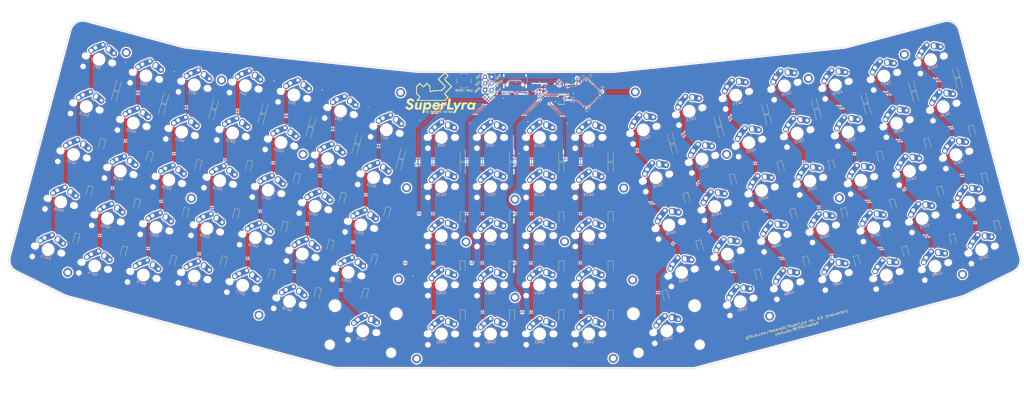
<source format=kicad_pcb>
(kicad_pcb (version 20171130) (host pcbnew "(5.1.10)-1")
  (title_block (title SuperLyra) (date 2021-09-12) (rev 0.1) (company "Black Cat Plasticworks"))
  (layers (0 F.Cu signal) (31 B.Cu signal) (34 B.Paste user) (35 F.Paste user) (36 B.SilkS user) (37 F.SilkS user) (38 B.Mask user) (39 F.Mask user) (44 Edge.Cuts user))
  (net 0 "")
  (net 1 GND)
  (net 2 "Net-(C1-Pad1)")
  (net 3 VCC)
  (net 4 ROW0)
  (net 5 "Net-(D1-Pad2)")
  (net 6 "Net-(D2-Pad2)")
  (net 7 "Net-(D3-Pad2)")
  (net 8 "Net-(D4-Pad2)")
  (net 9 "Net-(D5-Pad2)")
  (net 10 "Net-(D6-Pad2)")
  (net 11 "Net-(D7-Pad2)")
  (net 12 "Net-(D8-Pad2)")
  (net 13 "Net-(D9-Pad2)")
  (net 14 "Net-(D10-Pad2)")
  (net 15 "Net-(D11-Pad2)")
  (net 16 "Net-(D12-Pad2)")
  (net 17 "Net-(D13-Pad2)")
  (net 18 "Net-(D14-Pad2)")
  (net 19 "Net-(D15-Pad2)")
  (net 20 "Net-(D16-Pad2)")
  (net 21 "Net-(D17-Pad2)")
  (net 22 "Net-(D18-Pad2)")
  (net 23 MISO)
  (net 24 "Net-(D19-Pad2)")
  (net 25 "Net-(D20-Pad2)")
  (net 26 "Net-(D21-Pad2)")
  (net 27 "Net-(D22-Pad2)")
  (net 28 "Net-(D23-Pad2)")
  (net 29 "Net-(D24-Pad2)")
  (net 30 "Net-(D25-Pad2)")
  (net 31 "Net-(D26-Pad2)")
  (net 32 "Net-(D27-Pad2)")
  (net 33 "Net-(D28-Pad2)")
  (net 34 "Net-(D29-Pad2)")
  (net 35 "Net-(D30-Pad2)")
  (net 36 "Net-(D31-Pad2)")
  (net 37 "Net-(D32-Pad2)")
  (net 38 "Net-(D33-Pad2)")
  (net 39 "Net-(D34-Pad2)")
  (net 40 "Net-(D35-Pad2)")
  (net 41 "Net-(D36-Pad2)")
  (net 42 "Net-(D37-Pad2)")
  (net 43 MOSI)
  (net 44 "Net-(D38-Pad2)")
  (net 45 "Net-(D39-Pad2)")
  (net 46 "Net-(D40-Pad2)")
  (net 47 "Net-(D41-Pad2)")
  (net 48 "Net-(D42-Pad2)")
  (net 49 "Net-(D43-Pad2)")
  (net 50 "Net-(D44-Pad2)")
  (net 51 "Net-(D45-Pad2)")
  (net 52 "Net-(D46-Pad2)")
  (net 53 "Net-(D47-Pad2)")
  (net 54 "Net-(D48-Pad2)")
  (net 55 "Net-(D49-Pad2)")
  (net 56 "Net-(D50-Pad2)")
  (net 57 "Net-(D51-Pad2)")
  (net 58 "Net-(D52-Pad2)")
  (net 59 "Net-(D53-Pad2)")
  (net 60 "Net-(D54-Pad2)")
  (net 61 ROW3)
  (net 62 "Net-(D55-Pad2)")
  (net 63 "Net-(D56-Pad2)")
  (net 64 "Net-(D57-Pad2)")
  (net 65 "Net-(D58-Pad2)")
  (net 66 "Net-(D59-Pad2)")
  (net 67 "Net-(D60-Pad2)")
  (net 68 "Net-(D61-Pad2)")
  (net 69 "Net-(D62-Pad2)")
  (net 70 "Net-(D63-Pad2)")
  (net 71 "Net-(D64-Pad2)")
  (net 72 "Net-(D65-Pad2)")
  (net 73 "Net-(D66-Pad2)")
  (net 74 "Net-(D67-Pad2)")
  (net 75 "Net-(D68-Pad2)")
  (net 76 "Net-(D69-Pad2)")
  (net 77 "Net-(D70-Pad2)")
  (net 78 "Net-(D71-Pad2)")
  (net 79 "Net-(D72-Pad2)")
  (net 80 "Net-(D73-Pad2)")
  (net 81 ROW4)
  (net 82 "Net-(D74-Pad2)")
  (net 83 "Net-(D75-Pad2)")
  (net 84 "Net-(D76-Pad2)")
  (net 85 "Net-(D77-Pad2)")
  (net 86 "Net-(D78-Pad2)")
  (net 87 "Net-(D79-Pad2)")
  (net 88 "Net-(D80-Pad2)")
  (net 89 "Net-(D81-Pad2)")
  (net 90 "Net-(D82-Pad2)")
  (net 91 "Net-(D83-Pad2)")
  (net 92 "Net-(D84-Pad2)")
  (net 93 "Net-(D85-Pad2)")
  (net 94 "Net-(D86-Pad2)")
  (net 95 "Net-(D87-Pad2)")
  (net 96 "Net-(D88-Pad2)")
  (net 97 "Net-(D89-Pad2)")
  (net 98 "Net-(D90-Pad2)")
  (net 99 RST)
  (net 100 DI+)
  (net 101 DI-)
  (net 102 "Net-(R4-Pad2)")
  (net 103 "Net-(J1-PadA5)")
  (net 104 "Net-(J1-PadB5)")
  (net 105 COL0)
  (net 106 COL1)
  (net 107 COL2)
  (net 108 COL3)
  (net 109 COL4)
  (net 110 COL5)
  (net 111 COL6)
  (net 112 COL7)
  (net 113 COL8)
  (net 114 COL9)
  (net 115 COL10)
  (net 116 COL11)
  (net 117 COL12)
  (net 118 COL13)
  (net 119 COL14)
  (net 120 COL15)
  (net 121 COL16)
  (net 122 COL17)
  (net 123 "Net-(U1-Pad1)")
  (net 124 "Net-(U1-Pad16)")
  (net 125 "Net-(U1-Pad17)")
  (net 126 "Net-(U1-Pad41)")
  (net 127 "Net-(U1-Pad42)")
  (net 128 "Net-(U2-Pad3)")
  (net 129 "Net-(U2-Pad6)")
  (net 130 /D+)
  (net 131 /D-)
  (net 132 /vbus-in)
  (net 133 "Net-(J1-PadA8)")
  (net 134 "Net-(J1-PadB8)")
  (module gfx:SuperLyraLogoblackmask (layer F.Cu) (at 181.102 84.328)
    (fp_text reference H25 hide)
    (fp_text value Logo hide)
  )
  (module Resistor_SMD:R_0402_1005Metric_Pad0.72x0.64mm_HandSolder (layer F.Cu) (at 231.14 85.979 270)
    (fp_text reference R3)
    (fp_text value 10k)
    (pad 1 smd roundrect (at -0.5975 0 270) (size 0.715 0.64) (layers F.Cu F.Paste F.Mask) (net 99 RST))
    (pad 2 smd roundrect (at 0.5975 0 270) (size 0.715 0.64) (layers F.Cu F.Paste F.Mask) (net 3 VCC))
  )
  (module keebiocustom:MX-Alps-Choc-1U-NoLED (layer F.Cu) (at 137.601704 109.882906 345)
    (fp_text reference SW24 (at 0 3.174999 165) (layer B.SilkS) (effects (justify mirror)))
    (fp_text value SW_Push)
    (pad 1 thru_hole oval (at 2.5 -4.5 71.1) (size 2.831378 2.25) (drill 1.47 (offset 0.290689 0)) (layers *.Cu *.Mask) (net 29 "Net-(D24-Pad2)"))
    (pad 1 thru_hole circle (at 2.54 -5.08 345) (size 2.25 2.25) (drill 1.47) (layers *.Cu *.Mask) (net 29 "Net-(D24-Pad2)"))
    (pad 2 thru_hole oval (at -3.81 -2.54 33.1) (size 4.211556 2.25) (drill 1.47 (offset 0.980778 0)) (layers *.Cu *.Mask) (net 110 COL5))
    (pad "" np_thru_hole circle (at 0 0 345) (size 3.9878 3.9878) (drill 3.9878) (layers *.Cu *.Mask))
    (pad 2 thru_hole circle (at -2.5 -4 345) (size 2.25 2.25) (drill 1.47) (layers *.Cu *.Mask) (net 110 COL5))
    (pad "" np_thru_hole circle (at -5.08 0 33.0996) (size 1.75 1.75) (drill 1.75) (layers *.Cu *.Mask))
    (pad "" np_thru_hole circle (at 5.08 0 33.0996) (size 1.75 1.75) (drill 1.75) (layers *.Cu *.Mask))
    (pad 1 thru_hole circle (at 5 -3.8 345) (size 2 2) (drill 1.2) (layers *.Cu *.Mask) (net 29 "Net-(D24-Pad2)"))
    (pad 2 thru_hole circle (at 0 -5.9 345) (size 2 2) (drill 1.2) (layers *.Cu *.Mask) (net 110 COL5))
    (pad "" np_thru_hole circle (at -5.5 0 33.1) (size 1.7 1.7) (drill 1.7) (layers *.Cu *.Mask))
    (pad "" np_thru_hole circle (at 5.5 0 33.1) (size 1.7 1.7) (drill 1.7) (layers *.Cu *.Mask))
    (pad "" np_thru_hole circle (at -5.22 4.2 33.1) (size 1.2 1.2) (drill 1.2) (layers *.Cu *.Mask))
    (pad 1 connect oval (at 3.81 -4.318 318) (size 5 2.5) (layers *.Mask B.Cu) (net 29 "Net-(D24-Pad2)"))
    (pad 1 connect oval (at 3.81 -4.318 318) (size 5 2.5) (layers *.Mask F.Cu) (net 29 "Net-(D24-Pad2)"))
    (pad 2 connect oval (at -1.27 -4.826 21) (size 5.5 2.3) (layers *.Mask F.Cu) (net 110 COL5))
    (pad 2 connect oval (at -1.27 -4.826 21) (size 5.5 2.3) (layers *.Mask B.Cu) (net 110 COL5))
  )
  (module Package_TO_SOT_SMD:SOT-23-6 (layer F.Cu) (at 218.44 82.296)
    (fp_text reference U2)
    (fp_text value SRV05-4)
    (pad 1 smd rect (at -1.1 -0.95) (size 1.06 0.65) (layers F.Cu F.Paste F.Mask) (net 101 DI-))
    (pad 2 smd rect (at -1.1 0) (size 1.06 0.65) (layers F.Cu F.Paste F.Mask) (net 1 GND))
    (pad 3 smd rect (at -1.1 0.95) (size 1.06 0.65) (layers F.Cu F.Paste F.Mask) (net 128 "Net-(U2-Pad3)"))
    (pad 4 smd rect (at 1.1 0.95) (size 1.06 0.65) (layers F.Cu F.Paste F.Mask) (net 100 DI+))
    (pad 6 smd rect (at 1.1 -0.95) (size 1.06 0.65) (layers F.Cu F.Paste F.Mask) (net 129 "Net-(U2-Pad6)"))
    (pad 5 smd rect (at 1.1 0) (size 1.06 0.65) (layers F.Cu F.Paste F.Mask) (net 3 VCC))
  )
  (module keebiocustom:MX-Alps-Choc-1U-NoLED (layer F.Cu) (at 181.482461 120.687059)
    (fp_text reference SW26 (at 0 3.175) (layer B.SilkS) (effects (justify mirror)))
    (fp_text value SW_Push)
    (pad 2 connect oval (at -1.27 -4.826 36) (size 5.5 2.3) (layers *.Mask B.Cu) (net 112 COL7))
    (pad 2 connect oval (at -1.27 -4.826 36) (size 5.5 2.3) (layers *.Mask F.Cu) (net 112 COL7))
    (pad 1 connect oval (at 3.81 -4.318 333) (size 5 2.5) (layers *.Mask F.Cu) (net 31 "Net-(D26-Pad2)"))
    (pad 1 connect oval (at 3.81 -4.318 333) (size 5 2.5) (layers *.Mask B.Cu) (net 31 "Net-(D26-Pad2)"))
    (pad "" np_thru_hole circle (at -5.22 4.2 48.1) (size 1.2 1.2) (drill 1.2) (layers *.Cu *.Mask))
    (pad "" np_thru_hole circle (at 5.5 0 48.1) (size 1.7 1.7) (drill 1.7) (layers *.Cu *.Mask))
    (pad "" np_thru_hole circle (at -5.5 0 48.1) (size 1.7 1.7) (drill 1.7) (layers *.Cu *.Mask))
    (pad 2 thru_hole circle (at 0 -5.9) (size 2 2) (drill 1.2) (layers *.Cu *.Mask) (net 112 COL7))
    (pad 1 thru_hole circle (at 5 -3.8) (size 2 2) (drill 1.2) (layers *.Cu *.Mask) (net 31 "Net-(D26-Pad2)"))
    (pad "" np_thru_hole circle (at 5.08 0 48.0996) (size 1.75 1.75) (drill 1.75) (layers *.Cu *.Mask))
    (pad "" np_thru_hole circle (at -5.08 0 48.0996) (size 1.75 1.75) (drill 1.75) (layers *.Cu *.Mask))
    (pad 2 thru_hole circle (at -2.5 -4) (size 2.25 2.25) (drill 1.47) (layers *.Cu *.Mask) (net 112 COL7))
    (pad "" np_thru_hole circle (at 0 0) (size 3.9878 3.9878) (drill 3.9878) (layers *.Cu *.Mask))
    (pad 2 thru_hole oval (at -3.81 -2.54 48.1) (size 4.211556 2.25) (drill 1.47 (offset 0.980778 0)) (layers *.Cu *.Mask) (net 112 COL7))
    (pad 1 thru_hole circle (at 2.54 -5.08) (size 2.25 2.25) (drill 1.47) (layers *.Cu *.Mask) (net 31 "Net-(D26-Pad2)"))
    (pad 1 thru_hole oval (at 2.5 -4.5 86.1) (size 2.831378 2.25) (drill 1.47 (offset 0.290689 0)) (layers *.Cu *.Mask) (net 31 "Net-(D26-Pad2)"))
  )
  (module keebiocustom:MX-Alps-Choc-1U-NoLED (layer F.Cu) (at 277.263015 91.551013 15)
    (fp_text reference SW13 (at 0 3.174999 15) (layer B.SilkS) (effects (justify mirror)))
    (fp_text value SW_Push)
    (pad 2 connect oval (at -1.27 -4.826 51) (size 5.5 2.3) (layers *.Mask B.Cu) (net 117 COL12))
    (pad 2 connect oval (at -1.27 -4.826 51) (size 5.5 2.3) (layers *.Mask F.Cu) (net 117 COL12))
    (pad 1 connect oval (at 3.81 -4.318 348) (size 5 2.5) (layers *.Mask F.Cu) (net 17 "Net-(D13-Pad2)"))
    (pad 1 connect oval (at 3.81 -4.318 348) (size 5 2.5) (layers *.Mask B.Cu) (net 17 "Net-(D13-Pad2)"))
    (pad "" np_thru_hole circle (at -5.22 4.2 63.1) (size 1.2 1.2) (drill 1.2) (layers *.Cu *.Mask))
    (pad "" np_thru_hole circle (at 5.5 0 63.1) (size 1.7 1.7) (drill 1.7) (layers *.Cu *.Mask))
    (pad "" np_thru_hole circle (at -5.5 0 63.1) (size 1.7 1.7) (drill 1.7) (layers *.Cu *.Mask))
    (pad 2 thru_hole circle (at 0 -5.9 15) (size 2 2) (drill 1.2) (layers *.Cu *.Mask) (net 117 COL12))
    (pad 1 thru_hole circle (at 5 -3.8 15) (size 2 2) (drill 1.2) (layers *.Cu *.Mask) (net 17 "Net-(D13-Pad2)"))
    (pad "" np_thru_hole circle (at 5.08 0 63.0996) (size 1.75 1.75) (drill 1.75) (layers *.Cu *.Mask))
    (pad "" np_thru_hole circle (at -5.08 0 63.0996) (size 1.75 1.75) (drill 1.75) (layers *.Cu *.Mask))
    (pad 2 thru_hole circle (at -2.5 -4 15) (size 2.25 2.25) (drill 1.47) (layers *.Cu *.Mask) (net 117 COL12))
    (pad "" np_thru_hole circle (at 0 0 15) (size 3.9878 3.9878) (drill 3.9878) (layers *.Cu *.Mask))
    (pad 2 thru_hole oval (at -3.81 -2.54 63.1) (size 4.211556 2.25) (drill 1.47 (offset 0.980778 0)) (layers *.Cu *.Mask) (net 117 COL12))
    (pad 1 thru_hole circle (at 2.54 -5.08 15) (size 2.25 2.25) (drill 1.47) (layers *.Cu *.Mask) (net 17 "Net-(D13-Pad2)"))
    (pad 1 thru_hole oval (at 2.5 -4.5 101.1) (size 2.831378 2.25) (drill 1.47 (offset 0.290689 0)) (layers *.Cu *.Mask) (net 17 "Net-(D13-Pad2)"))
  )
  (module keebiocustom:MX-Alps-Choc-1U-NoLED (layer F.Cu) (at 181.480027 101.66886)
    (fp_text reference SW8 (at 0 3.175) (layer B.SilkS) (effects (justify mirror)))
    (fp_text value SW_Push)
    (pad 2 connect oval (at -1.27 -4.826 36) (size 5.5 2.3) (layers *.Mask B.Cu) (net 112 COL7))
    (pad 2 connect oval (at -1.27 -4.826 36) (size 5.5 2.3) (layers *.Mask F.Cu) (net 112 COL7))
    (pad 1 connect oval (at 3.81 -4.318 333) (size 5 2.5) (layers *.Mask F.Cu) (net 12 "Net-(D8-Pad2)"))
    (pad 1 connect oval (at 3.81 -4.318 333) (size 5 2.5) (layers *.Mask B.Cu) (net 12 "Net-(D8-Pad2)"))
    (pad "" np_thru_hole circle (at -5.22 4.2 48.1) (size 1.2 1.2) (drill 1.2) (layers *.Cu *.Mask))
    (pad "" np_thru_hole circle (at 5.5 0 48.1) (size 1.7 1.7) (drill 1.7) (layers *.Cu *.Mask))
    (pad "" np_thru_hole circle (at -5.5 0 48.1) (size 1.7 1.7) (drill 1.7) (layers *.Cu *.Mask))
    (pad 2 thru_hole circle (at 0 -5.9) (size 2 2) (drill 1.2) (layers *.Cu *.Mask) (net 112 COL7))
    (pad 1 thru_hole circle (at 5 -3.8) (size 2 2) (drill 1.2) (layers *.Cu *.Mask) (net 12 "Net-(D8-Pad2)"))
    (pad "" np_thru_hole circle (at 5.08 0 48.0996) (size 1.75 1.75) (drill 1.75) (layers *.Cu *.Mask))
    (pad "" np_thru_hole circle (at -5.08 0 48.0996) (size 1.75 1.75) (drill 1.75) (layers *.Cu *.Mask))
    (pad 2 thru_hole circle (at -2.5 -4) (size 2.25 2.25) (drill 1.47) (layers *.Cu *.Mask) (net 112 COL7))
    (pad "" np_thru_hole circle (at 0 0) (size 3.9878 3.9878) (drill 3.9878) (layers *.Cu *.Mask))
    (pad 2 thru_hole oval (at -3.81 -2.54 48.1) (size 4.211556 2.25) (drill 1.47 (offset 0.980778 0)) (layers *.Cu *.Mask) (net 112 COL7))
    (pad 1 thru_hole circle (at 2.54 -5.08) (size 2.25 2.25) (drill 1.47) (layers *.Cu *.Mask) (net 12 "Net-(D8-Pad2)"))
    (pad 1 thru_hole oval (at 2.5 -4.5 86.1) (size 2.831378 2.25) (drill 1.47 (offset 0.290689 0)) (layers *.Cu *.Mask) (net 12 "Net-(D8-Pad2)"))
  )
  (module keebiocustom:MX-Alps-Choc-1U-NoLED (layer F.Cu) (at 200.463938 101.669622)
    (fp_text reference SW9 (at 0 3.175) (layer B.SilkS) (effects (justify mirror)))
    (fp_text value SW_Push)
    (pad 1 thru_hole oval (at 2.5 -4.5 86.1) (size 2.831378 2.25) (drill 1.47 (offset 0.290689 0)) (layers *.Cu *.Mask) (net 13 "Net-(D9-Pad2)"))
    (pad 1 thru_hole circle (at 2.54 -5.08) (size 2.25 2.25) (drill 1.47) (layers *.Cu *.Mask) (net 13 "Net-(D9-Pad2)"))
    (pad 2 thru_hole oval (at -3.81 -2.54 48.1) (size 4.211556 2.25) (drill 1.47 (offset 0.980778 0)) (layers *.Cu *.Mask) (net 113 COL8))
    (pad "" np_thru_hole circle (at 0 0) (size 3.9878 3.9878) (drill 3.9878) (layers *.Cu *.Mask))
    (pad 2 thru_hole circle (at -2.5 -4) (size 2.25 2.25) (drill 1.47) (layers *.Cu *.Mask) (net 113 COL8))
    (pad "" np_thru_hole circle (at -5.08 0 48.0996) (size 1.75 1.75) (drill 1.75) (layers *.Cu *.Mask))
    (pad "" np_thru_hole circle (at 5.08 0 48.0996) (size 1.75 1.75) (drill 1.75) (layers *.Cu *.Mask))
    (pad 1 thru_hole circle (at 5 -3.8) (size 2 2) (drill 1.2) (layers *.Cu *.Mask) (net 13 "Net-(D9-Pad2)"))
    (pad 2 thru_hole circle (at 0 -5.9) (size 2 2) (drill 1.2) (layers *.Cu *.Mask) (net 113 COL8))
    (pad "" np_thru_hole circle (at -5.5 0 48.1) (size 1.7 1.7) (drill 1.7) (layers *.Cu *.Mask))
    (pad "" np_thru_hole circle (at 5.5 0 48.1) (size 1.7 1.7) (drill 1.7) (layers *.Cu *.Mask))
    (pad "" np_thru_hole circle (at -5.22 4.2 48.1) (size 1.2 1.2) (drill 1.2) (layers *.Cu *.Mask))
    (pad 1 connect oval (at 3.81 -4.318 333) (size 5 2.5) (layers *.Mask B.Cu) (net 13 "Net-(D9-Pad2)"))
    (pad 1 connect oval (at 3.81 -4.318 333) (size 5 2.5) (layers *.Mask F.Cu) (net 13 "Net-(D9-Pad2)"))
    (pad 2 connect oval (at -1.27 -4.826 36) (size 5.5 2.3) (layers *.Mask F.Cu) (net 113 COL8))
    (pad 2 connect oval (at -1.27 -4.826 36) (size 5.5 2.3) (layers *.Mask B.Cu) (net 113 COL8))
  )
  (module keebiocustom:MX-Alps-Choc-1U-NoLED (layer F.Cu) (at 181.479982 139.69789)
    (fp_text reference SW44 (at 0 3.175) (layer B.SilkS) (effects (justify mirror)))
    (fp_text value SW_Push)
    (pad 2 connect oval (at -1.27 -4.826 36) (size 5.5 2.3) (layers *.Mask B.Cu) (net 112 COL7))
    (pad 2 connect oval (at -1.27 -4.826 36) (size 5.5 2.3) (layers *.Mask F.Cu) (net 112 COL7))
    (pad 1 connect oval (at 3.81 -4.318 333) (size 5 2.5) (layers *.Mask F.Cu) (net 50 "Net-(D44-Pad2)"))
    (pad 1 connect oval (at 3.81 -4.318 333) (size 5 2.5) (layers *.Mask B.Cu) (net 50 "Net-(D44-Pad2)"))
    (pad "" np_thru_hole circle (at -5.22 4.2 48.1) (size 1.2 1.2) (drill 1.2) (layers *.Cu *.Mask))
    (pad "" np_thru_hole circle (at 5.5 0 48.1) (size 1.7 1.7) (drill 1.7) (layers *.Cu *.Mask))
    (pad "" np_thru_hole circle (at -5.5 0 48.1) (size 1.7 1.7) (drill 1.7) (layers *.Cu *.Mask))
    (pad 2 thru_hole circle (at 0 -5.9) (size 2 2) (drill 1.2) (layers *.Cu *.Mask) (net 112 COL7))
    (pad 1 thru_hole circle (at 5 -3.8) (size 2 2) (drill 1.2) (layers *.Cu *.Mask) (net 50 "Net-(D44-Pad2)"))
    (pad "" np_thru_hole circle (at 5.08 0 48.0996) (size 1.75 1.75) (drill 1.75) (layers *.Cu *.Mask))
    (pad "" np_thru_hole circle (at -5.08 0 48.0996) (size 1.75 1.75) (drill 1.75) (layers *.Cu *.Mask))
    (pad 2 thru_hole circle (at -2.5 -4) (size 2.25 2.25) (drill 1.47) (layers *.Cu *.Mask) (net 112 COL7))
    (pad "" np_thru_hole circle (at 0 0) (size 3.9878 3.9878) (drill 3.9878) (layers *.Cu *.Mask))
    (pad 2 thru_hole oval (at -3.81 -2.54 48.1) (size 4.211556 2.25) (drill 1.47 (offset 0.980778 0)) (layers *.Cu *.Mask) (net 112 COL7))
    (pad 1 thru_hole circle (at 2.54 -5.08) (size 2.25 2.25) (drill 1.47) (layers *.Cu *.Mask) (net 50 "Net-(D44-Pad2)"))
    (pad 1 thru_hole oval (at 2.5 -4.5 86.1) (size 2.831378 2.25) (drill 1.47 (offset 0.290689 0)) (layers *.Cu *.Mask) (net 50 "Net-(D44-Pad2)"))
  )
  (module keebiocustom:MX-Alps-Choc-2U-StabFlip-NoLED (layer F.Cu) (at 151.13 176.53 352.5)
    (fp_text reference SW79 (at 0 3.175 172.5) (layer B.SilkS) (effects (justify mirror)))
    (fp_text value SW_Push)
    (pad 1 connect oval (at 3.81 -4.572 325.5) (size 5 2.5) (layers *.Mask B.Cu) (net 87 "Net-(D79-Pad2)"))
    (pad 1 connect oval (at 3.81 -4.572 325.5) (size 5 2.5) (layers *.Mask F.Cu) (net 87 "Net-(D79-Pad2)"))
    (pad 2 connect oval (at -1.27 -4.826 28.5) (size 5.5 2.3) (layers *.Mask B.Cu) (net 111 COL6))
    (pad 2 connect oval (at -1.27 -4.826 28.5) (size 5.5 2.3) (layers *.Mask F.Cu) (net 111 COL6))
    (pad "" np_thru_hole circle (at -11.938 6.985 352.5) (size 3.048 3.048) (drill 3.048) (layers *.Cu *.Mask))
    (pad "" np_thru_hole circle (at -11.938 -8.255 352.5) (size 3.9878 3.9878) (drill 3.9878) (layers *.Cu *.Mask))
    (pad "" np_thru_hole circle (at 11.938 6.985 352.5) (size 3.048 3.048) (drill 3.048) (layers *.Cu *.Mask))
    (pad "" np_thru_hole circle (at 11.938 -8.255 352.5) (size 3.9878 3.9878) (drill 3.9878) (layers *.Cu *.Mask))
    (pad "" np_thru_hole circle (at -5.22 4.2 40.6) (size 1.2 1.2) (drill 1.2) (layers *.Cu *.Mask))
    (pad "" np_thru_hole circle (at 5.5 0 40.6) (size 1.7 1.7) (drill 1.7) (layers *.Cu *.Mask))
    (pad "" np_thru_hole circle (at -5.5 0 40.6) (size 1.7 1.7) (drill 1.7) (layers *.Cu *.Mask))
    (pad 2 thru_hole circle (at 0 -5.9 352.5) (size 2 2) (drill 1.2) (layers *.Cu *.Mask) (net 111 COL6))
    (pad 1 thru_hole circle (at 5 -3.8 352.5) (size 2 2) (drill 1.2) (layers *.Cu *.Mask) (net 87 "Net-(D79-Pad2)"))
    (pad "" np_thru_hole circle (at 5.08 0 40.5996) (size 1.75 1.75) (drill 1.75) (layers *.Cu *.Mask))
    (pad "" np_thru_hole circle (at -5.08 0 40.5996) (size 1.75 1.75) (drill 1.75) (layers *.Cu *.Mask))
    (pad 2 thru_hole circle (at -2.5 -4 352.5) (size 2.25 2.25) (drill 1.47) (layers *.Cu *.Mask) (net 111 COL6))
    (pad "" np_thru_hole circle (at 0 0 352.5) (size 3.9878 3.9878) (drill 3.9878) (layers *.Cu *.Mask))
    (pad 2 thru_hole oval (at -3.81 -2.54 40.6) (size 4.211556 2.25) (drill 1.47 (offset 0.980778 0)) (layers *.Cu *.Mask) (net 111 COL6))
    (pad 1 thru_hole circle (at 2.54 -5.08 352.5) (size 2.25 2.25) (drill 1.47) (layers *.Cu *.Mask) (net 87 "Net-(D79-Pad2)"))
    (pad 1 thru_hole oval (at 2.5 -4.5 78.6) (size 2.831378 2.25) (drill 1.47 (offset 0.290689 0)) (layers *.Cu *.Mask) (net 87 "Net-(D79-Pad2)"))
  )
  (module keebiocustom:MX-Alps-Choc-2U-StabFlip-NoLED (layer F.Cu) (at 268.605 176.53 7.5)
    (fp_text reference SW84 (at 0 3.175 7.5) (layer B.SilkS) (effects (justify mirror)))
    (fp_text value SW_Push)
    (pad 1 connect oval (at 3.81 -4.572 340.5) (size 5 2.5) (layers *.Mask B.Cu) (net 92 "Net-(D84-Pad2)"))
    (pad 1 connect oval (at 3.81 -4.572 340.5) (size 5 2.5) (layers *.Mask F.Cu) (net 92 "Net-(D84-Pad2)"))
    (pad 2 connect oval (at -1.27 -4.826 43.5) (size 5.5 2.3) (layers *.Mask B.Cu) (net 116 COL11))
    (pad 2 connect oval (at -1.27 -4.826 43.5) (size 5.5 2.3) (layers *.Mask F.Cu) (net 116 COL11))
    (pad "" np_thru_hole circle (at -11.938 6.985 7.5) (size 3.048 3.048) (drill 3.048) (layers *.Cu *.Mask))
    (pad "" np_thru_hole circle (at -11.938 -8.255 7.5) (size 3.9878 3.9878) (drill 3.9878) (layers *.Cu *.Mask))
    (pad "" np_thru_hole circle (at 11.938 6.985 7.5) (size 3.048 3.048) (drill 3.048) (layers *.Cu *.Mask))
    (pad "" np_thru_hole circle (at 11.938 -8.255 7.5) (size 3.9878 3.9878) (drill 3.9878) (layers *.Cu *.Mask))
    (pad "" np_thru_hole circle (at -5.22 4.2 55.6) (size 1.2 1.2) (drill 1.2) (layers *.Cu *.Mask))
    (pad "" np_thru_hole circle (at 5.5 0 55.6) (size 1.7 1.7) (drill 1.7) (layers *.Cu *.Mask))
    (pad "" np_thru_hole circle (at -5.5 0 55.6) (size 1.7 1.7) (drill 1.7) (layers *.Cu *.Mask))
    (pad 2 thru_hole circle (at 0 -5.9 7.5) (size 2 2) (drill 1.2) (layers *.Cu *.Mask) (net 116 COL11))
    (pad 1 thru_hole circle (at 5 -3.8 7.5) (size 2 2) (drill 1.2) (layers *.Cu *.Mask) (net 92 "Net-(D84-Pad2)"))
    (pad "" np_thru_hole circle (at 5.08 0 55.5996) (size 1.75 1.75) (drill 1.75) (layers *.Cu *.Mask))
    (pad "" np_thru_hole circle (at -5.08 0 55.5996) (size 1.75 1.75) (drill 1.75) (layers *.Cu *.Mask))
    (pad 2 thru_hole circle (at -2.5 -4 7.5) (size 2.25 2.25) (drill 1.47) (layers *.Cu *.Mask) (net 116 COL11))
    (pad "" np_thru_hole circle (at 0 0 7.5) (size 3.9878 3.9878) (drill 3.9878) (layers *.Cu *.Mask))
    (pad 2 thru_hole oval (at -3.81 -2.54 55.6) (size 4.211556 2.25) (drill 1.47 (offset 0.980778 0)) (layers *.Cu *.Mask) (net 116 COL11))
    (pad 1 thru_hole circle (at 2.54 -5.08 7.5) (size 2.25 2.25) (drill 1.47) (layers *.Cu *.Mask) (net 92 "Net-(D84-Pad2)"))
    (pad 1 thru_hole oval (at 2.5 -4.5 93.6) (size 2.831378 2.25) (drill 1.47 (offset 0.290689 0)) (layers *.Cu *.Mask) (net 92 "Net-(D84-Pad2)"))
  )
  (module Keebio:C_0402 (layer F.Cu) (at 238.77 78.3 45)
    (fp_text reference C2)
    (fp_text value 0.1u)
    (pad 1 smd rect (at -0.55 0 45) (size 0.6 0.5) (layers F.Cu F.Paste F.Mask) (net 3 VCC))
    (pad 2 smd rect (at 0.55 0 45) (size 0.6 0.5) (layers F.Cu F.Paste F.Mask) (net 1 GND))
  )
  (module Keebio:C_0402 (layer F.Cu) (at 243.16 82.83 45)
    (fp_text reference C3)
    (fp_text value 0.1u)
    (pad 2 smd rect (at 0.55 0 45) (size 0.6 0.5) (layers F.Cu F.Paste F.Mask) (net 1 GND))
    (pad 1 smd rect (at -0.55 0 45) (size 0.6 0.5) (layers F.Cu F.Paste F.Mask) (net 3 VCC))
  )
  (module Keebio:C_0402 (layer F.Cu) (at 238.03 90.76 225)
    (fp_text reference C4)
    (fp_text value 0.1u)
    (pad 1 smd rect (at -0.55 0 225) (size 0.6 0.5) (layers F.Cu F.Paste F.Mask) (net 3 VCC))
    (pad 2 smd rect (at 0.55 0 225) (size 0.6 0.5) (layers F.Cu F.Paste F.Mask) (net 1 GND))
  )
  (module Keebio:C_0402 (layer F.Cu) (at 232.156 81.534 180)
    (fp_text reference C5)
    (fp_text value 10u)
    (pad 2 smd rect (at 0.55 0 180) (size 0.6 0.5) (layers F.Cu F.Paste F.Mask) (net 1 GND))
    (pad 1 smd rect (at -0.55 0 180) (size 0.6 0.5) (layers F.Cu F.Paste F.Mask) (net 3 VCC))
  )
  (module Connector_PinSocket_2.54mm:PinSocket_2x03_P2.54mm_Vertical (layer F.Cu) (at 198.374 83.312 180)
    (fp_text reference J2)
    (fp_text value AVR-ISP-6)
    (pad 1 thru_hole rect (at 0 0 180) (size 1.7 1.7) (drill 1) (layers *.Cu *.Mask) (net 43 MOSI))
    (pad 2 thru_hole oval (at -2.54 0 180) (size 1.7 1.7) (drill 1) (layers *.Cu *.Mask) (net 3 VCC))
    (pad 3 thru_hole oval (at 0 2.54 180) (size 1.7 1.7) (drill 1) (layers *.Cu *.Mask) (net 61 ROW3))
    (pad 4 thru_hole oval (at -2.54 2.54 180) (size 1.7 1.7) (drill 1) (layers *.Cu *.Mask) (net 23 MISO))
    (pad 5 thru_hole oval (at 0 5.08 180) (size 1.7 1.7) (drill 1) (layers *.Cu *.Mask) (net 99 RST))
    (pad 6 thru_hole oval (at -2.54 5.08 180) (size 1.7 1.7) (drill 1) (layers *.Cu *.Mask) (net 1 GND))
  )
  (module Resistor_SMD:R_0402_1005Metric_Pad0.72x0.64mm_HandSolder (layer F.Cu) (at 232.156 80.264 180)
    (fp_text reference R1)
    (fp_text value 22)
    (pad 1 smd roundrect (at -0.5975 0 180) (size 0.715 0.64) (layers F.Cu F.Paste F.Mask) (net 130 /D+))
    (pad 2 smd roundrect (at 0.5975 0 180) (size 0.715 0.64) (layers F.Cu F.Paste F.Mask) (net 100 DI+))
  )
  (module Resistor_SMD:R_0402_1005Metric_Pad0.72x0.64mm_HandSolder (layer F.Cu) (at 232.156 79.248 180)
    (fp_text reference R2)
    (fp_text value 22)
    (pad 1 smd roundrect (at -0.5975 0 180) (size 0.715 0.64) (layers F.Cu F.Paste F.Mask) (net 131 /D-))
    (pad 2 smd roundrect (at 0.5975 0 180) (size 0.715 0.64) (layers F.Cu F.Paste F.Mask) (net 101 DI-))
  )
  (module Resistor_SMD:R_0402_1005Metric_Pad0.72x0.64mm_HandSolder (layer F.Cu) (at 243.19 86.4 135)
    (fp_text reference R4)
    (fp_text value 10k)
    (pad 1 smd roundrect (at -0.5975 0 135) (size 0.715 0.64) (layers F.Cu F.Paste F.Mask) (net 1 GND))
    (pad 2 smd roundrect (at 0.5975 0 135) (size 0.715 0.64) (layers F.Cu F.Paste F.Mask) (net 102 "Net-(R4-Pad2)"))
  )
  (module Resistor_SMD:R_0402_1005Metric_Pad0.72x0.64mm_HandSolder (layer F.Cu) (at 214.94 84.53 180)
    (fp_text reference R5)
    (fp_text value 5.1k)
    (pad 1 smd roundrect (at -0.5975 0 180) (size 0.715 0.64) (layers F.Cu F.Paste F.Mask) (net 1 GND))
    (pad 2 smd roundrect (at 0.5975 0 180) (size 0.715 0.64) (layers F.Cu F.Paste F.Mask) (net 103 "Net-(J1-PadA5)"))
  )
  (module Resistor_SMD:R_0402_1005Metric_Pad0.72x0.64mm_HandSolder (layer F.Cu) (at 204.95 84.54)
    (fp_text reference R6)
    (fp_text value 5.1k)
    (pad 2 smd roundrect (at 0.5975 0) (size 0.715 0.64) (layers F.Cu F.Paste F.Mask) (net 104 "Net-(J1-PadB5)"))
    (pad 1 smd roundrect (at -0.5975 0) (size 0.715 0.64) (layers F.Cu F.Paste F.Mask) (net 1 GND))
  )
  (module Package_DFN_QFN:QFN-44-1EP_7x7mm_P0.5mm_EP5.2x5.2mm (layer F.Cu) (at 237.49 84.582 315)
    (fp_text reference U1)
    (fp_text value ATmega32U4-MU)
    (pad 45 smd rect (at 0 0 315) (size 5.2 5.2) (layers F.Cu F.Mask) (net 1 GND))
    (pad 44 smd roundrect (at -2.5 -3.3375 315) (size 0.25 1.075) (layers F.Cu F.Paste F.Mask) (net 3 VCC))
    (pad 43 smd roundrect (at -2 -3.3375 315) (size 0.25 1.075) (layers F.Cu F.Paste F.Mask) (net 1 GND))
    (pad 42 smd roundrect (at -1.5 -3.3375 315) (size 0.25 1.075) (layers F.Cu F.Paste F.Mask) (net 127 "Net-(U1-Pad42)"))
    (pad 41 smd roundrect (at -1 -3.3375 315) (size 0.25 1.075) (layers F.Cu F.Paste F.Mask) (net 126 "Net-(U1-Pad41)"))
    (pad 40 smd roundrect (at -0.5 -3.3375 315) (size 0.25 1.075) (layers F.Cu F.Paste F.Mask) (net 122 COL17))
    (pad 39 smd roundrect (at 0 -3.3375 315) (size 0.25 1.075) (layers F.Cu F.Paste F.Mask) (net 121 COL16))
    (pad 38 smd roundrect (at 0.5 -3.3375 315) (size 0.25 1.075) (layers F.Cu F.Paste F.Mask) (net 120 COL15))
    (pad 37 smd roundrect (at 1 -3.3375 315) (size 0.25 1.075) (layers F.Cu F.Paste F.Mask) (net 119 COL14))
    (pad 36 smd roundrect (at 1.5 -3.3375 315) (size 0.25 1.075) (layers F.Cu F.Paste F.Mask) (net 118 COL13))
    (pad 35 smd roundrect (at 2 -3.3375 315) (size 0.25 1.075) (layers F.Cu F.Paste F.Mask) (net 1 GND))
    (pad 34 smd roundrect (at 2.5 -3.3375 315) (size 0.25 1.075) (layers F.Cu F.Paste F.Mask) (net 3 VCC))
    (pad 33 smd roundrect (at 3.3375 -2.5 315) (size 1.075 0.25) (layers F.Cu F.Paste F.Mask) (net 102 "Net-(R4-Pad2)"))
    (pad 32 smd roundrect (at 3.3375 -2 315) (size 1.075 0.25) (layers F.Cu F.Paste F.Mask) (net 117 COL12))
    (pad 31 smd roundrect (at 3.3375 -1.5 315) (size 1.075 0.25) (layers F.Cu F.Paste F.Mask) (net 116 COL11))
    (pad 30 smd roundrect (at 3.3375 -1 315) (size 1.075 0.25) (layers F.Cu F.Paste F.Mask) (net 115 COL10))
    (pad 29 smd roundrect (at 3.3375 -0.5 315) (size 1.075 0.25) (layers F.Cu F.Paste F.Mask) (net 114 COL9))
    (pad 28 smd roundrect (at 3.3375 0 315) (size 1.075 0.25) (layers F.Cu F.Paste F.Mask) (net 113 COL8))
    (pad 27 smd roundrect (at 3.3375 0.5 315) (size 1.075 0.25) (layers F.Cu F.Paste F.Mask) (net 112 COL7))
    (pad 26 smd roundrect (at 3.3375 1 315) (size 1.075 0.25) (layers F.Cu F.Paste F.Mask) (net 111 COL6))
    (pad 25 smd roundrect (at 3.3375 1.5 315) (size 1.075 0.25) (layers F.Cu F.Paste F.Mask) (net 110 COL5))
    (pad 24 smd roundrect (at 3.3375 2 315) (size 1.075 0.25) (layers F.Cu F.Paste F.Mask) (net 3 VCC))
    (pad 23 smd roundrect (at 3.3375 2.5 315) (size 1.075 0.25) (layers F.Cu F.Paste F.Mask) (net 1 GND))
    (pad 22 smd roundrect (at 2.5 3.3375 315) (size 0.25 1.075) (layers F.Cu F.Paste F.Mask) (net 109 COL4))
    (pad 21 smd roundrect (at 2 3.3375 315) (size 0.25 1.075) (layers F.Cu F.Paste F.Mask) (net 108 COL3))
    (pad 20 smd roundrect (at 1.5 3.3375 315) (size 0.25 1.075) (layers F.Cu F.Paste F.Mask) (net 107 COL2))
    (pad 19 smd roundrect (at 1 3.3375 315) (size 0.25 1.075) (layers F.Cu F.Paste F.Mask) (net 106 COL1))
    (pad 18 smd roundrect (at 0.5 3.3375 315) (size 0.25 1.075) (layers F.Cu F.Paste F.Mask) (net 105 COL0))
    (pad 17 smd roundrect (at 0 3.3375 315) (size 0.25 1.075) (layers F.Cu F.Paste F.Mask) (net 125 "Net-(U1-Pad17)"))
    (pad 16 smd roundrect (at -0.5 3.3375 315) (size 0.25 1.075) (layers F.Cu F.Paste F.Mask) (net 124 "Net-(U1-Pad16)"))
    (pad 15 smd roundrect (at -1 3.3375 315) (size 0.25 1.075) (layers F.Cu F.Paste F.Mask) (net 1 GND))
    (pad 14 smd roundrect (at -1.5 3.3375 315) (size 0.25 1.075) (layers F.Cu F.Paste F.Mask) (net 3 VCC))
    (pad 13 smd roundrect (at -2 3.3375 315) (size 0.25 1.075) (layers F.Cu F.Paste F.Mask) (net 99 RST))
    (pad 12 smd roundrect (at -2.5 3.3375 315) (size 0.25 1.075) (layers F.Cu F.Paste F.Mask) (net 4 ROW0))
    (pad 11 smd roundrect (at -3.3375 2.5 315) (size 1.075 0.25) (layers F.Cu F.Paste F.Mask) (net 23 MISO))
    (pad 10 smd roundrect (at -3.3375 2 315) (size 1.075 0.25) (layers F.Cu F.Paste F.Mask) (net 43 MOSI))
    (pad 9 smd roundrect (at -3.3375 1.5 315) (size 1.075 0.25) (layers F.Cu F.Paste F.Mask) (net 61 ROW3))
    (pad 8 smd roundrect (at -3.3375 1 315) (size 1.075 0.25) (layers F.Cu F.Paste F.Mask) (net 81 ROW4))
    (pad 7 smd roundrect (at -3.3375 0.5 315) (size 1.075 0.25) (layers F.Cu F.Paste F.Mask) (net 3 VCC))
    (pad 6 smd roundrect (at -3.3375 0 315) (size 1.075 0.25) (layers F.Cu F.Paste F.Mask) (net 2 "Net-(C1-Pad1)"))
    (pad 5 smd roundrect (at -3.3375 -0.5 315) (size 1.075 0.25) (layers F.Cu F.Paste F.Mask) (net 1 GND))
    (pad 4 smd roundrect (at -3.3375 -1 315) (size 1.075 0.25) (layers F.Cu F.Paste F.Mask) (net 130 /D+))
    (pad 3 smd roundrect (at -3.3375 -1.5 315) (size 1.075 0.25) (layers F.Cu F.Paste F.Mask) (net 131 /D-))
    (pad 2 smd roundrect (at -3.3375 -2 315) (size 1.075 0.25) (layers F.Cu F.Paste F.Mask) (net 3 VCC))
    (pad 1 smd roundrect (at -3.3375 -2.5 315) (size 1.075 0.25) (layers F.Cu F.Paste F.Mask) (net 123 "Net-(U1-Pad1)"))
  )
  (module keebiocustom:MX-Alps-Choc-1U-NoLED (layer F.Cu) (at 49.16903 71.493463 345)
    (fp_text reference SW1 (at 0 3.174999 165) (layer B.SilkS) (effects (justify mirror)))
    (fp_text value SW_Push)
    (pad 2 connect oval (at -1.27 -4.826 21) (size 5.5 2.3) (layers *.Mask B.Cu) (net 105 COL0))
    (pad 2 connect oval (at -1.27 -4.826 21) (size 5.5 2.3) (layers *.Mask F.Cu) (net 105 COL0))
    (pad 1 connect oval (at 3.81 -4.318 318) (size 5 2.5) (layers *.Mask F.Cu) (net 5 "Net-(D1-Pad2)"))
    (pad 1 connect oval (at 3.81 -4.318 318) (size 5 2.5) (layers *.Mask B.Cu) (net 5 "Net-(D1-Pad2)"))
    (pad "" np_thru_hole circle (at -5.22 4.2 33.1) (size 1.2 1.2) (drill 1.2) (layers *.Cu *.Mask))
    (pad "" np_thru_hole circle (at 5.5 0 33.1) (size 1.7 1.7) (drill 1.7) (layers *.Cu *.Mask))
    (pad "" np_thru_hole circle (at -5.5 0 33.1) (size 1.7 1.7) (drill 1.7) (layers *.Cu *.Mask))
    (pad 2 thru_hole circle (at 0 -5.9 345) (size 2 2) (drill 1.2) (layers *.Cu *.Mask) (net 105 COL0))
    (pad 1 thru_hole circle (at 5 -3.8 345) (size 2 2) (drill 1.2) (layers *.Cu *.Mask) (net 5 "Net-(D1-Pad2)"))
    (pad "" np_thru_hole circle (at 5.08 0 33.0996) (size 1.75 1.75) (drill 1.75) (layers *.Cu *.Mask))
    (pad "" np_thru_hole circle (at -5.08 0 33.0996) (size 1.75 1.75) (drill 1.75) (layers *.Cu *.Mask))
    (pad 2 thru_hole circle (at -2.5 -4 345) (size 2.25 2.25) (drill 1.47) (layers *.Cu *.Mask) (net 105 COL0))
    (pad "" np_thru_hole circle (at 0 0 345) (size 3.9878 3.9878) (drill 3.9878) (layers *.Cu *.Mask))
    (pad 2 thru_hole oval (at -3.81 -2.54 33.1) (size 4.211556 2.25) (drill 1.47 (offset 0.980778 0)) (layers *.Cu *.Mask) (net 105 COL0))
    (pad 1 thru_hole circle (at 2.54 -5.08 345) (size 2.25 2.25) (drill 1.47) (layers *.Cu *.Mask) (net 5 "Net-(D1-Pad2)"))
    (pad 1 thru_hole oval (at 2.5 -4.5 71.1) (size 2.831378 2.25) (drill 1.47 (offset 0.290689 0)) (layers *.Cu *.Mask) (net 5 "Net-(D1-Pad2)"))
  )
  (module keebiocustom:MX-Alps-Choc-1U-NoLED (layer F.Cu) (at 67.327029 77.849034 345)
    (fp_text reference SW2 (at 0 3.174999 165) (layer B.SilkS) (effects (justify mirror)))
    (fp_text value SW_Push)
    (pad 1 thru_hole oval (at 2.5 -4.5 71.1) (size 2.831378 2.25) (drill 1.47 (offset 0.290689 0)) (layers *.Cu *.Mask) (net 6 "Net-(D2-Pad2)"))
    (pad 1 thru_hole circle (at 2.54 -5.08 345) (size 2.25 2.25) (drill 1.47) (layers *.Cu *.Mask) (net 6 "Net-(D2-Pad2)"))
    (pad 2 thru_hole oval (at -3.81 -2.54 33.1) (size 4.211556 2.25) (drill 1.47 (offset 0.980778 0)) (layers *.Cu *.Mask) (net 106 COL1))
    (pad "" np_thru_hole circle (at 0 0 345) (size 3.9878 3.9878) (drill 3.9878) (layers *.Cu *.Mask))
    (pad 2 thru_hole circle (at -2.5 -4 345) (size 2.25 2.25) (drill 1.47) (layers *.Cu *.Mask) (net 106 COL1))
    (pad "" np_thru_hole circle (at -5.08 0 33.0996) (size 1.75 1.75) (drill 1.75) (layers *.Cu *.Mask))
    (pad "" np_thru_hole circle (at 5.08 0 33.0996) (size 1.75 1.75) (drill 1.75) (layers *.Cu *.Mask))
    (pad 1 thru_hole circle (at 5 -3.8 345) (size 2 2) (drill 1.2) (layers *.Cu *.Mask) (net 6 "Net-(D2-Pad2)"))
    (pad 2 thru_hole circle (at 0 -5.9 345) (size 2 2) (drill 1.2) (layers *.Cu *.Mask) (net 106 COL1))
    (pad "" np_thru_hole circle (at -5.5 0 33.1) (size 1.7 1.7) (drill 1.7) (layers *.Cu *.Mask))
    (pad "" np_thru_hole circle (at 5.5 0 33.1) (size 1.7 1.7) (drill 1.7) (layers *.Cu *.Mask))
    (pad "" np_thru_hole circle (at -5.22 4.2 33.1) (size 1.2 1.2) (drill 1.2) (layers *.Cu *.Mask))
    (pad 1 connect oval (at 3.81 -4.318 318) (size 5 2.5) (layers *.Mask B.Cu) (net 6 "Net-(D2-Pad2)"))
    (pad 1 connect oval (at 3.81 -4.318 318) (size 5 2.5) (layers *.Mask F.Cu) (net 6 "Net-(D2-Pad2)"))
    (pad 2 connect oval (at -1.27 -4.826 21) (size 5.5 2.3) (layers *.Mask F.Cu) (net 106 COL1))
    (pad 2 connect oval (at -1.27 -4.826 21) (size 5.5 2.3) (layers *.Mask B.Cu) (net 106 COL1))
  )
  (module keebiocustom:MX-Alps-Choc-1U-NoLED (layer F.Cu) (at 86.023553 81.358292 345)
    (fp_text reference SW3 (at 0 3.174999 165) (layer B.SilkS) (effects (justify mirror)))
    (fp_text value SW_Push)
    (pad 1 thru_hole oval (at 2.5 -4.5 71.1) (size 2.831378 2.25) (drill 1.47 (offset 0.290689 0)) (layers *.Cu *.Mask) (net 7 "Net-(D3-Pad2)"))
    (pad 1 thru_hole circle (at 2.54 -5.08 345) (size 2.25 2.25) (drill 1.47) (layers *.Cu *.Mask) (net 7 "Net-(D3-Pad2)"))
    (pad 2 thru_hole oval (at -3.81 -2.54 33.1) (size 4.211556 2.25) (drill 1.47 (offset 0.980778 0)) (layers *.Cu *.Mask) (net 107 COL2))
    (pad "" np_thru_hole circle (at 0 0 345) (size 3.9878 3.9878) (drill 3.9878) (layers *.Cu *.Mask))
    (pad 2 thru_hole circle (at -2.5 -4 345) (size 2.25 2.25) (drill 1.47) (layers *.Cu *.Mask) (net 107 COL2))
    (pad "" np_thru_hole circle (at -5.08 0 33.0996) (size 1.75 1.75) (drill 1.75) (layers *.Cu *.Mask))
    (pad "" np_thru_hole circle (at 5.08 0 33.0996) (size 1.75 1.75) (drill 1.75) (layers *.Cu *.Mask))
    (pad 1 thru_hole circle (at 5 -3.8 345) (size 2 2) (drill 1.2) (layers *.Cu *.Mask) (net 7 "Net-(D3-Pad2)"))
    (pad 2 thru_hole circle (at 0 -5.9 345) (size 2 2) (drill 1.2) (layers *.Cu *.Mask) (net 107 COL2))
    (pad "" np_thru_hole circle (at -5.5 0 33.1) (size 1.7 1.7) (drill 1.7) (layers *.Cu *.Mask))
    (pad "" np_thru_hole circle (at 5.5 0 33.1) (size 1.7 1.7) (drill 1.7) (layers *.Cu *.Mask))
    (pad "" np_thru_hole circle (at -5.22 4.2 33.1) (size 1.2 1.2) (drill 1.2) (layers *.Cu *.Mask))
    (pad 1 connect oval (at 3.81 -4.318 318) (size 5 2.5) (layers *.Mask B.Cu) (net 7 "Net-(D3-Pad2)"))
    (pad 1 connect oval (at 3.81 -4.318 318) (size 5 2.5) (layers *.Mask F.Cu) (net 7 "Net-(D3-Pad2)"))
    (pad 2 connect oval (at -1.27 -4.826 21) (size 5.5 2.3) (layers *.Mask F.Cu) (net 107 COL2))
    (pad 2 connect oval (at -1.27 -4.826 21) (size 5.5 2.3) (layers *.Mask B.Cu) (net 107 COL2))
  )
  (module keebiocustom:MX-Alps-Choc-1U-NoLED (layer F.Cu) (at 105.734716 81.627501 345)
    (fp_text reference SW4 (at 0 3.174999 165) (layer B.SilkS) (effects (justify mirror)))
    (fp_text value SW_Push)
    (pad 2 connect oval (at -1.27 -4.826 21) (size 5.5 2.3) (layers *.Mask B.Cu) (net 108 COL3))
    (pad 2 connect oval (at -1.27 -4.826 21) (size 5.5 2.3) (layers *.Mask F.Cu) (net 108 COL3))
    (pad 1 connect oval (at 3.81 -4.318 318) (size 5 2.5) (layers *.Mask F.Cu) (net 8 "Net-(D4-Pad2)"))
    (pad 1 connect oval (at 3.81 -4.318 318) (size 5 2.5) (layers *.Mask B.Cu) (net 8 "Net-(D4-Pad2)"))
    (pad "" np_thru_hole circle (at -5.22 4.2 33.1) (size 1.2 1.2) (drill 1.2) (layers *.Cu *.Mask))
    (pad "" np_thru_hole circle (at 5.5 0 33.1) (size 1.7 1.7) (drill 1.7) (layers *.Cu *.Mask))
    (pad "" np_thru_hole circle (at -5.5 0 33.1) (size 1.7 1.7) (drill 1.7) (layers *.Cu *.Mask))
    (pad 2 thru_hole circle (at 0 -5.9 345) (size 2 2) (drill 1.2) (layers *.Cu *.Mask) (net 108 COL3))
    (pad 1 thru_hole circle (at 5 -3.8 345) (size 2 2) (drill 1.2) (layers *.Cu *.Mask) (net 8 "Net-(D4-Pad2)"))
    (pad "" np_thru_hole circle (at 5.08 0 33.0996) (size 1.75 1.75) (drill 1.75) (layers *.Cu *.Mask))
    (pad "" np_thru_hole circle (at -5.08 0 33.0996) (size 1.75 1.75) (drill 1.75) (layers *.Cu *.Mask))
    (pad 2 thru_hole circle (at -2.5 -4 345) (size 2.25 2.25) (drill 1.47) (layers *.Cu *.Mask) (net 108 COL3))
    (pad "" np_thru_hole circle (at 0 0 345) (size 3.9878 3.9878) (drill 3.9878) (layers *.Cu *.Mask))
    (pad 2 thru_hole oval (at -3.81 -2.54 33.1) (size 4.211556 2.25) (drill 1.47 (offset 0.980778 0)) (layers *.Cu *.Mask) (net 108 COL3))
    (pad 1 thru_hole circle (at 2.54 -5.08 345) (size 2.25 2.25) (drill 1.47) (layers *.Cu *.Mask) (net 8 "Net-(D4-Pad2)"))
    (pad 1 thru_hole oval (at 2.5 -4.5 71.1) (size 2.831378 2.25) (drill 1.47 (offset 0.290689 0)) (layers *.Cu *.Mask) (net 8 "Net-(D4-Pad2)"))
  )
  (module keebiocustom:MX-Alps-Choc-1U-NoLED (layer F.Cu) (at 124.50726 85.2332 345)
    (fp_text reference SW5 (at 0 3.174999 165) (layer B.SilkS) (effects (justify mirror)))
    (fp_text value SW_Push)
    (pad 1 thru_hole oval (at 2.5 -4.5 71.1) (size 2.831378 2.25) (drill 1.47 (offset 0.290689 0)) (layers *.Cu *.Mask) (net 9 "Net-(D5-Pad2)"))
    (pad 1 thru_hole circle (at 2.54 -5.08 345) (size 2.25 2.25) (drill 1.47) (layers *.Cu *.Mask) (net 9 "Net-(D5-Pad2)"))
    (pad 2 thru_hole oval (at -3.81 -2.54 33.1) (size 4.211556 2.25) (drill 1.47 (offset 0.980778 0)) (layers *.Cu *.Mask) (net 109 COL4))
    (pad "" np_thru_hole circle (at 0 0 345) (size 3.9878 3.9878) (drill 3.9878) (layers *.Cu *.Mask))
    (pad 2 thru_hole circle (at -2.5 -4 345) (size 2.25 2.25) (drill 1.47) (layers *.Cu *.Mask) (net 109 COL4))
    (pad "" np_thru_hole circle (at -5.08 0 33.0996) (size 1.75 1.75) (drill 1.75) (layers *.Cu *.Mask))
    (pad "" np_thru_hole circle (at 5.08 0 33.0996) (size 1.75 1.75) (drill 1.75) (layers *.Cu *.Mask))
    (pad 1 thru_hole circle (at 5 -3.8 345) (size 2 2) (drill 1.2) (layers *.Cu *.Mask) (net 9 "Net-(D5-Pad2)"))
    (pad 2 thru_hole circle (at 0 -5.9 345) (size 2 2) (drill 1.2) (layers *.Cu *.Mask) (net 109 COL4))
    (pad "" np_thru_hole circle (at -5.5 0 33.1) (size 1.7 1.7) (drill 1.7) (layers *.Cu *.Mask))
    (pad "" np_thru_hole circle (at 5.5 0 33.1) (size 1.7 1.7) (drill 1.7) (layers *.Cu *.Mask))
    (pad "" np_thru_hole circle (at -5.22 4.2 33.1) (size 1.2 1.2) (drill 1.2) (layers *.Cu *.Mask))
    (pad 1 connect oval (at 3.81 -4.318 318) (size 5 2.5) (layers *.Mask B.Cu) (net 9 "Net-(D5-Pad2)"))
    (pad 1 connect oval (at 3.81 -4.318 318) (size 5 2.5) (layers *.Mask F.Cu) (net 9 "Net-(D5-Pad2)"))
    (pad 2 connect oval (at -1.27 -4.826 21) (size 5.5 2.3) (layers *.Mask F.Cu) (net 109 COL4))
    (pad 2 connect oval (at -1.27 -4.826 21) (size 5.5 2.3) (layers *.Mask B.Cu) (net 109 COL4))
  )
  (module keebiocustom:MX-Alps-Choc-1U-NoLED (layer F.Cu) (at 142.531802 91.486619 345)
    (fp_text reference SW6 (at 0 3.174999 165) (layer B.SilkS) (effects (justify mirror)))
    (fp_text value SW_Push)
    (pad 2 connect oval (at -1.27 -4.826 21) (size 5.5 2.3) (layers *.Mask B.Cu) (net 110 COL5))
    (pad 2 connect oval (at -1.27 -4.826 21) (size 5.5 2.3) (layers *.Mask F.Cu) (net 110 COL5))
    (pad 1 connect oval (at 3.81 -4.318 318) (size 5 2.5) (layers *.Mask F.Cu) (net 10 "Net-(D6-Pad2)"))
    (pad 1 connect oval (at 3.81 -4.318 318) (size 5 2.5) (layers *.Mask B.Cu) (net 10 "Net-(D6-Pad2)"))
    (pad "" np_thru_hole circle (at -5.22 4.2 33.1) (size 1.2 1.2) (drill 1.2) (layers *.Cu *.Mask))
    (pad "" np_thru_hole circle (at 5.5 0 33.1) (size 1.7 1.7) (drill 1.7) (layers *.Cu *.Mask))
    (pad "" np_thru_hole circle (at -5.5 0 33.1) (size 1.7 1.7) (drill 1.7) (layers *.Cu *.Mask))
    (pad 2 thru_hole circle (at 0 -5.9 345) (size 2 2) (drill 1.2) (layers *.Cu *.Mask) (net 110 COL5))
    (pad 1 thru_hole circle (at 5 -3.8 345) (size 2 2) (drill 1.2) (layers *.Cu *.Mask) (net 10 "Net-(D6-Pad2)"))
    (pad "" np_thru_hole circle (at 5.08 0 33.0996) (size 1.75 1.75) (drill 1.75) (layers *.Cu *.Mask))
    (pad "" np_thru_hole circle (at -5.08 0 33.0996) (size 1.75 1.75) (drill 1.75) (layers *.Cu *.Mask))
    (pad 2 thru_hole circle (at -2.5 -4 345) (size 2.25 2.25) (drill 1.47) (layers *.Cu *.Mask) (net 110 COL5))
    (pad "" np_thru_hole circle (at 0 0 345) (size 3.9878 3.9878) (drill 3.9878) (layers *.Cu *.Mask))
    (pad 2 thru_hole oval (at -3.81 -2.54 33.1) (size 4.211556 2.25) (drill 1.47 (offset 0.980778 0)) (layers *.Cu *.Mask) (net 110 COL5))
    (pad 1 thru_hole circle (at 2.54 -5.08 345) (size 2.25 2.25) (drill 1.47) (layers *.Cu *.Mask) (net 10 "Net-(D6-Pad2)"))
    (pad 1 thru_hole oval (at 2.5 -4.5 71.1) (size 2.831378 2.25) (drill 1.47 (offset 0.290689 0)) (layers *.Cu *.Mask) (net 10 "Net-(D6-Pad2)"))
  )
  (module keebiocustom:MX-Alps-Choc-1U-NoLED (layer F.Cu) (at 160.272107 98.735438 345)
    (fp_text reference SW7 (at 0 3.174999 165) (layer B.SilkS) (effects (justify mirror)))
    (fp_text value SW_Push)
    (pad 1 thru_hole oval (at 2.5 -4.5 71.1) (size 2.831378 2.25) (drill 1.47 (offset 0.290689 0)) (layers *.Cu *.Mask) (net 11 "Net-(D7-Pad2)"))
    (pad 1 thru_hole circle (at 2.54 -5.08 345) (size 2.25 2.25) (drill 1.47) (layers *.Cu *.Mask) (net 11 "Net-(D7-Pad2)"))
    (pad 2 thru_hole oval (at -3.81 -2.54 33.1) (size 4.211556 2.25) (drill 1.47 (offset 0.980778 0)) (layers *.Cu *.Mask) (net 111 COL6))
    (pad "" np_thru_hole circle (at 0 0 345) (size 3.9878 3.9878) (drill 3.9878) (layers *.Cu *.Mask))
    (pad 2 thru_hole circle (at -2.5 -4 345) (size 2.25 2.25) (drill 1.47) (layers *.Cu *.Mask) (net 111 COL6))
    (pad "" np_thru_hole circle (at -5.08 0 33.0996) (size 1.75 1.75) (drill 1.75) (layers *.Cu *.Mask))
    (pad "" np_thru_hole circle (at 5.08 0 33.0996) (size 1.75 1.75) (drill 1.75) (layers *.Cu *.Mask))
    (pad 1 thru_hole circle (at 5 -3.8 345) (size 2 2) (drill 1.2) (layers *.Cu *.Mask) (net 11 "Net-(D7-Pad2)"))
    (pad 2 thru_hole circle (at 0 -5.9 345) (size 2 2) (drill 1.2) (layers *.Cu *.Mask) (net 111 COL6))
    (pad "" np_thru_hole circle (at -5.5 0 33.1) (size 1.7 1.7) (drill 1.7) (layers *.Cu *.Mask))
    (pad "" np_thru_hole circle (at 5.5 0 33.1) (size 1.7 1.7) (drill 1.7) (layers *.Cu *.Mask))
    (pad "" np_thru_hole circle (at -5.22 4.2 33.1) (size 1.2 1.2) (drill 1.2) (layers *.Cu *.Mask))
    (pad 1 connect oval (at 3.81 -4.318 318) (size 5 2.5) (layers *.Mask B.Cu) (net 11 "Net-(D7-Pad2)"))
    (pad 1 connect oval (at 3.81 -4.318 318) (size 5 2.5) (layers *.Mask F.Cu) (net 11 "Net-(D7-Pad2)"))
    (pad 2 connect oval (at -1.27 -4.826 21) (size 5.5 2.3) (layers *.Mask F.Cu) (net 111 COL6))
    (pad 2 connect oval (at -1.27 -4.826 21) (size 5.5 2.3) (layers *.Mask B.Cu) (net 111 COL6))
  )
  (module keebiocustom:MX-Alps-Choc-1U-NoLED (layer F.Cu) (at 219.468099 101.66985)
    (fp_text reference SW10 (at 0 3.175) (layer B.SilkS) (effects (justify mirror)))
    (fp_text value SW_Push)
    (pad 2 connect oval (at -1.27 -4.826 36) (size 5.5 2.3) (layers *.Mask B.Cu) (net 114 COL9))
    (pad 2 connect oval (at -1.27 -4.826 36) (size 5.5 2.3) (layers *.Mask F.Cu) (net 114 COL9))
    (pad 1 connect oval (at 3.81 -4.318 333) (size 5 2.5) (layers *.Mask F.Cu) (net 14 "Net-(D10-Pad2)"))
    (pad 1 connect oval (at 3.81 -4.318 333) (size 5 2.5) (layers *.Mask B.Cu) (net 14 "Net-(D10-Pad2)"))
    (pad "" np_thru_hole circle (at -5.22 4.2 48.1) (size 1.2 1.2) (drill 1.2) (layers *.Cu *.Mask))
    (pad "" np_thru_hole circle (at 5.5 0 48.1) (size 1.7 1.7) (drill 1.7) (layers *.Cu *.Mask))
    (pad "" np_thru_hole circle (at -5.5 0 48.1) (size 1.7 1.7) (drill 1.7) (layers *.Cu *.Mask))
    (pad 2 thru_hole circle (at 0 -5.9) (size 2 2) (drill 1.2) (layers *.Cu *.Mask) (net 114 COL9))
    (pad 1 thru_hole circle (at 5 -3.8) (size 2 2) (drill 1.2) (layers *.Cu *.Mask) (net 14 "Net-(D10-Pad2)"))
    (pad "" np_thru_hole circle (at 5.08 0 48.0996) (size 1.75 1.75) (drill 1.75) (layers *.Cu *.Mask))
    (pad "" np_thru_hole circle (at -5.08 0 48.0996) (size 1.75 1.75) (drill 1.75) (layers *.Cu *.Mask))
    (pad 2 thru_hole circle (at -2.5 -4) (size 2.25 2.25) (drill 1.47) (layers *.Cu *.Mask) (net 114 COL9))
    (pad "" np_thru_hole circle (at 0 0) (size 3.9878 3.9878) (drill 3.9878) (layers *.Cu *.Mask))
    (pad 2 thru_hole oval (at -3.81 -2.54 48.1) (size 4.211556 2.25) (drill 1.47 (offset 0.980778 0)) (layers *.Cu *.Mask) (net 114 COL9))
    (pad 1 thru_hole circle (at 2.54 -5.08) (size 2.25 2.25) (drill 1.47) (layers *.Cu *.Mask) (net 14 "Net-(D10-Pad2)"))
    (pad 1 thru_hole oval (at 2.5 -4.5 86.1) (size 2.831378 2.25) (drill 1.47 (offset 0.290689 0)) (layers *.Cu *.Mask) (net 14 "Net-(D10-Pad2)"))
  )
  (module keebiocustom:MX-Alps-Choc-1U-NoLED (layer F.Cu) (at 238.456946 101.669702)
    (fp_text reference SW11 (at 0 3.175) (layer B.SilkS) (effects (justify mirror)))
    (fp_text value SW_Push)
    (pad 1 thru_hole oval (at 2.5 -4.5 86.1) (size 2.831378 2.25) (drill 1.47 (offset 0.290689 0)) (layers *.Cu *.Mask) (net 15 "Net-(D11-Pad2)"))
    (pad 1 thru_hole circle (at 2.54 -5.08) (size 2.25 2.25) (drill 1.47) (layers *.Cu *.Mask) (net 15 "Net-(D11-Pad2)"))
    (pad 2 thru_hole oval (at -3.81 -2.54 48.1) (size 4.211556 2.25) (drill 1.47 (offset 0.980778 0)) (layers *.Cu *.Mask) (net 115 COL10))
    (pad "" np_thru_hole circle (at 0 0) (size 3.9878 3.9878) (drill 3.9878) (layers *.Cu *.Mask))
    (pad 2 thru_hole circle (at -2.5 -4) (size 2.25 2.25) (drill 1.47) (layers *.Cu *.Mask) (net 115 COL10))
    (pad "" np_thru_hole circle (at -5.08 0 48.0996) (size 1.75 1.75) (drill 1.75) (layers *.Cu *.Mask))
    (pad "" np_thru_hole circle (at 5.08 0 48.0996) (size 1.75 1.75) (drill 1.75) (layers *.Cu *.Mask))
    (pad 1 thru_hole circle (at 5 -3.8) (size 2 2) (drill 1.2) (layers *.Cu *.Mask) (net 15 "Net-(D11-Pad2)"))
    (pad 2 thru_hole circle (at 0 -5.9) (size 2 2) (drill 1.2) (layers *.Cu *.Mask) (net 115 COL10))
    (pad "" np_thru_hole circle (at -5.5 0 48.1) (size 1.7 1.7) (drill 1.7) (layers *.Cu *.Mask))
    (pad "" np_thru_hole circle (at 5.5 0 48.1) (size 1.7 1.7) (drill 1.7) (layers *.Cu *.Mask))
    (pad "" np_thru_hole circle (at -5.22 4.2 48.1) (size 1.2 1.2) (drill 1.2) (layers *.Cu *.Mask))
    (pad 1 connect oval (at 3.81 -4.318 333) (size 5 2.5) (layers *.Mask B.Cu) (net 15 "Net-(D11-Pad2)"))
    (pad 1 connect oval (at 3.81 -4.318 333) (size 5 2.5) (layers *.Mask F.Cu) (net 15 "Net-(D11-Pad2)"))
    (pad 2 connect oval (at -1.27 -4.826 36) (size 5.5 2.3) (layers *.Mask F.Cu) (net 115 COL10))
    (pad 2 connect oval (at -1.27 -4.826 36) (size 5.5 2.3) (layers *.Mask B.Cu) (net 115 COL10))
  )
  (module keebiocustom:MX-Alps-Choc-1U-NoLED (layer F.Cu) (at 259.542923 98.778615 15)
    (fp_text reference SW12 (at 0 3.174999 15) (layer B.SilkS) (effects (justify mirror)))
    (fp_text value SW_Push)
    (pad 2 connect oval (at -1.27 -4.826 51) (size 5.5 2.3) (layers *.Mask B.Cu) (net 116 COL11))
    (pad 2 connect oval (at -1.27 -4.826 51) (size 5.5 2.3) (layers *.Mask F.Cu) (net 116 COL11))
    (pad 1 connect oval (at 3.81 -4.318 348) (size 5 2.5) (layers *.Mask F.Cu) (net 16 "Net-(D12-Pad2)"))
    (pad 1 connect oval (at 3.81 -4.318 348) (size 5 2.5) (layers *.Mask B.Cu) (net 16 "Net-(D12-Pad2)"))
    (pad "" np_thru_hole circle (at -5.22 4.2 63.1) (size 1.2 1.2) (drill 1.2) (layers *.Cu *.Mask))
    (pad "" np_thru_hole circle (at 5.5 0 63.1) (size 1.7 1.7) (drill 1.7) (layers *.Cu *.Mask))
    (pad "" np_thru_hole circle (at -5.5 0 63.1) (size 1.7 1.7) (drill 1.7) (layers *.Cu *.Mask))
    (pad 2 thru_hole circle (at 0 -5.9 15) (size 2 2) (drill 1.2) (layers *.Cu *.Mask) (net 116 COL11))
    (pad 1 thru_hole circle (at 5 -3.8 15) (size 2 2) (drill 1.2) (layers *.Cu *.Mask) (net 16 "Net-(D12-Pad2)"))
    (pad "" np_thru_hole circle (at 5.08 0 63.0996) (size 1.75 1.75) (drill 1.75) (layers *.Cu *.Mask))
    (pad "" np_thru_hole circle (at -5.08 0 63.0996) (size 1.75 1.75) (drill 1.75) (layers *.Cu *.Mask))
    (pad 2 thru_hole circle (at -2.5 -4 15) (size 2.25 2.25) (drill 1.47) (layers *.Cu *.Mask) (net 116 COL11))
    (pad "" np_thru_hole circle (at 0 0 15) (size 3.9878 3.9878) (drill 3.9878) (layers *.Cu *.Mask))
    (pad 2 thru_hole oval (at -3.81 -2.54 63.1) (size 4.211556 2.25) (drill 1.47 (offset 0.980778 0)) (layers *.Cu *.Mask) (net 116 COL11))
    (pad 1 thru_hole circle (at 2.54 -5.08 15) (size 2.25 2.25) (drill 1.47) (layers *.Cu *.Mask) (net 16 "Net-(D12-Pad2)"))
    (pad 1 thru_hole oval (at 2.5 -4.5 101.1) (size 2.831378 2.25) (drill 1.47 (offset 0.290689 0)) (layers *.Cu *.Mask) (net 16 "Net-(D12-Pad2)"))
  )
  (module keebiocustom:MX-Alps-Choc-1U-NoLED (layer F.Cu) (at 295.299023 85.298398 15)
    (fp_text reference SW14 (at 0 3.174999 15) (layer B.SilkS) (effects (justify mirror)))
    (fp_text value SW_Push)
    (pad 2 connect oval (at -1.27 -4.826 51) (size 5.5 2.3) (layers *.Mask B.Cu) (net 118 COL13))
    (pad 2 connect oval (at -1.27 -4.826 51) (size 5.5 2.3) (layers *.Mask F.Cu) (net 118 COL13))
    (pad 1 connect oval (at 3.81 -4.318 348) (size 5 2.5) (layers *.Mask F.Cu) (net 18 "Net-(D14-Pad2)"))
    (pad 1 connect oval (at 3.81 -4.318 348) (size 5 2.5) (layers *.Mask B.Cu) (net 18 "Net-(D14-Pad2)"))
    (pad "" np_thru_hole circle (at -5.22 4.2 63.1) (size 1.2 1.2) (drill 1.2) (layers *.Cu *.Mask))
    (pad "" np_thru_hole circle (at 5.5 0 63.1) (size 1.7 1.7) (drill 1.7) (layers *.Cu *.Mask))
    (pad "" np_thru_hole circle (at -5.5 0 63.1) (size 1.7 1.7) (drill 1.7) (layers *.Cu *.Mask))
    (pad 2 thru_hole circle (at 0 -5.9 15) (size 2 2) (drill 1.2) (layers *.Cu *.Mask) (net 118 COL13))
    (pad 1 thru_hole circle (at 5 -3.8 15) (size 2 2) (drill 1.2) (layers *.Cu *.Mask) (net 18 "Net-(D14-Pad2)"))
    (pad "" np_thru_hole circle (at 5.08 0 63.0996) (size 1.75 1.75) (drill 1.75) (layers *.Cu *.Mask))
    (pad "" np_thru_hole circle (at -5.08 0 63.0996) (size 1.75 1.75) (drill 1.75) (layers *.Cu *.Mask))
    (pad 2 thru_hole circle (at -2.5 -4 15) (size 2.25 2.25) (drill 1.47) (layers *.Cu *.Mask) (net 118 COL13))
    (pad "" np_thru_hole circle (at 0 0 15) (size 3.9878 3.9878) (drill 3.9878) (layers *.Cu *.Mask))
    (pad 2 thru_hole oval (at -3.81 -2.54 63.1) (size 4.211556 2.25) (drill 1.47 (offset 0.980778 0)) (layers *.Cu *.Mask) (net 118 COL13))
    (pad 1 thru_hole circle (at 2.54 -5.08 15) (size 2.25 2.25) (drill 1.47) (layers *.Cu *.Mask) (net 18 "Net-(D14-Pad2)"))
    (pad 1 thru_hole oval (at 2.5 -4.5 101.1) (size 2.831378 2.25) (drill 1.47 (offset 0.290689 0)) (layers *.Cu *.Mask) (net 18 "Net-(D14-Pad2)"))
  )
  (module keebiocustom:MX-Alps-Choc-1U-NoLED (layer F.Cu) (at 314.083964 81.715986 15)
    (fp_text reference SW15 (at 0 3.174999 15) (layer B.SilkS) (effects (justify mirror)))
    (fp_text value SW_Push)
    (pad 1 thru_hole oval (at 2.5 -4.5 101.1) (size 2.831378 2.25) (drill 1.47 (offset 0.290689 0)) (layers *.Cu *.Mask) (net 19 "Net-(D15-Pad2)"))
    (pad 1 thru_hole circle (at 2.54 -5.08 15) (size 2.25 2.25) (drill 1.47) (layers *.Cu *.Mask) (net 19 "Net-(D15-Pad2)"))
    (pad 2 thru_hole oval (at -3.81 -2.54 63.1) (size 4.211556 2.25) (drill 1.47 (offset 0.980778 0)) (layers *.Cu *.Mask) (net 119 COL14))
    (pad "" np_thru_hole circle (at 0 0 15) (size 3.9878 3.9878) (drill 3.9878) (layers *.Cu *.Mask))
    (pad 2 thru_hole circle (at -2.5 -4 15) (size 2.25 2.25) (drill 1.47) (layers *.Cu *.Mask) (net 119 COL14))
    (pad "" np_thru_hole circle (at -5.08 0 63.0996) (size 1.75 1.75) (drill 1.75) (layers *.Cu *.Mask))
    (pad "" np_thru_hole circle (at 5.08 0 63.0996) (size 1.75 1.75) (drill 1.75) (layers *.Cu *.Mask))
    (pad 1 thru_hole circle (at 5 -3.8 15) (size 2 2) (drill 1.2) (layers *.Cu *.Mask) (net 19 "Net-(D15-Pad2)"))
    (pad 2 thru_hole circle (at 0 -5.9 15) (size 2 2) (drill 1.2) (layers *.Cu *.Mask) (net 119 COL14))
    (pad "" np_thru_hole circle (at -5.5 0 63.1) (size 1.7 1.7) (drill 1.7) (layers *.Cu *.Mask))
    (pad "" np_thru_hole circle (at 5.5 0 63.1) (size 1.7 1.7) (drill 1.7) (layers *.Cu *.Mask))
    (pad "" np_thru_hole circle (at -5.22 4.2 63.1) (size 1.2 1.2) (drill 1.2) (layers *.Cu *.Mask))
    (pad 1 connect oval (at 3.81 -4.318 348) (size 5 2.5) (layers *.Mask B.Cu) (net 19 "Net-(D15-Pad2)"))
    (pad 1 connect oval (at 3.81 -4.318 348) (size 5 2.5) (layers *.Mask F.Cu) (net 19 "Net-(D15-Pad2)"))
    (pad 2 connect oval (at -1.27 -4.826 51) (size 5.5 2.3) (layers *.Mask F.Cu) (net 119 COL14))
    (pad 2 connect oval (at -1.27 -4.826 51) (size 5.5 2.3) (layers *.Mask B.Cu) (net 119 COL14))
  )
  (module keebiocustom:MX-Alps-Choc-1U-NoLED (layer F.Cu) (at 333.78279 81.384139 15)
    (fp_text reference SW16 (at 0 3.174999 15) (layer B.SilkS) (effects (justify mirror)))
    (fp_text value SW_Push)
    (pad 2 connect oval (at -1.27 -4.826 51) (size 5.5 2.3) (layers *.Mask B.Cu) (net 120 COL15))
    (pad 2 connect oval (at -1.27 -4.826 51) (size 5.5 2.3) (layers *.Mask F.Cu) (net 120 COL15))
    (pad 1 connect oval (at 3.81 -4.318 348) (size 5 2.5) (layers *.Mask F.Cu) (net 20 "Net-(D16-Pad2)"))
    (pad 1 connect oval (at 3.81 -4.318 348) (size 5 2.5) (layers *.Mask B.Cu) (net 20 "Net-(D16-Pad2)"))
    (pad "" np_thru_hole circle (at -5.22 4.2 63.1) (size 1.2 1.2) (drill 1.2) (layers *.Cu *.Mask))
    (pad "" np_thru_hole circle (at 5.5 0 63.1) (size 1.7 1.7) (drill 1.7) (layers *.Cu *.Mask))
    (pad "" np_thru_hole circle (at -5.5 0 63.1) (size 1.7 1.7) (drill 1.7) (layers *.Cu *.Mask))
    (pad 2 thru_hole circle (at 0 -5.9 15) (size 2 2) (drill 1.2) (layers *.Cu *.Mask) (net 120 COL15))
    (pad 1 thru_hole circle (at 5 -3.8 15) (size 2 2) (drill 1.2) (layers *.Cu *.Mask) (net 20 "Net-(D16-Pad2)"))
    (pad "" np_thru_hole circle (at 5.08 0 63.0996) (size 1.75 1.75) (drill 1.75) (layers *.Cu *.Mask))
    (pad "" np_thru_hole circle (at -5.08 0 63.0996) (size 1.75 1.75) (drill 1.75) (layers *.Cu *.Mask))
    (pad 2 thru_hole circle (at -2.5 -4 15) (size 2.25 2.25) (drill 1.47) (layers *.Cu *.Mask) (net 120 COL15))
    (pad "" np_thru_hole circle (at 0 0 15) (size 3.9878 3.9878) (drill 3.9878) (layers *.Cu *.Mask))
    (pad 2 thru_hole oval (at -3.81 -2.54 63.1) (size 4.211556 2.25) (drill 1.47 (offset 0.980778 0)) (layers *.Cu *.Mask) (net 120 COL15))
    (pad 1 thru_hole circle (at 2.54 -5.08 15) (size 2.25 2.25) (drill 1.47) (layers *.Cu *.Mask) (net 20 "Net-(D16-Pad2)"))
    (pad 1 thru_hole oval (at 2.5 -4.5 101.1) (size 2.831378 2.25) (drill 1.47 (offset 0.290689 0)) (layers *.Cu *.Mask) (net 20 "Net-(D16-Pad2)"))
  )
  (module keebiocustom:MX-Alps-Choc-1U-NoLED (layer F.Cu) (at 352.517766 77.93199 15)
    (fp_text reference SW17 (at 0 3.174999 15) (layer B.SilkS) (effects (justify mirror)))
    (fp_text value SW_Push)
    (pad 1 thru_hole oval (at 2.5 -4.5 101.1) (size 2.831378 2.25) (drill 1.47 (offset 0.290689 0)) (layers *.Cu *.Mask) (net 21 "Net-(D17-Pad2)"))
    (pad 1 thru_hole circle (at 2.54 -5.08 15) (size 2.25 2.25) (drill 1.47) (layers *.Cu *.Mask) (net 21 "Net-(D17-Pad2)"))
    (pad 2 thru_hole oval (at -3.81 -2.54 63.1) (size 4.211556 2.25) (drill 1.47 (offset 0.980778 0)) (layers *.Cu *.Mask) (net 121 COL16))
    (pad "" np_thru_hole circle (at 0 0 15) (size 3.9878 3.9878) (drill 3.9878) (layers *.Cu *.Mask))
    (pad 2 thru_hole circle (at -2.5 -4 15) (size 2.25 2.25) (drill 1.47) (layers *.Cu *.Mask) (net 121 COL16))
    (pad "" np_thru_hole circle (at -5.08 0 63.0996) (size 1.75 1.75) (drill 1.75) (layers *.Cu *.Mask))
    (pad "" np_thru_hole circle (at 5.08 0 63.0996) (size 1.75 1.75) (drill 1.75) (layers *.Cu *.Mask))
    (pad 1 thru_hole circle (at 5 -3.8 15) (size 2 2) (drill 1.2) (layers *.Cu *.Mask) (net 21 "Net-(D17-Pad2)"))
    (pad 2 thru_hole circle (at 0 -5.9 15) (size 2 2) (drill 1.2) (layers *.Cu *.Mask) (net 121 COL16))
    (pad "" np_thru_hole circle (at -5.5 0 63.1) (size 1.7 1.7) (drill 1.7) (layers *.Cu *.Mask))
    (pad "" np_thru_hole circle (at 5.5 0 63.1) (size 1.7 1.7) (drill 1.7) (layers *.Cu *.Mask))
    (pad "" np_thru_hole circle (at -5.22 4.2 63.1) (size 1.2 1.2) (drill 1.2) (layers *.Cu *.Mask))
    (pad 1 connect oval (at 3.81 -4.318 348) (size 5 2.5) (layers *.Mask B.Cu) (net 21 "Net-(D17-Pad2)"))
    (pad 1 connect oval (at 3.81 -4.318 348) (size 5 2.5) (layers *.Mask F.Cu) (net 21 "Net-(D17-Pad2)"))
    (pad 2 connect oval (at -1.27 -4.826 51) (size 5.5 2.3) (layers *.Mask F.Cu) (net 121 COL16))
    (pad 2 connect oval (at -1.27 -4.826 51) (size 5.5 2.3) (layers *.Mask B.Cu) (net 121 COL16))
  )
  (module keebiocustom:MX-Alps-Choc-1U-NoLED (layer F.Cu) (at 370.579461 71.539701 15)
    (fp_text reference SW18 (at 0 3.174999 15) (layer B.SilkS) (effects (justify mirror)))
    (fp_text value SW_Push)
    (pad 2 connect oval (at -1.27 -4.826 51) (size 5.5 2.3) (layers *.Mask B.Cu) (net 122 COL17))
    (pad 2 connect oval (at -1.27 -4.826 51) (size 5.5 2.3) (layers *.Mask F.Cu) (net 122 COL17))
    (pad 1 connect oval (at 3.81 -4.318 348) (size 5 2.5) (layers *.Mask F.Cu) (net 22 "Net-(D18-Pad2)"))
    (pad 1 connect oval (at 3.81 -4.318 348) (size 5 2.5) (layers *.Mask B.Cu) (net 22 "Net-(D18-Pad2)"))
    (pad "" np_thru_hole circle (at -5.22 4.2 63.1) (size 1.2 1.2) (drill 1.2) (layers *.Cu *.Mask))
    (pad "" np_thru_hole circle (at 5.5 0 63.1) (size 1.7 1.7) (drill 1.7) (layers *.Cu *.Mask))
    (pad "" np_thru_hole circle (at -5.5 0 63.1) (size 1.7 1.7) (drill 1.7) (layers *.Cu *.Mask))
    (pad 2 thru_hole circle (at 0 -5.9 15) (size 2 2) (drill 1.2) (layers *.Cu *.Mask) (net 122 COL17))
    (pad 1 thru_hole circle (at 5 -3.8 15) (size 2 2) (drill 1.2) (layers *.Cu *.Mask) (net 22 "Net-(D18-Pad2)"))
    (pad "" np_thru_hole circle (at 5.08 0 63.0996) (size 1.75 1.75) (drill 1.75) (layers *.Cu *.Mask))
    (pad "" np_thru_hole circle (at -5.08 0 63.0996) (size 1.75 1.75) (drill 1.75) (layers *.Cu *.Mask))
    (pad 2 thru_hole circle (at -2.5 -4 15) (size 2.25 2.25) (drill 1.47) (layers *.Cu *.Mask) (net 122 COL17))
    (pad "" np_thru_hole circle (at 0 0 15) (size 3.9878 3.9878) (drill 3.9878) (layers *.Cu *.Mask))
    (pad 2 thru_hole oval (at -3.81 -2.54 63.1) (size 4.211556 2.25) (drill 1.47 (offset 0.980778 0)) (layers *.Cu *.Mask) (net 122 COL17))
    (pad 1 thru_hole circle (at 2.54 -5.08 15) (size 2.25 2.25) (drill 1.47) (layers *.Cu *.Mask) (net 22 "Net-(D18-Pad2)"))
    (pad 1 thru_hole oval (at 2.5 -4.5 101.1) (size 2.831378 2.25) (drill 1.47 (offset 0.290689 0)) (layers *.Cu *.Mask) (net 22 "Net-(D18-Pad2)"))
  )
  (module keebiocustom:MX-Alps-Choc-1U-NoLED (layer F.Cu) (at 44.300493 89.722444 345)
    (fp_text reference SW19 (at 0 3.174999 165) (layer B.SilkS) (effects (justify mirror)))
    (fp_text value SW_Push)
    (pad 1 thru_hole oval (at 2.5 -4.5 71.1) (size 2.831378 2.25) (drill 1.47 (offset 0.290689 0)) (layers *.Cu *.Mask) (net 24 "Net-(D19-Pad2)"))
    (pad 1 thru_hole circle (at 2.54 -5.08 345) (size 2.25 2.25) (drill 1.47) (layers *.Cu *.Mask) (net 24 "Net-(D19-Pad2)"))
    (pad 2 thru_hole oval (at -3.81 -2.54 33.1) (size 4.211556 2.25) (drill 1.47 (offset 0.980778 0)) (layers *.Cu *.Mask) (net 105 COL0))
    (pad "" np_thru_hole circle (at 0 0 345) (size 3.9878 3.9878) (drill 3.9878) (layers *.Cu *.Mask))
    (pad 2 thru_hole circle (at -2.5 -4 345) (size 2.25 2.25) (drill 1.47) (layers *.Cu *.Mask) (net 105 COL0))
    (pad "" np_thru_hole circle (at -5.08 0 33.0996) (size 1.75 1.75) (drill 1.75) (layers *.Cu *.Mask))
    (pad "" np_thru_hole circle (at 5.08 0 33.0996) (size 1.75 1.75) (drill 1.75) (layers *.Cu *.Mask))
    (pad 1 thru_hole circle (at 5 -3.8 345) (size 2 2) (drill 1.2) (layers *.Cu *.Mask) (net 24 "Net-(D19-Pad2)"))
    (pad 2 thru_hole circle (at 0 -5.9 345) (size 2 2) (drill 1.2) (layers *.Cu *.Mask) (net 105 COL0))
    (pad "" np_thru_hole circle (at -5.5 0 33.1) (size 1.7 1.7) (drill 1.7) (layers *.Cu *.Mask))
    (pad "" np_thru_hole circle (at 5.5 0 33.1) (size 1.7 1.7) (drill 1.7) (layers *.Cu *.Mask))
    (pad "" np_thru_hole circle (at -5.22 4.2 33.1) (size 1.2 1.2) (drill 1.2) (layers *.Cu *.Mask))
    (pad 1 connect oval (at 3.81 -4.318 318) (size 5 2.5) (layers *.Mask B.Cu) (net 24 "Net-(D19-Pad2)"))
    (pad 1 connect oval (at 3.81 -4.318 318) (size 5 2.5) (layers *.Mask F.Cu) (net 24 "Net-(D19-Pad2)"))
    (pad 2 connect oval (at -1.27 -4.826 21) (size 5.5 2.3) (layers *.Mask F.Cu) (net 105 COL0))
    (pad 2 connect oval (at -1.27 -4.826 21) (size 5.5 2.3) (layers *.Mask B.Cu) (net 105 COL0))
  )
  (module keebiocustom:MX-Alps-Choc-1U-NoLED (layer F.Cu) (at 62.430262 96.11517 345)
    (fp_text reference SW20 (at 0 3.174999 165) (layer B.SilkS) (effects (justify mirror)))
    (fp_text value SW_Push)
    (pad 2 connect oval (at -1.27 -4.826 21) (size 5.5 2.3) (layers *.Mask B.Cu) (net 106 COL1))
    (pad 2 connect oval (at -1.27 -4.826 21) (size 5.5 2.3) (layers *.Mask F.Cu) (net 106 COL1))
    (pad 1 connect oval (at 3.81 -4.318 318) (size 5 2.5) (layers *.Mask F.Cu) (net 25 "Net-(D20-Pad2)"))
    (pad 1 connect oval (at 3.81 -4.318 318) (size 5 2.5) (layers *.Mask B.Cu) (net 25 "Net-(D20-Pad2)"))
    (pad "" np_thru_hole circle (at -5.22 4.2 33.1) (size 1.2 1.2) (drill 1.2) (layers *.Cu *.Mask))
    (pad "" np_thru_hole circle (at 5.5 0 33.1) (size 1.7 1.7) (drill 1.7) (layers *.Cu *.Mask))
    (pad "" np_thru_hole circle (at -5.5 0 33.1) (size 1.7 1.7) (drill 1.7) (layers *.Cu *.Mask))
    (pad 2 thru_hole circle (at 0 -5.9 345) (size 2 2) (drill 1.2) (layers *.Cu *.Mask) (net 106 COL1))
    (pad 1 thru_hole circle (at 5 -3.8 345) (size 2 2) (drill 1.2) (layers *.Cu *.Mask) (net 25 "Net-(D20-Pad2)"))
    (pad "" np_thru_hole circle (at 5.08 0 33.0996) (size 1.75 1.75) (drill 1.75) (layers *.Cu *.Mask))
    (pad "" np_thru_hole circle (at -5.08 0 33.0996) (size 1.75 1.75) (drill 1.75) (layers *.Cu *.Mask))
    (pad 2 thru_hole circle (at -2.5 -4 345) (size 2.25 2.25) (drill 1.47) (layers *.Cu *.Mask) (net 106 COL1))
    (pad "" np_thru_hole circle (at 0 0 345) (size 3.9878 3.9878) (drill 3.9878) (layers *.Cu *.Mask))
    (pad 2 thru_hole oval (at -3.81 -2.54 33.1) (size 4.211556 2.25) (drill 1.47 (offset 0.980778 0)) (layers *.Cu *.Mask) (net 106 COL1))
    (pad 1 thru_hole circle (at 2.54 -5.08 345) (size 2.25 2.25) (drill 1.47) (layers *.Cu *.Mask) (net 25 "Net-(D20-Pad2)"))
    (pad 1 thru_hole oval (at 2.5 -4.5 71.1) (size 2.831378 2.25) (drill 1.47 (offset 0.290689 0)) (layers *.Cu *.Mask) (net 25 "Net-(D20-Pad2)"))
  )
  (module keebiocustom:MX-Alps-Choc-1U-NoLED (layer F.Cu) (at 81.131171 99.585175 345)
    (fp_text reference SW21 (at 0 3.174999 165) (layer B.SilkS) (effects (justify mirror)))
    (fp_text value SW_Push)
    (pad 1 thru_hole oval (at 2.5 -4.5 71.1) (size 2.831378 2.25) (drill 1.47 (offset 0.290689 0)) (layers *.Cu *.Mask) (net 26 "Net-(D21-Pad2)"))
    (pad 1 thru_hole circle (at 2.54 -5.08 345) (size 2.25 2.25) (drill 1.47) (layers *.Cu *.Mask) (net 26 "Net-(D21-Pad2)"))
    (pad 2 thru_hole oval (at -3.81 -2.54 33.1) (size 4.211556 2.25) (drill 1.47 (offset 0.980778 0)) (layers *.Cu *.Mask) (net 107 COL2))
    (pad "" np_thru_hole circle (at 0 0 345) (size 3.9878 3.9878) (drill 3.9878) (layers *.Cu *.Mask))
    (pad 2 thru_hole circle (at -2.5 -4 345) (size 2.25 2.25) (drill 1.47) (layers *.Cu *.Mask) (net 107 COL2))
    (pad "" np_thru_hole circle (at -5.08 0 33.0996) (size 1.75 1.75) (drill 1.75) (layers *.Cu *.Mask))
    (pad "" np_thru_hole circle (at 5.08 0 33.0996) (size 1.75 1.75) (drill 1.75) (layers *.Cu *.Mask))
    (pad 1 thru_hole circle (at 5 -3.8 345) (size 2 2) (drill 1.2) (layers *.Cu *.Mask) (net 26 "Net-(D21-Pad2)"))
    (pad 2 thru_hole circle (at 0 -5.9 345) (size 2 2) (drill 1.2) (layers *.Cu *.Mask) (net 107 COL2))
    (pad "" np_thru_hole circle (at -5.5 0 33.1) (size 1.7 1.7) (drill 1.7) (layers *.Cu *.Mask))
    (pad "" np_thru_hole circle (at 5.5 0 33.1) (size 1.7 1.7) (drill 1.7) (layers *.Cu *.Mask))
    (pad "" np_thru_hole circle (at -5.22 4.2 33.1) (size 1.2 1.2) (drill 1.2) (layers *.Cu *.Mask))
    (pad 1 connect oval (at 3.81 -4.318 318) (size 5 2.5) (layers *.Mask B.Cu) (net 26 "Net-(D21-Pad2)"))
    (pad 1 connect oval (at 3.81 -4.318 318) (size 5 2.5) (layers *.Mask F.Cu) (net 26 "Net-(D21-Pad2)"))
    (pad 2 connect oval (at -1.27 -4.826 21) (size 5.5 2.3) (layers *.Mask F.Cu) (net 107 COL2))
    (pad 2 connect oval (at -1.27 -4.826 21) (size 5.5 2.3) (layers *.Mask B.Cu) (net 107 COL2))
  )
  (module keebiocustom:MX-Alps-Choc-1U-NoLED (layer F.Cu) (at 100.821384 99.99655 345)
    (fp_text reference SW22 (at 0 3.174999 165) (layer B.SilkS) (effects (justify mirror)))
    (fp_text value SW_Push)
    (pad 2 connect oval (at -1.27 -4.826 21) (size 5.5 2.3) (layers *.Mask B.Cu) (net 108 COL3))
    (pad 2 connect oval (at -1.27 -4.826 21) (size 5.5 2.3) (layers *.Mask F.Cu) (net 108 COL3))
    (pad 1 connect oval (at 3.81 -4.318 318) (size 5 2.5) (layers *.Mask F.Cu) (net 27 "Net-(D22-Pad2)"))
    (pad 1 connect oval (at 3.81 -4.318 318) (size 5 2.5) (layers *.Mask B.Cu) (net 27 "Net-(D22-Pad2)"))
    (pad "" np_thru_hole circle (at -5.22 4.2 33.1) (size 1.2 1.2) (drill 1.2) (layers *.Cu *.Mask))
    (pad "" np_thru_hole circle (at 5.5 0 33.1) (size 1.7 1.7) (drill 1.7) (layers *.Cu *.Mask))
    (pad "" np_thru_hole circle (at -5.5 0 33.1) (size 1.7 1.7) (drill 1.7) (layers *.Cu *.Mask))
    (pad 2 thru_hole circle (at 0 -5.9 345) (size 2 2) (drill 1.2) (layers *.Cu *.Mask) (net 108 COL3))
    (pad 1 thru_hole circle (at 5 -3.8 345) (size 2 2) (drill 1.2) (layers *.Cu *.Mask) (net 27 "Net-(D22-Pad2)"))
    (pad "" np_thru_hole circle (at 5.08 0 33.0996) (size 1.75 1.75) (drill 1.75) (layers *.Cu *.Mask))
    (pad "" np_thru_hole circle (at -5.08 0 33.0996) (size 1.75 1.75) (drill 1.75) (layers *.Cu *.Mask))
    (pad 2 thru_hole circle (at -2.5 -4 345) (size 2.25 2.25) (drill 1.47) (layers *.Cu *.Mask) (net 108 COL3))
    (pad "" np_thru_hole circle (at 0 0 345) (size 3.9878 3.9878) (drill 3.9878) (layers *.Cu *.Mask))
    (pad 2 thru_hole oval (at -3.81 -2.54 33.1) (size 4.211556 2.25) (drill 1.47 (offset 0.980778 0)) (layers *.Cu *.Mask) (net 108 COL3))
    (pad 1 thru_hole circle (at 2.54 -5.08 345) (size 2.25 2.25) (drill 1.47) (layers *.Cu *.Mask) (net 27 "Net-(D22-Pad2)"))
    (pad 1 thru_hole oval (at 2.5 -4.5 71.1) (size 2.831378 2.25) (drill 1.47 (offset 0.290689 0)) (layers *.Cu *.Mask) (net 27 "Net-(D22-Pad2)"))
  )
  (module keebiocustom:MX-Alps-Choc-1U-NoLED (layer F.Cu) (at 119.525553 103.650411 345)
    (fp_text reference SW23 (at 0 3.174999 165) (layer B.SilkS) (effects (justify mirror)))
    (fp_text value SW_Push)
    (pad 1 thru_hole oval (at 2.5 -4.5 71.1) (size 2.831378 2.25) (drill 1.47 (offset 0.290689 0)) (layers *.Cu *.Mask) (net 28 "Net-(D23-Pad2)"))
    (pad 1 thru_hole circle (at 2.54 -5.08 345) (size 2.25 2.25) (drill 1.47) (layers *.Cu *.Mask) (net 28 "Net-(D23-Pad2)"))
    (pad 2 thru_hole oval (at -3.81 -2.54 33.1) (size 4.211556 2.25) (drill 1.47 (offset 0.980778 0)) (layers *.Cu *.Mask) (net 109 COL4))
    (pad "" np_thru_hole circle (at 0 0 345) (size 3.9878 3.9878) (drill 3.9878) (layers *.Cu *.Mask))
    (pad 2 thru_hole circle (at -2.5 -4 345) (size 2.25 2.25) (drill 1.47) (layers *.Cu *.Mask) (net 109 COL4))
    (pad "" np_thru_hole circle (at -5.08 0 33.0996) (size 1.75 1.75) (drill 1.75) (layers *.Cu *.Mask))
    (pad "" np_thru_hole circle (at 5.08 0 33.0996) (size 1.75 1.75) (drill 1.75) (layers *.Cu *.Mask))
    (pad 1 thru_hole circle (at 5 -3.8 345) (size 2 2) (drill 1.2) (layers *.Cu *.Mask) (net 28 "Net-(D23-Pad2)"))
    (pad 2 thru_hole circle (at 0 -5.9 345) (size 2 2) (drill 1.2) (layers *.Cu *.Mask) (net 109 COL4))
    (pad "" np_thru_hole circle (at -5.5 0 33.1) (size 1.7 1.7) (drill 1.7) (layers *.Cu *.Mask))
    (pad "" np_thru_hole circle (at 5.5 0 33.1) (size 1.7 1.7) (drill 1.7) (layers *.Cu *.Mask))
    (pad "" np_thru_hole circle (at -5.22 4.2 33.1) (size 1.2 1.2) (drill 1.2) (layers *.Cu *.Mask))
    (pad 1 connect oval (at 3.81 -4.318 318) (size 5 2.5) (layers *.Mask B.Cu) (net 28 "Net-(D23-Pad2)"))
    (pad 1 connect oval (at 3.81 -4.318 318) (size 5 2.5) (layers *.Mask F.Cu) (net 28 "Net-(D23-Pad2)"))
    (pad 2 connect oval (at -1.27 -4.826 21) (size 5.5 2.3) (layers *.Mask F.Cu) (net 109 COL4))
    (pad 2 connect oval (at -1.27 -4.826 21) (size 5.5 2.3) (layers *.Mask B.Cu) (net 109 COL4))
  )
  (module keebiocustom:MX-Alps-Choc-1U-NoLED (layer F.Cu) (at 155.294954 117.18078 345)
    (fp_text reference SW25 (at 0 3.174999 165) (layer B.SilkS) (effects (justify mirror)))
    (fp_text value SW_Push)
    (pad 1 thru_hole oval (at 2.5 -4.5 71.1) (size 2.831378 2.25) (drill 1.47 (offset 0.290689 0)) (layers *.Cu *.Mask) (net 30 "Net-(D25-Pad2)"))
    (pad 1 thru_hole circle (at 2.54 -5.08 345) (size 2.25 2.25) (drill 1.47) (layers *.Cu *.Mask) (net 30 "Net-(D25-Pad2)"))
    (pad 2 thru_hole oval (at -3.81 -2.54 33.1) (size 4.211556 2.25) (drill 1.47 (offset 0.980778 0)) (layers *.Cu *.Mask) (net 111 COL6))
    (pad "" np_thru_hole circle (at 0 0 345) (size 3.9878 3.9878) (drill 3.9878) (layers *.Cu *.Mask))
    (pad 2 thru_hole circle (at -2.5 -4 345) (size 2.25 2.25) (drill 1.47) (layers *.Cu *.Mask) (net 111 COL6))
    (pad "" np_thru_hole circle (at -5.08 0 33.0996) (size 1.75 1.75) (drill 1.75) (layers *.Cu *.Mask))
    (pad "" np_thru_hole circle (at 5.08 0 33.0996) (size 1.75 1.75) (drill 1.75) (layers *.Cu *.Mask))
    (pad 1 thru_hole circle (at 5 -3.8 345) (size 2 2) (drill 1.2) (layers *.Cu *.Mask) (net 30 "Net-(D25-Pad2)"))
    (pad 2 thru_hole circle (at 0 -5.9 345) (size 2 2) (drill 1.2) (layers *.Cu *.Mask) (net 111 COL6))
    (pad "" np_thru_hole circle (at -5.5 0 33.1) (size 1.7 1.7) (drill 1.7) (layers *.Cu *.Mask))
    (pad "" np_thru_hole circle (at 5.5 0 33.1) (size 1.7 1.7) (drill 1.7) (layers *.Cu *.Mask))
    (pad "" np_thru_hole circle (at -5.22 4.2 33.1) (size 1.2 1.2) (drill 1.2) (layers *.Cu *.Mask))
    (pad 1 connect oval (at 3.81 -4.318 318) (size 5 2.5) (layers *.Mask B.Cu) (net 30 "Net-(D25-Pad2)"))
    (pad 1 connect oval (at 3.81 -4.318 318) (size 5 2.5) (layers *.Mask F.Cu) (net 30 "Net-(D25-Pad2)"))
    (pad 2 connect oval (at -1.27 -4.826 21) (size 5.5 2.3) (layers *.Mask F.Cu) (net 111 COL6))
    (pad 2 connect oval (at -1.27 -4.826 21) (size 5.5 2.3) (layers *.Mask B.Cu) (net 111 COL6))
  )
  (module keebiocustom:MX-Alps-Choc-1U-NoLED (layer F.Cu) (at 200.469234 120.688156)
    (fp_text reference SW27 (at 0 3.175) (layer B.SilkS) (effects (justify mirror)))
    (fp_text value SW_Push)
    (pad 1 thru_hole oval (at 2.5 -4.5 86.1) (size 2.831378 2.25) (drill 1.47 (offset 0.290689 0)) (layers *.Cu *.Mask) (net 32 "Net-(D27-Pad2)"))
    (pad 1 thru_hole circle (at 2.54 -5.08) (size 2.25 2.25) (drill 1.47) (layers *.Cu *.Mask) (net 32 "Net-(D27-Pad2)"))
    (pad 2 thru_hole oval (at -3.81 -2.54 48.1) (size 4.211556 2.25) (drill 1.47 (offset 0.980778 0)) (layers *.Cu *.Mask) (net 113 COL8))
    (pad "" np_thru_hole circle (at 0 0) (size 3.9878 3.9878) (drill 3.9878) (layers *.Cu *.Mask))
    (pad 2 thru_hole circle (at -2.5 -4) (size 2.25 2.25) (drill 1.47) (layers *.Cu *.Mask) (net 113 COL8))
    (pad "" np_thru_hole circle (at -5.08 0 48.0996) (size 1.75 1.75) (drill 1.75) (layers *.Cu *.Mask))
    (pad "" np_thru_hole circle (at 5.08 0 48.0996) (size 1.75 1.75) (drill 1.75) (layers *.Cu *.Mask))
    (pad 1 thru_hole circle (at 5 -3.8) (size 2 2) (drill 1.2) (layers *.Cu *.Mask) (net 32 "Net-(D27-Pad2)"))
    (pad 2 thru_hole circle (at 0 -5.9) (size 2 2) (drill 1.2) (layers *.Cu *.Mask) (net 113 COL8))
    (pad "" np_thru_hole circle (at -5.5 0 48.1) (size 1.7 1.7) (drill 1.7) (layers *.Cu *.Mask))
    (pad "" np_thru_hole circle (at 5.5 0 48.1) (size 1.7 1.7) (drill 1.7) (layers *.Cu *.Mask))
    (pad "" np_thru_hole circle (at -5.22 4.2 48.1) (size 1.2 1.2) (drill 1.2) (layers *.Cu *.Mask))
    (pad 1 connect oval (at 3.81 -4.318 333) (size 5 2.5) (layers *.Mask B.Cu) (net 32 "Net-(D27-Pad2)"))
    (pad 1 connect oval (at 3.81 -4.318 333) (size 5 2.5) (layers *.Mask F.Cu) (net 32 "Net-(D27-Pad2)"))
    (pad 2 connect oval (at -1.27 -4.826 36) (size 5.5 2.3) (layers *.Mask F.Cu) (net 113 COL8))
    (pad 2 connect oval (at -1.27 -4.826 36) (size 5.5 2.3) (layers *.Mask B.Cu) (net 113 COL8))
  )
  (module keebiocustom:MX-Alps-Choc-1U-NoLED (layer F.Cu) (at 219.459244 120.688139)
    (fp_text reference SW28 (at 0 3.175) (layer B.SilkS) (effects (justify mirror)))
    (fp_text value SW_Push)
    (pad 2 connect oval (at -1.27 -4.826 36) (size 5.5 2.3) (layers *.Mask B.Cu) (net 114 COL9))
    (pad 2 connect oval (at -1.27 -4.826 36) (size 5.5 2.3) (layers *.Mask F.Cu) (net 114 COL9))
    (pad 1 connect oval (at 3.81 -4.318 333) (size 5 2.5) (layers *.Mask F.Cu) (net 33 "Net-(D28-Pad2)"))
    (pad 1 connect oval (at 3.81 -4.318 333) (size 5 2.5) (layers *.Mask B.Cu) (net 33 "Net-(D28-Pad2)"))
    (pad "" np_thru_hole circle (at -5.22 4.2 48.1) (size 1.2 1.2) (drill 1.2) (layers *.Cu *.Mask))
    (pad "" np_thru_hole circle (at 5.5 0 48.1) (size 1.7 1.7) (drill 1.7) (layers *.Cu *.Mask))
    (pad "" np_thru_hole circle (at -5.5 0 48.1) (size 1.7 1.7) (drill 1.7) (layers *.Cu *.Mask))
    (pad 2 thru_hole circle (at 0 -5.9) (size 2 2) (drill 1.2) (layers *.Cu *.Mask) (net 114 COL9))
    (pad 1 thru_hole circle (at 5 -3.8) (size 2 2) (drill 1.2) (layers *.Cu *.Mask) (net 33 "Net-(D28-Pad2)"))
    (pad "" np_thru_hole circle (at 5.08 0 48.0996) (size 1.75 1.75) (drill 1.75) (layers *.Cu *.Mask))
    (pad "" np_thru_hole circle (at -5.08 0 48.0996) (size 1.75 1.75) (drill 1.75) (layers *.Cu *.Mask))
    (pad 2 thru_hole circle (at -2.5 -4) (size 2.25 2.25) (drill 1.47) (layers *.Cu *.Mask) (net 114 COL9))
    (pad "" np_thru_hole circle (at 0 0) (size 3.9878 3.9878) (drill 3.9878) (layers *.Cu *.Mask))
    (pad 2 thru_hole oval (at -3.81 -2.54 48.1) (size 4.211556 2.25) (drill 1.47 (offset 0.980778 0)) (layers *.Cu *.Mask) (net 114 COL9))
    (pad 1 thru_hole circle (at 2.54 -5.08) (size 2.25 2.25) (drill 1.47) (layers *.Cu *.Mask) (net 33 "Net-(D28-Pad2)"))
    (pad 1 thru_hole oval (at 2.5 -4.5 86.1) (size 2.831378 2.25) (drill 1.47 (offset 0.290689 0)) (layers *.Cu *.Mask) (net 33 "Net-(D28-Pad2)"))
  )
  (module keebiocustom:MX-Alps-Choc-1U-NoLED (layer F.Cu) (at 238.440303 120.688345)
    (fp_text reference SW29 (at 0 3.175) (layer B.SilkS) (effects (justify mirror)))
    (fp_text value SW_Push)
    (pad 1 thru_hole oval (at 2.5 -4.5 86.1) (size 2.831378 2.25) (drill 1.47 (offset 0.290689 0)) (layers *.Cu *.Mask) (net 34 "Net-(D29-Pad2)"))
    (pad 1 thru_hole circle (at 2.54 -5.08) (size 2.25 2.25) (drill 1.47) (layers *.Cu *.Mask) (net 34 "Net-(D29-Pad2)"))
    (pad 2 thru_hole oval (at -3.81 -2.54 48.1) (size 4.211556 2.25) (drill 1.47 (offset 0.980778 0)) (layers *.Cu *.Mask) (net 115 COL10))
    (pad "" np_thru_hole circle (at 0 0) (size 3.9878 3.9878) (drill 3.9878) (layers *.Cu *.Mask))
    (pad 2 thru_hole circle (at -2.5 -4) (size 2.25 2.25) (drill 1.47) (layers *.Cu *.Mask) (net 115 COL10))
    (pad "" np_thru_hole circle (at -5.08 0 48.0996) (size 1.75 1.75) (drill 1.75) (layers *.Cu *.Mask))
    (pad "" np_thru_hole circle (at 5.08 0 48.0996) (size 1.75 1.75) (drill 1.75) (layers *.Cu *.Mask))
    (pad 1 thru_hole circle (at 5 -3.8) (size 2 2) (drill 1.2) (layers *.Cu *.Mask) (net 34 "Net-(D29-Pad2)"))
    (pad 2 thru_hole circle (at 0 -5.9) (size 2 2) (drill 1.2) (layers *.Cu *.Mask) (net 115 COL10))
    (pad "" np_thru_hole circle (at -5.5 0 48.1) (size 1.7 1.7) (drill 1.7) (layers *.Cu *.Mask))
    (pad "" np_thru_hole circle (at 5.5 0 48.1) (size 1.7 1.7) (drill 1.7) (layers *.Cu *.Mask))
    (pad "" np_thru_hole circle (at -5.22 4.2 48.1) (size 1.2 1.2) (drill 1.2) (layers *.Cu *.Mask))
    (pad 1 connect oval (at 3.81 -4.318 333) (size 5 2.5) (layers *.Mask B.Cu) (net 34 "Net-(D29-Pad2)"))
    (pad 1 connect oval (at 3.81 -4.318 333) (size 5 2.5) (layers *.Mask F.Cu) (net 34 "Net-(D29-Pad2)"))
    (pad 2 connect oval (at -1.27 -4.826 36) (size 5.5 2.3) (layers *.Mask F.Cu) (net 115 COL10))
    (pad 2 connect oval (at -1.27 -4.826 36) (size 5.5 2.3) (layers *.Mask B.Cu) (net 115 COL10))
  )
  (module keebiocustom:MX-Alps-Choc-1U-NoLED (layer F.Cu) (at 264.452296 117.249533 15)
    (fp_text reference SW30 (at 0 3.174999 15) (layer B.SilkS) (effects (justify mirror)))
    (fp_text value SW_Push)
    (pad 2 connect oval (at -1.27 -4.826 51) (size 5.5 2.3) (layers *.Mask B.Cu) (net 116 COL11))
    (pad 2 connect oval (at -1.27 -4.826 51) (size 5.5 2.3) (layers *.Mask F.Cu) (net 116 COL11))
    (pad 1 connect oval (at 3.81 -4.318 348) (size 5 2.5) (layers *.Mask F.Cu) (net 35 "Net-(D30-Pad2)"))
    (pad 1 connect oval (at 3.81 -4.318 348) (size 5 2.5) (layers *.Mask B.Cu) (net 35 "Net-(D30-Pad2)"))
    (pad "" np_thru_hole circle (at -5.22 4.2 63.1) (size 1.2 1.2) (drill 1.2) (layers *.Cu *.Mask))
    (pad "" np_thru_hole circle (at 5.5 0 63.1) (size 1.7 1.7) (drill 1.7) (layers *.Cu *.Mask))
    (pad "" np_thru_hole circle (at -5.5 0 63.1) (size 1.7 1.7) (drill 1.7) (layers *.Cu *.Mask))
    (pad 2 thru_hole circle (at 0 -5.9 15) (size 2 2) (drill 1.2) (layers *.Cu *.Mask) (net 116 COL11))
    (pad 1 thru_hole circle (at 5 -3.8 15) (size 2 2) (drill 1.2) (layers *.Cu *.Mask) (net 35 "Net-(D30-Pad2)"))
    (pad "" np_thru_hole circle (at 5.08 0 63.0996) (size 1.75 1.75) (drill 1.75) (layers *.Cu *.Mask))
    (pad "" np_thru_hole circle (at -5.08 0 63.0996) (size 1.75 1.75) (drill 1.75) (layers *.Cu *.Mask))
    (pad 2 thru_hole circle (at -2.5 -4 15) (size 2.25 2.25) (drill 1.47) (layers *.Cu *.Mask) (net 116 COL11))
    (pad "" np_thru_hole circle (at 0 0 15) (size 3.9878 3.9878) (drill 3.9878) (layers *.Cu *.Mask))
    (pad 2 thru_hole oval (at -3.81 -2.54 63.1) (size 4.211556 2.25) (drill 1.47 (offset 0.980778 0)) (layers *.Cu *.Mask) (net 116 COL11))
    (pad 1 thru_hole circle (at 2.54 -5.08 15) (size 2.25 2.25) (drill 1.47) (layers *.Cu *.Mask) (net 35 "Net-(D30-Pad2)"))
    (pad 1 thru_hole oval (at 2.5 -4.5 101.1) (size 2.831378 2.25) (drill 1.47 (offset 0.290689 0)) (layers *.Cu *.Mask) (net 35 "Net-(D30-Pad2)"))
  )
  (module keebiocustom:MX-Alps-Choc-1U-NoLED (layer F.Cu) (at 282.204409 110.034236 15)
    (fp_text reference SW31 (at 0 3.174999 15) (layer B.SilkS) (effects (justify mirror)))
    (fp_text value SW_Push)
    (pad 1 thru_hole oval (at 2.5 -4.5 101.1) (size 2.831378 2.25) (drill 1.47 (offset 0.290689 0)) (layers *.Cu *.Mask) (net 36 "Net-(D31-Pad2)"))
    (pad 1 thru_hole circle (at 2.54 -5.08 15) (size 2.25 2.25) (drill 1.47) (layers *.Cu *.Mask) (net 36 "Net-(D31-Pad2)"))
    (pad 2 thru_hole oval (at -3.81 -2.54 63.1) (size 4.211556 2.25) (drill 1.47 (offset 0.980778 0)) (layers *.Cu *.Mask) (net 117 COL12))
    (pad "" np_thru_hole circle (at 0 0 15) (size 3.9878 3.9878) (drill 3.9878) (layers *.Cu *.Mask))
    (pad 2 thru_hole circle (at -2.5 -4 15) (size 2.25 2.25) (drill 1.47) (layers *.Cu *.Mask) (net 117 COL12))
    (pad "" np_thru_hole circle (at -5.08 0 63.0996) (size 1.75 1.75) (drill 1.75) (layers *.Cu *.Mask))
    (pad "" np_thru_hole circle (at 5.08 0 63.0996) (size 1.75 1.75) (drill 1.75) (layers *.Cu *.Mask))
    (pad 1 thru_hole circle (at 5 -3.8 15) (size 2 2) (drill 1.2) (layers *.Cu *.Mask) (net 36 "Net-(D31-Pad2)"))
    (pad 2 thru_hole circle (at 0 -5.9 15) (size 2 2) (drill 1.2) (layers *.Cu *.Mask) (net 117 COL12))
    (pad "" np_thru_hole circle (at -5.5 0 63.1) (size 1.7 1.7) (drill 1.7) (layers *.Cu *.Mask))
    (pad "" np_thru_hole circle (at 5.5 0 63.1) (size 1.7 1.7) (drill 1.7) (layers *.Cu *.Mask))
    (pad "" np_thru_hole circle (at -5.22 4.2 63.1) (size 1.2 1.2) (drill 1.2) (layers *.Cu *.Mask))
    (pad 1 connect oval (at 3.81 -4.318 348) (size 5 2.5) (layers *.Mask B.Cu) (net 36 "Net-(D31-Pad2)"))
    (pad 1 connect oval (at 3.81 -4.318 348) (size 5 2.5) (layers *.Mask F.Cu) (net 36 "Net-(D31-Pad2)"))
    (pad 2 connect oval (at -1.27 -4.826 51) (size 5.5 2.3) (layers *.Mask F.Cu) (net 117 COL12))
    (pad 2 connect oval (at -1.27 -4.826 51) (size 5.5 2.3) (layers *.Mask B.Cu) (net 117 COL12))
  )
  (module keebiocustom:MX-Alps-Choc-1U-NoLED (layer F.Cu) (at 300.311915 103.736212 15)
    (fp_text reference SW32 (at 0 3.174999 15) (layer B.SilkS) (effects (justify mirror)))
    (fp_text value SW_Push)
    (pad 2 connect oval (at -1.27 -4.826 51) (size 5.5 2.3) (layers *.Mask B.Cu) (net 118 COL13))
    (pad 2 connect oval (at -1.27 -4.826 51) (size 5.5 2.3) (layers *.Mask F.Cu) (net 118 COL13))
    (pad 1 connect oval (at 3.81 -4.318 348) (size 5 2.5) (layers *.Mask F.Cu) (net 37 "Net-(D32-Pad2)"))
    (pad 1 connect oval (at 3.81 -4.318 348) (size 5 2.5) (layers *.Mask B.Cu) (net 37 "Net-(D32-Pad2)"))
    (pad "" np_thru_hole circle (at -5.22 4.2 63.1) (size 1.2 1.2) (drill 1.2) (layers *.Cu *.Mask))
    (pad "" np_thru_hole circle (at 5.5 0 63.1) (size 1.7 1.7) (drill 1.7) (layers *.Cu *.Mask))
    (pad "" np_thru_hole circle (at -5.5 0 63.1) (size 1.7 1.7) (drill 1.7) (layers *.Cu *.Mask))
    (pad 2 thru_hole circle (at 0 -5.9 15) (size 2 2) (drill 1.2) (layers *.Cu *.Mask) (net 118 COL13))
    (pad 1 thru_hole circle (at 5 -3.8 15) (size 2 2) (drill 1.2) (layers *.Cu *.Mask) (net 37 "Net-(D32-Pad2)"))
    (pad "" np_thru_hole circle (at 5.08 0 63.0996) (size 1.75 1.75) (drill 1.75) (layers *.Cu *.Mask))
    (pad "" np_thru_hole circle (at -5.08 0 63.0996) (size 1.75 1.75) (drill 1.75) (layers *.Cu *.Mask))
    (pad 2 thru_hole circle (at -2.5 -4 15) (size 2.25 2.25) (drill 1.47) (layers *.Cu *.Mask) (net 118 COL13))
    (pad "" np_thru_hole circle (at 0 0 15) (size 3.9878 3.9878) (drill 3.9878) (layers *.Cu *.Mask))
    (pad 2 thru_hole oval (at -3.81 -2.54 63.1) (size 4.211556 2.25) (drill 1.47 (offset 0.980778 0)) (layers *.Cu *.Mask) (net 118 COL13))
    (pad 1 thru_hole circle (at 2.54 -5.08 15) (size 2.25 2.25) (drill 1.47) (layers *.Cu *.Mask) (net 37 "Net-(D32-Pad2)"))
    (pad 1 thru_hole oval (at 2.5 -4.5 101.1) (size 2.831378 2.25) (drill 1.47 (offset 0.290689 0)) (layers *.Cu *.Mask) (net 37 "Net-(D32-Pad2)"))
  )
  (module keebiocustom:MX-Alps-Choc-1U-NoLED (layer F.Cu) (at 319.004723 100.060778 15)
    (fp_text reference SW33 (at 0 3.174999 15) (layer B.SilkS) (effects (justify mirror)))
    (fp_text value SW_Push)
    (pad 1 thru_hole oval (at 2.5 -4.5 101.1) (size 2.831378 2.25) (drill 1.47 (offset 0.290689 0)) (layers *.Cu *.Mask) (net 38 "Net-(D33-Pad2)"))
    (pad 1 thru_hole circle (at 2.54 -5.08 15) (size 2.25 2.25) (drill 1.47) (layers *.Cu *.Mask) (net 38 "Net-(D33-Pad2)"))
    (pad 2 thru_hole oval (at -3.81 -2.54 63.1) (size 4.211556 2.25) (drill 1.47 (offset 0.980778 0)) (layers *.Cu *.Mask) (net 119 COL14))
    (pad "" np_thru_hole circle (at 0 0 15) (size 3.9878 3.9878) (drill 3.9878) (layers *.Cu *.Mask))
    (pad 2 thru_hole circle (at -2.5 -4 15) (size 2.25 2.25) (drill 1.47) (layers *.Cu *.Mask) (net 119 COL14))
    (pad "" np_thru_hole circle (at -5.08 0 63.0996) (size 1.75 1.75) (drill 1.75) (layers *.Cu *.Mask))
    (pad "" np_thru_hole circle (at 5.08 0 63.0996) (size 1.75 1.75) (drill 1.75) (layers *.Cu *.Mask))
    (pad 1 thru_hole circle (at 5 -3.8 15) (size 2 2) (drill 1.2) (layers *.Cu *.Mask) (net 38 "Net-(D33-Pad2)"))
    (pad 2 thru_hole circle (at 0 -5.9 15) (size 2 2) (drill 1.2) (layers *.Cu *.Mask) (net 119 COL14))
    (pad "" np_thru_hole circle (at -5.5 0 63.1) (size 1.7 1.7) (drill 1.7) (layers *.Cu *.Mask))
    (pad "" np_thru_hole circle (at 5.5 0 63.1) (size 1.7 1.7) (drill 1.7) (layers *.Cu *.Mask))
    (pad "" np_thru_hole circle (at -5.22 4.2 63.1) (size 1.2 1.2) (drill 1.2) (layers *.Cu *.Mask))
    (pad 1 connect oval (at 3.81 -4.318 348) (size 5 2.5) (layers *.Mask B.Cu) (net 38 "Net-(D33-Pad2)"))
    (pad 1 connect oval (at 3.81 -4.318 348) (size 5 2.5) (layers *.Mask F.Cu) (net 38 "Net-(D33-Pad2)"))
    (pad 2 connect oval (at -1.27 -4.826 51) (size 5.5 2.3) (layers *.Mask F.Cu) (net 119 COL14))
    (pad 2 connect oval (at -1.27 -4.826 51) (size 5.5 2.3) (layers *.Mask B.Cu) (net 119 COL14))
  )
  (module keebiocustom:MX-Alps-Choc-1U-NoLED (layer F.Cu) (at 338.677427 99.665571 15)
    (fp_text reference SW34 (at 0 3.174999 15) (layer B.SilkS) (effects (justify mirror)))
    (fp_text value SW_Push)
    (pad 2 connect oval (at -1.27 -4.826 51) (size 5.5 2.3) (layers *.Mask B.Cu) (net 120 COL15))
    (pad 2 connect oval (at -1.27 -4.826 51) (size 5.5 2.3) (layers *.Mask F.Cu) (net 120 COL15))
    (pad 1 connect oval (at 3.81 -4.318 348) (size 5 2.5) (layers *.Mask F.Cu) (net 39 "Net-(D34-Pad2)"))
    (pad 1 connect oval (at 3.81 -4.318 348) (size 5 2.5) (layers *.Mask B.Cu) (net 39 "Net-(D34-Pad2)"))
    (pad "" np_thru_hole circle (at -5.22 4.2 63.1) (size 1.2 1.2) (drill 1.2) (layers *.Cu *.Mask))
    (pad "" np_thru_hole circle (at 5.5 0 63.1) (size 1.7 1.7) (drill 1.7) (layers *.Cu *.Mask))
    (pad "" np_thru_hole circle (at -5.5 0 63.1) (size 1.7 1.7) (drill 1.7) (layers *.Cu *.Mask))
    (pad 2 thru_hole circle (at 0 -5.9 15) (size 2 2) (drill 1.2) (layers *.Cu *.Mask) (net 120 COL15))
    (pad 1 thru_hole circle (at 5 -3.8 15) (size 2 2) (drill 1.2) (layers *.Cu *.Mask) (net 39 "Net-(D34-Pad2)"))
    (pad "" np_thru_hole circle (at 5.08 0 63.0996) (size 1.75 1.75) (drill 1.75) (layers *.Cu *.Mask))
    (pad "" np_thru_hole circle (at -5.08 0 63.0996) (size 1.75 1.75) (drill 1.75) (layers *.Cu *.Mask))
    (pad 2 thru_hole circle (at -2.5 -4 15) (size 2.25 2.25) (drill 1.47) (layers *.Cu *.Mask) (net 120 COL15))
    (pad "" np_thru_hole circle (at 0 0 15) (size 3.9878 3.9878) (drill 3.9878) (layers *.Cu *.Mask))
    (pad 2 thru_hole oval (at -3.81 -2.54 63.1) (size 4.211556 2.25) (drill 1.47 (offset 0.980778 0)) (layers *.Cu *.Mask) (net 120 COL15))
    (pad 1 thru_hole circle (at 2.54 -5.08 15) (size 2.25 2.25) (drill 1.47) (layers *.Cu *.Mask) (net 39 "Net-(D34-Pad2)"))
    (pad 1 thru_hole oval (at 2.5 -4.5 101.1) (size 2.831378 2.25) (drill 1.47 (offset 0.290689 0)) (layers *.Cu *.Mask) (net 39 "Net-(D34-Pad2)"))
  )
  (module keebiocustom:MX-Alps-Choc-1U-NoLED (layer F.Cu) (at 357.425807 96.201247 15)
    (fp_text reference SW35 (at 0 3.174999 15) (layer B.SilkS) (effects (justify mirror)))
    (fp_text value SW_Push)
    (pad 2 connect oval (at -1.27 -4.826 51) (size 5.5 2.3) (layers *.Mask B.Cu) (net 121 COL16))
    (pad 2 connect oval (at -1.27 -4.826 51) (size 5.5 2.3) (layers *.Mask F.Cu) (net 121 COL16))
    (pad 1 connect oval (at 3.81 -4.318 348) (size 5 2.5) (layers *.Mask F.Cu) (net 40 "Net-(D35-Pad2)"))
    (pad 1 connect oval (at 3.81 -4.318 348) (size 5 2.5) (layers *.Mask B.Cu) (net 40 "Net-(D35-Pad2)"))
    (pad "" np_thru_hole circle (at -5.22 4.2 63.1) (size 1.2 1.2) (drill 1.2) (layers *.Cu *.Mask))
    (pad "" np_thru_hole circle (at 5.5 0 63.1) (size 1.7 1.7) (drill 1.7) (layers *.Cu *.Mask))
    (pad "" np_thru_hole circle (at -5.5 0 63.1) (size 1.7 1.7) (drill 1.7) (layers *.Cu *.Mask))
    (pad 2 thru_hole circle (at 0 -5.9 15) (size 2 2) (drill 1.2) (layers *.Cu *.Mask) (net 121 COL16))
    (pad 1 thru_hole circle (at 5 -3.8 15) (size 2 2) (drill 1.2) (layers *.Cu *.Mask) (net 40 "Net-(D35-Pad2)"))
    (pad "" np_thru_hole circle (at 5.08 0 63.0996) (size 1.75 1.75) (drill 1.75) (layers *.Cu *.Mask))
    (pad "" np_thru_hole circle (at -5.08 0 63.0996) (size 1.75 1.75) (drill 1.75) (layers *.Cu *.Mask))
    (pad 2 thru_hole circle (at -2.5 -4 15) (size 2.25 2.25) (drill 1.47) (layers *.Cu *.Mask) (net 121 COL16))
    (pad "" np_thru_hole circle (at 0 0 15) (size 3.9878 3.9878) (drill 3.9878) (layers *.Cu *.Mask))
    (pad 2 thru_hole oval (at -3.81 -2.54 63.1) (size 4.211556 2.25) (drill 1.47 (offset 0.980778 0)) (layers *.Cu *.Mask) (net 121 COL16))
    (pad 1 thru_hole circle (at 2.54 -5.08 15) (size 2.25 2.25) (drill 1.47) (layers *.Cu *.Mask) (net 40 "Net-(D35-Pad2)"))
    (pad 1 thru_hole oval (at 2.5 -4.5 101.1) (size 2.831378 2.25) (drill 1.47 (offset 0.290689 0)) (layers *.Cu *.Mask) (net 40 "Net-(D35-Pad2)"))
  )
  (module keebiocustom:MX-Alps-Choc-1U-NoLED (layer F.Cu) (at 375.457623 89.810572 15)
    (fp_text reference SW36 (at 0 3.174999 15) (layer B.SilkS) (effects (justify mirror)))
    (fp_text value SW_Push)
    (pad 2 connect oval (at -1.27 -4.826 51) (size 5.5 2.3) (layers *.Mask B.Cu) (net 122 COL17))
    (pad 2 connect oval (at -1.27 -4.826 51) (size 5.5 2.3) (layers *.Mask F.Cu) (net 122 COL17))
    (pad 1 connect oval (at 3.81 -4.318 348) (size 5 2.5) (layers *.Mask F.Cu) (net 41 "Net-(D36-Pad2)"))
    (pad 1 connect oval (at 3.81 -4.318 348) (size 5 2.5) (layers *.Mask B.Cu) (net 41 "Net-(D36-Pad2)"))
    (pad "" np_thru_hole circle (at -5.22 4.2 63.1) (size 1.2 1.2) (drill 1.2) (layers *.Cu *.Mask))
    (pad "" np_thru_hole circle (at 5.5 0 63.1) (size 1.7 1.7) (drill 1.7) (layers *.Cu *.Mask))
    (pad "" np_thru_hole circle (at -5.5 0 63.1) (size 1.7 1.7) (drill 1.7) (layers *.Cu *.Mask))
    (pad 2 thru_hole circle (at 0 -5.9 15) (size 2 2) (drill 1.2) (layers *.Cu *.Mask) (net 122 COL17))
    (pad 1 thru_hole circle (at 5 -3.8 15) (size 2 2) (drill 1.2) (layers *.Cu *.Mask) (net 41 "Net-(D36-Pad2)"))
    (pad "" np_thru_hole circle (at 5.08 0 63.0996) (size 1.75 1.75) (drill 1.75) (layers *.Cu *.Mask))
    (pad "" np_thru_hole circle (at -5.08 0 63.0996) (size 1.75 1.75) (drill 1.75) (layers *.Cu *.Mask))
    (pad 2 thru_hole circle (at -2.5 -4 15) (size 2.25 2.25) (drill 1.47) (layers *.Cu *.Mask) (net 122 COL17))
    (pad "" np_thru_hole circle (at 0 0 15) (size 3.9878 3.9878) (drill 3.9878) (layers *.Cu *.Mask))
    (pad 2 thru_hole oval (at -3.81 -2.54 63.1) (size 4.211556 2.25) (drill 1.47 (offset 0.980778 0)) (layers *.Cu *.Mask) (net 122 COL17))
    (pad 1 thru_hole circle (at 2.54 -5.08 15) (size 2.25 2.25) (drill 1.47) (layers *.Cu *.Mask) (net 41 "Net-(D36-Pad2)"))
    (pad 1 thru_hole oval (at 2.5 -4.5 101.1) (size 2.831378 2.25) (drill 1.47 (offset 0.290689 0)) (layers *.Cu *.Mask) (net 41 "Net-(D36-Pad2)"))
  )
  (module keebiocustom:MX-Alps-Choc-1U-NoLED (layer F.Cu) (at 39.368987 108.269808 345)
    (fp_text reference SW37 (at 0 3.174999 165) (layer B.SilkS) (effects (justify mirror)))
    (fp_text value SW_Push)
    (pad 1 thru_hole oval (at 2.5 -4.5 71.1) (size 2.831378 2.25) (drill 1.47 (offset 0.290689 0)) (layers *.Cu *.Mask) (net 42 "Net-(D37-Pad2)"))
    (pad 1 thru_hole circle (at 2.54 -5.08 345) (size 2.25 2.25) (drill 1.47) (layers *.Cu *.Mask) (net 42 "Net-(D37-Pad2)"))
    (pad 2 thru_hole oval (at -3.81 -2.54 33.1) (size 4.211556 2.25) (drill 1.47 (offset 0.980778 0)) (layers *.Cu *.Mask) (net 105 COL0))
    (pad "" np_thru_hole circle (at 0 0 345) (size 3.9878 3.9878) (drill 3.9878) (layers *.Cu *.Mask))
    (pad 2 thru_hole circle (at -2.5 -4 345) (size 2.25 2.25) (drill 1.47) (layers *.Cu *.Mask) (net 105 COL0))
    (pad "" np_thru_hole circle (at -5.08 0 33.0996) (size 1.75 1.75) (drill 1.75) (layers *.Cu *.Mask))
    (pad "" np_thru_hole circle (at 5.08 0 33.0996) (size 1.75 1.75) (drill 1.75) (layers *.Cu *.Mask))
    (pad 1 thru_hole circle (at 5 -3.8 345) (size 2 2) (drill 1.2) (layers *.Cu *.Mask) (net 42 "Net-(D37-Pad2)"))
    (pad 2 thru_hole circle (at 0 -5.9 345) (size 2 2) (drill 1.2) (layers *.Cu *.Mask) (net 105 COL0))
    (pad "" np_thru_hole circle (at -5.5 0 33.1) (size 1.7 1.7) (drill 1.7) (layers *.Cu *.Mask))
    (pad "" np_thru_hole circle (at 5.5 0 33.1) (size 1.7 1.7) (drill 1.7) (layers *.Cu *.Mask))
    (pad "" np_thru_hole circle (at -5.22 4.2 33.1) (size 1.2 1.2) (drill 1.2) (layers *.Cu *.Mask))
    (pad 1 connect oval (at 3.81 -4.318 318) (size 5 2.5) (layers *.Mask B.Cu) (net 42 "Net-(D37-Pad2)"))
    (pad 1 connect oval (at 3.81 -4.318 318) (size 5 2.5) (layers *.Mask F.Cu) (net 42 "Net-(D37-Pad2)"))
    (pad 2 connect oval (at -1.27 -4.826 21) (size 5.5 2.3) (layers *.Mask F.Cu) (net 105 COL0))
    (pad 2 connect oval (at -1.27 -4.826 21) (size 5.5 2.3) (layers *.Mask B.Cu) (net 105 COL0))
  )
  (module keebiocustom:MX-Alps-Choc-1U-NoLED (layer F.Cu) (at 57.419567 114.687555 345)
    (fp_text reference SW38 (at 0 3.174999 165) (layer B.SilkS) (effects (justify mirror)))
    (fp_text value SW_Push)
    (pad 2 connect oval (at -1.27 -4.826 21) (size 5.5 2.3) (layers *.Mask B.Cu) (net 106 COL1))
    (pad 2 connect oval (at -1.27 -4.826 21) (size 5.5 2.3) (layers *.Mask F.Cu) (net 106 COL1))
    (pad 1 connect oval (at 3.81 -4.318 318) (size 5 2.5) (layers *.Mask F.Cu) (net 44 "Net-(D38-Pad2)"))
    (pad 1 connect oval (at 3.81 -4.318 318) (size 5 2.5) (layers *.Mask B.Cu) (net 44 "Net-(D38-Pad2)"))
    (pad "" np_thru_hole circle (at -5.22 4.2 33.1) (size 1.2 1.2) (drill 1.2) (layers *.Cu *.Mask))
    (pad "" np_thru_hole circle (at 5.5 0 33.1) (size 1.7 1.7) (drill 1.7) (layers *.Cu *.Mask))
    (pad "" np_thru_hole circle (at -5.5 0 33.1) (size 1.7 1.7) (drill 1.7) (layers *.Cu *.Mask))
    (pad 2 thru_hole circle (at 0 -5.9 345) (size 2 2) (drill 1.2) (layers *.Cu *.Mask) (net 106 COL1))
    (pad 1 thru_hole circle (at 5 -3.8 345) (size 2 2) (drill 1.2) (layers *.Cu *.Mask) (net 44 "Net-(D38-Pad2)"))
    (pad "" np_thru_hole circle (at 5.08 0 33.0996) (size 1.75 1.75) (drill 1.75) (layers *.Cu *.Mask))
    (pad "" np_thru_hole circle (at -5.08 0 33.0996) (size 1.75 1.75) (drill 1.75) (layers *.Cu *.Mask))
    (pad 2 thru_hole circle (at -2.5 -4 345) (size 2.25 2.25) (drill 1.47) (layers *.Cu *.Mask) (net 106 COL1))
    (pad "" np_thru_hole circle (at 0 0 345) (size 3.9878 3.9878) (drill 3.9878) (layers *.Cu *.Mask))
    (pad 2 thru_hole oval (at -3.81 -2.54 33.1) (size 4.211556 2.25) (drill 1.47 (offset 0.980778 0)) (layers *.Cu *.Mask) (net 106 COL1))
    (pad 1 thru_hole circle (at 2.54 -5.08 345) (size 2.25 2.25) (drill 1.47) (layers *.Cu *.Mask) (net 44 "Net-(D38-Pad2)"))
    (pad 1 thru_hole oval (at 2.5 -4.5 71.1) (size 2.831378 2.25) (drill 1.47 (offset 0.290689 0)) (layers *.Cu *.Mask) (net 44 "Net-(D38-Pad2)"))
  )
  (module keebiocustom:MX-Alps-Choc-1U-NoLED (layer F.Cu) (at 76.169282 118.14581 345)
    (fp_text reference SW39 (at 0 3.174999 165) (layer B.SilkS) (effects (justify mirror)))
    (fp_text value SW_Push)
    (pad 1 thru_hole oval (at 2.5 -4.5 71.1) (size 2.831378 2.25) (drill 1.47 (offset 0.290689 0)) (layers *.Cu *.Mask) (net 45 "Net-(D39-Pad2)"))
    (pad 1 thru_hole circle (at 2.54 -5.08 345) (size 2.25 2.25) (drill 1.47) (layers *.Cu *.Mask) (net 45 "Net-(D39-Pad2)"))
    (pad 2 thru_hole oval (at -3.81 -2.54 33.1) (size 4.211556 2.25) (drill 1.47 (offset 0.980778 0)) (layers *.Cu *.Mask) (net 107 COL2))
    (pad "" np_thru_hole circle (at 0 0 345) (size 3.9878 3.9878) (drill 3.9878) (layers *.Cu *.Mask))
    (pad 2 thru_hole circle (at -2.5 -4 345) (size 2.25 2.25) (drill 1.47) (layers *.Cu *.Mask) (net 107 COL2))
    (pad "" np_thru_hole circle (at -5.08 0 33.0996) (size 1.75 1.75) (drill 1.75) (layers *.Cu *.Mask))
    (pad "" np_thru_hole circle (at 5.08 0 33.0996) (size 1.75 1.75) (drill 1.75) (layers *.Cu *.Mask))
    (pad 1 thru_hole circle (at 5 -3.8 345) (size 2 2) (drill 1.2) (layers *.Cu *.Mask) (net 45 "Net-(D39-Pad2)"))
    (pad 2 thru_hole circle (at 0 -5.9 345) (size 2 2) (drill 1.2) (layers *.Cu *.Mask) (net 107 COL2))
    (pad "" np_thru_hole circle (at -5.5 0 33.1) (size 1.7 1.7) (drill 1.7) (layers *.Cu *.Mask))
    (pad "" np_thru_hole circle (at 5.5 0 33.1) (size 1.7 1.7) (drill 1.7) (layers *.Cu *.Mask))
    (pad "" np_thru_hole circle (at -5.22 4.2 33.1) (size 1.2 1.2) (drill 1.2) (layers *.Cu *.Mask))
    (pad 1 connect oval (at 3.81 -4.318 318) (size 5 2.5) (layers *.Mask B.Cu) (net 45 "Net-(D39-Pad2)"))
    (pad 1 connect oval (at 3.81 -4.318 318) (size 5 2.5) (layers *.Mask F.Cu) (net 45 "Net-(D39-Pad2)"))
    (pad 2 connect oval (at -1.27 -4.826 21) (size 5.5 2.3) (layers *.Mask F.Cu) (net 107 COL2))
    (pad 2 connect oval (at -1.27 -4.826 21) (size 5.5 2.3) (layers *.Mask B.Cu) (net 107 COL2))
  )
  (module keebiocustom:MX-Alps-Choc-1U-NoLED (layer F.Cu) (at 95.867582 118.435457 345)
    (fp_text reference SW40 (at 0 3.174999 165) (layer B.SilkS) (effects (justify mirror)))
    (fp_text value SW_Push)
    (pad 2 connect oval (at -1.27 -4.826 21) (size 5.5 2.3) (layers *.Mask B.Cu) (net 108 COL3))
    (pad 2 connect oval (at -1.27 -4.826 21) (size 5.5 2.3) (layers *.Mask F.Cu) (net 108 COL3))
    (pad 1 connect oval (at 3.81 -4.318 318) (size 5 2.5) (layers *.Mask F.Cu) (net 46 "Net-(D40-Pad2)"))
    (pad 1 connect oval (at 3.81 -4.318 318) (size 5 2.5) (layers *.Mask B.Cu) (net 46 "Net-(D40-Pad2)"))
    (pad "" np_thru_hole circle (at -5.22 4.2 33.1) (size 1.2 1.2) (drill 1.2) (layers *.Cu *.Mask))
    (pad "" np_thru_hole circle (at 5.5 0 33.1) (size 1.7 1.7) (drill 1.7) (layers *.Cu *.Mask))
    (pad "" np_thru_hole circle (at -5.5 0 33.1) (size 1.7 1.7) (drill 1.7) (layers *.Cu *.Mask))
    (pad 2 thru_hole circle (at 0 -5.9 345) (size 2 2) (drill 1.2) (layers *.Cu *.Mask) (net 108 COL3))
    (pad 1 thru_hole circle (at 5 -3.8 345) (size 2 2) (drill 1.2) (layers *.Cu *.Mask) (net 46 "Net-(D40-Pad2)"))
    (pad "" np_thru_hole circle (at 5.08 0 33.0996) (size 1.75 1.75) (drill 1.75) (layers *.Cu *.Mask))
    (pad "" np_thru_hole circle (at -5.08 0 33.0996) (size 1.75 1.75) (drill 1.75) (layers *.Cu *.Mask))
    (pad 2 thru_hole circle (at -2.5 -4 345) (size 2.25 2.25) (drill 1.47) (layers *.Cu *.Mask) (net 108 COL3))
    (pad "" np_thru_hole circle (at 0 0 345) (size 3.9878 3.9878) (drill 3.9878) (layers *.Cu *.Mask))
    (pad 2 thru_hole oval (at -3.81 -2.54 33.1) (size 4.211556 2.25) (drill 1.47 (offset 0.980778 0)) (layers *.Cu *.Mask) (net 108 COL3))
    (pad 1 thru_hole circle (at 2.54 -5.08 345) (size 2.25 2.25) (drill 1.47) (layers *.Cu *.Mask) (net 46 "Net-(D40-Pad2)"))
    (pad 1 thru_hole oval (at 2.5 -4.5 71.1) (size 2.831378 2.25) (drill 1.47 (offset 0.290689 0)) (layers *.Cu *.Mask) (net 46 "Net-(D40-Pad2)"))
  )
  (module keebiocustom:MX-Alps-Choc-1U-NoLED (layer F.Cu) (at 114.548002 122.069895 345)
    (fp_text reference SW41 (at 0 3.174999 165) (layer B.SilkS) (effects (justify mirror)))
    (fp_text value SW_Push)
    (pad 1 thru_hole oval (at 2.5 -4.5 71.1) (size 2.831378 2.25) (drill 1.47 (offset 0.290689 0)) (layers *.Cu *.Mask) (net 47 "Net-(D41-Pad2)"))
    (pad 1 thru_hole circle (at 2.54 -5.08 345) (size 2.25 2.25) (drill 1.47) (layers *.Cu *.Mask) (net 47 "Net-(D41-Pad2)"))
    (pad 2 thru_hole oval (at -3.81 -2.54 33.1) (size 4.211556 2.25) (drill 1.47 (offset 0.980778 0)) (layers *.Cu *.Mask) (net 109 COL4))
    (pad "" np_thru_hole circle (at 0 0 345) (size 3.9878 3.9878) (drill 3.9878) (layers *.Cu *.Mask))
    (pad 2 thru_hole circle (at -2.5 -4 345) (size 2.25 2.25) (drill 1.47) (layers *.Cu *.Mask) (net 109 COL4))
    (pad "" np_thru_hole circle (at -5.08 0 33.0996) (size 1.75 1.75) (drill 1.75) (layers *.Cu *.Mask))
    (pad "" np_thru_hole circle (at 5.08 0 33.0996) (size 1.75 1.75) (drill 1.75) (layers *.Cu *.Mask))
    (pad 1 thru_hole circle (at 5 -3.8 345) (size 2 2) (drill 1.2) (layers *.Cu *.Mask) (net 47 "Net-(D41-Pad2)"))
    (pad 2 thru_hole circle (at 0 -5.9 345) (size 2 2) (drill 1.2) (layers *.Cu *.Mask) (net 109 COL4))
    (pad "" np_thru_hole circle (at -5.5 0 33.1) (size 1.7 1.7) (drill 1.7) (layers *.Cu *.Mask))
    (pad "" np_thru_hole circle (at 5.5 0 33.1) (size 1.7 1.7) (drill 1.7) (layers *.Cu *.Mask))
    (pad "" np_thru_hole circle (at -5.22 4.2 33.1) (size 1.2 1.2) (drill 1.2) (layers *.Cu *.Mask))
    (pad 1 connect oval (at 3.81 -4.318 318) (size 5 2.5) (layers *.Mask B.Cu) (net 47 "Net-(D41-Pad2)"))
    (pad 1 connect oval (at 3.81 -4.318 318) (size 5 2.5) (layers *.Mask F.Cu) (net 47 "Net-(D41-Pad2)"))
    (pad 2 connect oval (at -1.27 -4.826 21) (size 5.5 2.3) (layers *.Mask F.Cu) (net 109 COL4))
    (pad 2 connect oval (at -1.27 -4.826 21) (size 5.5 2.3) (layers *.Mask B.Cu) (net 109 COL4))
  )
  (module keebiocustom:MX-Alps-Choc-1U-NoLED (layer F.Cu) (at 132.69864 128.300592 345)
    (fp_text reference SW42 (at 0 3.174999 165) (layer B.SilkS) (effects (justify mirror)))
    (fp_text value SW_Push)
    (pad 2 connect oval (at -1.27 -4.826 21) (size 5.5 2.3) (layers *.Mask B.Cu) (net 110 COL5))
    (pad 2 connect oval (at -1.27 -4.826 21) (size 5.5 2.3) (layers *.Mask F.Cu) (net 110 COL5))
    (pad 1 connect oval (at 3.81 -4.318 318) (size 5 2.5) (layers *.Mask F.Cu) (net 48 "Net-(D42-Pad2)"))
    (pad 1 connect oval (at 3.81 -4.318 318) (size 5 2.5) (layers *.Mask B.Cu) (net 48 "Net-(D42-Pad2)"))
    (pad "" np_thru_hole circle (at -5.22 4.2 33.1) (size 1.2 1.2) (drill 1.2) (layers *.Cu *.Mask))
    (pad "" np_thru_hole circle (at 5.5 0 33.1) (size 1.7 1.7) (drill 1.7) (layers *.Cu *.Mask))
    (pad "" np_thru_hole circle (at -5.5 0 33.1) (size 1.7 1.7) (drill 1.7) (layers *.Cu *.Mask))
    (pad 2 thru_hole circle (at 0 -5.9 345) (size 2 2) (drill 1.2) (layers *.Cu *.Mask) (net 110 COL5))
    (pad 1 thru_hole circle (at 5 -3.8 345) (size 2 2) (drill 1.2) (layers *.Cu *.Mask) (net 48 "Net-(D42-Pad2)"))
    (pad "" np_thru_hole circle (at 5.08 0 33.0996) (size 1.75 1.75) (drill 1.75) (layers *.Cu *.Mask))
    (pad "" np_thru_hole circle (at -5.08 0 33.0996) (size 1.75 1.75) (drill 1.75) (layers *.Cu *.Mask))
    (pad 2 thru_hole circle (at -2.5 -4 345) (size 2.25 2.25) (drill 1.47) (layers *.Cu *.Mask) (net 110 COL5))
    (pad "" np_thru_hole circle (at 0 0 345) (size 3.9878 3.9878) (drill 3.9878) (layers *.Cu *.Mask))
    (pad 2 thru_hole oval (at -3.81 -2.54 33.1) (size 4.211556 2.25) (drill 1.47 (offset 0.980778 0)) (layers *.Cu *.Mask) (net 110 COL5))
    (pad 1 thru_hole circle (at 2.54 -5.08 345) (size 2.25 2.25) (drill 1.47) (layers *.Cu *.Mask) (net 48 "Net-(D42-Pad2)"))
    (pad 1 thru_hole oval (at 2.5 -4.5 71.1) (size 2.831378 2.25) (drill 1.47 (offset 0.290689 0)) (layers *.Cu *.Mask) (net 48 "Net-(D42-Pad2)"))
  )
  (module keebiocustom:MX-Alps-Choc-1U-NoLED (layer F.Cu) (at 150.412981 135.531031 345)
    (fp_text reference SW43 (at 0 3.174999 165) (layer B.SilkS) (effects (justify mirror)))
    (fp_text value SW_Push)
    (pad 1 thru_hole oval (at 2.5 -4.5 71.1) (size 2.831378 2.25) (drill 1.47 (offset 0.290689 0)) (layers *.Cu *.Mask) (net 49 "Net-(D43-Pad2)"))
    (pad 1 thru_hole circle (at 2.54 -5.08 345) (size 2.25 2.25) (drill 1.47) (layers *.Cu *.Mask) (net 49 "Net-(D43-Pad2)"))
    (pad 2 thru_hole oval (at -3.81 -2.54 33.1) (size 4.211556 2.25) (drill 1.47 (offset 0.980778 0)) (layers *.Cu *.Mask) (net 111 COL6))
    (pad "" np_thru_hole circle (at 0 0 345) (size 3.9878 3.9878) (drill 3.9878) (layers *.Cu *.Mask))
    (pad 2 thru_hole circle (at -2.5 -4 345) (size 2.25 2.25) (drill 1.47) (layers *.Cu *.Mask) (net 111 COL6))
    (pad "" np_thru_hole circle (at -5.08 0 33.0996) (size 1.75 1.75) (drill 1.75) (layers *.Cu *.Mask))
    (pad "" np_thru_hole circle (at 5.08 0 33.0996) (size 1.75 1.75) (drill 1.75) (layers *.Cu *.Mask))
    (pad 1 thru_hole circle (at 5 -3.8 345) (size 2 2) (drill 1.2) (layers *.Cu *.Mask) (net 49 "Net-(D43-Pad2)"))
    (pad 2 thru_hole circle (at 0 -5.9 345) (size 2 2) (drill 1.2) (layers *.Cu *.Mask) (net 111 COL6))
    (pad "" np_thru_hole circle (at -5.5 0 33.1) (size 1.7 1.7) (drill 1.7) (layers *.Cu *.Mask))
    (pad "" np_thru_hole circle (at 5.5 0 33.1) (size 1.7 1.7) (drill 1.7) (layers *.Cu *.Mask))
    (pad "" np_thru_hole circle (at -5.22 4.2 33.1) (size 1.2 1.2) (drill 1.2) (layers *.Cu *.Mask))
    (pad 1 connect oval (at 3.81 -4.318 318) (size 5 2.5) (layers *.Mask B.Cu) (net 49 "Net-(D43-Pad2)"))
    (pad 1 connect oval (at 3.81 -4.318 318) (size 5 2.5) (layers *.Mask F.Cu) (net 49 "Net-(D43-Pad2)"))
    (pad 2 connect oval (at -1.27 -4.826 21) (size 5.5 2.3) (layers *.Mask F.Cu) (net 111 COL6))
    (pad 2 connect oval (at -1.27 -4.826 21) (size 5.5 2.3) (layers *.Mask B.Cu) (net 111 COL6))
  )
  (module keebiocustom:MX-Alps-Choc-1U-NoLED (layer F.Cu) (at 200.48121 139.689145)
    (fp_text reference SW45 (at 0 3.175) (layer B.SilkS) (effects (justify mirror)))
    (fp_text value SW_Push)
    (pad 1 thru_hole oval (at 2.5 -4.5 86.1) (size 2.831378 2.25) (drill 1.47 (offset 0.290689 0)) (layers *.Cu *.Mask) (net 51 "Net-(D45-Pad2)"))
    (pad 1 thru_hole circle (at 2.54 -5.08) (size 2.25 2.25) (drill 1.47) (layers *.Cu *.Mask) (net 51 "Net-(D45-Pad2)"))
    (pad 2 thru_hole oval (at -3.81 -2.54 48.1) (size 4.211556 2.25) (drill 1.47 (offset 0.980778 0)) (layers *.Cu *.Mask) (net 113 COL8))
    (pad "" np_thru_hole circle (at 0 0) (size 3.9878 3.9878) (drill 3.9878) (layers *.Cu *.Mask))
    (pad 2 thru_hole circle (at -2.5 -4) (size 2.25 2.25) (drill 1.47) (layers *.Cu *.Mask) (net 113 COL8))
    (pad "" np_thru_hole circle (at -5.08 0 48.0996) (size 1.75 1.75) (drill 1.75) (layers *.Cu *.Mask))
    (pad "" np_thru_hole circle (at 5.08 0 48.0996) (size 1.75 1.75) (drill 1.75) (layers *.Cu *.Mask))
    (pad 1 thru_hole circle (at 5 -3.8) (size 2 2) (drill 1.2) (layers *.Cu *.Mask) (net 51 "Net-(D45-Pad2)"))
    (pad 2 thru_hole circle (at 0 -5.9) (size 2 2) (drill 1.2) (layers *.Cu *.Mask) (net 113 COL8))
    (pad "" np_thru_hole circle (at -5.5 0 48.1) (size 1.7 1.7) (drill 1.7) (layers *.Cu *.Mask))
    (pad "" np_thru_hole circle (at 5.5 0 48.1) (size 1.7 1.7) (drill 1.7) (layers *.Cu *.Mask))
    (pad "" np_thru_hole circle (at -5.22 4.2 48.1) (size 1.2 1.2) (drill 1.2) (layers *.Cu *.Mask))
    (pad 1 connect oval (at 3.81 -4.318 333) (size 5 2.5) (layers *.Mask B.Cu) (net 51 "Net-(D45-Pad2)"))
    (pad 1 connect oval (at 3.81 -4.318 333) (size 5 2.5) (layers *.Mask F.Cu) (net 51 "Net-(D45-Pad2)"))
    (pad 2 connect oval (at -1.27 -4.826 36) (size 5.5 2.3) (layers *.Mask F.Cu) (net 113 COL8))
    (pad 2 connect oval (at -1.27 -4.826 36) (size 5.5 2.3) (layers *.Mask B.Cu) (net 113 COL8))
  )
  (module keebiocustom:MX-Alps-Choc-1U-NoLED (layer F.Cu) (at 219.4576 139.677803)
    (fp_text reference SW46 (at 0 3.175) (layer B.SilkS) (effects (justify mirror)))
    (fp_text value SW_Push)
    (pad 1 thru_hole oval (at 2.5 -4.5 86.1) (size 2.831378 2.25) (drill 1.47 (offset 0.290689 0)) (layers *.Cu *.Mask) (net 52 "Net-(D46-Pad2)"))
    (pad 1 thru_hole circle (at 2.54 -5.08) (size 2.25 2.25) (drill 1.47) (layers *.Cu *.Mask) (net 52 "Net-(D46-Pad2)"))
    (pad 2 thru_hole oval (at -3.81 -2.54 48.1) (size 4.211556 2.25) (drill 1.47 (offset 0.980778 0)) (layers *.Cu *.Mask) (net 114 COL9))
    (pad "" np_thru_hole circle (at 0 0) (size 3.9878 3.9878) (drill 3.9878) (layers *.Cu *.Mask))
    (pad 2 thru_hole circle (at -2.5 -4) (size 2.25 2.25) (drill 1.47) (layers *.Cu *.Mask) (net 114 COL9))
    (pad "" np_thru_hole circle (at -5.08 0 48.0996) (size 1.75 1.75) (drill 1.75) (layers *.Cu *.Mask))
    (pad "" np_thru_hole circle (at 5.08 0 48.0996) (size 1.75 1.75) (drill 1.75) (layers *.Cu *.Mask))
    (pad 1 thru_hole circle (at 5 -3.8) (size 2 2) (drill 1.2) (layers *.Cu *.Mask) (net 52 "Net-(D46-Pad2)"))
    (pad 2 thru_hole circle (at 0 -5.9) (size 2 2) (drill 1.2) (layers *.Cu *.Mask) (net 114 COL9))
    (pad "" np_thru_hole circle (at -5.5 0 48.1) (size 1.7 1.7) (drill 1.7) (layers *.Cu *.Mask))
    (pad "" np_thru_hole circle (at 5.5 0 48.1) (size 1.7 1.7) (drill 1.7) (layers *.Cu *.Mask))
    (pad "" np_thru_hole circle (at -5.22 4.2 48.1) (size 1.2 1.2) (drill 1.2) (layers *.Cu *.Mask))
    (pad 1 connect oval (at 3.81 -4.318 333) (size 5 2.5) (layers *.Mask B.Cu) (net 52 "Net-(D46-Pad2)"))
    (pad 1 connect oval (at 3.81 -4.318 333) (size 5 2.5) (layers *.Mask F.Cu) (net 52 "Net-(D46-Pad2)"))
    (pad 2 connect oval (at -1.27 -4.826 36) (size 5.5 2.3) (layers *.Mask F.Cu) (net 114 COL9))
    (pad 2 connect oval (at -1.27 -4.826 36) (size 5.5 2.3) (layers *.Mask B.Cu) (net 114 COL9))
  )
  (module keebiocustom:MX-Alps-Choc-1U-NoLED (layer F.Cu) (at 238.454704 139.684832)
    (fp_text reference SW47 (at 0 3.175) (layer B.SilkS) (effects (justify mirror)))
    (fp_text value SW_Push)
    (pad 2 connect oval (at -1.27 -4.826 36) (size 5.5 2.3) (layers *.Mask B.Cu) (net 115 COL10))
    (pad 2 connect oval (at -1.27 -4.826 36) (size 5.5 2.3) (layers *.Mask F.Cu) (net 115 COL10))
    (pad 1 connect oval (at 3.81 -4.318 333) (size 5 2.5) (layers *.Mask F.Cu) (net 53 "Net-(D47-Pad2)"))
    (pad 1 connect oval (at 3.81 -4.318 333) (size 5 2.5) (layers *.Mask B.Cu) (net 53 "Net-(D47-Pad2)"))
    (pad "" np_thru_hole circle (at -5.22 4.2 48.1) (size 1.2 1.2) (drill 1.2) (layers *.Cu *.Mask))
    (pad "" np_thru_hole circle (at 5.5 0 48.1) (size 1.7 1.7) (drill 1.7) (layers *.Cu *.Mask))
    (pad "" np_thru_hole circle (at -5.5 0 48.1) (size 1.7 1.7) (drill 1.7) (layers *.Cu *.Mask))
    (pad 2 thru_hole circle (at 0 -5.9) (size 2 2) (drill 1.2) (layers *.Cu *.Mask) (net 115 COL10))
    (pad 1 thru_hole circle (at 5 -3.8) (size 2 2) (drill 1.2) (layers *.Cu *.Mask) (net 53 "Net-(D47-Pad2)"))
    (pad "" np_thru_hole circle (at 5.08 0 48.0996) (size 1.75 1.75) (drill 1.75) (layers *.Cu *.Mask))
    (pad "" np_thru_hole circle (at -5.08 0 48.0996) (size 1.75 1.75) (drill 1.75) (layers *.Cu *.Mask))
    (pad 2 thru_hole circle (at -2.5 -4) (size 2.25 2.25) (drill 1.47) (layers *.Cu *.Mask) (net 115 COL10))
    (pad "" np_thru_hole circle (at 0 0) (size 3.9878 3.9878) (drill 3.9878) (layers *.Cu *.Mask))
    (pad 2 thru_hole oval (at -3.81 -2.54 48.1) (size 4.211556 2.25) (drill 1.47 (offset 0.980778 0)) (layers *.Cu *.Mask) (net 115 COL10))
    (pad 1 thru_hole circle (at 2.54 -5.08) (size 2.25 2.25) (drill 1.47) (layers *.Cu *.Mask) (net 53 "Net-(D47-Pad2)"))
    (pad 1 thru_hole oval (at 2.5 -4.5 86.1) (size 2.831378 2.25) (drill 1.47 (offset 0.290689 0)) (layers *.Cu *.Mask) (net 53 "Net-(D47-Pad2)"))
  )
  (module keebiocustom:MX-Alps-Choc-1U-NoLED (layer F.Cu) (at 269.380212 135.617426 15)
    (fp_text reference SW48 (at 0 3.174999 15) (layer B.SilkS) (effects (justify mirror)))
    (fp_text value SW_Push)
    (pad 1 thru_hole oval (at 2.5 -4.5 101.1) (size 2.831378 2.25) (drill 1.47 (offset 0.290689 0)) (layers *.Cu *.Mask) (net 54 "Net-(D48-Pad2)"))
    (pad 1 thru_hole circle (at 2.54 -5.08 15) (size 2.25 2.25) (drill 1.47) (layers *.Cu *.Mask) (net 54 "Net-(D48-Pad2)"))
    (pad 2 thru_hole oval (at -3.81 -2.54 63.1) (size 4.211556 2.25) (drill 1.47 (offset 0.980778 0)) (layers *.Cu *.Mask) (net 116 COL11))
    (pad "" np_thru_hole circle (at 0 0 15) (size 3.9878 3.9878) (drill 3.9878) (layers *.Cu *.Mask))
    (pad 2 thru_hole circle (at -2.5 -4 15) (size 2.25 2.25) (drill 1.47) (layers *.Cu *.Mask) (net 116 COL11))
    (pad "" np_thru_hole circle (at -5.08 0 63.0996) (size 1.75 1.75) (drill 1.75) (layers *.Cu *.Mask))
    (pad "" np_thru_hole circle (at 5.08 0 63.0996) (size 1.75 1.75) (drill 1.75) (layers *.Cu *.Mask))
    (pad 1 thru_hole circle (at 5 -3.8 15) (size 2 2) (drill 1.2) (layers *.Cu *.Mask) (net 54 "Net-(D48-Pad2)"))
    (pad 2 thru_hole circle (at 0 -5.9 15) (size 2 2) (drill 1.2) (layers *.Cu *.Mask) (net 116 COL11))
    (pad "" np_thru_hole circle (at -5.5 0 63.1) (size 1.7 1.7) (drill 1.7) (layers *.Cu *.Mask))
    (pad "" np_thru_hole circle (at 5.5 0 63.1) (size 1.7 1.7) (drill 1.7) (layers *.Cu *.Mask))
    (pad "" np_thru_hole circle (at -5.22 4.2 63.1) (size 1.2 1.2) (drill 1.2) (layers *.Cu *.Mask))
    (pad 1 connect oval (at 3.81 -4.318 348) (size 5 2.5) (layers *.Mask B.Cu) (net 54 "Net-(D48-Pad2)"))
    (pad 1 connect oval (at 3.81 -4.318 348) (size 5 2.5) (layers *.Mask F.Cu) (net 54 "Net-(D48-Pad2)"))
    (pad 2 connect oval (at -1.27 -4.826 51) (size 5.5 2.3) (layers *.Mask F.Cu) (net 116 COL11))
    (pad 2 connect oval (at -1.27 -4.826 51) (size 5.5 2.3) (layers *.Mask B.Cu) (net 116 COL11))
  )
  (module keebiocustom:MX-Alps-Choc-1U-NoLED (layer F.Cu) (at 287.134456 128.403852 15)
    (fp_text reference SW49 (at 0 3.174999 15) (layer B.SilkS) (effects (justify mirror)))
    (fp_text value SW_Push)
    (pad 2 connect oval (at -1.27 -4.826 51) (size 5.5 2.3) (layers *.Mask B.Cu) (net 117 COL12))
    (pad 2 connect oval (at -1.27 -4.826 51) (size 5.5 2.3) (layers *.Mask F.Cu) (net 117 COL12))
    (pad 1 connect oval (at 3.81 -4.318 348) (size 5 2.5) (layers *.Mask F.Cu) (net 55 "Net-(D49-Pad2)"))
    (pad 1 connect oval (at 3.81 -4.318 348) (size 5 2.5) (layers *.Mask B.Cu) (net 55 "Net-(D49-Pad2)"))
    (pad "" np_thru_hole circle (at -5.22 4.2 63.1) (size 1.2 1.2) (drill 1.2) (layers *.Cu *.Mask))
    (pad "" np_thru_hole circle (at 5.5 0 63.1) (size 1.7 1.7) (drill 1.7) (layers *.Cu *.Mask))
    (pad "" np_thru_hole circle (at -5.5 0 63.1) (size 1.7 1.7) (drill 1.7) (layers *.Cu *.Mask))
    (pad 2 thru_hole circle (at 0 -5.9 15) (size 2 2) (drill 1.2) (layers *.Cu *.Mask) (net 117 COL12))
    (pad 1 thru_hole circle (at 5 -3.8 15) (size 2 2) (drill 1.2) (layers *.Cu *.Mask) (net 55 "Net-(D49-Pad2)"))
    (pad "" np_thru_hole circle (at 5.08 0 63.0996) (size 1.75 1.75) (drill 1.75) (layers *.Cu *.Mask))
    (pad "" np_thru_hole circle (at -5.08 0 63.0996) (size 1.75 1.75) (drill 1.75) (layers *.Cu *.Mask))
    (pad 2 thru_hole circle (at -2.5 -4 15) (size 2.25 2.25) (drill 1.47) (layers *.Cu *.Mask) (net 117 COL12))
    (pad "" np_thru_hole circle (at 0 0 15) (size 3.9878 3.9878) (drill 3.9878) (layers *.Cu *.Mask))
    (pad 2 thru_hole oval (at -3.81 -2.54 63.1) (size 4.211556 2.25) (drill 1.47 (offset 0.980778 0)) (layers *.Cu *.Mask) (net 117 COL12))
    (pad 1 thru_hole circle (at 2.54 -5.08 15) (size 2.25 2.25) (drill 1.47) (layers *.Cu *.Mask) (net 55 "Net-(D49-Pad2)"))
    (pad 1 thru_hole oval (at 2.5 -4.5 101.1) (size 2.831378 2.25) (drill 1.47 (offset 0.290689 0)) (layers *.Cu *.Mask) (net 55 "Net-(D49-Pad2)"))
  )
  (module keebiocustom:MX-Alps-Choc-1U-NoLED (layer F.Cu) (at 305.254877 122.21411 15)
    (fp_text reference SW50 (at 0 3.174999 15) (layer B.SilkS) (effects (justify mirror)))
    (fp_text value SW_Push)
    (pad 1 thru_hole oval (at 2.5 -4.5 101.1) (size 2.831378 2.25) (drill 1.47 (offset 0.290689 0)) (layers *.Cu *.Mask) (net 56 "Net-(D50-Pad2)"))
    (pad 1 thru_hole circle (at 2.54 -5.08 15) (size 2.25 2.25) (drill 1.47) (layers *.Cu *.Mask) (net 56 "Net-(D50-Pad2)"))
    (pad 2 thru_hole oval (at -3.81 -2.54 63.1) (size 4.211556 2.25) (drill 1.47 (offset 0.980778 0)) (layers *.Cu *.Mask) (net 118 COL13))
    (pad "" np_thru_hole circle (at 0 0 15) (size 3.9878 3.9878) (drill 3.9878) (layers *.Cu *.Mask))
    (pad 2 thru_hole circle (at -2.5 -4 15) (size 2.25 2.25) (drill 1.47) (layers *.Cu *.Mask) (net 118 COL13))
    (pad "" np_thru_hole circle (at -5.08 0 63.0996) (size 1.75 1.75) (drill 1.75) (layers *.Cu *.Mask))
    (pad "" np_thru_hole circle (at 5.08 0 63.0996) (size 1.75 1.75) (drill 1.75) (layers *.Cu *.Mask))
    (pad 1 thru_hole circle (at 5 -3.8 15) (size 2 2) (drill 1.2) (layers *.Cu *.Mask) (net 56 "Net-(D50-Pad2)"))
    (pad 2 thru_hole circle (at 0 -5.9 15) (size 2 2) (drill 1.2) (layers *.Cu *.Mask) (net 118 COL13))
    (pad "" np_thru_hole circle (at -5.5 0 63.1) (size 1.7 1.7) (drill 1.7) (layers *.Cu *.Mask))
    (pad "" np_thru_hole circle (at 5.5 0 63.1) (size 1.7 1.7) (drill 1.7) (layers *.Cu *.Mask))
    (pad "" np_thru_hole circle (at -5.22 4.2 63.1) (size 1.2 1.2) (drill 1.2) (layers *.Cu *.Mask))
    (pad 1 connect oval (at 3.81 -4.318 348) (size 5 2.5) (layers *.Mask B.Cu) (net 56 "Net-(D50-Pad2)"))
    (pad 1 connect oval (at 3.81 -4.318 348) (size 5 2.5) (layers *.Mask F.Cu) (net 56 "Net-(D50-Pad2)"))
    (pad 2 connect oval (at -1.27 -4.826 51) (size 5.5 2.3) (layers *.Mask F.Cu) (net 118 COL13))
    (pad 2 connect oval (at -1.27 -4.826 51) (size 5.5 2.3) (layers *.Mask B.Cu) (net 118 COL13))
  )
  (module keebiocustom:MX-Alps-Choc-1U-NoLED (layer F.Cu) (at 323.921589 118.525014 15)
    (fp_text reference SW51 (at 0 3.174999 15) (layer B.SilkS) (effects (justify mirror)))
    (fp_text value SW_Push)
    (pad 2 connect oval (at -1.27 -4.826 51) (size 5.5 2.3) (layers *.Mask B.Cu) (net 119 COL14))
    (pad 2 connect oval (at -1.27 -4.826 51) (size 5.5 2.3) (layers *.Mask F.Cu) (net 119 COL14))
    (pad 1 connect oval (at 3.81 -4.318 348) (size 5 2.5) (layers *.Mask F.Cu) (net 57 "Net-(D51-Pad2)"))
    (pad 1 connect oval (at 3.81 -4.318 348) (size 5 2.5) (layers *.Mask B.Cu) (net 57 "Net-(D51-Pad2)"))
    (pad "" np_thru_hole circle (at -5.22 4.2 63.1) (size 1.2 1.2) (drill 1.2) (layers *.Cu *.Mask))
    (pad "" np_thru_hole circle (at 5.5 0 63.1) (size 1.7 1.7) (drill 1.7) (layers *.Cu *.Mask))
    (pad "" np_thru_hole circle (at -5.5 0 63.1) (size 1.7 1.7) (drill 1.7) (layers *.Cu *.Mask))
    (pad 2 thru_hole circle (at 0 -5.9 15) (size 2 2) (drill 1.2) (layers *.Cu *.Mask) (net 119 COL14))
    (pad 1 thru_hole circle (at 5 -3.8 15) (size 2 2) (drill 1.2) (layers *.Cu *.Mask) (net 57 "Net-(D51-Pad2)"))
    (pad "" np_thru_hole circle (at 5.08 0 63.0996) (size 1.75 1.75) (drill 1.75) (layers *.Cu *.Mask))
    (pad "" np_thru_hole circle (at -5.08 0 63.0996) (size 1.75 1.75) (drill 1.75) (layers *.Cu *.Mask))
    (pad 2 thru_hole circle (at -2.5 -4 15) (size 2.25 2.25) (drill 1.47) (layers *.Cu *.Mask) (net 119 COL14))
    (pad "" np_thru_hole circle (at 0 0 15) (size 3.9878 3.9878) (drill 3.9878) (layers *.Cu *.Mask))
    (pad 2 thru_hole oval (at -3.81 -2.54 63.1) (size 4.211556 2.25) (drill 1.47 (offset 0.980778 0)) (layers *.Cu *.Mask) (net 119 COL14))
    (pad 1 thru_hole circle (at 2.54 -5.08 15) (size 2.25 2.25) (drill 1.47) (layers *.Cu *.Mask) (net 57 "Net-(D51-Pad2)"))
    (pad 1 thru_hole oval (at 2.5 -4.5 101.1) (size 2.831378 2.25) (drill 1.47 (offset 0.290689 0)) (layers *.Cu *.Mask) (net 57 "Net-(D51-Pad2)"))
  )
  (module keebiocustom:MX-Alps-Choc-1U-NoLED (layer F.Cu) (at 343.629009 118.218472 15)
    (fp_text reference SW52 (at 0 3.174999 15) (layer B.SilkS) (effects (justify mirror)))
    (fp_text value SW_Push)
    (pad 1 thru_hole oval (at 2.5 -4.5 101.1) (size 2.831378 2.25) (drill 1.47 (offset 0.290689 0)) (layers *.Cu *.Mask) (net 58 "Net-(D52-Pad2)"))
    (pad 1 thru_hole circle (at 2.54 -5.08 15) (size 2.25 2.25) (drill 1.47) (layers *.Cu *.Mask) (net 58 "Net-(D52-Pad2)"))
    (pad 2 thru_hole oval (at -3.81 -2.54 63.1) (size 4.211556 2.25) (drill 1.47 (offset 0.980778 0)) (layers *.Cu *.Mask) (net 120 COL15))
    (pad "" np_thru_hole circle (at 0 0 15) (size 3.9878 3.9878) (drill 3.9878) (layers *.Cu *.Mask))
    (pad 2 thru_hole circle (at -2.5 -4 15) (size 2.25 2.25) (drill 1.47) (layers *.Cu *.Mask) (net 120 COL15))
    (pad "" np_thru_hole circle (at -5.08 0 63.0996) (size 1.75 1.75) (drill 1.75) (layers *.Cu *.Mask))
    (pad "" np_thru_hole circle (at 5.08 0 63.0996) (size 1.75 1.75) (drill 1.75) (layers *.Cu *.Mask))
    (pad 1 thru_hole circle (at 5 -3.8 15) (size 2 2) (drill 1.2) (layers *.Cu *.Mask) (net 58 "Net-(D52-Pad2)"))
    (pad 2 thru_hole circle (at 0 -5.9 15) (size 2 2) (drill 1.2) (layers *.Cu *.Mask) (net 120 COL15))
    (pad "" np_thru_hole circle (at -5.5 0 63.1) (size 1.7 1.7) (drill 1.7) (layers *.Cu *.Mask))
    (pad "" np_thru_hole circle (at 5.5 0 63.1) (size 1.7 1.7) (drill 1.7) (layers *.Cu *.Mask))
    (pad "" np_thru_hole circle (at -5.22 4.2 63.1) (size 1.2 1.2) (drill 1.2) (layers *.Cu *.Mask))
    (pad 1 connect oval (at 3.81 -4.318 348) (size 5 2.5) (layers *.Mask B.Cu) (net 58 "Net-(D52-Pad2)"))
    (pad 1 connect oval (at 3.81 -4.318 348) (size 5 2.5) (layers *.Mask F.Cu) (net 58 "Net-(D52-Pad2)"))
    (pad 2 connect oval (at -1.27 -4.826 51) (size 5.5 2.3) (layers *.Mask F.Cu) (net 120 COL15))
    (pad 2 connect oval (at -1.27 -4.826 51) (size 5.5 2.3) (layers *.Mask B.Cu) (net 120 COL15))
  )
  (module keebiocustom:MX-Alps-Choc-1U-NoLED (layer F.Cu) (at 362.382385 114.724984 15)
    (fp_text reference SW53 (at 0 3.174999 15) (layer B.SilkS) (effects (justify mirror)))
    (fp_text value SW_Push)
    (pad 2 connect oval (at -1.27 -4.826 51) (size 5.5 2.3) (layers *.Mask B.Cu) (net 121 COL16))
    (pad 2 connect oval (at -1.27 -4.826 51) (size 5.5 2.3) (layers *.Mask F.Cu) (net 121 COL16))
    (pad 1 connect oval (at 3.81 -4.318 348) (size 5 2.5) (layers *.Mask F.Cu) (net 59 "Net-(D53-Pad2)"))
    (pad 1 connect oval (at 3.81 -4.318 348) (size 5 2.5) (layers *.Mask B.Cu) (net 59 "Net-(D53-Pad2)"))
    (pad "" np_thru_hole circle (at -5.22 4.2 63.1) (size 1.2 1.2) (drill 1.2) (layers *.Cu *.Mask))
    (pad "" np_thru_hole circle (at 5.5 0 63.1) (size 1.7 1.7) (drill 1.7) (layers *.Cu *.Mask))
    (pad "" np_thru_hole circle (at -5.5 0 63.1) (size 1.7 1.7) (drill 1.7) (layers *.Cu *.Mask))
    (pad 2 thru_hole circle (at 0 -5.9 15) (size 2 2) (drill 1.2) (layers *.Cu *.Mask) (net 121 COL16))
    (pad 1 thru_hole circle (at 5 -3.8 15) (size 2 2) (drill 1.2) (layers *.Cu *.Mask) (net 59 "Net-(D53-Pad2)"))
    (pad "" np_thru_hole circle (at 5.08 0 63.0996) (size 1.75 1.75) (drill 1.75) (layers *.Cu *.Mask))
    (pad "" np_thru_hole circle (at -5.08 0 63.0996) (size 1.75 1.75) (drill 1.75) (layers *.Cu *.Mask))
    (pad 2 thru_hole circle (at -2.5 -4 15) (size 2.25 2.25) (drill 1.47) (layers *.Cu *.Mask) (net 121 COL16))
    (pad "" np_thru_hole circle (at 0 0 15) (size 3.9878 3.9878) (drill 3.9878) (layers *.Cu *.Mask))
    (pad 2 thru_hole oval (at -3.81 -2.54 63.1) (size 4.211556 2.25) (drill 1.47 (offset 0.980778 0)) (layers *.Cu *.Mask) (net 121 COL16))
    (pad 1 thru_hole circle (at 2.54 -5.08 15) (size 2.25 2.25) (drill 1.47) (layers *.Cu *.Mask) (net 59 "Net-(D53-Pad2)"))
    (pad 1 thru_hole oval (at 2.5 -4.5 101.1) (size 2.831378 2.25) (drill 1.47 (offset 0.290689 0)) (layers *.Cu *.Mask) (net 59 "Net-(D53-Pad2)"))
  )
  (module keebiocustom:MX-Alps-Choc-1U-NoLED (layer F.Cu) (at 380.417367 108.380442 15)
    (fp_text reference SW54 (at 0 3.174999 15) (layer B.SilkS) (effects (justify mirror)))
    (fp_text value SW_Push)
    (pad 1 thru_hole oval (at 2.5 -4.5 101.1) (size 2.831378 2.25) (drill 1.47 (offset 0.290689 0)) (layers *.Cu *.Mask) (net 60 "Net-(D54-Pad2)"))
    (pad 1 thru_hole circle (at 2.54 -5.08 15) (size 2.25 2.25) (drill 1.47) (layers *.Cu *.Mask) (net 60 "Net-(D54-Pad2)"))
    (pad 2 thru_hole oval (at -3.81 -2.54 63.1) (size 4.211556 2.25) (drill 1.47 (offset 0.980778 0)) (layers *.Cu *.Mask) (net 122 COL17))
    (pad "" np_thru_hole circle (at 0 0 15) (size 3.9878 3.9878) (drill 3.9878) (layers *.Cu *.Mask))
    (pad 2 thru_hole circle (at -2.5 -4 15) (size 2.25 2.25) (drill 1.47) (layers *.Cu *.Mask) (net 122 COL17))
    (pad "" np_thru_hole circle (at -5.08 0 63.0996) (size 1.75 1.75) (drill 1.75) (layers *.Cu *.Mask))
    (pad "" np_thru_hole circle (at 5.08 0 63.0996) (size 1.75 1.75) (drill 1.75) (layers *.Cu *.Mask))
    (pad 1 thru_hole circle (at 5 -3.8 15) (size 2 2) (drill 1.2) (layers *.Cu *.Mask) (net 60 "Net-(D54-Pad2)"))
    (pad 2 thru_hole circle (at 0 -5.9 15) (size 2 2) (drill 1.2) (layers *.Cu *.Mask) (net 122 COL17))
    (pad "" np_thru_hole circle (at -5.5 0 63.1) (size 1.7 1.7) (drill 1.7) (layers *.Cu *.Mask))
    (pad "" np_thru_hole circle (at 5.5 0 63.1) (size 1.7 1.7) (drill 1.7) (layers *.Cu *.Mask))
    (pad "" np_thru_hole circle (at -5.22 4.2 63.1) (size 1.2 1.2) (drill 1.2) (layers *.Cu *.Mask))
    (pad 1 connect oval (at 3.81 -4.318 348) (size 5 2.5) (layers *.Mask B.Cu) (net 60 "Net-(D54-Pad2)"))
    (pad 1 connect oval (at 3.81 -4.318 348) (size 5 2.5) (layers *.Mask F.Cu) (net 60 "Net-(D54-Pad2)"))
    (pad 2 connect oval (at -1.27 -4.826 51) (size 5.5 2.3) (layers *.Mask F.Cu) (net 122 COL17))
    (pad 2 connect oval (at -1.27 -4.826 51) (size 5.5 2.3) (layers *.Mask B.Cu) (net 122 COL17))
  )
  (module keebiocustom:MX-Alps-Choc-1U-NoLED (layer F.Cu) (at 34.430959 126.658862 345)
    (fp_text reference SW55 (at 0 3.174999 165) (layer B.SilkS) (effects (justify mirror)))
    (fp_text value SW_Push)
    (pad 2 connect oval (at -1.27 -4.826 21) (size 5.5 2.3) (layers *.Mask B.Cu) (net 105 COL0))
    (pad 2 connect oval (at -1.27 -4.826 21) (size 5.5 2.3) (layers *.Mask F.Cu) (net 105 COL0))
    (pad 1 connect oval (at 3.81 -4.318 318) (size 5 2.5) (layers *.Mask F.Cu) (net 62 "Net-(D55-Pad2)"))
    (pad 1 connect oval (at 3.81 -4.318 318) (size 5 2.5) (layers *.Mask B.Cu) (net 62 "Net-(D55-Pad2)"))
    (pad "" np_thru_hole circle (at -5.22 4.2 33.1) (size 1.2 1.2) (drill 1.2) (layers *.Cu *.Mask))
    (pad "" np_thru_hole circle (at 5.5 0 33.1) (size 1.7 1.7) (drill 1.7) (layers *.Cu *.Mask))
    (pad "" np_thru_hole circle (at -5.5 0 33.1) (size 1.7 1.7) (drill 1.7) (layers *.Cu *.Mask))
    (pad 2 thru_hole circle (at 0 -5.9 345) (size 2 2) (drill 1.2) (layers *.Cu *.Mask) (net 105 COL0))
    (pad 1 thru_hole circle (at 5 -3.8 345) (size 2 2) (drill 1.2) (layers *.Cu *.Mask) (net 62 "Net-(D55-Pad2)"))
    (pad "" np_thru_hole circle (at 5.08 0 33.0996) (size 1.75 1.75) (drill 1.75) (layers *.Cu *.Mask))
    (pad "" np_thru_hole circle (at -5.08 0 33.0996) (size 1.75 1.75) (drill 1.75) (layers *.Cu *.Mask))
    (pad 2 thru_hole circle (at -2.5 -4 345) (size 2.25 2.25) (drill 1.47) (layers *.Cu *.Mask) (net 105 COL0))
    (pad "" np_thru_hole circle (at 0 0 345) (size 3.9878 3.9878) (drill 3.9878) (layers *.Cu *.Mask))
    (pad 2 thru_hole oval (at -3.81 -2.54 33.1) (size 4.211556 2.25) (drill 1.47 (offset 0.980778 0)) (layers *.Cu *.Mask) (net 105 COL0))
    (pad 1 thru_hole circle (at 2.54 -5.08 345) (size 2.25 2.25) (drill 1.47) (layers *.Cu *.Mask) (net 62 "Net-(D55-Pad2)"))
    (pad 1 thru_hole oval (at 2.5 -4.5 71.1) (size 2.831378 2.25) (drill 1.47 (offset 0.290689 0)) (layers *.Cu *.Mask) (net 62 "Net-(D55-Pad2)"))
  )
  (module keebiocustom:MX-Alps-Choc-1U-NoLED (layer F.Cu) (at 52.485161 133.022237 345)
    (fp_text reference SW56 (at 0 3.174999 165) (layer B.SilkS) (effects (justify mirror)))
    (fp_text value SW_Push)
    (pad 1 thru_hole oval (at 2.5 -4.5 71.1) (size 2.831378 2.25) (drill 1.47 (offset 0.290689 0)) (layers *.Cu *.Mask) (net 63 "Net-(D56-Pad2)"))
    (pad 1 thru_hole circle (at 2.54 -5.08 345) (size 2.25 2.25) (drill 1.47) (layers *.Cu *.Mask) (net 63 "Net-(D56-Pad2)"))
    (pad 2 thru_hole oval (at -3.81 -2.54 33.1) (size 4.211556 2.25) (drill 1.47 (offset 0.980778 0)) (layers *.Cu *.Mask) (net 106 COL1))
    (pad "" np_thru_hole circle (at 0 0 345) (size 3.9878 3.9878) (drill 3.9878) (layers *.Cu *.Mask))
    (pad 2 thru_hole circle (at -2.5 -4 345) (size 2.25 2.25) (drill 1.47) (layers *.Cu *.Mask) (net 106 COL1))
    (pad "" np_thru_hole circle (at -5.08 0 33.0996) (size 1.75 1.75) (drill 1.75) (layers *.Cu *.Mask))
    (pad "" np_thru_hole circle (at 5.08 0 33.0996) (size 1.75 1.75) (drill 1.75) (layers *.Cu *.Mask))
    (pad 1 thru_hole circle (at 5 -3.8 345) (size 2 2) (drill 1.2) (layers *.Cu *.Mask) (net 63 "Net-(D56-Pad2)"))
    (pad 2 thru_hole circle (at 0 -5.9 345) (size 2 2) (drill 1.2) (layers *.Cu *.Mask) (net 106 COL1))
    (pad "" np_thru_hole circle (at -5.5 0 33.1) (size 1.7 1.7) (drill 1.7) (layers *.Cu *.Mask))
    (pad "" np_thru_hole circle (at 5.5 0 33.1) (size 1.7 1.7) (drill 1.7) (layers *.Cu *.Mask))
    (pad "" np_thru_hole circle (at -5.22 4.2 33.1) (size 1.2 1.2) (drill 1.2) (layers *.Cu *.Mask))
    (pad 1 connect oval (at 3.81 -4.318 318) (size 5 2.5) (layers *.Mask B.Cu) (net 63 "Net-(D56-Pad2)"))
    (pad 1 connect oval (at 3.81 -4.318 318) (size 5 2.5) (layers *.Mask F.Cu) (net 63 "Net-(D56-Pad2)"))
    (pad 2 connect oval (at -1.27 -4.826 21) (size 5.5 2.3) (layers *.Mask F.Cu) (net 106 COL1))
    (pad 2 connect oval (at -1.27 -4.826 21) (size 5.5 2.3) (layers *.Mask B.Cu) (net 106 COL1))
  )
  (module keebiocustom:MX-Alps-Choc-1U-NoLED (layer F.Cu) (at 71.254435 136.488539 345)
    (fp_text reference SW57 (at 0 3.174999 165) (layer B.SilkS) (effects (justify mirror)))
    (fp_text value SW_Push)
    (pad 2 connect oval (at -1.27 -4.826 21) (size 5.5 2.3) (layers *.Mask B.Cu) (net 107 COL2))
    (pad 2 connect oval (at -1.27 -4.826 21) (size 5.5 2.3) (layers *.Mask F.Cu) (net 107 COL2))
    (pad 1 connect oval (at 3.81 -4.318 318) (size 5 2.5) (layers *.Mask F.Cu) (net 64 "Net-(D57-Pad2)"))
    (pad 1 connect oval (at 3.81 -4.318 318) (size 5 2.5) (layers *.Mask B.Cu) (net 64 "Net-(D57-Pad2)"))
    (pad "" np_thru_hole circle (at -5.22 4.2 33.1) (size 1.2 1.2) (drill 1.2) (layers *.Cu *.Mask))
    (pad "" np_thru_hole circle (at 5.5 0 33.1) (size 1.7 1.7) (drill 1.7) (layers *.Cu *.Mask))
    (pad "" np_thru_hole circle (at -5.5 0 33.1) (size 1.7 1.7) (drill 1.7) (layers *.Cu *.Mask))
    (pad 2 thru_hole circle (at 0 -5.9 345) (size 2 2) (drill 1.2) (layers *.Cu *.Mask) (net 107 COL2))
    (pad 1 thru_hole circle (at 5 -3.8 345) (size 2 2) (drill 1.2) (layers *.Cu *.Mask) (net 64 "Net-(D57-Pad2)"))
    (pad "" np_thru_hole circle (at 5.08 0 33.0996) (size 1.75 1.75) (drill 1.75) (layers *.Cu *.Mask))
    (pad "" np_thru_hole circle (at -5.08 0 33.0996) (size 1.75 1.75) (drill 1.75) (layers *.Cu *.Mask))
    (pad 2 thru_hole circle (at -2.5 -4 345) (size 2.25 2.25) (drill 1.47) (layers *.Cu *.Mask) (net 107 COL2))
    (pad "" np_thru_hole circle (at 0 0 345) (size 3.9878 3.9878) (drill 3.9878) (layers *.Cu *.Mask))
    (pad 2 thru_hole oval (at -3.81 -2.54 33.1) (size 4.211556 2.25) (drill 1.47 (offset 0.980778 0)) (layers *.Cu *.Mask) (net 107 COL2))
    (pad 1 thru_hole circle (at 2.54 -5.08 345) (size 2.25 2.25) (drill 1.47) (layers *.Cu *.Mask) (net 64 "Net-(D57-Pad2)"))
    (pad 1 thru_hole oval (at 2.5 -4.5 71.1) (size 2.831378 2.25) (drill 1.47 (offset 0.290689 0)) (layers *.Cu *.Mask) (net 64 "Net-(D57-Pad2)"))
  )
  (module keebiocustom:MX-Alps-Choc-1U-NoLED (layer F.Cu) (at 90.89217 136.901575 345)
    (fp_text reference SW58 (at 0 3.174999 165) (layer B.SilkS) (effects (justify mirror)))
    (fp_text value SW_Push)
    (pad 1 thru_hole oval (at 2.5 -4.5 71.1) (size 2.831378 2.25) (drill 1.47 (offset 0.290689 0)) (layers *.Cu *.Mask) (net 65 "Net-(D58-Pad2)"))
    (pad 1 thru_hole circle (at 2.54 -5.08 345) (size 2.25 2.25) (drill 1.47) (layers *.Cu *.Mask) (net 65 "Net-(D58-Pad2)"))
    (pad 2 thru_hole oval (at -3.81 -2.54 33.1) (size 4.211556 2.25) (drill 1.47 (offset 0.980778 0)) (layers *.Cu *.Mask) (net 108 COL3))
    (pad "" np_thru_hole circle (at 0 0 345) (size 3.9878 3.9878) (drill 3.9878) (layers *.Cu *.Mask))
    (pad 2 thru_hole circle (at -2.5 -4 345) (size 2.25 2.25) (drill 1.47) (layers *.Cu *.Mask) (net 108 COL3))
    (pad "" np_thru_hole circle (at -5.08 0 33.0996) (size 1.75 1.75) (drill 1.75) (layers *.Cu *.Mask))
    (pad "" np_thru_hole circle (at 5.08 0 33.0996) (size 1.75 1.75) (drill 1.75) (layers *.Cu *.Mask))
    (pad 1 thru_hole circle (at 5 -3.8 345) (size 2 2) (drill 1.2) (layers *.Cu *.Mask) (net 65 "Net-(D58-Pad2)"))
    (pad 2 thru_hole circle (at 0 -5.9 345) (size 2 2) (drill 1.2) (layers *.Cu *.Mask) (net 108 COL3))
    (pad "" np_thru_hole circle (at -5.5 0 33.1) (size 1.7 1.7) (drill 1.7) (layers *.Cu *.Mask))
    (pad "" np_thru_hole circle (at 5.5 0 33.1) (size 1.7 1.7) (drill 1.7) (layers *.Cu *.Mask))
    (pad "" np_thru_hole circle (at -5.22 4.2 33.1) (size 1.2 1.2) (drill 1.2) (layers *.Cu *.Mask))
    (pad 1 connect oval (at 3.81 -4.318 318) (size 5 2.5) (layers *.Mask B.Cu) (net 65 "Net-(D58-Pad2)"))
    (pad 1 connect oval (at 3.81 -4.318 318) (size 5 2.5) (layers *.Mask F.Cu) (net 65 "Net-(D58-Pad2)"))
    (pad 2 connect oval (at -1.27 -4.826 21) (size 5.5 2.3) (layers *.Mask F.Cu) (net 108 COL3))
    (pad 2 connect oval (at -1.27 -4.826 21) (size 5.5 2.3) (layers *.Mask B.Cu) (net 108 COL3))
  )
  (module keebiocustom:MX-Alps-Choc-1U-NoLED (layer F.Cu) (at 109.642704 140.479255 345)
    (fp_text reference SW59 (at 0 3.174999 165) (layer B.SilkS) (effects (justify mirror)))
    (fp_text value SW_Push)
    (pad 2 connect oval (at -1.27 -4.826 21) (size 5.5 2.3) (layers *.Mask B.Cu) (net 109 COL4))
    (pad 2 connect oval (at -1.27 -4.826 21) (size 5.5 2.3) (layers *.Mask F.Cu) (net 109 COL4))
    (pad 1 connect oval (at 3.81 -4.318 318) (size 5 2.5) (layers *.Mask F.Cu) (net 66 "Net-(D59-Pad2)"))
    (pad 1 connect oval (at 3.81 -4.318 318) (size 5 2.5) (layers *.Mask B.Cu) (net 66 "Net-(D59-Pad2)"))
    (pad "" np_thru_hole circle (at -5.22 4.2 33.1) (size 1.2 1.2) (drill 1.2) (layers *.Cu *.Mask))
    (pad "" np_thru_hole circle (at 5.5 0 33.1) (size 1.7 1.7) (drill 1.7) (layers *.Cu *.Mask))
    (pad "" np_thru_hole circle (at -5.5 0 33.1) (size 1.7 1.7) (drill 1.7) (layers *.Cu *.Mask))
    (pad 2 thru_hole circle (at 0 -5.9 345) (size 2 2) (drill 1.2) (layers *.Cu *.Mask) (net 109 COL4))
    (pad 1 thru_hole circle (at 5 -3.8 345) (size 2 2) (drill 1.2) (layers *.Cu *.Mask) (net 66 "Net-(D59-Pad2)"))
    (pad "" np_thru_hole circle (at 5.08 0 33.0996) (size 1.75 1.75) (drill 1.75) (layers *.Cu *.Mask))
    (pad "" np_thru_hole circle (at -5.08 0 33.0996) (size 1.75 1.75) (drill 1.75) (layers *.Cu *.Mask))
    (pad 2 thru_hole circle (at -2.5 -4 345) (size 2.25 2.25) (drill 1.47) (layers *.Cu *.Mask) (net 109 COL4))
    (pad "" np_thru_hole circle (at 0 0 345) (size 3.9878 3.9878) (drill 3.9878) (layers *.Cu *.Mask))
    (pad 2 thru_hole oval (at -3.81 -2.54 33.1) (size 4.211556 2.25) (drill 1.47 (offset 0.980778 0)) (layers *.Cu *.Mask) (net 109 COL4))
    (pad 1 thru_hole circle (at 2.54 -5.08 345) (size 2.25 2.25) (drill 1.47) (layers *.Cu *.Mask) (net 66 "Net-(D59-Pad2)"))
    (pad 1 thru_hole oval (at 2.5 -4.5 71.1) (size 2.831378 2.25) (drill 1.47 (offset 0.290689 0)) (layers *.Cu *.Mask) (net 66 "Net-(D59-Pad2)"))
  )
  (module keebiocustom:MX-Alps-Choc-1U-NoLED (layer F.Cu) (at 127.743775 146.766492 345)
    (fp_text reference SW60 (at 0 3.174999 165) (layer B.SilkS) (effects (justify mirror)))
    (fp_text value SW_Push)
    (pad 1 thru_hole oval (at 2.5 -4.5 71.1) (size 2.831378 2.25) (drill 1.47 (offset 0.290689 0)) (layers *.Cu *.Mask) (net 67 "Net-(D60-Pad2)"))
    (pad 1 thru_hole circle (at 2.54 -5.08 345) (size 2.25 2.25) (drill 1.47) (layers *.Cu *.Mask) (net 67 "Net-(D60-Pad2)"))
    (pad 2 thru_hole oval (at -3.81 -2.54 33.1) (size 4.211556 2.25) (drill 1.47 (offset 0.980778 0)) (layers *.Cu *.Mask) (net 110 COL5))
    (pad "" np_thru_hole circle (at 0 0 345) (size 3.9878 3.9878) (drill 3.9878) (layers *.Cu *.Mask))
    (pad 2 thru_hole circle (at -2.5 -4 345) (size 2.25 2.25) (drill 1.47) (layers *.Cu *.Mask) (net 110 COL5))
    (pad "" np_thru_hole circle (at -5.08 0 33.0996) (size 1.75 1.75) (drill 1.75) (layers *.Cu *.Mask))
    (pad "" np_thru_hole circle (at 5.08 0 33.0996) (size 1.75 1.75) (drill 1.75) (layers *.Cu *.Mask))
    (pad 1 thru_hole circle (at 5 -3.8 345) (size 2 2) (drill 1.2) (layers *.Cu *.Mask) (net 67 "Net-(D60-Pad2)"))
    (pad 2 thru_hole circle (at 0 -5.9 345) (size 2 2) (drill 1.2) (layers *.Cu *.Mask) (net 110 COL5))
    (pad "" np_thru_hole circle (at -5.5 0 33.1) (size 1.7 1.7) (drill 1.7) (layers *.Cu *.Mask))
    (pad "" np_thru_hole circle (at 5.5 0 33.1) (size 1.7 1.7) (drill 1.7) (layers *.Cu *.Mask))
    (pad "" np_thru_hole circle (at -5.22 4.2 33.1) (size 1.2 1.2) (drill 1.2) (layers *.Cu *.Mask))
    (pad 1 connect oval (at 3.81 -4.318 318) (size 5 2.5) (layers *.Mask B.Cu) (net 67 "Net-(D60-Pad2)"))
    (pad 1 connect oval (at 3.81 -4.318 318) (size 5 2.5) (layers *.Mask F.Cu) (net 67 "Net-(D60-Pad2)"))
    (pad 2 connect oval (at -1.27 -4.826 21) (size 5.5 2.3) (layers *.Mask F.Cu) (net 110 COL5))
    (pad 2 connect oval (at -1.27 -4.826 21) (size 5.5 2.3) (layers *.Mask B.Cu) (net 110 COL5))
  )
  (module keebiocustom:MX-Alps-Choc-1U-NoLED (layer F.Cu) (at 145.485856 153.898351 345)
    (fp_text reference SW61 (at 0 3.174999 165) (layer B.SilkS) (effects (justify mirror)))
    (fp_text value SW_Push)
    (pad 2 connect oval (at -1.27 -4.826 21) (size 5.5 2.3) (layers *.Mask B.Cu) (net 111 COL6))
    (pad 2 connect oval (at -1.27 -4.826 21) (size 5.5 2.3) (layers *.Mask F.Cu) (net 111 COL6))
    (pad 1 connect oval (at 3.81 -4.318 318) (size 5 2.5) (layers *.Mask F.Cu) (net 68 "Net-(D61-Pad2)"))
    (pad 1 connect oval (at 3.81 -4.318 318) (size 5 2.5) (layers *.Mask B.Cu) (net 68 "Net-(D61-Pad2)"))
    (pad "" np_thru_hole circle (at -5.22 4.2 33.1) (size 1.2 1.2) (drill 1.2) (layers *.Cu *.Mask))
    (pad "" np_thru_hole circle (at 5.5 0 33.1) (size 1.7 1.7) (drill 1.7) (layers *.Cu *.Mask))
    (pad "" np_thru_hole circle (at -5.5 0 33.1) (size 1.7 1.7) (drill 1.7) (layers *.Cu *.Mask))
    (pad 2 thru_hole circle (at 0 -5.9 345) (size 2 2) (drill 1.2) (layers *.Cu *.Mask) (net 111 COL6))
    (pad 1 thru_hole circle (at 5 -3.8 345) (size 2 2) (drill 1.2) (layers *.Cu *.Mask) (net 68 "Net-(D61-Pad2)"))
    (pad "" np_thru_hole circle (at 5.08 0 33.0996) (size 1.75 1.75) (drill 1.75) (layers *.Cu *.Mask))
    (pad "" np_thru_hole circle (at -5.08 0 33.0996) (size 1.75 1.75) (drill 1.75) (layers *.Cu *.Mask))
    (pad 2 thru_hole circle (at -2.5 -4 345) (size 2.25 2.25) (drill 1.47) (layers *.Cu *.Mask) (net 111 COL6))
    (pad "" np_thru_hole circle (at 0 0 345) (size 3.9878 3.9878) (drill 3.9878) (layers *.Cu *.Mask))
    (pad 2 thru_hole oval (at -3.81 -2.54 33.1) (size 4.211556 2.25) (drill 1.47 (offset 0.980778 0)) (layers *.Cu *.Mask) (net 111 COL6))
    (pad 1 thru_hole circle (at 2.54 -5.08 345) (size 2.25 2.25) (drill 1.47) (layers *.Cu *.Mask) (net 68 "Net-(D61-Pad2)"))
    (pad 1 thru_hole oval (at 2.5 -4.5 71.1) (size 2.831378 2.25) (drill 1.47 (offset 0.290689 0)) (layers *.Cu *.Mask) (net 68 "Net-(D61-Pad2)"))
  )
  (module keebiocustom:MX-Alps-Choc-1U-NoLED (layer F.Cu) (at 181.49021 158.719962)
    (fp_text reference SW62 (at 0 3.175) (layer B.SilkS) (effects (justify mirror)))
    (fp_text value SW_Push)
    (pad 1 thru_hole oval (at 2.5 -4.5 86.1) (size 2.831378 2.25) (drill 1.47 (offset 0.290689 0)) (layers *.Cu *.Mask) (net 69 "Net-(D62-Pad2)"))
    (pad 1 thru_hole circle (at 2.54 -5.08) (size 2.25 2.25) (drill 1.47) (layers *.Cu *.Mask) (net 69 "Net-(D62-Pad2)"))
    (pad 2 thru_hole oval (at -3.81 -2.54 48.1) (size 4.211556 2.25) (drill 1.47 (offset 0.980778 0)) (layers *.Cu *.Mask) (net 112 COL7))
    (pad "" np_thru_hole circle (at 0 0) (size 3.9878 3.9878) (drill 3.9878) (layers *.Cu *.Mask))
    (pad 2 thru_hole circle (at -2.5 -4) (size 2.25 2.25) (drill 1.47) (layers *.Cu *.Mask) (net 112 COL7))
    (pad "" np_thru_hole circle (at -5.08 0 48.0996) (size 1.75 1.75) (drill 1.75) (layers *.Cu *.Mask))
    (pad "" np_thru_hole circle (at 5.08 0 48.0996) (size 1.75 1.75) (drill 1.75) (layers *.Cu *.Mask))
    (pad 1 thru_hole circle (at 5 -3.8) (size 2 2) (drill 1.2) (layers *.Cu *.Mask) (net 69 "Net-(D62-Pad2)"))
    (pad 2 thru_hole circle (at 0 -5.9) (size 2 2) (drill 1.2) (layers *.Cu *.Mask) (net 112 COL7))
    (pad "" np_thru_hole circle (at -5.5 0 48.1) (size 1.7 1.7) (drill 1.7) (layers *.Cu *.Mask))
    (pad "" np_thru_hole circle (at 5.5 0 48.1) (size 1.7 1.7) (drill 1.7) (layers *.Cu *.Mask))
    (pad "" np_thru_hole circle (at -5.22 4.2 48.1) (size 1.2 1.2) (drill 1.2) (layers *.Cu *.Mask))
    (pad 1 connect oval (at 3.81 -4.318 333) (size 5 2.5) (layers *.Mask B.Cu) (net 69 "Net-(D62-Pad2)"))
    (pad 1 connect oval (at 3.81 -4.318 333) (size 5 2.5) (layers *.Mask F.Cu) (net 69 "Net-(D62-Pad2)"))
    (pad 2 connect oval (at -1.27 -4.826 36) (size 5.5 2.3) (layers *.Mask F.Cu) (net 112 COL7))
    (pad 2 connect oval (at -1.27 -4.826 36) (size 5.5 2.3) (layers *.Mask B.Cu) (net 112 COL7))
  )
  (module keebiocustom:MX-Alps-Choc-1U-NoLED (layer F.Cu) (at 200.481345 158.720277)
    (fp_text reference SW63 (at 0 3.175) (layer B.SilkS) (effects (justify mirror)))
    (fp_text value SW_Push)
    (pad 2 connect oval (at -1.27 -4.826 36) (size 5.5 2.3) (layers *.Mask B.Cu) (net 113 COL8))
    (pad 2 connect oval (at -1.27 -4.826 36) (size 5.5 2.3) (layers *.Mask F.Cu) (net 113 COL8))
    (pad 1 connect oval (at 3.81 -4.318 333) (size 5 2.5) (layers *.Mask F.Cu) (net 70 "Net-(D63-Pad2)"))
    (pad 1 connect oval (at 3.81 -4.318 333) (size 5 2.5) (layers *.Mask B.Cu) (net 70 "Net-(D63-Pad2)"))
    (pad "" np_thru_hole circle (at -5.22 4.2 48.1) (size 1.2 1.2) (drill 1.2) (layers *.Cu *.Mask))
    (pad "" np_thru_hole circle (at 5.5 0 48.1) (size 1.7 1.7) (drill 1.7) (layers *.Cu *.Mask))
    (pad "" np_thru_hole circle (at -5.5 0 48.1) (size 1.7 1.7) (drill 1.7) (layers *.Cu *.Mask))
    (pad 2 thru_hole circle (at 0 -5.9) (size 2 2) (drill 1.2) (layers *.Cu *.Mask) (net 113 COL8))
    (pad 1 thru_hole circle (at 5 -3.8) (size 2 2) (drill 1.2) (layers *.Cu *.Mask) (net 70 "Net-(D63-Pad2)"))
    (pad "" np_thru_hole circle (at 5.08 0 48.0996) (size 1.75 1.75) (drill 1.75) (layers *.Cu *.Mask))
    (pad "" np_thru_hole circle (at -5.08 0 48.0996) (size 1.75 1.75) (drill 1.75) (layers *.Cu *.Mask))
    (pad 2 thru_hole circle (at -2.5 -4) (size 2.25 2.25) (drill 1.47) (layers *.Cu *.Mask) (net 113 COL8))
    (pad "" np_thru_hole circle (at 0 0) (size 3.9878 3.9878) (drill 3.9878) (layers *.Cu *.Mask))
    (pad 2 thru_hole oval (at -3.81 -2.54 48.1) (size 4.211556 2.25) (drill 1.47 (offset 0.980778 0)) (layers *.Cu *.Mask) (net 113 COL8))
    (pad 1 thru_hole circle (at 2.54 -5.08) (size 2.25 2.25) (drill 1.47) (layers *.Cu *.Mask) (net 70 "Net-(D63-Pad2)"))
    (pad 1 thru_hole oval (at 2.5 -4.5 86.1) (size 2.831378 2.25) (drill 1.47 (offset 0.290689 0)) (layers *.Cu *.Mask) (net 70 "Net-(D63-Pad2)"))
  )
  (module keebiocustom:MX-Alps-Choc-1U-NoLED (layer F.Cu) (at 219.474685 158.703844)
    (fp_text reference SW64 (at 0 3.175) (layer B.SilkS) (effects (justify mirror)))
    (fp_text value SW_Push)
    (pad 1 thru_hole oval (at 2.5 -4.5 86.1) (size 2.831378 2.25) (drill 1.47 (offset 0.290689 0)) (layers *.Cu *.Mask) (net 71 "Net-(D64-Pad2)"))
    (pad 1 thru_hole circle (at 2.54 -5.08) (size 2.25 2.25) (drill 1.47) (layers *.Cu *.Mask) (net 71 "Net-(D64-Pad2)"))
    (pad 2 thru_hole oval (at -3.81 -2.54 48.1) (size 4.211556 2.25) (drill 1.47 (offset 0.980778 0)) (layers *.Cu *.Mask) (net 114 COL9))
    (pad "" np_thru_hole circle (at 0 0) (size 3.9878 3.9878) (drill 3.9878) (layers *.Cu *.Mask))
    (pad 2 thru_hole circle (at -2.5 -4) (size 2.25 2.25) (drill 1.47) (layers *.Cu *.Mask) (net 114 COL9))
    (pad "" np_thru_hole circle (at -5.08 0 48.0996) (size 1.75 1.75) (drill 1.75) (layers *.Cu *.Mask))
    (pad "" np_thru_hole circle (at 5.08 0 48.0996) (size 1.75 1.75) (drill 1.75) (layers *.Cu *.Mask))
    (pad 1 thru_hole circle (at 5 -3.8) (size 2 2) (drill 1.2) (layers *.Cu *.Mask) (net 71 "Net-(D64-Pad2)"))
    (pad 2 thru_hole circle (at 0 -5.9) (size 2 2) (drill 1.2) (layers *.Cu *.Mask) (net 114 COL9))
    (pad "" np_thru_hole circle (at -5.5 0 48.1) (size 1.7 1.7) (drill 1.7) (layers *.Cu *.Mask))
    (pad "" np_thru_hole circle (at 5.5 0 48.1) (size 1.7 1.7) (drill 1.7) (layers *.Cu *.Mask))
    (pad "" np_thru_hole circle (at -5.22 4.2 48.1) (size 1.2 1.2) (drill 1.2) (layers *.Cu *.Mask))
    (pad 1 connect oval (at 3.81 -4.318 333) (size 5 2.5) (layers *.Mask B.Cu) (net 71 "Net-(D64-Pad2)"))
    (pad 1 connect oval (at 3.81 -4.318 333) (size 5 2.5) (layers *.Mask F.Cu) (net 71 "Net-(D64-Pad2)"))
    (pad 2 connect oval (at -1.27 -4.826 36) (size 5.5 2.3) (layers *.Mask F.Cu) (net 114 COL9))
    (pad 2 connect oval (at -1.27 -4.826 36) (size 5.5 2.3) (layers *.Mask B.Cu) (net 114 COL9))
  )
  (module keebiocustom:MX-Alps-Choc-1U-NoLED (layer F.Cu) (at 238.466643 158.701118)
    (fp_text reference SW65 (at 0 3.175) (layer B.SilkS) (effects (justify mirror)))
    (fp_text value SW_Push)
    (pad 2 connect oval (at -1.27 -4.826 36) (size 5.5 2.3) (layers *.Mask B.Cu) (net 115 COL10))
    (pad 2 connect oval (at -1.27 -4.826 36) (size 5.5 2.3) (layers *.Mask F.Cu) (net 115 COL10))
    (pad 1 connect oval (at 3.81 -4.318 333) (size 5 2.5) (layers *.Mask F.Cu) (net 72 "Net-(D65-Pad2)"))
    (pad 1 connect oval (at 3.81 -4.318 333) (size 5 2.5) (layers *.Mask B.Cu) (net 72 "Net-(D65-Pad2)"))
    (pad "" np_thru_hole circle (at -5.22 4.2 48.1) (size 1.2 1.2) (drill 1.2) (layers *.Cu *.Mask))
    (pad "" np_thru_hole circle (at 5.5 0 48.1) (size 1.7 1.7) (drill 1.7) (layers *.Cu *.Mask))
    (pad "" np_thru_hole circle (at -5.5 0 48.1) (size 1.7 1.7) (drill 1.7) (layers *.Cu *.Mask))
    (pad 2 thru_hole circle (at 0 -5.9) (size 2 2) (drill 1.2) (layers *.Cu *.Mask) (net 115 COL10))
    (pad 1 thru_hole circle (at 5 -3.8) (size 2 2) (drill 1.2) (layers *.Cu *.Mask) (net 72 "Net-(D65-Pad2)"))
    (pad "" np_thru_hole circle (at 5.08 0 48.0996) (size 1.75 1.75) (drill 1.75) (layers *.Cu *.Mask))
    (pad "" np_thru_hole circle (at -5.08 0 48.0996) (size 1.75 1.75) (drill 1.75) (layers *.Cu *.Mask))
    (pad 2 thru_hole circle (at -2.5 -4) (size 2.25 2.25) (drill 1.47) (layers *.Cu *.Mask) (net 115 COL10))
    (pad "" np_thru_hole circle (at 0 0) (size 3.9878 3.9878) (drill 3.9878) (layers *.Cu *.Mask))
    (pad 2 thru_hole oval (at -3.81 -2.54 48.1) (size 4.211556 2.25) (drill 1.47 (offset 0.980778 0)) (layers *.Cu *.Mask) (net 115 COL10))
    (pad 1 thru_hole circle (at 2.54 -5.08) (size 2.25 2.25) (drill 1.47) (layers *.Cu *.Mask) (net 72 "Net-(D65-Pad2)"))
    (pad 1 thru_hole oval (at 2.5 -4.5 86.1) (size 2.831378 2.25) (drill 1.47 (offset 0.290689 0)) (layers *.Cu *.Mask) (net 72 "Net-(D65-Pad2)"))
  )
  (module keebiocustom:MX-Alps-Choc-1U-NoLED (layer F.Cu) (at 274.316445 153.973288 15)
    (fp_text reference SW66 (at 0 3.174999 15) (layer B.SilkS) (effects (justify mirror)))
    (fp_text value SW_Push)
    (pad 1 thru_hole oval (at 2.5 -4.5 101.1) (size 2.831378 2.25) (drill 1.47 (offset 0.290689 0)) (layers *.Cu *.Mask) (net 73 "Net-(D66-Pad2)"))
    (pad 1 thru_hole circle (at 2.54 -5.08 15) (size 2.25 2.25) (drill 1.47) (layers *.Cu *.Mask) (net 73 "Net-(D66-Pad2)"))
    (pad 2 thru_hole oval (at -3.81 -2.54 63.1) (size 4.211556 2.25) (drill 1.47 (offset 0.980778 0)) (layers *.Cu *.Mask) (net 116 COL11))
    (pad "" np_thru_hole circle (at 0 0 15) (size 3.9878 3.9878) (drill 3.9878) (layers *.Cu *.Mask))
    (pad 2 thru_hole circle (at -2.5 -4 15) (size 2.25 2.25) (drill 1.47) (layers *.Cu *.Mask) (net 116 COL11))
    (pad "" np_thru_hole circle (at -5.08 0 63.0996) (size 1.75 1.75) (drill 1.75) (layers *.Cu *.Mask))
    (pad "" np_thru_hole circle (at 5.08 0 63.0996) (size 1.75 1.75) (drill 1.75) (layers *.Cu *.Mask))
    (pad 1 thru_hole circle (at 5 -3.8 15) (size 2 2) (drill 1.2) (layers *.Cu *.Mask) (net 73 "Net-(D66-Pad2)"))
    (pad 2 thru_hole circle (at 0 -5.9 15) (size 2 2) (drill 1.2) (layers *.Cu *.Mask) (net 116 COL11))
    (pad "" np_thru_hole circle (at -5.5 0 63.1) (size 1.7 1.7) (drill 1.7) (layers *.Cu *.Mask))
    (pad "" np_thru_hole circle (at 5.5 0 63.1) (size 1.7 1.7) (drill 1.7) (layers *.Cu *.Mask))
    (pad "" np_thru_hole circle (at -5.22 4.2 63.1) (size 1.2 1.2) (drill 1.2) (layers *.Cu *.Mask))
    (pad 1 connect oval (at 3.81 -4.318 348) (size 5 2.5) (layers *.Mask B.Cu) (net 73 "Net-(D66-Pad2)"))
    (pad 1 connect oval (at 3.81 -4.318 348) (size 5 2.5) (layers *.Mask F.Cu) (net 73 "Net-(D66-Pad2)"))
    (pad 2 connect oval (at -1.27 -4.826 51) (size 5.5 2.3) (layers *.Mask F.Cu) (net 116 COL11))
    (pad 2 connect oval (at -1.27 -4.826 51) (size 5.5 2.3) (layers *.Mask B.Cu) (net 116 COL11))
  )
  (module keebiocustom:MX-Alps-Choc-1U-NoLED (layer F.Cu) (at 292.061974 146.817764 15)
    (fp_text reference SW67 (at 0 3.174999 15) (layer B.SilkS) (effects (justify mirror)))
    (fp_text value SW_Push)
    (pad 1 thru_hole oval (at 2.5 -4.5 101.1) (size 2.831378 2.25) (drill 1.47 (offset 0.290689 0)) (layers *.Cu *.Mask) (net 74 "Net-(D67-Pad2)"))
    (pad 1 thru_hole circle (at 2.54 -5.08 15) (size 2.25 2.25) (drill 1.47) (layers *.Cu *.Mask) (net 74 "Net-(D67-Pad2)"))
    (pad 2 thru_hole oval (at -3.81 -2.54 63.1) (size 4.211556 2.25) (drill 1.47 (offset 0.980778 0)) (layers *.Cu *.Mask) (net 117 COL12))
    (pad "" np_thru_hole circle (at 0 0 15) (size 3.9878 3.9878) (drill 3.9878) (layers *.Cu *.Mask))
    (pad 2 thru_hole circle (at -2.5 -4 15) (size 2.25 2.25) (drill 1.47) (layers *.Cu *.Mask) (net 117 COL12))
    (pad "" np_thru_hole circle (at -5.08 0 63.0996) (size 1.75 1.75) (drill 1.75) (layers *.Cu *.Mask))
    (pad "" np_thru_hole circle (at 5.08 0 63.0996) (size 1.75 1.75) (drill 1.75) (layers *.Cu *.Mask))
    (pad 1 thru_hole circle (at 5 -3.8 15) (size 2 2) (drill 1.2) (layers *.Cu *.Mask) (net 74 "Net-(D67-Pad2)"))
    (pad 2 thru_hole circle (at 0 -5.9 15) (size 2 2) (drill 1.2) (layers *.Cu *.Mask) (net 117 COL12))
    (pad "" np_thru_hole circle (at -5.5 0 63.1) (size 1.7 1.7) (drill 1.7) (layers *.Cu *.Mask))
    (pad "" np_thru_hole circle (at 5.5 0 63.1) (size 1.7 1.7) (drill 1.7) (layers *.Cu *.Mask))
    (pad "" np_thru_hole circle (at -5.22 4.2 63.1) (size 1.2 1.2) (drill 1.2) (layers *.Cu *.Mask))
    (pad 1 connect oval (at 3.81 -4.318 348) (size 5 2.5) (layers *.Mask B.Cu) (net 74 "Net-(D67-Pad2)"))
    (pad 1 connect oval (at 3.81 -4.318 348) (size 5 2.5) (layers *.Mask F.Cu) (net 74 "Net-(D67-Pad2)"))
    (pad 2 connect oval (at -1.27 -4.826 51) (size 5.5 2.3) (layers *.Mask F.Cu) (net 117 COL12))
    (pad 2 connect oval (at -1.27 -4.826 51) (size 5.5 2.3) (layers *.Mask B.Cu) (net 117 COL12))
  )
  (module keebiocustom:MX-Alps-Choc-1U-NoLED (layer F.Cu) (at 310.184198 140.547339 15)
    (fp_text reference SW68 (at 0 3.174999 15) (layer B.SilkS) (effects (justify mirror)))
    (fp_text value SW_Push)
    (pad 2 connect oval (at -1.27 -4.826 51) (size 5.5 2.3) (layers *.Mask B.Cu) (net 118 COL13))
    (pad 2 connect oval (at -1.27 -4.826 51) (size 5.5 2.3) (layers *.Mask F.Cu) (net 118 COL13))
    (pad 1 connect oval (at 3.81 -4.318 348) (size 5 2.5) (layers *.Mask F.Cu) (net 75 "Net-(D68-Pad2)"))
    (pad 1 connect oval (at 3.81 -4.318 348) (size 5 2.5) (layers *.Mask B.Cu) (net 75 "Net-(D68-Pad2)"))
    (pad "" np_thru_hole circle (at -5.22 4.2 63.1) (size 1.2 1.2) (drill 1.2) (layers *.Cu *.Mask))
    (pad "" np_thru_hole circle (at 5.5 0 63.1) (size 1.7 1.7) (drill 1.7) (layers *.Cu *.Mask))
    (pad "" np_thru_hole circle (at -5.5 0 63.1) (size 1.7 1.7) (drill 1.7) (layers *.Cu *.Mask))
    (pad 2 thru_hole circle (at 0 -5.9 15) (size 2 2) (drill 1.2) (layers *.Cu *.Mask) (net 118 COL13))
    (pad 1 thru_hole circle (at 5 -3.8 15) (size 2 2) (drill 1.2) (layers *.Cu *.Mask) (net 75 "Net-(D68-Pad2)"))
    (pad "" np_thru_hole circle (at 5.08 0 63.0996) (size 1.75 1.75) (drill 1.75) (layers *.Cu *.Mask))
    (pad "" np_thru_hole circle (at -5.08 0 63.0996) (size 1.75 1.75) (drill 1.75) (layers *.Cu *.Mask))
    (pad 2 thru_hole circle (at -2.5 -4 15) (size 2.25 2.25) (drill 1.47) (layers *.Cu *.Mask) (net 118 COL13))
    (pad "" np_thru_hole circle (at 0 0 15) (size 3.9878 3.9878) (drill 3.9878) (layers *.Cu *.Mask))
    (pad 2 thru_hole oval (at -3.81 -2.54 63.1) (size 4.211556 2.25) (drill 1.47 (offset 0.980778 0)) (layers *.Cu *.Mask) (net 118 COL13))
    (pad 1 thru_hole circle (at 2.54 -5.08 15) (size 2.25 2.25) (drill 1.47) (layers *.Cu *.Mask) (net 75 "Net-(D68-Pad2)"))
    (pad 1 thru_hole oval (at 2.5 -4.5 101.1) (size 2.831378 2.25) (drill 1.47 (offset 0.290689 0)) (layers *.Cu *.Mask) (net 75 "Net-(D68-Pad2)"))
  )
  (module keebiocustom:MX-Alps-Choc-1U-NoLED (layer F.Cu) (at 328.882195 136.961951 15)
    (fp_text reference SW69 (at 0 3.174999 15) (layer B.SilkS) (effects (justify mirror)))
    (fp_text value SW_Push)
    (pad 2 connect oval (at -1.27 -4.826 51) (size 5.5 2.3) (layers *.Mask B.Cu) (net 119 COL14))
    (pad 2 connect oval (at -1.27 -4.826 51) (size 5.5 2.3) (layers *.Mask F.Cu) (net 119 COL14))
    (pad 1 connect oval (at 3.81 -4.318 348) (size 5 2.5) (layers *.Mask F.Cu) (net 76 "Net-(D69-Pad2)"))
    (pad 1 connect oval (at 3.81 -4.318 348) (size 5 2.5) (layers *.Mask B.Cu) (net 76 "Net-(D69-Pad2)"))
    (pad "" np_thru_hole circle (at -5.22 4.2 63.1) (size 1.2 1.2) (drill 1.2) (layers *.Cu *.Mask))
    (pad "" np_thru_hole circle (at 5.5 0 63.1) (size 1.7 1.7) (drill 1.7) (layers *.Cu *.Mask))
    (pad "" np_thru_hole circle (at -5.5 0 63.1) (size 1.7 1.7) (drill 1.7) (layers *.Cu *.Mask))
    (pad 2 thru_hole circle (at 0 -5.9 15) (size 2 2) (drill 1.2) (layers *.Cu *.Mask) (net 119 COL14))
    (pad 1 thru_hole circle (at 5 -3.8 15) (size 2 2) (drill 1.2) (layers *.Cu *.Mask) (net 76 "Net-(D69-Pad2)"))
    (pad "" np_thru_hole circle (at 5.08 0 63.0996) (size 1.75 1.75) (drill 1.75) (layers *.Cu *.Mask))
    (pad "" np_thru_hole circle (at -5.08 0 63.0996) (size 1.75 1.75) (drill 1.75) (layers *.Cu *.Mask))
    (pad 2 thru_hole circle (at -2.5 -4 15) (size 2.25 2.25) (drill 1.47) (layers *.Cu *.Mask) (net 119 COL14))
    (pad "" np_thru_hole circle (at 0 0 15) (size 3.9878 3.9878) (drill 3.9878) (layers *.Cu *.Mask))
    (pad 2 thru_hole oval (at -3.81 -2.54 63.1) (size 4.211556 2.25) (drill 1.47 (offset 0.980778 0)) (layers *.Cu *.Mask) (net 119 COL14))
    (pad 1 thru_hole circle (at 2.54 -5.08 15) (size 2.25 2.25) (drill 1.47) (layers *.Cu *.Mask) (net 76 "Net-(D69-Pad2)"))
    (pad 1 thru_hole oval (at 2.5 -4.5 101.1) (size 2.831378 2.25) (drill 1.47 (offset 0.290689 0)) (layers *.Cu *.Mask) (net 76 "Net-(D69-Pad2)"))
  )
  (module keebiocustom:MX-Alps-Choc-1U-NoLED (layer F.Cu) (at 348.554168 136.578051 15)
    (fp_text reference SW70 (at 0 3.174999 15) (layer B.SilkS) (effects (justify mirror)))
    (fp_text value SW_Push)
    (pad 2 connect oval (at -1.27 -4.826 51) (size 5.5 2.3) (layers *.Mask B.Cu) (net 120 COL15))
    (pad 2 connect oval (at -1.27 -4.826 51) (size 5.5 2.3) (layers *.Mask F.Cu) (net 120 COL15))
    (pad 1 connect oval (at 3.81 -4.318 348) (size 5 2.5) (layers *.Mask F.Cu) (net 77 "Net-(D70-Pad2)"))
    (pad 1 connect oval (at 3.81 -4.318 348) (size 5 2.5) (layers *.Mask B.Cu) (net 77 "Net-(D70-Pad2)"))
    (pad "" np_thru_hole circle (at -5.22 4.2 63.1) (size 1.2 1.2) (drill 1.2) (layers *.Cu *.Mask))
    (pad "" np_thru_hole circle (at 5.5 0 63.1) (size 1.7 1.7) (drill 1.7) (layers *.Cu *.Mask))
    (pad "" np_thru_hole circle (at -5.5 0 63.1) (size 1.7 1.7) (drill 1.7) (layers *.Cu *.Mask))
    (pad 2 thru_hole circle (at 0 -5.9 15) (size 2 2) (drill 1.2) (layers *.Cu *.Mask) (net 120 COL15))
    (pad 1 thru_hole circle (at 5 -3.8 15) (size 2 2) (drill 1.2) (layers *.Cu *.Mask) (net 77 "Net-(D70-Pad2)"))
    (pad "" np_thru_hole circle (at 5.08 0 63.0996) (size 1.75 1.75) (drill 1.75) (layers *.Cu *.Mask))
    (pad "" np_thru_hole circle (at -5.08 0 63.0996) (size 1.75 1.75) (drill 1.75) (layers *.Cu *.Mask))
    (pad 2 thru_hole circle (at -2.5 -4 15) (size 2.25 2.25) (drill 1.47) (layers *.Cu *.Mask) (net 120 COL15))
    (pad "" np_thru_hole circle (at 0 0 15) (size 3.9878 3.9878) (drill 3.9878) (layers *.Cu *.Mask))
    (pad 2 thru_hole oval (at -3.81 -2.54 63.1) (size 4.211556 2.25) (drill 1.47 (offset 0.980778 0)) (layers *.Cu *.Mask) (net 120 COL15))
    (pad 1 thru_hole circle (at 2.54 -5.08 15) (size 2.25 2.25) (drill 1.47) (layers *.Cu *.Mask) (net 77 "Net-(D70-Pad2)"))
    (pad 1 thru_hole oval (at 2.5 -4.5 101.1) (size 2.831378 2.25) (drill 1.47 (offset 0.290689 0)) (layers *.Cu *.Mask) (net 77 "Net-(D70-Pad2)"))
  )
  (module keebiocustom:MX-Alps-Choc-1U-NoLED (layer F.Cu) (at 367.329175 133.072495 15)
    (fp_text reference SW71 (at 0 3.174999 15) (layer B.SilkS) (effects (justify mirror)))
    (fp_text value SW_Push)
    (pad 1 thru_hole oval (at 2.5 -4.5 101.1) (size 2.831378 2.25) (drill 1.47 (offset 0.290689 0)) (layers *.Cu *.Mask) (net 78 "Net-(D71-Pad2)"))
    (pad 1 thru_hole circle (at 2.54 -5.08 15) (size 2.25 2.25) (drill 1.47) (layers *.Cu *.Mask) (net 78 "Net-(D71-Pad2)"))
    (pad 2 thru_hole oval (at -3.81 -2.54 63.1) (size 4.211556 2.25) (drill 1.47 (offset 0.980778 0)) (layers *.Cu *.Mask) (net 121 COL16))
    (pad "" np_thru_hole circle (at 0 0 15) (size 3.9878 3.9878) (drill 3.9878) (layers *.Cu *.Mask))
    (pad 2 thru_hole circle (at -2.5 -4 15) (size 2.25 2.25) (drill 1.47) (layers *.Cu *.Mask) (net 121 COL16))
    (pad "" np_thru_hole circle (at -5.08 0 63.0996) (size 1.75 1.75) (drill 1.75) (layers *.Cu *.Mask))
    (pad "" np_thru_hole circle (at 5.08 0 63.0996) (size 1.75 1.75) (drill 1.75) (layers *.Cu *.Mask))
    (pad 1 thru_hole circle (at 5 -3.8 15) (size 2 2) (drill 1.2) (layers *.Cu *.Mask) (net 78 "Net-(D71-Pad2)"))
    (pad 2 thru_hole circle (at 0 -5.9 15) (size 2 2) (drill 1.2) (layers *.Cu *.Mask) (net 121 COL16))
    (pad "" np_thru_hole circle (at -5.5 0 63.1) (size 1.7 1.7) (drill 1.7) (layers *.Cu *.Mask))
    (pad "" np_thru_hole circle (at 5.5 0 63.1) (size 1.7 1.7) (drill 1.7) (layers *.Cu *.Mask))
    (pad "" np_thru_hole circle (at -5.22 4.2 63.1) (size 1.2 1.2) (drill 1.2) (layers *.Cu *.Mask))
    (pad 1 connect oval (at 3.81 -4.318 348) (size 5 2.5) (layers *.Mask B.Cu) (net 78 "Net-(D71-Pad2)"))
    (pad 1 connect oval (at 3.81 -4.318 348) (size 5 2.5) (layers *.Mask F.Cu) (net 78 "Net-(D71-Pad2)"))
    (pad 2 connect oval (at -1.27 -4.826 51) (size 5.5 2.3) (layers *.Mask F.Cu) (net 121 COL16))
    (pad 2 connect oval (at -1.27 -4.826 51) (size 5.5 2.3) (layers *.Mask B.Cu) (net 121 COL16))
  )
  (module keebiocustom:MX-Alps-Choc-1U-NoLED (layer F.Cu) (at 385.344722 126.691943 15)
    (fp_text reference SW72 (at 0 3.174999 15) (layer B.SilkS) (effects (justify mirror)))
    (fp_text value SW_Push)
    (pad 2 connect oval (at -1.27 -4.826 51) (size 5.5 2.3) (layers *.Mask B.Cu) (net 122 COL17))
    (pad 2 connect oval (at -1.27 -4.826 51) (size 5.5 2.3) (layers *.Mask F.Cu) (net 122 COL17))
    (pad 1 connect oval (at 3.81 -4.318 348) (size 5 2.5) (layers *.Mask F.Cu) (net 79 "Net-(D72-Pad2)"))
    (pad 1 connect oval (at 3.81 -4.318 348) (size 5 2.5) (layers *.Mask B.Cu) (net 79 "Net-(D72-Pad2)"))
    (pad "" np_thru_hole circle (at -5.22 4.2 63.1) (size 1.2 1.2) (drill 1.2) (layers *.Cu *.Mask))
    (pad "" np_thru_hole circle (at 5.5 0 63.1) (size 1.7 1.7) (drill 1.7) (layers *.Cu *.Mask))
    (pad "" np_thru_hole circle (at -5.5 0 63.1) (size 1.7 1.7) (drill 1.7) (layers *.Cu *.Mask))
    (pad 2 thru_hole circle (at 0 -5.9 15) (size 2 2) (drill 1.2) (layers *.Cu *.Mask) (net 122 COL17))
    (pad 1 thru_hole circle (at 5 -3.8 15) (size 2 2) (drill 1.2) (layers *.Cu *.Mask) (net 79 "Net-(D72-Pad2)"))
    (pad "" np_thru_hole circle (at 5.08 0 63.0996) (size 1.75 1.75) (drill 1.75) (layers *.Cu *.Mask))
    (pad "" np_thru_hole circle (at -5.08 0 63.0996) (size 1.75 1.75) (drill 1.75) (layers *.Cu *.Mask))
    (pad 2 thru_hole circle (at -2.5 -4 15) (size 2.25 2.25) (drill 1.47) (layers *.Cu *.Mask) (net 122 COL17))
    (pad "" np_thru_hole circle (at 0 0 15) (size 3.9878 3.9878) (drill 3.9878) (layers *.Cu *.Mask))
    (pad 2 thru_hole oval (at -3.81 -2.54 63.1) (size 4.211556 2.25) (drill 1.47 (offset 0.980778 0)) (layers *.Cu *.Mask) (net 122 COL17))
    (pad 1 thru_hole circle (at 2.54 -5.08 15) (size 2.25 2.25) (drill 1.47) (layers *.Cu *.Mask) (net 79 "Net-(D72-Pad2)"))
    (pad 1 thru_hole oval (at 2.5 -4.5 101.1) (size 2.831378 2.25) (drill 1.47 (offset 0.290689 0)) (layers *.Cu *.Mask) (net 79 "Net-(D72-Pad2)"))
  )
  (module keebiocustom:MX-Alps-Choc-1U-NoLED (layer F.Cu) (at 29.522917 145.075785 345)
    (fp_text reference SW73 (at 0 3.174999 165) (layer B.SilkS) (effects (justify mirror)))
    (fp_text value SW_Push)
    (pad 1 thru_hole oval (at 2.5 -4.5 71.1) (size 2.831378 2.25) (drill 1.47 (offset 0.290689 0)) (layers *.Cu *.Mask) (net 80 "Net-(D73-Pad2)"))
    (pad 1 thru_hole circle (at 2.54 -5.08 345) (size 2.25 2.25) (drill 1.47) (layers *.Cu *.Mask) (net 80 "Net-(D73-Pad2)"))
    (pad 2 thru_hole oval (at -3.81 -2.54 33.1) (size 4.211556 2.25) (drill 1.47 (offset 0.980778 0)) (layers *.Cu *.Mask) (net 105 COL0))
    (pad "" np_thru_hole circle (at 0 0 345) (size 3.9878 3.9878) (drill 3.9878) (layers *.Cu *.Mask))
    (pad 2 thru_hole circle (at -2.5 -4 345) (size 2.25 2.25) (drill 1.47) (layers *.Cu *.Mask) (net 105 COL0))
    (pad "" np_thru_hole circle (at -5.08 0 33.0996) (size 1.75 1.75) (drill 1.75) (layers *.Cu *.Mask))
    (pad "" np_thru_hole circle (at 5.08 0 33.0996) (size 1.75 1.75) (drill 1.75) (layers *.Cu *.Mask))
    (pad 1 thru_hole circle (at 5 -3.8 345) (size 2 2) (drill 1.2) (layers *.Cu *.Mask) (net 80 "Net-(D73-Pad2)"))
    (pad 2 thru_hole circle (at 0 -5.9 345) (size 2 2) (drill 1.2) (layers *.Cu *.Mask) (net 105 COL0))
    (pad "" np_thru_hole circle (at -5.5 0 33.1) (size 1.7 1.7) (drill 1.7) (layers *.Cu *.Mask))
    (pad "" np_thru_hole circle (at 5.5 0 33.1) (size 1.7 1.7) (drill 1.7) (layers *.Cu *.Mask))
    (pad "" np_thru_hole circle (at -5.22 4.2 33.1) (size 1.2 1.2) (drill 1.2) (layers *.Cu *.Mask))
    (pad 1 connect oval (at 3.81 -4.318 318) (size 5 2.5) (layers *.Mask B.Cu) (net 80 "Net-(D73-Pad2)"))
    (pad 1 connect oval (at 3.81 -4.318 318) (size 5 2.5) (layers *.Mask F.Cu) (net 80 "Net-(D73-Pad2)"))
    (pad 2 connect oval (at -1.27 -4.826 21) (size 5.5 2.3) (layers *.Mask F.Cu) (net 105 COL0))
    (pad 2 connect oval (at -1.27 -4.826 21) (size 5.5 2.3) (layers *.Mask B.Cu) (net 105 COL0))
  )
  (module keebiocustom:MX-Alps-Choc-1U-NoLED (layer F.Cu) (at 47.527553 151.384381 345)
    (fp_text reference SW74 (at 0 3.174999 165) (layer B.SilkS) (effects (justify mirror)))
    (fp_text value SW_Push)
    (pad 2 connect oval (at -1.27 -4.826 21) (size 5.5 2.3) (layers *.Mask B.Cu) (net 106 COL1))
    (pad 2 connect oval (at -1.27 -4.826 21) (size 5.5 2.3) (layers *.Mask F.Cu) (net 106 COL1))
    (pad 1 connect oval (at 3.81 -4.318 318) (size 5 2.5) (layers *.Mask F.Cu) (net 82 "Net-(D74-Pad2)"))
    (pad 1 connect oval (at 3.81 -4.318 318) (size 5 2.5) (layers *.Mask B.Cu) (net 82 "Net-(D74-Pad2)"))
    (pad "" np_thru_hole circle (at -5.22 4.2 33.1) (size 1.2 1.2) (drill 1.2) (layers *.Cu *.Mask))
    (pad "" np_thru_hole circle (at 5.5 0 33.1) (size 1.7 1.7) (drill 1.7) (layers *.Cu *.Mask))
    (pad "" np_thru_hole circle (at -5.5 0 33.1) (size 1.7 1.7) (drill 1.7) (layers *.Cu *.Mask))
    (pad 2 thru_hole circle (at 0 -5.9 345) (size 2 2) (drill 1.2) (layers *.Cu *.Mask) (net 106 COL1))
    (pad 1 thru_hole circle (at 5 -3.8 345) (size 2 2) (drill 1.2) (layers *.Cu *.Mask) (net 82 "Net-(D74-Pad2)"))
    (pad "" np_thru_hole circle (at 5.08 0 33.0996) (size 1.75 1.75) (drill 1.75) (layers *.Cu *.Mask))
    (pad "" np_thru_hole circle (at -5.08 0 33.0996) (size 1.75 1.75) (drill 1.75) (layers *.Cu *.Mask))
    (pad 2 thru_hole circle (at -2.5 -4 345) (size 2.25 2.25) (drill 1.47) (layers *.Cu *.Mask) (net 106 COL1))
    (pad "" np_thru_hole circle (at 0 0 345) (size 3.9878 3.9878) (drill 3.9878) (layers *.Cu *.Mask))
    (pad 2 thru_hole oval (at -3.81 -2.54 33.1) (size 4.211556 2.25) (drill 1.47 (offset 0.980778 0)) (layers *.Cu *.Mask) (net 106 COL1))
    (pad 1 thru_hole circle (at 2.54 -5.08 345) (size 2.25 2.25) (drill 1.47) (layers *.Cu *.Mask) (net 82 "Net-(D74-Pad2)"))
    (pad 1 thru_hole oval (at 2.5 -4.5 71.1) (size 2.831378 2.25) (drill 1.47 (offset 0.290689 0)) (layers *.Cu *.Mask) (net 82 "Net-(D74-Pad2)"))
  )
  (module keebiocustom:MX-Alps-Choc-1U-NoLED (layer F.Cu) (at 66.320337 154.915971 345)
    (fp_text reference SW75 (at 0 3.174999 165) (layer B.SilkS) (effects (justify mirror)))
    (fp_text value SW_Push)
    (pad 1 thru_hole oval (at 2.5 -4.5 71.1) (size 2.831378 2.25) (drill 1.47 (offset 0.290689 0)) (layers *.Cu *.Mask) (net 83 "Net-(D75-Pad2)"))
    (pad 1 thru_hole circle (at 2.54 -5.08 345) (size 2.25 2.25) (drill 1.47) (layers *.Cu *.Mask) (net 83 "Net-(D75-Pad2)"))
    (pad 2 thru_hole oval (at -3.81 -2.54 33.1) (size 4.211556 2.25) (drill 1.47 (offset 0.980778 0)) (layers *.Cu *.Mask) (net 107 COL2))
    (pad "" np_thru_hole circle (at 0 0 345) (size 3.9878 3.9878) (drill 3.9878) (layers *.Cu *.Mask))
    (pad 2 thru_hole circle (at -2.5 -4 345) (size 2.25 2.25) (drill 1.47) (layers *.Cu *.Mask) (net 107 COL2))
    (pad "" np_thru_hole circle (at -5.08 0 33.0996) (size 1.75 1.75) (drill 1.75) (layers *.Cu *.Mask))
    (pad "" np_thru_hole circle (at 5.08 0 33.0996) (size 1.75 1.75) (drill 1.75) (layers *.Cu *.Mask))
    (pad 1 thru_hole circle (at 5 -3.8 345) (size 2 2) (drill 1.2) (layers *.Cu *.Mask) (net 83 "Net-(D75-Pad2)"))
    (pad 2 thru_hole circle (at 0 -5.9 345) (size 2 2) (drill 1.2) (layers *.Cu *.Mask) (net 107 COL2))
    (pad "" np_thru_hole circle (at -5.5 0 33.1) (size 1.7 1.7) (drill 1.7) (layers *.Cu *.Mask))
    (pad "" np_thru_hole circle (at 5.5 0 33.1) (size 1.7 1.7) (drill 1.7) (layers *.Cu *.Mask))
    (pad "" np_thru_hole circle (at -5.22 4.2 33.1) (size 1.2 1.2) (drill 1.2) (layers *.Cu *.Mask))
    (pad 1 connect oval (at 3.81 -4.318 318) (size 5 2.5) (layers *.Mask B.Cu) (net 83 "Net-(D75-Pad2)"))
    (pad 1 connect oval (at 3.81 -4.318 318) (size 5 2.5) (layers *.Mask F.Cu) (net 83 "Net-(D75-Pad2)"))
    (pad 2 connect oval (at -1.27 -4.826 21) (size 5.5 2.3) (layers *.Mask F.Cu) (net 107 COL2))
    (pad 2 connect oval (at -1.27 -4.826 21) (size 5.5 2.3) (layers *.Mask B.Cu) (net 107 COL2))
  )
  (module keebiocustom:MX-Alps-Choc-1U-NoLED (layer F.Cu) (at 85.98055 155.289758 345)
    (fp_text reference SW76 (at 0 3.174999 165) (layer B.SilkS) (effects (justify mirror)))
    (fp_text value SW_Push)
    (pad 2 connect oval (at -1.27 -4.826 21) (size 5.5 2.3) (layers *.Mask B.Cu) (net 108 COL3))
    (pad 2 connect oval (at -1.27 -4.826 21) (size 5.5 2.3) (layers *.Mask F.Cu) (net 108 COL3))
    (pad 1 connect oval (at 3.81 -4.318 318) (size 5 2.5) (layers *.Mask F.Cu) (net 84 "Net-(D76-Pad2)"))
    (pad 1 connect oval (at 3.81 -4.318 318) (size 5 2.5) (layers *.Mask B.Cu) (net 84 "Net-(D76-Pad2)"))
    (pad "" np_thru_hole circle (at -5.22 4.2 33.1) (size 1.2 1.2) (drill 1.2) (layers *.Cu *.Mask))
    (pad "" np_thru_hole circle (at 5.5 0 33.1) (size 1.7 1.7) (drill 1.7) (layers *.Cu *.Mask))
    (pad "" np_thru_hole circle (at -5.5 0 33.1) (size 1.7 1.7) (drill 1.7) (layers *.Cu *.Mask))
    (pad 2 thru_hole circle (at 0 -5.9 345) (size 2 2) (drill 1.2) (layers *.Cu *.Mask) (net 108 COL3))
    (pad 1 thru_hole circle (at 5 -3.8 345) (size 2 2) (drill 1.2) (layers *.Cu *.Mask) (net 84 "Net-(D76-Pad2)"))
    (pad "" np_thru_hole circle (at 5.08 0 33.0996) (size 1.75 1.75) (drill 1.75) (layers *.Cu *.Mask))
    (pad "" np_thru_hole circle (at -5.08 0 33.0996) (size 1.75 1.75) (drill 1.75) (layers *.Cu *.Mask))
    (pad 2 thru_hole circle (at -2.5 -4 345) (size 2.25 2.25) (drill 1.47) (layers *.Cu *.Mask) (net 108 COL3))
    (pad "" np_thru_hole circle (at 0 0 345) (size 3.9878 3.9878) (drill 3.9878) (layers *.Cu *.Mask))
    (pad 2 thru_hole oval (at -3.81 -2.54 33.1) (size 4.211556 2.25) (drill 1.47 (offset 0.980778 0)) (layers *.Cu *.Mask) (net 108 COL3))
    (pad 1 thru_hole circle (at 2.54 -5.08 345) (size 2.25 2.25) (drill 1.47) (layers *.Cu *.Mask) (net 84 "Net-(D76-Pad2)"))
    (pad 1 thru_hole oval (at 2.5 -4.5 71.1) (size 2.831378 2.25) (drill 1.47 (offset 0.290689 0)) (layers *.Cu *.Mask) (net 84 "Net-(D76-Pad2)"))
  )
  (module keebiocustom:MX-Alps-Choc-1U-NoLED (layer F.Cu) (at 104.711408 158.872755 345)
    (fp_text reference SW77 (at 0 3.174999 165) (layer B.SilkS) (effects (justify mirror)))
    (fp_text value SW_Push)
    (pad 1 thru_hole oval (at 2.5 -4.5 71.1) (size 2.831378 2.25) (drill 1.47 (offset 0.290689 0)) (layers *.Cu *.Mask) (net 85 "Net-(D77-Pad2)"))
    (pad 1 thru_hole circle (at 2.54 -5.08 345) (size 2.25 2.25) (drill 1.47) (layers *.Cu *.Mask) (net 85 "Net-(D77-Pad2)"))
    (pad 2 thru_hole oval (at -3.81 -2.54 33.1) (size 4.211556 2.25) (drill 1.47 (offset 0.980778 0)) (layers *.Cu *.Mask) (net 109 COL4))
    (pad "" np_thru_hole circle (at 0 0 345) (size 3.9878 3.9878) (drill 3.9878) (layers *.Cu *.Mask))
    (pad 2 thru_hole circle (at -2.5 -4 345) (size 2.25 2.25) (drill 1.47) (layers *.Cu *.Mask) (net 109 COL4))
    (pad "" np_thru_hole circle (at -5.08 0 33.0996) (size 1.75 1.75) (drill 1.75) (layers *.Cu *.Mask))
    (pad "" np_thru_hole circle (at 5.08 0 33.0996) (size 1.75 1.75) (drill 1.75) (layers *.Cu *.Mask))
    (pad 1 thru_hole circle (at 5 -3.8 345) (size 2 2) (drill 1.2) (layers *.Cu *.Mask) (net 85 "Net-(D77-Pad2)"))
    (pad 2 thru_hole circle (at 0 -5.9 345) (size 2 2) (drill 1.2) (layers *.Cu *.Mask) (net 109 COL4))
    (pad "" np_thru_hole circle (at -5.5 0 33.1) (size 1.7 1.7) (drill 1.7) (layers *.Cu *.Mask))
    (pad "" np_thru_hole circle (at 5.5 0 33.1) (size 1.7 1.7) (drill 1.7) (layers *.Cu *.Mask))
    (pad "" np_thru_hole circle (at -5.22 4.2 33.1) (size 1.2 1.2) (drill 1.2) (layers *.Cu *.Mask))
    (pad 1 connect oval (at 3.81 -4.318 318) (size 5 2.5) (layers *.Mask B.Cu) (net 85 "Net-(D77-Pad2)"))
    (pad 1 connect oval (at 3.81 -4.318 318) (size 5 2.5) (layers *.Mask F.Cu) (net 85 "Net-(D77-Pad2)"))
    (pad 2 connect oval (at -1.27 -4.826 21) (size 5.5 2.3) (layers *.Mask F.Cu) (net 109 COL4))
    (pad 2 connect oval (at -1.27 -4.826 21) (size 5.5 2.3) (layers *.Mask B.Cu) (net 109 COL4))
  )
  (module keebiocustom:MX-Alps-Choc-1U-NoLED (layer F.Cu) (at 122.804338 165.135983 345)
    (fp_text reference SW78 (at 0 3.174999 165) (layer B.SilkS) (effects (justify mirror)))
    (fp_text value SW_Push)
    (pad 1 thru_hole oval (at 2.5 -4.5 71.1) (size 2.831378 2.25) (drill 1.47 (offset 0.290689 0)) (layers *.Cu *.Mask) (net 86 "Net-(D78-Pad2)"))
    (pad 1 thru_hole circle (at 2.54 -5.08 345) (size 2.25 2.25) (drill 1.47) (layers *.Cu *.Mask) (net 86 "Net-(D78-Pad2)"))
    (pad 2 thru_hole oval (at -3.81 -2.54 33.1) (size 4.211556 2.25) (drill 1.47 (offset 0.980778 0)) (layers *.Cu *.Mask) (net 110 COL5))
    (pad "" np_thru_hole circle (at 0 0 345) (size 3.9878 3.9878) (drill 3.9878) (layers *.Cu *.Mask))
    (pad 2 thru_hole circle (at -2.5 -4 345) (size 2.25 2.25) (drill 1.47) (layers *.Cu *.Mask) (net 110 COL5))
    (pad "" np_thru_hole circle (at -5.08 0 33.0996) (size 1.75 1.75) (drill 1.75) (layers *.Cu *.Mask))
    (pad "" np_thru_hole circle (at 5.08 0 33.0996) (size 1.75 1.75) (drill 1.75) (layers *.Cu *.Mask))
    (pad 1 thru_hole circle (at 5 -3.8 345) (size 2 2) (drill 1.2) (layers *.Cu *.Mask) (net 86 "Net-(D78-Pad2)"))
    (pad 2 thru_hole circle (at 0 -5.9 345) (size 2 2) (drill 1.2) (layers *.Cu *.Mask) (net 110 COL5))
    (pad "" np_thru_hole circle (at -5.5 0 33.1) (size 1.7 1.7) (drill 1.7) (layers *.Cu *.Mask))
    (pad "" np_thru_hole circle (at 5.5 0 33.1) (size 1.7 1.7) (drill 1.7) (layers *.Cu *.Mask))
    (pad "" np_thru_hole circle (at -5.22 4.2 33.1) (size 1.2 1.2) (drill 1.2) (layers *.Cu *.Mask))
    (pad 1 connect oval (at 3.81 -4.318 318) (size 5 2.5) (layers *.Mask B.Cu) (net 86 "Net-(D78-Pad2)"))
    (pad 1 connect oval (at 3.81 -4.318 318) (size 5 2.5) (layers *.Mask F.Cu) (net 86 "Net-(D78-Pad2)"))
    (pad 2 connect oval (at -1.27 -4.826 21) (size 5.5 2.3) (layers *.Mask F.Cu) (net 110 COL5))
    (pad 2 connect oval (at -1.27 -4.826 21) (size 5.5 2.3) (layers *.Mask B.Cu) (net 110 COL5))
  )
  (module keebiocustom:MX-Alps-Choc-1U-NoLED (layer F.Cu) (at 181.504206 177.722335)
    (fp_text reference SW80 (at 0 3.175) (layer B.SilkS) (effects (justify mirror)))
    (fp_text value SW_Push)
    (pad 1 thru_hole oval (at 2.5 -4.5 86.1) (size 2.831378 2.25) (drill 1.47 (offset 0.290689 0)) (layers *.Cu *.Mask) (net 88 "Net-(D80-Pad2)"))
    (pad 1 thru_hole circle (at 2.54 -5.08) (size 2.25 2.25) (drill 1.47) (layers *.Cu *.Mask) (net 88 "Net-(D80-Pad2)"))
    (pad 2 thru_hole oval (at -3.81 -2.54 48.1) (size 4.211556 2.25) (drill 1.47 (offset 0.980778 0)) (layers *.Cu *.Mask) (net 112 COL7))
    (pad "" np_thru_hole circle (at 0 0) (size 3.9878 3.9878) (drill 3.9878) (layers *.Cu *.Mask))
    (pad 2 thru_hole circle (at -2.5 -4) (size 2.25 2.25) (drill 1.47) (layers *.Cu *.Mask) (net 112 COL7))
    (pad "" np_thru_hole circle (at -5.08 0 48.0996) (size 1.75 1.75) (drill 1.75) (layers *.Cu *.Mask))
    (pad "" np_thru_hole circle (at 5.08 0 48.0996) (size 1.75 1.75) (drill 1.75) (layers *.Cu *.Mask))
    (pad 1 thru_hole circle (at 5 -3.8) (size 2 2) (drill 1.2) (layers *.Cu *.Mask) (net 88 "Net-(D80-Pad2)"))
    (pad 2 thru_hole circle (at 0 -5.9) (size 2 2) (drill 1.2) (layers *.Cu *.Mask) (net 112 COL7))
    (pad "" np_thru_hole circle (at -5.5 0 48.1) (size 1.7 1.7) (drill 1.7) (layers *.Cu *.Mask))
    (pad "" np_thru_hole circle (at 5.5 0 48.1) (size 1.7 1.7) (drill 1.7) (layers *.Cu *.Mask))
    (pad "" np_thru_hole circle (at -5.22 4.2 48.1) (size 1.2 1.2) (drill 1.2) (layers *.Cu *.Mask))
    (pad 1 connect oval (at 3.81 -4.318 333) (size 5 2.5) (layers *.Mask B.Cu) (net 88 "Net-(D80-Pad2)"))
    (pad 1 connect oval (at 3.81 -4.318 333) (size 5 2.5) (layers *.Mask F.Cu) (net 88 "Net-(D80-Pad2)"))
    (pad 2 connect oval (at -1.27 -4.826 36) (size 5.5 2.3) (layers *.Mask F.Cu) (net 112 COL7))
    (pad 2 connect oval (at -1.27 -4.826 36) (size 5.5 2.3) (layers *.Mask B.Cu) (net 112 COL7))
  )
  (module keebiocustom:MX-Alps-Choc-1U-NoLED (layer F.Cu) (at 200.493711 177.712896)
    (fp_text reference SW81 (at 0 3.175) (layer B.SilkS) (effects (justify mirror)))
    (fp_text value SW_Push)
    (pad 2 connect oval (at -1.27 -4.826 36) (size 5.5 2.3) (layers *.Mask B.Cu) (net 113 COL8))
    (pad 2 connect oval (at -1.27 -4.826 36) (size 5.5 2.3) (layers *.Mask F.Cu) (net 113 COL8))
    (pad 1 connect oval (at 3.81 -4.318 333) (size 5 2.5) (layers *.Mask F.Cu) (net 89 "Net-(D81-Pad2)"))
    (pad 1 connect oval (at 3.81 -4.318 333) (size 5 2.5) (layers *.Mask B.Cu) (net 89 "Net-(D81-Pad2)"))
    (pad "" np_thru_hole circle (at -5.22 4.2 48.1) (size 1.2 1.2) (drill 1.2) (layers *.Cu *.Mask))
    (pad "" np_thru_hole circle (at 5.5 0 48.1) (size 1.7 1.7) (drill 1.7) (layers *.Cu *.Mask))
    (pad "" np_thru_hole circle (at -5.5 0 48.1) (size 1.7 1.7) (drill 1.7) (layers *.Cu *.Mask))
    (pad 2 thru_hole circle (at 0 -5.9) (size 2 2) (drill 1.2) (layers *.Cu *.Mask) (net 113 COL8))
    (pad 1 thru_hole circle (at 5 -3.8) (size 2 2) (drill 1.2) (layers *.Cu *.Mask) (net 89 "Net-(D81-Pad2)"))
    (pad "" np_thru_hole circle (at 5.08 0 48.0996) (size 1.75 1.75) (drill 1.75) (layers *.Cu *.Mask))
    (pad "" np_thru_hole circle (at -5.08 0 48.0996) (size 1.75 1.75) (drill 1.75) (layers *.Cu *.Mask))
    (pad 2 thru_hole circle (at -2.5 -4) (size 2.25 2.25) (drill 1.47) (layers *.Cu *.Mask) (net 113 COL8))
    (pad "" np_thru_hole circle (at 0 0) (size 3.9878 3.9878) (drill 3.9878) (layers *.Cu *.Mask))
    (pad 2 thru_hole oval (at -3.81 -2.54 48.1) (size 4.211556 2.25) (drill 1.47 (offset 0.980778 0)) (layers *.Cu *.Mask) (net 113 COL8))
    (pad 1 thru_hole circle (at 2.54 -5.08) (size 2.25 2.25) (drill 1.47) (layers *.Cu *.Mask) (net 89 "Net-(D81-Pad2)"))
    (pad 1 thru_hole oval (at 2.5 -4.5 86.1) (size 2.831378 2.25) (drill 1.47 (offset 0.290689 0)) (layers *.Cu *.Mask) (net 89 "Net-(D81-Pad2)"))
  )
  (module keebiocustom:MX-Alps-Choc-1U-NoLED (layer F.Cu) (at 219.499599 177.693491)
    (fp_text reference SW82 (at 0 3.175) (layer B.SilkS) (effects (justify mirror)))
    (fp_text value SW_Push)
    (pad 1 thru_hole oval (at 2.5 -4.5 86.1) (size 2.831378 2.25) (drill 1.47 (offset 0.290689 0)) (layers *.Cu *.Mask) (net 90 "Net-(D82-Pad2)"))
    (pad 1 thru_hole circle (at 2.54 -5.08) (size 2.25 2.25) (drill 1.47) (layers *.Cu *.Mask) (net 90 "Net-(D82-Pad2)"))
    (pad 2 thru_hole oval (at -3.81 -2.54 48.1) (size 4.211556 2.25) (drill 1.47 (offset 0.980778 0)) (layers *.Cu *.Mask) (net 114 COL9))
    (pad "" np_thru_hole circle (at 0 0) (size 3.9878 3.9878) (drill 3.9878) (layers *.Cu *.Mask))
    (pad 2 thru_hole circle (at -2.5 -4) (size 2.25 2.25) (drill 1.47) (layers *.Cu *.Mask) (net 114 COL9))
    (pad "" np_thru_hole circle (at -5.08 0 48.0996) (size 1.75 1.75) (drill 1.75) (layers *.Cu *.Mask))
    (pad "" np_thru_hole circle (at 5.08 0 48.0996) (size 1.75 1.75) (drill 1.75) (layers *.Cu *.Mask))
    (pad 1 thru_hole circle (at 5 -3.8) (size 2 2) (drill 1.2) (layers *.Cu *.Mask) (net 90 "Net-(D82-Pad2)"))
    (pad 2 thru_hole circle (at 0 -5.9) (size 2 2) (drill 1.2) (layers *.Cu *.Mask) (net 114 COL9))
    (pad "" np_thru_hole circle (at -5.5 0 48.1) (size 1.7 1.7) (drill 1.7) (layers *.Cu *.Mask))
    (pad "" np_thru_hole circle (at 5.5 0 48.1) (size 1.7 1.7) (drill 1.7) (layers *.Cu *.Mask))
    (pad "" np_thru_hole circle (at -5.22 4.2 48.1) (size 1.2 1.2) (drill 1.2) (layers *.Cu *.Mask))
    (pad 1 connect oval (at 3.81 -4.318 333) (size 5 2.5) (layers *.Mask B.Cu) (net 90 "Net-(D82-Pad2)"))
    (pad 1 connect oval (at 3.81 -4.318 333) (size 5 2.5) (layers *.Mask F.Cu) (net 90 "Net-(D82-Pad2)"))
    (pad 2 connect oval (at -1.27 -4.826 36) (size 5.5 2.3) (layers *.Mask F.Cu) (net 114 COL9))
    (pad 2 connect oval (at -1.27 -4.826 36) (size 5.5 2.3) (layers *.Mask B.Cu) (net 114 COL9))
  )
  (module keebiocustom:MX-Alps-Choc-1U-NoLED (layer F.Cu) (at 238.462754 177.682742)
    (fp_text reference SW83 (at 0 3.175) (layer B.SilkS) (effects (justify mirror)))
    (fp_text value SW_Push)
    (pad 2 connect oval (at -1.27 -4.826 36) (size 5.5 2.3) (layers *.Mask B.Cu) (net 115 COL10))
    (pad 2 connect oval (at -1.27 -4.826 36) (size 5.5 2.3) (layers *.Mask F.Cu) (net 115 COL10))
    (pad 1 connect oval (at 3.81 -4.318 333) (size 5 2.5) (layers *.Mask F.Cu) (net 91 "Net-(D83-Pad2)"))
    (pad 1 connect oval (at 3.81 -4.318 333) (size 5 2.5) (layers *.Mask B.Cu) (net 91 "Net-(D83-Pad2)"))
    (pad "" np_thru_hole circle (at -5.22 4.2 48.1) (size 1.2 1.2) (drill 1.2) (layers *.Cu *.Mask))
    (pad "" np_thru_hole circle (at 5.5 0 48.1) (size 1.7 1.7) (drill 1.7) (layers *.Cu *.Mask))
    (pad "" np_thru_hole circle (at -5.5 0 48.1) (size 1.7 1.7) (drill 1.7) (layers *.Cu *.Mask))
    (pad 2 thru_hole circle (at 0 -5.9) (size 2 2) (drill 1.2) (layers *.Cu *.Mask) (net 115 COL10))
    (pad 1 thru_hole circle (at 5 -3.8) (size 2 2) (drill 1.2) (layers *.Cu *.Mask) (net 91 "Net-(D83-Pad2)"))
    (pad "" np_thru_hole circle (at 5.08 0 48.0996) (size 1.75 1.75) (drill 1.75) (layers *.Cu *.Mask))
    (pad "" np_thru_hole circle (at -5.08 0 48.0996) (size 1.75 1.75) (drill 1.75) (layers *.Cu *.Mask))
    (pad 2 thru_hole circle (at -2.5 -4) (size 2.25 2.25) (drill 1.47) (layers *.Cu *.Mask) (net 115 COL10))
    (pad "" np_thru_hole circle (at 0 0) (size 3.9878 3.9878) (drill 3.9878) (layers *.Cu *.Mask))
    (pad 2 thru_hole oval (at -3.81 -2.54 48.1) (size 4.211556 2.25) (drill 1.47 (offset 0.980778 0)) (layers *.Cu *.Mask) (net 115 COL10))
    (pad 1 thru_hole circle (at 2.54 -5.08) (size 2.25 2.25) (drill 1.47) (layers *.Cu *.Mask) (net 91 "Net-(D83-Pad2)"))
    (pad 1 thru_hole oval (at 2.5 -4.5 86.1) (size 2.831378 2.25) (drill 1.47 (offset 0.290689 0)) (layers *.Cu *.Mask) (net 91 "Net-(D83-Pad2)"))
  )
  (module keebiocustom:MX-Alps-Choc-1U-NoLED (layer F.Cu) (at 315.098465 158.922461 15)
    (fp_text reference SW86 (at 0 3.174999 15) (layer B.SilkS) (effects (justify mirror)))
    (fp_text value SW_Push)
    (pad 2 connect oval (at -1.27 -4.826 51) (size 5.5 2.3) (layers *.Mask B.Cu) (net 118 COL13))
    (pad 2 connect oval (at -1.27 -4.826 51) (size 5.5 2.3) (layers *.Mask F.Cu) (net 118 COL13))
    (pad 1 connect oval (at 3.81 -4.318 348) (size 5 2.5) (layers *.Mask F.Cu) (net 94 "Net-(D86-Pad2)"))
    (pad 1 connect oval (at 3.81 -4.318 348) (size 5 2.5) (layers *.Mask B.Cu) (net 94 "Net-(D86-Pad2)"))
    (pad "" np_thru_hole circle (at -5.22 4.2 63.1) (size 1.2 1.2) (drill 1.2) (layers *.Cu *.Mask))
    (pad "" np_thru_hole circle (at 5.5 0 63.1) (size 1.7 1.7) (drill 1.7) (layers *.Cu *.Mask))
    (pad "" np_thru_hole circle (at -5.5 0 63.1) (size 1.7 1.7) (drill 1.7) (layers *.Cu *.Mask))
    (pad 2 thru_hole circle (at 0 -5.9 15) (size 2 2) (drill 1.2) (layers *.Cu *.Mask) (net 118 COL13))
    (pad 1 thru_hole circle (at 5 -3.8 15) (size 2 2) (drill 1.2) (layers *.Cu *.Mask) (net 94 "Net-(D86-Pad2)"))
    (pad "" np_thru_hole circle (at 5.08 0 63.0996) (size 1.75 1.75) (drill 1.75) (layers *.Cu *.Mask))
    (pad "" np_thru_hole circle (at -5.08 0 63.0996) (size 1.75 1.75) (drill 1.75) (layers *.Cu *.Mask))
    (pad 2 thru_hole circle (at -2.5 -4 15) (size 2.25 2.25) (drill 1.47) (layers *.Cu *.Mask) (net 118 COL13))
    (pad "" np_thru_hole circle (at 0 0 15) (size 3.9878 3.9878) (drill 3.9878) (layers *.Cu *.Mask))
    (pad 2 thru_hole oval (at -3.81 -2.54 63.1) (size 4.211556 2.25) (drill 1.47 (offset 0.980778 0)) (layers *.Cu *.Mask) (net 118 COL13))
    (pad 1 thru_hole circle (at 2.54 -5.08 15) (size 2.25 2.25) (drill 1.47) (layers *.Cu *.Mask) (net 94 "Net-(D86-Pad2)"))
    (pad 1 thru_hole oval (at 2.5 -4.5 101.1) (size 2.831378 2.25) (drill 1.47 (offset 0.290689 0)) (layers *.Cu *.Mask) (net 94 "Net-(D86-Pad2)"))
  )
  (module keebiocustom:MX-Alps-Choc-1U-NoLED (layer F.Cu) (at 333.818971 155.369228 15)
    (fp_text reference SW87 (at 0 3.174999 15) (layer B.SilkS) (effects (justify mirror)))
    (fp_text value SW_Push)
    (pad 1 thru_hole oval (at 2.5 -4.5 101.1) (size 2.831378 2.25) (drill 1.47 (offset 0.290689 0)) (layers *.Cu *.Mask) (net 95 "Net-(D87-Pad2)"))
    (pad 1 thru_hole circle (at 2.54 -5.08 15) (size 2.25 2.25) (drill 1.47) (layers *.Cu *.Mask) (net 95 "Net-(D87-Pad2)"))
    (pad 2 thru_hole oval (at -3.81 -2.54 63.1) (size 4.211556 2.25) (drill 1.47 (offset 0.980778 0)) (layers *.Cu *.Mask) (net 119 COL14))
    (pad "" np_thru_hole circle (at 0 0 15) (size 3.9878 3.9878) (drill 3.9878) (layers *.Cu *.Mask))
    (pad 2 thru_hole circle (at -2.5 -4 15) (size 2.25 2.25) (drill 1.47) (layers *.Cu *.Mask) (net 119 COL14))
    (pad "" np_thru_hole circle (at -5.08 0 63.0996) (size 1.75 1.75) (drill 1.75) (layers *.Cu *.Mask))
    (pad "" np_thru_hole circle (at 5.08 0 63.0996) (size 1.75 1.75) (drill 1.75) (layers *.Cu *.Mask))
    (pad 1 thru_hole circle (at 5 -3.8 15) (size 2 2) (drill 1.2) (layers *.Cu *.Mask) (net 95 "Net-(D87-Pad2)"))
    (pad 2 thru_hole circle (at 0 -5.9 15) (size 2 2) (drill 1.2) (layers *.Cu *.Mask) (net 119 COL14))
    (pad "" np_thru_hole circle (at -5.5 0 63.1) (size 1.7 1.7) (drill 1.7) (layers *.Cu *.Mask))
    (pad "" np_thru_hole circle (at 5.5 0 63.1) (size 1.7 1.7) (drill 1.7) (layers *.Cu *.Mask))
    (pad "" np_thru_hole circle (at -5.22 4.2 63.1) (size 1.2 1.2) (drill 1.2) (layers *.Cu *.Mask))
    (pad 1 connect oval (at 3.81 -4.318 348) (size 5 2.5) (layers *.Mask B.Cu) (net 95 "Net-(D87-Pad2)"))
    (pad 1 connect oval (at 3.81 -4.318 348) (size 5 2.5) (layers *.Mask F.Cu) (net 95 "Net-(D87-Pad2)"))
    (pad 2 connect oval (at -1.27 -4.826 51) (size 5.5 2.3) (layers *.Mask F.Cu) (net 119 COL14))
    (pad 2 connect oval (at -1.27 -4.826 51) (size 5.5 2.3) (layers *.Mask B.Cu) (net 119 COL14))
  )
  (module keebiocustom:MX-Alps-Choc-1U-NoLED (layer F.Cu) (at 353.500171 154.97297 15)
    (fp_text reference SW88 (at 0 3.174999 15) (layer B.SilkS) (effects (justify mirror)))
    (fp_text value SW_Push)
    (pad 2 connect oval (at -1.27 -4.826 51) (size 5.5 2.3) (layers *.Mask B.Cu) (net 120 COL15))
    (pad 2 connect oval (at -1.27 -4.826 51) (size 5.5 2.3) (layers *.Mask F.Cu) (net 120 COL15))
    (pad 1 connect oval (at 3.81 -4.318 348) (size 5 2.5) (layers *.Mask F.Cu) (net 96 "Net-(D88-Pad2)"))
    (pad 1 connect oval (at 3.81 -4.318 348) (size 5 2.5) (layers *.Mask B.Cu) (net 96 "Net-(D88-Pad2)"))
    (pad "" np_thru_hole circle (at -5.22 4.2 63.1) (size 1.2 1.2) (drill 1.2) (layers *.Cu *.Mask))
    (pad "" np_thru_hole circle (at 5.5 0 63.1) (size 1.7 1.7) (drill 1.7) (layers *.Cu *.Mask))
    (pad "" np_thru_hole circle (at -5.5 0 63.1) (size 1.7 1.7) (drill 1.7) (layers *.Cu *.Mask))
    (pad 2 thru_hole circle (at 0 -5.9 15) (size 2 2) (drill 1.2) (layers *.Cu *.Mask) (net 120 COL15))
    (pad 1 thru_hole circle (at 5 -3.8 15) (size 2 2) (drill 1.2) (layers *.Cu *.Mask) (net 96 "Net-(D88-Pad2)"))
    (pad "" np_thru_hole circle (at 5.08 0 63.0996) (size 1.75 1.75) (drill 1.75) (layers *.Cu *.Mask))
    (pad "" np_thru_hole circle (at -5.08 0 63.0996) (size 1.75 1.75) (drill 1.75) (layers *.Cu *.Mask))
    (pad 2 thru_hole circle (at -2.5 -4 15) (size 2.25 2.25) (drill 1.47) (layers *.Cu *.Mask) (net 120 COL15))
    (pad "" np_thru_hole circle (at 0 0 15) (size 3.9878 3.9878) (drill 3.9878) (layers *.Cu *.Mask))
    (pad 2 thru_hole oval (at -3.81 -2.54 63.1) (size 4.211556 2.25) (drill 1.47 (offset 0.980778 0)) (layers *.Cu *.Mask) (net 120 COL15))
    (pad 1 thru_hole circle (at 2.54 -5.08 15) (size 2.25 2.25) (drill 1.47) (layers *.Cu *.Mask) (net 96 "Net-(D88-Pad2)"))
    (pad 1 thru_hole oval (at 2.5 -4.5 101.1) (size 2.831378 2.25) (drill 1.47 (offset 0.290689 0)) (layers *.Cu *.Mask) (net 96 "Net-(D88-Pad2)"))
  )
  (module keebiocustom:MX-Alps-Choc-1U-NoLED (layer F.Cu) (at 372.262191 151.502602 15)
    (fp_text reference SW89 (at 0 3.174999 15) (layer B.SilkS) (effects (justify mirror)))
    (fp_text value SW_Push)
    (pad 1 thru_hole oval (at 2.5 -4.5 101.1) (size 2.831378 2.25) (drill 1.47 (offset 0.290689 0)) (layers *.Cu *.Mask) (net 97 "Net-(D89-Pad2)"))
    (pad 1 thru_hole circle (at 2.54 -5.08 15) (size 2.25 2.25) (drill 1.47) (layers *.Cu *.Mask) (net 97 "Net-(D89-Pad2)"))
    (pad 2 thru_hole oval (at -3.81 -2.54 63.1) (size 4.211556 2.25) (drill 1.47 (offset 0.980778 0)) (layers *.Cu *.Mask) (net 121 COL16))
    (pad "" np_thru_hole circle (at 0 0 15) (size 3.9878 3.9878) (drill 3.9878) (layers *.Cu *.Mask))
    (pad 2 thru_hole circle (at -2.5 -4 15) (size 2.25 2.25) (drill 1.47) (layers *.Cu *.Mask) (net 121 COL16))
    (pad "" np_thru_hole circle (at -5.08 0 63.0996) (size 1.75 1.75) (drill 1.75) (layers *.Cu *.Mask))
    (pad "" np_thru_hole circle (at 5.08 0 63.0996) (size 1.75 1.75) (drill 1.75) (layers *.Cu *.Mask))
    (pad 1 thru_hole circle (at 5 -3.8 15) (size 2 2) (drill 1.2) (layers *.Cu *.Mask) (net 97 "Net-(D89-Pad2)"))
    (pad 2 thru_hole circle (at 0 -5.9 15) (size 2 2) (drill 1.2) (layers *.Cu *.Mask) (net 121 COL16))
    (pad "" np_thru_hole circle (at -5.5 0 63.1) (size 1.7 1.7) (drill 1.7) (layers *.Cu *.Mask))
    (pad "" np_thru_hole circle (at 5.5 0 63.1) (size 1.7 1.7) (drill 1.7) (layers *.Cu *.Mask))
    (pad "" np_thru_hole circle (at -5.22 4.2 63.1) (size 1.2 1.2) (drill 1.2) (layers *.Cu *.Mask))
    (pad 1 connect oval (at 3.81 -4.318 348) (size 5 2.5) (layers *.Mask B.Cu) (net 97 "Net-(D89-Pad2)"))
    (pad 1 connect oval (at 3.81 -4.318 348) (size 5 2.5) (layers *.Mask F.Cu) (net 97 "Net-(D89-Pad2)"))
    (pad 2 connect oval (at -1.27 -4.826 51) (size 5.5 2.3) (layers *.Mask F.Cu) (net 121 COL16))
    (pad 2 connect oval (at -1.27 -4.826 51) (size 5.5 2.3) (layers *.Mask B.Cu) (net 121 COL16))
  )
  (module keebiocustom:MX-Alps-Choc-1U-NoLED (layer F.Cu) (at 390.280306 145.106305 15)
    (fp_text reference SW90 (at 0 3.174999 15) (layer B.SilkS) (effects (justify mirror)))
    (fp_text value SW_Push)
    (pad 2 connect oval (at -1.27 -4.826 51) (size 5.5 2.3) (layers *.Mask B.Cu) (net 122 COL17))
    (pad 2 connect oval (at -1.27 -4.826 51) (size 5.5 2.3) (layers *.Mask F.Cu) (net 122 COL17))
    (pad 1 connect oval (at 3.81 -4.318 348) (size 5 2.5) (layers *.Mask F.Cu) (net 98 "Net-(D90-Pad2)"))
    (pad 1 connect oval (at 3.81 -4.318 348) (size 5 2.5) (layers *.Mask B.Cu) (net 98 "Net-(D90-Pad2)"))
    (pad "" np_thru_hole circle (at -5.22 4.2 63.1) (size 1.2 1.2) (drill 1.2) (layers *.Cu *.Mask))
    (pad "" np_thru_hole circle (at 5.5 0 63.1) (size 1.7 1.7) (drill 1.7) (layers *.Cu *.Mask))
    (pad "" np_thru_hole circle (at -5.5 0 63.1) (size 1.7 1.7) (drill 1.7) (layers *.Cu *.Mask))
    (pad 2 thru_hole circle (at 0 -5.9 15) (size 2 2) (drill 1.2) (layers *.Cu *.Mask) (net 122 COL17))
    (pad 1 thru_hole circle (at 5 -3.8 15) (size 2 2) (drill 1.2) (layers *.Cu *.Mask) (net 98 "Net-(D90-Pad2)"))
    (pad "" np_thru_hole circle (at 5.08 0 63.0996) (size 1.75 1.75) (drill 1.75) (layers *.Cu *.Mask))
    (pad "" np_thru_hole circle (at -5.08 0 63.0996) (size 1.75 1.75) (drill 1.75) (layers *.Cu *.Mask))
    (pad 2 thru_hole circle (at -2.5 -4 15) (size 2.25 2.25) (drill 1.47) (layers *.Cu *.Mask) (net 122 COL17))
    (pad "" np_thru_hole circle (at 0 0 15) (size 3.9878 3.9878) (drill 3.9878) (layers *.Cu *.Mask))
    (pad 2 thru_hole oval (at -3.81 -2.54 63.1) (size 4.211556 2.25) (drill 1.47 (offset 0.980778 0)) (layers *.Cu *.Mask) (net 122 COL17))
    (pad 1 thru_hole circle (at 2.54 -5.08 15) (size 2.25 2.25) (drill 1.47) (layers *.Cu *.Mask) (net 98 "Net-(D90-Pad2)"))
    (pad 1 thru_hole oval (at 2.5 -4.5 101.1) (size 2.831378 2.25) (drill 1.47 (offset 0.290689 0)) (layers *.Cu *.Mask) (net 98 "Net-(D90-Pad2)"))
  )
  (module keebiocustom:MX-Alps-Choc-1U-NoLED (layer F.Cu) (at 296.98102 165.214572 15)
    (fp_text reference SW85 (at 0 3.174999 15) (layer B.SilkS) (effects (justify mirror)))
    (fp_text value SW_Push)
    (pad 1 thru_hole oval (at 2.5 -4.5 101.1) (size 2.831378 2.25) (drill 1.47 (offset 0.290689 0)) (layers *.Cu *.Mask) (net 93 "Net-(D85-Pad2)"))
    (pad 1 thru_hole circle (at 2.54 -5.08 15) (size 2.25 2.25) (drill 1.47) (layers *.Cu *.Mask) (net 93 "Net-(D85-Pad2)"))
    (pad 2 thru_hole oval (at -3.81 -2.54 63.1) (size 4.211556 2.25) (drill 1.47 (offset 0.980778 0)) (layers *.Cu *.Mask) (net 117 COL12))
    (pad "" np_thru_hole circle (at 0 0 15) (size 3.9878 3.9878) (drill 3.9878) (layers *.Cu *.Mask))
    (pad 2 thru_hole circle (at -2.5 -4 15) (size 2.25 2.25) (drill 1.47) (layers *.Cu *.Mask) (net 117 COL12))
    (pad "" np_thru_hole circle (at -5.08 0 63.0996) (size 1.75 1.75) (drill 1.75) (layers *.Cu *.Mask))
    (pad "" np_thru_hole circle (at 5.08 0 63.0996) (size 1.75 1.75) (drill 1.75) (layers *.Cu *.Mask))
    (pad 1 thru_hole circle (at 5 -3.8 15) (size 2 2) (drill 1.2) (layers *.Cu *.Mask) (net 93 "Net-(D85-Pad2)"))
    (pad 2 thru_hole circle (at 0 -5.9 15) (size 2 2) (drill 1.2) (layers *.Cu *.Mask) (net 117 COL12))
    (pad "" np_thru_hole circle (at -5.5 0 63.1) (size 1.7 1.7) (drill 1.7) (layers *.Cu *.Mask))
    (pad "" np_thru_hole circle (at 5.5 0 63.1) (size 1.7 1.7) (drill 1.7) (layers *.Cu *.Mask))
    (pad "" np_thru_hole circle (at -5.22 4.2 63.1) (size 1.2 1.2) (drill 1.2) (layers *.Cu *.Mask))
    (pad 1 connect oval (at 3.81 -4.318 348) (size 5 2.5) (layers *.Mask B.Cu) (net 93 "Net-(D85-Pad2)"))
    (pad 1 connect oval (at 3.81 -4.318 348) (size 5 2.5) (layers *.Mask F.Cu) (net 93 "Net-(D85-Pad2)"))
    (pad 2 connect oval (at -1.27 -4.826 51) (size 5.5 2.3) (layers *.Mask F.Cu) (net 117 COL12))
    (pad 2 connect oval (at -1.27 -4.826 51) (size 5.5 2.3) (layers *.Mask B.Cu) (net 117 COL12))
  )
  (module Connector_USB:USB_C_Receptacle_HRO_TYPE-C-31-M-12 (layer F.Cu) (at 209.941997 78.74 180)
    (fp_text reference J1)
    (fp_text value USB_C_Receptacle_USB2.0)
    (pad S1 thru_hole oval (at 4.32 1.05 180) (size 1 1.6) (drill oval 0.6 1.2) (layers *.Cu *.Mask) (net 1 GND))
    (pad "" np_thru_hole circle (at 2.89 -2.6 180) (size 0.65 0.65) (drill 0.65) (layers *.Cu *.Mask))
    (pad S1 thru_hole oval (at -4.32 1.05 180) (size 1 1.6) (drill oval 0.6 1.2) (layers *.Cu *.Mask) (net 1 GND))
    (pad "" np_thru_hole circle (at -2.89 -2.6 180) (size 0.65 0.65) (drill 0.65) (layers *.Cu *.Mask))
    (pad S1 thru_hole oval (at -4.32 -3.13 180) (size 1 2.1) (drill oval 0.6 1.7) (layers *.Cu *.Mask) (net 1 GND))
    (pad S1 thru_hole oval (at 4.32 -3.13 180) (size 1 2.1) (drill oval 0.6 1.7) (layers *.Cu *.Mask) (net 1 GND))
    (pad A6 smd rect (at -0.25 -4.045 180) (size 0.3 1.45) (layers F.Cu F.Paste F.Mask) (net 100 DI+))
    (pad B5 smd rect (at 1.75 -4.045 180) (size 0.3 1.45) (layers F.Cu F.Paste F.Mask) (net 104 "Net-(J1-PadB5)"))
    (pad A8 smd rect (at 1.25 -4.045 180) (size 0.3 1.45) (layers F.Cu F.Paste F.Mask) (net 133 "Net-(J1-PadA8)"))
    (pad B6 smd rect (at 0.75 -4.045 180) (size 0.3 1.45) (layers F.Cu F.Paste F.Mask) (net 100 DI+))
    (pad A7 smd rect (at 0.25 -4.045 180) (size 0.3 1.45) (layers F.Cu F.Paste F.Mask) (net 101 DI-))
    (pad B7 smd rect (at -0.75 -4.045 180) (size 0.3 1.45) (layers F.Cu F.Paste F.Mask) (net 101 DI-))
    (pad A5 smd rect (at -1.25 -4.045 180) (size 0.3 1.45) (layers F.Cu F.Paste F.Mask) (net 103 "Net-(J1-PadA5)"))
    (pad B8 smd rect (at -1.75 -4.045 180) (size 0.3 1.45) (layers F.Cu F.Paste F.Mask) (net 134 "Net-(J1-PadB8)"))
    (pad A12 smd rect (at 3.25 -4.045 180) (size 0.6 1.45) (layers F.Cu F.Paste F.Mask) (net 1 GND))
    (pad B4 smd rect (at 2.45 -4.045 180) (size 0.6 1.45) (layers F.Cu F.Paste F.Mask) (net 132 /vbus-in))
    (pad A4 smd rect (at -2.45 -4.045 180) (size 0.6 1.45) (layers F.Cu F.Paste F.Mask) (net 132 /vbus-in))
    (pad A1 smd rect (at -3.25 -4.045 180) (size 0.6 1.45) (layers F.Cu F.Paste F.Mask) (net 1 GND))
    (pad B12 smd rect (at -3.25 -4.045 180) (size 0.6 1.45) (layers F.Cu F.Paste F.Mask) (net 1 GND))
    (pad B9 smd rect (at -2.45 -4.045 180) (size 0.6 1.45) (layers F.Cu F.Paste F.Mask) (net 132 /vbus-in))
    (pad A9 smd rect (at 2.45 -4.045 180) (size 0.6 1.45) (layers F.Cu F.Paste F.Mask) (net 132 /vbus-in))
    (pad B1 smd rect (at 3.25 -4.045 180) (size 0.6 1.45) (layers F.Cu F.Paste F.Mask) (net 1 GND))
  )
  (module Keebio:SW_SPST_TL3342 (layer F.Cu) (at 190.246 79.756)
    (fp_text reference SWRST1)
    (fp_text value SW_Push)
    (pad 2 smd rect (at 3.15 1.9) (size 1.7 1) (layers F.Cu F.Paste F.Mask) (net 99 RST))
    (pad 2 smd rect (at -3.15 1.9) (size 1.7 1) (layers F.Cu F.Paste F.Mask) (net 99 RST))
    (pad 1 smd rect (at 3.15 -1.9) (size 1.7 1) (layers F.Cu F.Paste F.Mask) (net 1 GND))
    (pad 1 smd rect (at -3.15 -1.9) (size 1.7 1) (layers F.Cu F.Paste F.Mask) (net 1 GND))
  )
  (module Keebio:C_0402 (layer F.Cu) (at 235.92 78.72 45)
    (fp_text reference C1)
    (fp_text value 1u)
    (pad 2 smd rect (at 0.55 0 45) (size 0.6 0.5) (layers F.Cu F.Paste F.Mask) (net 1 GND))
    (pad 1 smd rect (at -0.55 0 45) (size 0.6 0.5) (layers F.Cu F.Paste F.Mask) (net 2 "Net-(C1-Pad1)"))
  )
  (module Diode_SMD:D_SOD-123F (layer F.Cu) (at 56.50683 81.344751 75)
    (fp_text reference D1)
    (fp_text value D_Small_ALT)
    (pad 1 smd rect (at -1.4 0 75) (size 1.1 1.1) (layers F.Cu F.Paste F.Mask) (net 4 ROW0))
    (pad 2 smd rect (at 1.4 0 75) (size 1.1 1.1) (layers F.Cu F.Paste F.Mask) (net 5 "Net-(D1-Pad2)"))
  )
  (module Diode_SMD:D_SOD-123F (layer F.Cu) (at 74.79483 86.424751 75)
    (fp_text reference D2)
    (fp_text value D_Small_ALT)
    (pad 1 smd rect (at -1.4 0 75) (size 1.1 1.1) (layers F.Cu F.Paste F.Mask) (net 4 ROW0))
    (pad 2 smd rect (at 1.4 0 75) (size 1.1 1.1) (layers F.Cu F.Paste F.Mask) (net 6 "Net-(D2-Pad2)"))
  )
  (module Diode_SMD:D_SOD-123F (layer F.Cu) (at 94.09883 88.456751 75)
    (fp_text reference D3)
    (fp_text value D_Small_ALT)
    (pad 2 smd rect (at 1.4 0 75) (size 1.1 1.1) (layers F.Cu F.Paste F.Mask) (net 7 "Net-(D3-Pad2)"))
    (pad 1 smd rect (at -1.4 0 75) (size 1.1 1.1) (layers F.Cu F.Paste F.Mask) (net 4 ROW0))
  )
  (module Diode_SMD:D_SOD-123F (layer F.Cu) (at 113.14883 90.234751 75)
    (fp_text reference D4)
    (fp_text value D_Small_ALT)
    (pad 2 smd rect (at 1.4 0 75) (size 1.1 1.1) (layers F.Cu F.Paste F.Mask) (net 8 "Net-(D4-Pad2)"))
    (pad 1 smd rect (at -1.4 0 75) (size 1.1 1.1) (layers F.Cu F.Paste F.Mask) (net 4 ROW0))
  )
  (module Diode_SMD:D_SOD-123F (layer F.Cu) (at 131.69083 95.314751 75)
    (fp_text reference D5)
    (fp_text value D_Small_ALT)
    (pad 2 smd rect (at 1.4 0 75) (size 1.1 1.1) (layers F.Cu F.Paste F.Mask) (net 9 "Net-(D5-Pad2)"))
    (pad 1 smd rect (at -1.4 0 75) (size 1.1 1.1) (layers F.Cu F.Paste F.Mask) (net 4 ROW0))
  )
  (module Diode_SMD:D_SOD-123F (layer F.Cu) (at 149.47083 101.918751 75)
    (fp_text reference D6)
    (fp_text value D_Small_ALT)
    (pad 1 smd rect (at -1.4 0 75) (size 1.1 1.1) (layers F.Cu F.Paste F.Mask) (net 4 ROW0))
    (pad 2 smd rect (at 1.4 0 75) (size 1.1 1.1) (layers F.Cu F.Paste F.Mask) (net 10 "Net-(D6-Pad2)"))
  )
  (module Diode_SMD:D_SOD-123F (layer F.Cu) (at 166.48883 107.760751 75)
    (fp_text reference D7)
    (fp_text value D_Small_ALT)
    (pad 2 smd rect (at 1.4 0 75) (size 1.1 1.1) (layers F.Cu F.Paste F.Mask) (net 11 "Net-(D7-Pad2)"))
    (pad 1 smd rect (at -1.4 0 75) (size 1.1 1.1) (layers F.Cu F.Paste F.Mask) (net 4 ROW0))
  )
  (module Diode_SMD:D_SOD-123F (layer F.Cu) (at 189.738 108.712 90)
    (fp_text reference D8)
    (fp_text value D_Small_ALT)
    (pad 1 smd rect (at -1.4 0 90) (size 1.1 1.1) (layers F.Cu F.Paste F.Mask) (net 4 ROW0))
    (pad 2 smd rect (at 1.4 0 90) (size 1.1 1.1) (layers F.Cu F.Paste F.Mask) (net 12 "Net-(D8-Pad2)"))
  )
  (module Diode_SMD:D_SOD-123F (layer F.Cu) (at 208.788 108.712 90)
    (fp_text reference D9)
    (fp_text value D_Small_ALT)
    (pad 2 smd rect (at 1.4 0 90) (size 1.1 1.1) (layers F.Cu F.Paste F.Mask) (net 13 "Net-(D9-Pad2)"))
    (pad 1 smd rect (at -1.4 0 90) (size 1.1 1.1) (layers F.Cu F.Paste F.Mask) (net 4 ROW0))
  )
  (module Diode_SMD:D_SOD-123F (layer F.Cu) (at 227.838 108.712 90)
    (fp_text reference D10)
    (fp_text value D_Small_ALT)
    (pad 1 smd rect (at -1.4 0 90) (size 1.1 1.1) (layers F.Cu F.Paste F.Mask) (net 4 ROW0))
    (pad 2 smd rect (at 1.4 0 90) (size 1.1 1.1) (layers F.Cu F.Paste F.Mask) (net 14 "Net-(D10-Pad2)"))
  )
  (module Diode_SMD:D_SOD-123F (layer F.Cu) (at 246.888 108.712 90)
    (fp_text reference D11)
    (fp_text value D_Small_ALT)
    (pad 2 smd rect (at 1.4 0 90) (size 1.1 1.1) (layers F.Cu F.Paste F.Mask) (net 15 "Net-(D11-Pad2)"))
    (pad 1 smd rect (at -1.4 0 90) (size 1.1 1.1) (layers F.Cu F.Paste F.Mask) (net 4 ROW0))
  )
  (module Diode_SMD:D_SOD-123F (layer F.Cu) (at 270.14177 101.826691 105)
    (fp_text reference D12)
    (fp_text value D_Small_ALT)
    (pad 1 smd rect (at -1.4 0 105) (size 1.1 1.1) (layers F.Cu F.Paste F.Mask) (net 4 ROW0))
    (pad 2 smd rect (at 1.4 0 105) (size 1.1 1.1) (layers F.Cu F.Paste F.Mask) (net 16 "Net-(D12-Pad2)"))
  )
  (module Diode_SMD:D_SOD-123F (layer F.Cu) (at 288.17577 95.222691 105)
    (fp_text reference D13)
    (fp_text value D_Small_ALT)
    (pad 2 smd rect (at 1.4 0 105) (size 1.1 1.1) (layers F.Cu F.Paste F.Mask) (net 17 "Net-(D13-Pad2)"))
    (pad 1 smd rect (at -1.4 0 105) (size 1.1 1.1) (layers F.Cu F.Paste F.Mask) (net 4 ROW0))
  )
  (module Diode_SMD:D_SOD-123F (layer F.Cu) (at 306.59077 90.396691 105)
    (fp_text reference D14)
    (fp_text value D_Small_ALT)
    (pad 1 smd rect (at -1.4 0 105) (size 1.1 1.1) (layers F.Cu F.Paste F.Mask) (net 4 ROW0))
    (pad 2 smd rect (at 1.4 0 105) (size 1.1 1.1) (layers F.Cu F.Paste F.Mask) (net 18 "Net-(D14-Pad2)"))
  )
  (module Diode_SMD:D_SOD-123F (layer F.Cu) (at 325.76777 88.364691 105)
    (fp_text reference D15)
    (fp_text value D_Small_ALT)
    (pad 2 smd rect (at 1.4 0 105) (size 1.1 1.1) (layers F.Cu F.Paste F.Mask) (net 19 "Net-(D15-Pad2)"))
    (pad 1 smd rect (at -1.4 0 105) (size 1.1 1.1) (layers F.Cu F.Paste F.Mask) (net 4 ROW0))
  )
  (module Diode_SMD:D_SOD-123F (layer F.Cu) (at 344.94477 86.332691 105)
    (fp_text reference D16)
    (fp_text value D_Small_ALT)
    (pad 1 smd rect (at -1.4 0 105) (size 1.1 1.1) (layers F.Cu F.Paste F.Mask) (net 4 ROW0))
    (pad 2 smd rect (at 1.4 0 105) (size 1.1 1.1) (layers F.Cu F.Paste F.Mask) (net 20 "Net-(D16-Pad2)"))
  )
  (module Diode_SMD:D_SOD-123F (layer F.Cu) (at 363.35977 81.506691 105)
    (fp_text reference D17)
    (fp_text value D_Small_ALT)
    (pad 2 smd rect (at 1.4 0 105) (size 1.1 1.1) (layers F.Cu F.Paste F.Mask) (net 21 "Net-(D17-Pad2)"))
    (pad 1 smd rect (at -1.4 0 105) (size 1.1 1.1) (layers F.Cu F.Paste F.Mask) (net 4 ROW0))
  )
  (module Diode_SMD:D_SOD-123F (layer F.Cu) (at 380.25077 76.299691 105)
    (fp_text reference D18)
    (fp_text value D_Small_ALT)
    (pad 1 smd rect (at -1.4 0 105) (size 1.1 1.1) (layers F.Cu F.Paste F.Mask) (net 4 ROW0))
    (pad 2 smd rect (at 1.4 0 105) (size 1.1 1.1) (layers F.Cu F.Paste F.Mask) (net 22 "Net-(D18-Pad2)"))
  )
  (module Diode_SMD:D_SOD-123F (layer F.Cu) (at 55.25777 86.006309 255)
    (fp_text reference D19)
    (fp_text value D_Small_ALT)
    (pad 2 smd rect (at 1.4 0 255) (size 1.1 1.1) (layers F.Cu F.Paste F.Mask) (net 24 "Net-(D19-Pad2)"))
    (pad 1 smd rect (at -1.4 0 255) (size 1.1 1.1) (layers F.Cu F.Paste F.Mask) (net 23 MISO))
  )
  (module Diode_SMD:D_SOD-123F (layer F.Cu) (at 73.54577 91.086309 255)
    (fp_text reference D20)
    (fp_text value D_Small_ALT)
    (pad 1 smd rect (at -1.4 0 255) (size 1.1 1.1) (layers F.Cu F.Paste F.Mask) (net 23 MISO))
    (pad 2 smd rect (at 1.4 0 255) (size 1.1 1.1) (layers F.Cu F.Paste F.Mask) (net 25 "Net-(D20-Pad2)"))
  )
  (module Diode_SMD:D_SOD-123F (layer F.Cu) (at 92.84977 93.118309 255)
    (fp_text reference D21)
    (fp_text value D_Small_ALT)
    (pad 2 smd rect (at 1.4 0 255) (size 1.1 1.1) (layers F.Cu F.Paste F.Mask) (net 26 "Net-(D21-Pad2)"))
    (pad 1 smd rect (at -1.4 0 255) (size 1.1 1.1) (layers F.Cu F.Paste F.Mask) (net 23 MISO))
  )
  (module Diode_SMD:D_SOD-123F (layer F.Cu) (at 111.89977 94.896309 255)
    (fp_text reference D22)
    (fp_text value D_Small_ALT)
    (pad 1 smd rect (at -1.4 0 255) (size 1.1 1.1) (layers F.Cu F.Paste F.Mask) (net 23 MISO))
    (pad 2 smd rect (at 1.4 0 255) (size 1.1 1.1) (layers F.Cu F.Paste F.Mask) (net 27 "Net-(D22-Pad2)"))
  )
  (module Diode_SMD:D_SOD-123F (layer F.Cu) (at 130.44177 99.976309 255)
    (fp_text reference D23)
    (fp_text value D_Small_ALT)
    (pad 2 smd rect (at 1.4 0 255) (size 1.1 1.1) (layers F.Cu F.Paste F.Mask) (net 28 "Net-(D23-Pad2)"))
    (pad 1 smd rect (at -1.4 0 255) (size 1.1 1.1) (layers F.Cu F.Paste F.Mask) (net 23 MISO))
  )
  (module Diode_SMD:D_SOD-123F (layer F.Cu) (at 148.22177 106.580309 255)
    (fp_text reference D24)
    (fp_text value D_Small_ALT)
    (pad 1 smd rect (at -1.4 0 255) (size 1.1 1.1) (layers F.Cu F.Paste F.Mask) (net 23 MISO))
    (pad 2 smd rect (at 1.4 0 255) (size 1.1 1.1) (layers F.Cu F.Paste F.Mask) (net 29 "Net-(D24-Pad2)"))
  )
  (module Diode_SMD:D_SOD-123F (layer F.Cu) (at 165.23977 112.422309 255)
    (fp_text reference D25)
    (fp_text value D_Small_ALT)
    (pad 2 smd rect (at 1.4 0 255) (size 1.1 1.1) (layers F.Cu F.Paste F.Mask) (net 30 "Net-(D25-Pad2)"))
    (pad 1 smd rect (at -1.4 0 255) (size 1.1 1.1) (layers F.Cu F.Paste F.Mask) (net 23 MISO))
  )
  (module Diode_SMD:D_SOD-123F (layer F.Cu) (at 189.738 113.538 270)
    (fp_text reference D26)
    (fp_text value D_Small_ALT)
    (pad 1 smd rect (at -1.4 0 270) (size 1.1 1.1) (layers F.Cu F.Paste F.Mask) (net 23 MISO))
    (pad 2 smd rect (at 1.4 0 270) (size 1.1 1.1) (layers F.Cu F.Paste F.Mask) (net 31 "Net-(D26-Pad2)"))
  )
  (module Diode_SMD:D_SOD-123F (layer F.Cu) (at 208.788 113.538 270)
    (fp_text reference D27)
    (fp_text value D_Small_ALT)
    (pad 2 smd rect (at 1.4 0 270) (size 1.1 1.1) (layers F.Cu F.Paste F.Mask) (net 32 "Net-(D27-Pad2)"))
    (pad 1 smd rect (at -1.4 0 270) (size 1.1 1.1) (layers F.Cu F.Paste F.Mask) (net 23 MISO))
  )
  (module Diode_SMD:D_SOD-123F (layer F.Cu) (at 227.838 113.538 270)
    (fp_text reference D28)
    (fp_text value D_Small_ALT)
    (pad 1 smd rect (at -1.4 0 270) (size 1.1 1.1) (layers F.Cu F.Paste F.Mask) (net 23 MISO))
    (pad 2 smd rect (at 1.4 0 270) (size 1.1 1.1) (layers F.Cu F.Paste F.Mask) (net 33 "Net-(D28-Pad2)"))
  )
  (module Diode_SMD:D_SOD-123F (layer F.Cu) (at 246.888 113.538 270)
    (fp_text reference D29)
    (fp_text value D_Small_ALT)
    (pad 2 smd rect (at 1.4 0 270) (size 1.1 1.1) (layers F.Cu F.Paste F.Mask) (net 34 "Net-(D29-Pad2)"))
    (pad 1 smd rect (at -1.4 0 270) (size 1.1 1.1) (layers F.Cu F.Paste F.Mask) (net 23 MISO))
  )
  (module Diode_SMD:D_SOD-123F (layer F.Cu) (at 271.39083 106.488249 285)
    (fp_text reference D30)
    (fp_text value D_Small_ALT)
    (pad 2 smd rect (at 1.4 0 285) (size 1.1 1.1) (layers F.Cu F.Paste F.Mask) (net 35 "Net-(D30-Pad2)"))
    (pad 1 smd rect (at -1.4 0 285) (size 1.1 1.1) (layers F.Cu F.Paste F.Mask) (net 23 MISO))
  )
  (module Diode_SMD:D_SOD-123F (layer F.Cu) (at 289.42483 99.884249 285)
    (fp_text reference D31)
    (fp_text value D_Small_ALT)
    (pad 1 smd rect (at -1.4 0 285) (size 1.1 1.1) (layers F.Cu F.Paste F.Mask) (net 23 MISO))
    (pad 2 smd rect (at 1.4 0 285) (size 1.1 1.1) (layers F.Cu F.Paste F.Mask) (net 36 "Net-(D31-Pad2)"))
  )
  (module Diode_SMD:D_SOD-123F (layer F.Cu) (at 307.83983 95.058249 285)
    (fp_text reference D32)
    (fp_text value D_Small_ALT)
    (pad 2 smd rect (at 1.4 0 285) (size 1.1 1.1) (layers F.Cu F.Paste F.Mask) (net 37 "Net-(D32-Pad2)"))
    (pad 1 smd rect (at -1.4 0 285) (size 1.1 1.1) (layers F.Cu F.Paste F.Mask) (net 23 MISO))
  )
  (module Diode_SMD:D_SOD-123F (layer F.Cu) (at 327.01683 93.026249 285)
    (fp_text reference D33)
    (fp_text value D_Small_ALT)
    (pad 1 smd rect (at -1.4 0 285) (size 1.1 1.1) (layers F.Cu F.Paste F.Mask) (net 23 MISO))
    (pad 2 smd rect (at 1.4 0 285) (size 1.1 1.1) (layers F.Cu F.Paste F.Mask) (net 38 "Net-(D33-Pad2)"))
  )
  (module Diode_SMD:D_SOD-123F (layer F.Cu) (at 346.19383 90.994249 285)
    (fp_text reference D34)
    (fp_text value D_Small_ALT)
    (pad 2 smd rect (at 1.4 0 285) (size 1.1 1.1) (layers F.Cu F.Paste F.Mask) (net 39 "Net-(D34-Pad2)"))
    (pad 1 smd rect (at -1.4 0 285) (size 1.1 1.1) (layers F.Cu F.Paste F.Mask) (net 23 MISO))
  )
  (module Diode_SMD:D_SOD-123F (layer F.Cu) (at 364.60883 86.168249 285)
    (fp_text reference D35)
    (fp_text value D_Small_ALT)
    (pad 1 smd rect (at -1.4 0 285) (size 1.1 1.1) (layers F.Cu F.Paste F.Mask) (net 23 MISO))
    (pad 2 smd rect (at 1.4 0 285) (size 1.1 1.1) (layers F.Cu F.Paste F.Mask) (net 40 "Net-(D35-Pad2)"))
  )
  (module Diode_SMD:D_SOD-123F (layer F.Cu) (at 381.49983 80.961249 285)
    (fp_text reference D36)
    (fp_text value D_Small_ALT)
    (pad 2 smd rect (at 1.4 0 285) (size 1.1 1.1) (layers F.Cu F.Paste F.Mask) (net 41 "Net-(D36-Pad2)"))
    (pad 1 smd rect (at -1.4 0 285) (size 1.1 1.1) (layers F.Cu F.Paste F.Mask) (net 23 MISO))
  )
  (module Diode_SMD:D_SOD-123F (layer F.Cu) (at 50.292 104.394 255)
    (fp_text reference D37)
    (fp_text value D_Small_ALT)
    (pad 1 smd rect (at -1.4 0 255) (size 1.1 1.1) (layers F.Cu F.Paste F.Mask) (net 43 MOSI))
    (pad 2 smd rect (at 1.4 0 255) (size 1.1 1.1) (layers F.Cu F.Paste F.Mask) (net 42 "Net-(D37-Pad2)"))
  )
  (module Diode_SMD:D_SOD-123F (layer F.Cu) (at 68.725653 109.302296 255)
    (fp_text reference D38)
    (fp_text value D_Small_ALT)
    (pad 2 smd rect (at 1.4 0 255) (size 1.1 1.1) (layers F.Cu F.Paste F.Mask) (net 44 "Net-(D38-Pad2)"))
    (pad 1 smd rect (at -1.4 0 255) (size 1.1 1.1) (layers F.Cu F.Paste F.Mask) (net 43 MOSI))
  )
  (module Diode_SMD:D_SOD-123F (layer F.Cu) (at 87.521653 112.604296 255)
    (fp_text reference D39)
    (fp_text value D_Small_ALT)
    (pad 1 smd rect (at -1.4 0 255) (size 1.1 1.1) (layers F.Cu F.Paste F.Mask) (net 43 MOSI))
    (pad 2 smd rect (at 1.4 0 255) (size 1.1 1.1) (layers F.Cu F.Paste F.Mask) (net 45 "Net-(D39-Pad2)"))
  )
  (module Diode_SMD:D_SOD-123F (layer F.Cu) (at 107.079653 112.858296 255)
    (fp_text reference D40)
    (fp_text value D_Small_ALT)
    (pad 2 smd rect (at 1.4 0 255) (size 1.1 1.1) (layers F.Cu F.Paste F.Mask) (net 46 "Net-(D40-Pad2)"))
    (pad 1 smd rect (at -1.4 0 255) (size 1.1 1.1) (layers F.Cu F.Paste F.Mask) (net 43 MOSI))
  )
  (module Diode_SMD:D_SOD-123F (layer F.Cu) (at 125.476 117.856 255)
    (fp_text reference D41)
    (fp_text value D_Small_ALT)
    (pad 1 smd rect (at -1.4 0 255) (size 1.1 1.1) (layers F.Cu F.Paste F.Mask) (net 43 MOSI))
    (pad 2 smd rect (at 1.4 0 255) (size 1.1 1.1) (layers F.Cu F.Paste F.Mask) (net 47 "Net-(D41-Pad2)"))
  )
  (module Diode_SMD:D_SOD-123F (layer F.Cu) (at 143.256 125.222 255)
    (fp_text reference D42)
    (fp_text value D_Small_ALT)
    (pad 1 smd rect (at -1.4 0 255) (size 1.1 1.1) (layers F.Cu F.Paste F.Mask) (net 43 MOSI))
    (pad 2 smd rect (at 1.4 0 255) (size 1.1 1.1) (layers F.Cu F.Paste F.Mask) (net 48 "Net-(D42-Pad2)"))
  )
  (module Diode_SMD:D_SOD-123F (layer F.Cu) (at 160.528 130.81 255)
    (fp_text reference D43)
    (fp_text value D_Small_ALT)
    (pad 1 smd rect (at -1.4 0 255) (size 1.1 1.1) (layers F.Cu F.Paste F.Mask) (net 43 MOSI))
    (pad 2 smd rect (at 1.4 0 255) (size 1.1 1.1) (layers F.Cu F.Paste F.Mask) (net 49 "Net-(D43-Pad2)"))
  )
  (module Diode_SMD:D_SOD-123F (layer F.Cu) (at 189.738 132.588 270)
    (fp_text reference D44)
    (fp_text value D_Small_ALT)
    (pad 2 smd rect (at 1.4 0 270) (size 1.1 1.1) (layers F.Cu F.Paste F.Mask) (net 50 "Net-(D44-Pad2)"))
    (pad 1 smd rect (at -1.4 0 270) (size 1.1 1.1) (layers F.Cu F.Paste F.Mask) (net 43 MOSI))
  )
  (module Diode_SMD:D_SOD-123F (layer F.Cu) (at 208.788 132.588 270)
    (fp_text reference D45)
    (fp_text value D_Small_ALT)
    (pad 1 smd rect (at -1.4 0 270) (size 1.1 1.1) (layers F.Cu F.Paste F.Mask) (net 43 MOSI))
    (pad 2 smd rect (at 1.4 0 270) (size 1.1 1.1) (layers F.Cu F.Paste F.Mask) (net 51 "Net-(D45-Pad2)"))
  )
  (module Diode_SMD:D_SOD-123F (layer F.Cu) (at 227.838 132.588 270)
    (fp_text reference D46)
    (fp_text value D_Small_ALT)
    (pad 2 smd rect (at 1.4 0 270) (size 1.1 1.1) (layers F.Cu F.Paste F.Mask) (net 52 "Net-(D46-Pad2)"))
    (pad 1 smd rect (at -1.4 0 270) (size 1.1 1.1) (layers F.Cu F.Paste F.Mask) (net 43 MOSI))
  )
  (module Diode_SMD:D_SOD-123F (layer F.Cu) (at 246.888 132.588 270)
    (fp_text reference D47)
    (fp_text value D_Small_ALT)
    (pad 1 smd rect (at -1.4 0 270) (size 1.1 1.1) (layers F.Cu F.Paste F.Mask) (net 43 MOSI))
    (pad 2 smd rect (at 1.4 0 270) (size 1.1 1.1) (layers F.Cu F.Paste F.Mask) (net 53 "Net-(D47-Pad2)"))
  )
  (module Diode_SMD:D_SOD-123F (layer F.Cu) (at 276.352 125.349 285)
    (fp_text reference D48)
    (fp_text value D_Small_ALT)
    (pad 2 smd rect (at 1.4 0 285) (size 1.1 1.1) (layers F.Cu F.Paste F.Mask) (net 54 "Net-(D48-Pad2)"))
    (pad 1 smd rect (at -1.4 0 285) (size 1.1 1.1) (layers F.Cu F.Paste F.Mask) (net 43 MOSI))
  )
  (module Diode_SMD:D_SOD-123F (layer F.Cu) (at 294.259 118.11 285)
    (fp_text reference D49)
    (fp_text value D_Small_ALT)
    (pad 1 smd rect (at -1.4 0 285) (size 1.1 1.1) (layers F.Cu F.Paste F.Mask) (net 43 MOSI))
    (pad 2 smd rect (at 1.4 0 285) (size 1.1 1.1) (layers F.Cu F.Paste F.Mask) (net 55 "Net-(D49-Pad2)"))
  )
  (module Diode_SMD:D_SOD-123F (layer F.Cu) (at 312.674 113.03 285)
    (fp_text reference D50)
    (fp_text value D_Small_ALT)
    (pad 2 smd rect (at 1.4 0 285) (size 1.1 1.1) (layers F.Cu F.Paste F.Mask) (net 56 "Net-(D50-Pad2)"))
    (pad 1 smd rect (at -1.4 0 285) (size 1.1 1.1) (layers F.Cu F.Paste F.Mask) (net 43 MOSI))
  )
  (module Diode_SMD:D_SOD-123F (layer F.Cu) (at 332.359 112.649 285)
    (fp_text reference D51)
    (fp_text value D_Small_ALT)
    (pad 1 smd rect (at -1.4 0 285) (size 1.1 1.1) (layers F.Cu F.Paste F.Mask) (net 43 MOSI))
    (pad 2 smd rect (at 1.4 0 285) (size 1.1 1.1) (layers F.Cu F.Paste F.Mask) (net 57 "Net-(D51-Pad2)"))
  )
  (module Diode_SMD:D_SOD-123F (layer F.Cu) (at 351.155 109.347 285)
    (fp_text reference D52)
    (fp_text value D_Small_ALT)
    (pad 2 smd rect (at 1.4 0 285) (size 1.1 1.1) (layers F.Cu F.Paste F.Mask) (net 58 "Net-(D52-Pad2)"))
    (pad 1 smd rect (at -1.4 0 285) (size 1.1 1.1) (layers F.Cu F.Paste F.Mask) (net 43 MOSI))
  )
  (module Diode_SMD:D_SOD-123F (layer F.Cu) (at 369.443 104.267 285)
    (fp_text reference D53)
    (fp_text value D_Small_ALT)
    (pad 1 smd rect (at -1.4 0 285) (size 1.1 1.1) (layers F.Cu F.Paste F.Mask) (net 43 MOSI))
    (pad 2 smd rect (at 1.4 0 285) (size 1.1 1.1) (layers F.Cu F.Paste F.Mask) (net 59 "Net-(D53-Pad2)"))
  )
  (module Diode_SMD:D_SOD-123F (layer F.Cu) (at 386.588 99.314 285)
    (fp_text reference D54)
    (fp_text value D_Small_ALT)
    (pad 2 smd rect (at 1.4 0 285) (size 1.1 1.1) (layers F.Cu F.Paste F.Mask) (net 60 "Net-(D54-Pad2)"))
    (pad 1 smd rect (at -1.4 0 285) (size 1.1 1.1) (layers F.Cu F.Paste F.Mask) (net 43 MOSI))
  )
  (module Diode_SMD:D_SOD-123F (layer F.Cu) (at 45.466 122.682 255)
    (fp_text reference D55)
    (fp_text value D_Small_ALT)
    (pad 2 smd rect (at 1.4 0 255) (size 1.1 1.1) (layers F.Cu F.Paste F.Mask) (net 62 "Net-(D55-Pad2)"))
    (pad 1 smd rect (at -1.4 0 255) (size 1.1 1.1) (layers F.Cu F.Paste F.Mask) (net 61 ROW3))
  )
  (module Diode_SMD:D_SOD-123F (layer F.Cu) (at 63.754 127.762 255)
    (fp_text reference D56)
    (fp_text value D_Small_ALT)
    (pad 1 smd rect (at -1.4 0 255) (size 1.1 1.1) (layers F.Cu F.Paste F.Mask) (net 61 ROW3))
    (pad 2 smd rect (at 1.4 0 255) (size 1.1 1.1) (layers F.Cu F.Paste F.Mask) (net 63 "Net-(D56-Pad2)"))
  )
  (module Diode_SMD:D_SOD-123F (layer F.Cu) (at 82.55 131.064 255)
    (fp_text reference D57)
    (fp_text value D_Small_ALT)
    (pad 2 smd rect (at 1.4 0 255) (size 1.1 1.1) (layers F.Cu F.Paste F.Mask) (net 64 "Net-(D57-Pad2)"))
    (pad 1 smd rect (at -1.4 0 255) (size 1.1 1.1) (layers F.Cu F.Paste F.Mask) (net 61 ROW3))
  )
  (module Diode_SMD:D_SOD-123F (layer F.Cu) (at 102.108 131.572 255)
    (fp_text reference D58)
    (fp_text value D_Small_ALT)
    (pad 1 smd rect (at -1.4 0 255) (size 1.1 1.1) (layers F.Cu F.Paste F.Mask) (net 61 ROW3))
    (pad 2 smd rect (at 1.4 0 255) (size 1.1 1.1) (layers F.Cu F.Paste F.Mask) (net 65 "Net-(D58-Pad2)"))
  )
  (module Diode_SMD:D_SOD-123F (layer F.Cu) (at 120.795653 136.480296 255)
    (fp_text reference D59)
    (fp_text value D_Small_ALT)
    (pad 2 smd rect (at 1.4 0 255) (size 1.1 1.1) (layers F.Cu F.Paste F.Mask) (net 66 "Net-(D59-Pad2)"))
    (pad 1 smd rect (at -1.4 0 255) (size 1.1 1.1) (layers F.Cu F.Paste F.Mask) (net 61 ROW3))
  )
  (module Diode_SMD:D_SOD-123F (layer F.Cu) (at 138.575653 143.592296 255)
    (fp_text reference D60)
    (fp_text value D_Small_ALT)
    (pad 1 smd rect (at -1.4 0 255) (size 1.1 1.1) (layers F.Cu F.Paste F.Mask) (net 61 ROW3))
    (pad 2 smd rect (at 1.4 0 255) (size 1.1 1.1) (layers F.Cu F.Paste F.Mask) (net 67 "Net-(D60-Pad2)"))
  )
  (module Diode_SMD:D_SOD-123F (layer F.Cu) (at 155.448 149.098 255)
    (fp_text reference D61)
    (fp_text value D_Small_ALT)
    (pad 2 smd rect (at 1.4 0 255) (size 1.1 1.1) (layers F.Cu F.Paste F.Mask) (net 68 "Net-(D61-Pad2)"))
    (pad 1 smd rect (at -1.4 0 255) (size 1.1 1.1) (layers F.Cu F.Paste F.Mask) (net 61 ROW3))
  )
  (module Diode_SMD:D_SOD-123F (layer F.Cu) (at 189.738 151.638 270)
    (fp_text reference D62)
    (fp_text value D_Small_ALT)
    (pad 1 smd rect (at -1.4 0 270) (size 1.1 1.1) (layers F.Cu F.Paste F.Mask) (net 61 ROW3))
    (pad 2 smd rect (at 1.4 0 270) (size 1.1 1.1) (layers F.Cu F.Paste F.Mask) (net 69 "Net-(D62-Pad2)"))
  )
  (module Diode_SMD:D_SOD-123F (layer F.Cu) (at 208.788 151.638 270)
    (fp_text reference D63)
    (fp_text value D_Small_ALT)
    (pad 2 smd rect (at 1.4 0 270) (size 1.1 1.1) (layers F.Cu F.Paste F.Mask) (net 70 "Net-(D63-Pad2)"))
    (pad 1 smd rect (at -1.4 0 270) (size 1.1 1.1) (layers F.Cu F.Paste F.Mask) (net 61 ROW3))
  )
  (module Diode_SMD:D_SOD-123F (layer F.Cu) (at 227.838 151.638 270)
    (fp_text reference D64)
    (fp_text value D_Small_ALT)
    (pad 1 smd rect (at -1.4 0 270) (size 1.1 1.1) (layers F.Cu F.Paste F.Mask) (net 61 ROW3))
    (pad 2 smd rect (at 1.4 0 270) (size 1.1 1.1) (layers F.Cu F.Paste F.Mask) (net 71 "Net-(D64-Pad2)"))
  )
  (module Diode_SMD:D_SOD-123F (layer F.Cu) (at 246.888 151.638 270)
    (fp_text reference D65)
    (fp_text value D_Small_ALT)
    (pad 2 smd rect (at 1.4 0 270) (size 1.1 1.1) (layers F.Cu F.Paste F.Mask) (net 72 "Net-(D65-Pad2)"))
    (pad 1 smd rect (at -1.4 0 270) (size 1.1 1.1) (layers F.Cu F.Paste F.Mask) (net 61 ROW3))
  )
  (module Diode_SMD:D_SOD-123F (layer F.Cu) (at 281.305 143.637 285)
    (fp_text reference D66)
    (fp_text value D_Small_ALT)
    (pad 1 smd rect (at -1.4 0 285) (size 1.1 1.1) (layers F.Cu F.Paste F.Mask) (net 61 ROW3))
    (pad 2 smd rect (at 1.4 0 285) (size 1.1 1.1) (layers F.Cu F.Paste F.Mask) (net 73 "Net-(D66-Pad2)"))
  )
  (module Diode_SMD:D_SOD-123F (layer F.Cu) (at 299.212 136.525 285)
    (fp_text reference D67)
    (fp_text value D_Small_ALT)
    (pad 2 smd rect (at 1.4 0 285) (size 1.1 1.1) (layers F.Cu F.Paste F.Mask) (net 74 "Net-(D67-Pad2)"))
    (pad 1 smd rect (at -1.4 0 285) (size 1.1 1.1) (layers F.Cu F.Paste F.Mask) (net 61 ROW3))
  )
  (module Diode_SMD:D_SOD-123F (layer F.Cu) (at 317.627 131.445 285)
    (fp_text reference D68)
    (fp_text value D_Small_ALT)
    (pad 1 smd rect (at -1.4 0 285) (size 1.1 1.1) (layers F.Cu F.Paste F.Mask) (net 61 ROW3))
    (pad 2 smd rect (at 1.4 0 285) (size 1.1 1.1) (layers F.Cu F.Paste F.Mask) (net 75 "Net-(D68-Pad2)"))
  )
  (module Diode_SMD:D_SOD-123F (layer F.Cu) (at 337.312 131.191 285)
    (fp_text reference D69)
    (fp_text value D_Small_ALT)
    (pad 2 smd rect (at 1.4 0 285) (size 1.1 1.1) (layers F.Cu F.Paste F.Mask) (net 76 "Net-(D69-Pad2)"))
    (pad 1 smd rect (at -1.4 0 285) (size 1.1 1.1) (layers F.Cu F.Paste F.Mask) (net 61 ROW3))
  )
  (module Diode_SMD:D_SOD-123F (layer F.Cu) (at 356.108 127.762 285)
    (fp_text reference D70)
    (fp_text value D_Small_ALT)
    (pad 1 smd rect (at -1.4 0 285) (size 1.1 1.1) (layers F.Cu F.Paste F.Mask) (net 61 ROW3))
    (pad 2 smd rect (at 1.4 0 285) (size 1.1 1.1) (layers F.Cu F.Paste F.Mask) (net 77 "Net-(D70-Pad2)"))
  )
  (module Diode_SMD:D_SOD-123F (layer F.Cu) (at 374.396 122.809 285)
    (fp_text reference D71)
    (fp_text value D_Small_ALT)
    (pad 2 smd rect (at 1.4 0 285) (size 1.1 1.1) (layers F.Cu F.Paste F.Mask) (net 78 "Net-(D71-Pad2)"))
    (pad 1 smd rect (at -1.4 0 285) (size 1.1 1.1) (layers F.Cu F.Paste F.Mask) (net 61 ROW3))
  )
  (module Diode_SMD:D_SOD-123F (layer F.Cu) (at 391.541 117.729 285)
    (fp_text reference D72)
    (fp_text value D_Small_ALT)
    (pad 1 smd rect (at -1.4 0 285) (size 1.1 1.1) (layers F.Cu F.Paste F.Mask) (net 61 ROW3))
    (pad 2 smd rect (at 1.4 0 285) (size 1.1 1.1) (layers F.Cu F.Paste F.Mask) (net 79 "Net-(D72-Pad2)"))
  )
  (module Diode_SMD:D_SOD-123F (layer F.Cu) (at 40.386 140.97 255)
    (fp_text reference D73)
    (fp_text value D_Small_ALT)
    (pad 1 smd rect (at -1.4 0 255) (size 1.1 1.1) (layers F.Cu F.Paste F.Mask) (net 81 ROW4))
    (pad 2 smd rect (at 1.4 0 255) (size 1.1 1.1) (layers F.Cu F.Paste F.Mask) (net 80 "Net-(D73-Pad2)"))
  )
  (module Diode_SMD:D_SOD-123F (layer F.Cu) (at 58.674 146.05 255)
    (fp_text reference D74)
    (fp_text value D_Small_ALT)
    (pad 1 smd rect (at -1.4 0 255) (size 1.1 1.1) (layers F.Cu F.Paste F.Mask) (net 81 ROW4))
    (pad 2 smd rect (at 1.4 0 255) (size 1.1 1.1) (layers F.Cu F.Paste F.Mask) (net 82 "Net-(D74-Pad2)"))
  )
  (module Diode_SMD:D_SOD-123F (layer F.Cu) (at 77.724 149.606 255)
    (fp_text reference D75)
    (fp_text value D_Small_ALT)
    (pad 2 smd rect (at 1.4 0 255) (size 1.1 1.1) (layers F.Cu F.Paste F.Mask) (net 83 "Net-(D75-Pad2)"))
    (pad 1 smd rect (at -1.4 0 255) (size 1.1 1.1) (layers F.Cu F.Paste F.Mask) (net 81 ROW4))
  )
  (module Diode_SMD:D_SOD-123F (layer F.Cu) (at 97.282 149.86 255)
    (fp_text reference D76)
    (fp_text value D_Small_ALT)
    (pad 1 smd rect (at -1.4 0 255) (size 1.1 1.1) (layers F.Cu F.Paste F.Mask) (net 81 ROW4))
    (pad 2 smd rect (at 1.4 0 255) (size 1.1 1.1) (layers F.Cu F.Paste F.Mask) (net 84 "Net-(D76-Pad2)"))
  )
  (module Diode_SMD:D_SOD-123F (layer F.Cu) (at 115.824 154.94 255)
    (fp_text reference D77)
    (fp_text value D_Small_ALT)
    (pad 2 smd rect (at 1.4 0 255) (size 1.1 1.1) (layers F.Cu F.Paste F.Mask) (net 85 "Net-(D77-Pad2)"))
    (pad 1 smd rect (at -1.4 0 255) (size 1.1 1.1) (layers F.Cu F.Paste F.Mask) (net 81 ROW4))
  )
  (module Diode_SMD:D_SOD-123F (layer F.Cu) (at 133.604 162.052 255)
    (fp_text reference D78)
    (fp_text value D_Small_ALT)
    (pad 1 smd rect (at -1.4 0 255) (size 1.1 1.1) (layers F.Cu F.Paste F.Mask) (net 81 ROW4))
    (pad 2 smd rect (at 1.4 0 255) (size 1.1 1.1) (layers F.Cu F.Paste F.Mask) (net 86 "Net-(D78-Pad2)"))
  )
  (module Diode_SMD:D_SOD-123F (layer F.Cu) (at 151.892 162.306 255)
    (fp_text reference D79)
    (fp_text value D_Small_ALT)
    (pad 2 smd rect (at 1.4 0 255) (size 1.1 1.1) (layers F.Cu F.Paste F.Mask) (net 87 "Net-(D79-Pad2)"))
    (pad 1 smd rect (at -1.4 0 255) (size 1.1 1.1) (layers F.Cu F.Paste F.Mask) (net 81 ROW4))
  )
  (module Diode_SMD:D_SOD-123F (layer F.Cu) (at 189.738 170.688 270)
    (fp_text reference D80)
    (fp_text value D_Small_ALT)
    (pad 1 smd rect (at -1.4 0 270) (size 1.1 1.1) (layers F.Cu F.Paste F.Mask) (net 81 ROW4))
    (pad 2 smd rect (at 1.4 0 270) (size 1.1 1.1) (layers F.Cu F.Paste F.Mask) (net 88 "Net-(D80-Pad2)"))
  )
  (module Diode_SMD:D_SOD-123F (layer F.Cu) (at 208.788 170.688 270)
    (fp_text reference D81)
    (fp_text value D_Small_ALT)
    (pad 2 smd rect (at 1.4 0 270) (size 1.1 1.1) (layers F.Cu F.Paste F.Mask) (net 89 "Net-(D81-Pad2)"))
    (pad 1 smd rect (at -1.4 0 270) (size 1.1 1.1) (layers F.Cu F.Paste F.Mask) (net 81 ROW4))
  )
  (module Diode_SMD:D_SOD-123F (layer F.Cu) (at 227.838 170.688 270)
    (fp_text reference D82)
    (fp_text value D_Small_ALT)
    (pad 2 smd rect (at 1.4 0 270) (size 1.1 1.1) (layers F.Cu F.Paste F.Mask) (net 90 "Net-(D82-Pad2)"))
    (pad 1 smd rect (at -1.4 0 270) (size 1.1 1.1) (layers F.Cu F.Paste F.Mask) (net 81 ROW4))
  )
  (module Diode_SMD:D_SOD-123F (layer F.Cu) (at 246.888 170.688 270)
    (fp_text reference D83)
    (fp_text value D_Small_ALT)
    (pad 2 smd rect (at 1.4 0 270) (size 1.1 1.1) (layers F.Cu F.Paste F.Mask) (net 91 "Net-(D83-Pad2)"))
    (pad 1 smd rect (at -1.4 0 270) (size 1.1 1.1) (layers F.Cu F.Paste F.Mask) (net 81 ROW4))
  )
  (module Diode_SMD:D_SOD-123F (layer F.Cu) (at 268.224 163.068 285)
    (fp_text reference D84)
    (fp_text value D_Small_ALT)
    (pad 1 smd rect (at -1.4 0 285) (size 1.1 1.1) (layers F.Cu F.Paste F.Mask) (net 81 ROW4))
    (pad 2 smd rect (at 1.4 0 285) (size 1.1 1.1) (layers F.Cu F.Paste F.Mask) (net 92 "Net-(D84-Pad2)"))
  )
  (module Diode_SMD:D_SOD-123F (layer F.Cu) (at 304.038 154.94 285)
    (fp_text reference D85)
    (fp_text value D_Small_ALT)
    (pad 2 smd rect (at 1.4 0 285) (size 1.1 1.1) (layers F.Cu F.Paste F.Mask) (net 93 "Net-(D85-Pad2)"))
    (pad 1 smd rect (at -1.4 0 285) (size 1.1 1.1) (layers F.Cu F.Paste F.Mask) (net 81 ROW4))
  )
  (module Diode_SMD:D_SOD-123F (layer F.Cu) (at 322.58 149.86 285)
    (fp_text reference D86)
    (fp_text value D_Small_ALT)
    (pad 1 smd rect (at -1.4 0 285) (size 1.1 1.1) (layers F.Cu F.Paste F.Mask) (net 81 ROW4))
    (pad 2 smd rect (at 1.4 0 285) (size 1.1 1.1) (layers F.Cu F.Paste F.Mask) (net 94 "Net-(D86-Pad2)"))
  )
  (module Diode_SMD:D_SOD-123F (layer F.Cu) (at 342.138 149.606 285)
    (fp_text reference D87)
    (fp_text value D_Small_ALT)
    (pad 2 smd rect (at 1.4 0 285) (size 1.1 1.1) (layers F.Cu F.Paste F.Mask) (net 95 "Net-(D87-Pad2)"))
    (pad 1 smd rect (at -1.4 0 285) (size 1.1 1.1) (layers F.Cu F.Paste F.Mask) (net 81 ROW4))
  )
  (module Diode_SMD:D_SOD-123F (layer F.Cu) (at 360.934 146.05 285)
    (fp_text reference D88)
    (fp_text value D_Small_ALT)
    (pad 1 smd rect (at -1.4 0 285) (size 1.1 1.1) (layers F.Cu F.Paste F.Mask) (net 81 ROW4))
    (pad 2 smd rect (at 1.4 0 285) (size 1.1 1.1) (layers F.Cu F.Paste F.Mask) (net 96 "Net-(D88-Pad2)"))
  )
  (module Diode_SMD:D_SOD-123F (layer F.Cu) (at 379.222 141.224 285)
    (fp_text reference D89)
    (fp_text value D_Small_ALT)
    (pad 2 smd rect (at 1.4 0 285) (size 1.1 1.1) (layers F.Cu F.Paste F.Mask) (net 97 "Net-(D89-Pad2)"))
    (pad 1 smd rect (at -1.4 0 285) (size 1.1 1.1) (layers F.Cu F.Paste F.Mask) (net 81 ROW4))
  )
  (module Diode_SMD:D_SOD-123F (layer F.Cu) (at 396.367 136.017 285)
    (fp_text reference D90)
    (fp_text value D_Small_ALT)
    (pad 1 smd rect (at -1.4 0 285) (size 1.1 1.1) (layers F.Cu F.Paste F.Mask) (net 81 ROW4))
    (pad 2 smd rect (at 1.4 0 285) (size 1.1 1.1) (layers F.Cu F.Paste F.Mask) (net 98 "Net-(D90-Pad2)"))
  )
  (module Fuse:Fuse_0402_1005Metric (layer F.Cu) (at 228.623 80.772 180)
    (fp_text reference F1)
    (fp_text value Polyfuse_Small)
    (pad 1 smd roundrect (at -0.485 0 180) (size 0.59 0.64) (layers F.Cu F.Paste F.Mask) (net 3 VCC))
    (pad 2 smd roundrect (at 0.485 0 180) (size 0.59 0.64) (layers F.Cu F.Paste F.Mask) (net 132 /vbus-in))
  )
  (module MountingHole:MountingHole_2.2mm_M2_ISO7380_Pad (layer F.Cu) (at 59.69 68.834)
    (fp_text reference H1)
    (fp_text value MountingHole)
    (pad 1 thru_hole circle (at 0 0) (size 3.5 3.5) (drill 2.2) (layers *.Cu *.Mask))
  )
  (module MountingHole:MountingHole_2.2mm_M2_ISO7380_Pad (layer F.Cu) (at 37.084 153.924)
    (fp_text reference H2)
    (fp_text value MountingHole)
    (pad 1 thru_hole circle (at 0 0) (size 3.5 3.5) (drill 2.2) (layers *.Cu *.Mask))
  )
  (module MountingHole:MountingHole_2.2mm_M2_ISO7380_Pad (layer F.Cu) (at 96.52 79.502)
    (fp_text reference H3)
    (fp_text value MountingHole)
    (pad 1 thru_hole circle (at 0 0) (size 3.5 3.5) (drill 2.2) (layers *.Cu *.Mask))
  )
  (module MountingHole:MountingHole_2.2mm_M2_ISO7380_Pad (layer F.Cu) (at 84.836 125.222)
    (fp_text reference H4)
    (fp_text value MountingHole)
    (pad 1 thru_hole circle (at 0 0) (size 3.5 3.5) (drill 2.2) (layers *.Cu *.Mask))
  )
  (module MountingHole:MountingHole_2.2mm_M2_ISO7380_Pad (layer F.Cu) (at 110.998 170.434)
    (fp_text reference H5)
    (fp_text value MountingHole)
    (pad 1 thru_hole circle (at 0 0) (size 3.5 3.5) (drill 2.2) (layers *.Cu *.Mask))
  )
  (module MountingHole:MountingHole_2.2mm_M2_ISO7380_Pad (layer F.Cu) (at 128.016 108.204)
    (fp_text reference H6)
    (fp_text value MountingHole)
    (pad 1 thru_hole circle (at 0 0) (size 3.5 3.5) (drill 2.2) (layers *.Cu *.Mask))
  )
  (module MountingHole:MountingHole_2.2mm_M2_ISO7380_Pad (layer F.Cu) (at 168.021 121.158)
    (fp_text reference H7)
    (fp_text value MountingHole)
    (pad 1 thru_hole circle (at 0 0) (size 3.5 3.5) (drill 2.2) (layers *.Cu *.Mask))
  )
  (module MountingHole:MountingHole_2.2mm_M2_ISO7380_Pad (layer F.Cu) (at 164.973 156.591)
    (fp_text reference H8)
    (fp_text value MountingHole)
    (pad 1 thru_hole circle (at 0 0) (size 3.5 3.5) (drill 2.2) (layers *.Cu *.Mask))
  )
  (module MountingHole:MountingHole_2.2mm_M2_ISO7380_Pad (layer F.Cu) (at 171.958 187.325)
    (fp_text reference H9)
    (fp_text value MountingHole)
    (pad 1 thru_hole circle (at 0 0) (size 3.5 3.5) (drill 2.2) (layers *.Cu *.Mask))
  )
  (module MountingHole:MountingHole_2.2mm_M2_ISO7380_Pad (layer F.Cu) (at 165.735 84.328)
    (fp_text reference H10)
    (fp_text value MountingHole)
    (pad 1 thru_hole circle (at 0 0) (size 3.5 3.5) (drill 2.2) (layers *.Cu *.Mask))
  )
  (module MountingHole:MountingHole_2.2mm_M2_ISO7380_Pad (layer F.Cu) (at 256.413 84.074)
    (fp_text reference H11)
    (fp_text value MountingHole)
    (pad 1 thru_hole circle (at 0 0) (size 3.5 3.5) (drill 2.2) (layers *.Cu *.Mask))
  )
  (module MountingHole:MountingHole_2.2mm_M2_ISO7380_Pad (layer F.Cu) (at 251.968 121.285)
    (fp_text reference H12)
    (fp_text value MountingHole)
    (pad 1 thru_hole circle (at 0 0) (size 3.5 3.5) (drill 2.2) (layers *.Cu *.Mask))
  )
  (module MountingHole:MountingHole_2.2mm_M2_ISO7380_Pad (layer F.Cu) (at 255.397 156.845)
    (fp_text reference H13)
    (fp_text value MountingHole)
    (pad 1 thru_hole circle (at 0 0) (size 3.5 3.5) (drill 2.2) (layers *.Cu *.Mask))
  )
  (module MountingHole:MountingHole_2.2mm_M2_ISO7380_Pad (layer F.Cu) (at 323.342 78.867)
    (fp_text reference H14)
    (fp_text value MountingHole)
    (pad 1 thru_hole circle (at 0 0) (size 3.5 3.5) (drill 2.2) (layers *.Cu *.Mask))
  )
  (module MountingHole:MountingHole_2.2mm_M2_ISO7380_Pad (layer F.Cu) (at 247.904 187.198)
    (fp_text reference H15)
    (fp_text value MountingHole)
    (pad 1 thru_hole circle (at 0 0) (size 3.5 3.5) (drill 2.2) (layers *.Cu *.Mask))
  )
  (module MountingHole:MountingHole_2.2mm_M2_ISO7380_Pad (layer F.Cu) (at 308.356 170.815)
    (fp_text reference H16)
    (fp_text value MountingHole)
    (pad 1 thru_hole circle (at 0 0) (size 3.5 3.5) (drill 2.2) (layers *.Cu *.Mask))
  )
  (module MountingHole:MountingHole_2.2mm_M2_ISO7380_Pad (layer F.Cu) (at 335.28 125.095)
    (fp_text reference H17)
    (fp_text value MountingHole)
    (pad 1 thru_hole circle (at 0 0) (size 3.5 3.5) (drill 2.2) (layers *.Cu *.Mask))
  )
  (module MountingHole:MountingHole_2.2mm_M2_ISO7380_Pad (layer F.Cu) (at 191.008 142.113)
    (fp_text reference H18)
    (fp_text value MountingHole)
    (pad 1 thru_hole circle (at 0 0) (size 3.5 3.5) (drill 2.2) (layers *.Cu *.Mask))
  )
  (module MountingHole:MountingHole_2.2mm_M2_ISO7380_Pad (layer F.Cu) (at 291.719 108.204)
    (fp_text reference H19)
    (fp_text value MountingHole)
    (pad 1 thru_hole circle (at 0 0) (size 3.5 3.5) (drill 2.2) (layers *.Cu *.Mask))
  )
  (module MountingHole:MountingHole_2.2mm_M2_ISO7380_Pad (layer F.Cu) (at 360.426 69.596)
    (fp_text reference H20)
    (fp_text value MountingHole)
    (pad 1 thru_hole circle (at 0 0) (size 3.5 3.5) (drill 2.2) (layers *.Cu *.Mask))
  )
  (module MountingHole:MountingHole_2.2mm_M2_ISO7380_Pad (layer F.Cu) (at 209.931 163.576)
    (fp_text reference H21)
    (fp_text value MountingHole)
    (pad 1 thru_hole circle (at 0 0) (size 3.5 3.5) (drill 2.2) (layers *.Cu *.Mask))
  )
  (module MountingHole:MountingHole_2.2mm_M2_ISO7380_Pad (layer F.Cu) (at 229.108 141.986)
    (fp_text reference H22)
    (fp_text value MountingHole)
    (pad 1 thru_hole circle (at 0 0) (size 3.5 3.5) (drill 2.2) (layers *.Cu *.Mask))
  )
  (module MountingHole:MountingHole_2.2mm_M2_ISO7380_Pad (layer F.Cu) (at 382.905 154.686)
    (fp_text reference H23)
    (fp_text value MountingHole)
    (pad 1 thru_hole circle (at 0 0) (size 3.5 3.5) (drill 2.2) (layers *.Cu *.Mask))
  )
  (module MountingHole:MountingHole_2.2mm_M2_ISO7380_Pad (layer F.Cu) (at 209.931 125.603)
    (fp_text reference H24)
    (fp_text value MountingHole)
    (pad 1 thru_hole circle (at 0 0) (size 3.5 3.5) (drill 2.2) (layers *.Cu *.Mask))
  )
  (module Keebio:C_0402 (layer F.Cu) (at 232.283 87.122 270)
    (fp_text reference C6)
    (fp_text value 0.1u)
    (pad 2 smd rect (at 0.55 0 270) (size 0.6 0.5) (layers F.Cu F.Paste F.Mask) (net 1 GND))
    (pad 1 smd rect (at -0.55 0 270) (size 0.6 0.5) (layers F.Cu F.Paste F.Mask) (net 3 VCC))
  )
  (module Crystal:Resonator_SMD_muRata_CSTxExxV-3Pin_3.0x1.1mm (layer F.Cu) (at 227.838 86.995 90)
    (fp_text reference Y1)
    (fp_text value 16mhz)
    (pad 1 smd rect (at -1.2 0 90) (size 0.4 1.9) (layers F.Cu F.Paste F.Mask) (net 125 "Net-(U1-Pad17)"))
    (pad 2 smd rect (at 0 0 90) (size 0.4 1.9) (layers F.Cu F.Paste F.Mask) (net 1 GND))
    (pad 3 smd rect (at 1.2 0 90) (size 0.4 1.9) (layers F.Cu F.Paste F.Mask) (net 124 "Net-(U1-Pad16)"))
  )
  (gr_line (start 375.643114 56.579253) (end 337.600635 66.772705) (layer Edge.Cuts) (width 0.2))
  (gr_line (start 405.293743 147.918391) (end 381.766838 60.114787) (layer Edge.Cuts) (width 0.2))
  (gr_line (start 383.944407 162.958405) (end 402.680247 153.694536) (layer Edge.Cuts) (width 0.2))
  (gr_line (start 38.043162 60.043718) (end 14.516257 147.847322) (layer Edge.Cuts) (width 0.2))
  (gr_line (start 36.787631 163.234918) (end 140.560747 191.04084) (layer Edge.Cuts) (width 0.2))
  (gr_line (start 279.249253 191.111909) (end 140.560747 191.04084) (layer Edge.Cuts) (width 0.2))
  (gr_arc (start 376.937209 61.408882) (end 375.643114 56.579253) (angle 90) (layer Edge.Cuts) (width 0.2))
  (gr_line (start 82.209365 66.701636) (end 172.72 76.2) (layer Edge.Cuts) (width 0.2))
  (gr_line (start 247.65 76.2) (end 337.600635 66.772705) (layer Edge.Cuts) (width 0.2))
  (gr_line (start 383.022369 163.305987) (end 279.249253 191.111909) (layer Edge.Cuts) (width 0.2))
  (gr_line (start 172.72 76.2) (end 247.65 76.2) (layer Edge.Cuts) (width 0.2))
  (gr_arc (start 400.464113 149.212487) (end 405.293743 147.918391) (angle 78.69006753) (layer Edge.Cuts) (width 0.2))
  (gr_arc (start 381.728274 158.476357) (end 383.944407 162.958405) (angle 11.30993247) (layer Edge.Cuts) (width 0.2))
  (gr_arc (start 38.081726 158.405288) (end 35.865593 162.887336) (angle -11.30993247) (layer Edge.Cuts) (width 0.2))
  (gr_arc (start 42.872791 61.337813) (end 44.166886 56.508184) (angle -90) (layer Edge.Cuts) (width 0.2))
  (gr_line (start 82.209365 66.701636) (end 44.166886 56.508184) (layer Edge.Cuts) (width 0.2))
  (gr_arc (start 19.345887 149.141418) (end 14.516257 147.847322) (angle -78.69006753) (layer Edge.Cuts) (width 0.2))
  (gr_line (start 17.129754 153.623465) (end 35.865593 162.887336) (layer Edge.Cuts) (width 0.2))
  (gr_text SCK (at 195.63 80.77 45) (layer F.SilkS) (effects (font (size 0.8 0.8) (thickness 0.153))))
  (gr_text MOSI (at 195.45 83.3 45) (layer F.SilkS) (effects (font (size 0.8 0.8) (thickness 0.153))))
  (gr_text RST (at 195.81 78.23 45) (layer F.SilkS) (effects (font (size 0.8 0.8))))
  (gr_text VCC (at 203.7 83.49 45) (layer F.SilkS) (effects (font (size 0.8 0.8) (thickness 0.153))))
  (gr_text MISO (at 203.8 80.68 45) (layer F.SilkS) (effects (font (size 0.8 0.8) (thickness 0.153))))
  (gr_text GND (at 203.56 78.24 45) (layer F.SilkS) (effects (font (size 0.8 0.8) (thickness 0.153))))
  (gr_text "RESET MCU" (at 190.26 83.52) (layer F.SilkS) (effects (font (size 0.8 0.8) (thickness 0.153))))
  (gr_text "Envious was here" (at 249.7 84.05) (layer B.Cu) (effects (font (size 0.6 0.6) (thickness 0.127)) (justify mirror)))
  (gr_text "github.com/Malevolti/SuperLyra ver. 0.5 (evaluation)\nyoutu.be/8CP6Chss0y0 \n" (at 319.024 174.752 15) (layer F.SilkS) (effects (font (size 1 1))))
  (gr_text "by Domanic Calleja" (at 180.594 91.694) (layer F.SilkS) (effects (font (size 0.7 0.7) (thickness 0.125))))
  (via (at 59.436 72.644) (size 0.8) (drill 0.4) (layers F.Cu B.Cu) (net 1))
  (via (at 78.232 76.2) (size 0.8) (drill 0.4) (layers F.Cu B.Cu) (net 1))
  (via (at 116.84 79.756) (size 0.8) (drill 0.4) (layers F.Cu B.Cu) (net 1))
  (via (at 135.382 83.312) (size 0.8) (drill 0.4) (layers F.Cu B.Cu) (net 1))
  (via (at 153.162 89.916) (size 0.8) (drill 0.4) (layers F.Cu B.Cu) (net 1))
  (via (at 173.228 94.996) (size 0.8) (drill 0.4) (layers F.Cu B.Cu) (net 1))
  (via (at 192.532 96.266) (size 0.8) (drill 0.4) (layers F.Cu B.Cu) (net 1))
  (via (at 214.884 95.631) (size 0.8) (drill 0.4) (layers F.Cu B.Cu) (net 1))
  (via (at 230.124 96.266) (size 0.8) (drill 0.4) (layers F.Cu B.Cu) (net 1))
  (via (at 296.926 88.392) (size 0.8) (drill 0.4) (layers F.Cu B.Cu) (net 1))
  (via (at 211.582 107.95) (size 0.8) (drill 0.4) (layers F.Cu B.Cu) (net 1))
  (via (at 170.434 155.194) (size 0.8) (drill 0.4) (layers F.Cu B.Cu) (net 1))
  (segment (start 237.49 83.874893) (end 235.483585 81.868478) (width 0.25) (layer F.Cu) (net 1))
  (segment (start 237.49 84.582) (end 237.49 83.874893) (width 0.25) (layer F.Cu) (net 1))
  (segment (start 237.49 81.753573) (end 237.49 84.582) (width 0.25) (layer F.Cu) (net 1))
  (segment (start 238.435755 80.807818) (end 237.49 81.753573) (width 0.25) (layer F.Cu) (net 1))
  (segment (start 240.318427 84.582) (end 237.49 84.582) (width 0.25) (layer F.Cu) (net 1))
  (segment (start 241.264182 83.636245) (end 240.318427 84.582) (width 0.25) (layer F.Cu) (net 1))
  (segment (start 238.082202 88.674364) (end 238.082202 88.709736) (width 0.25) (layer F.Cu) (net 1))
  (segment (start 237.49 88.082162) (end 238.082202 88.674364) (width 0.25) (layer F.Cu) (net 1))
  (segment (start 237.49 84.582) (end 237.49 88.082162) (width 0.25) (layer F.Cu) (net 1))
  (segment (start 236.075786 84.582) (end 234.422924 86.234862) (width 0.25) (layer F.Cu) (net 1))
  (segment (start 237.49 84.582) (end 236.075786 84.582) (width 0.25) (layer F.Cu) (net 1))
  (via (at 244.15 82.15) (size 0.8) (drill 0.4) (layers F.Cu B.Cu) (net 1))
  (segment (start 231.606 81.534) (end 230.378 81.534) (width 0.25) (layer F.Cu) (net 1))
  (via (at 230.25 81.75) (size 0.8) (drill 0.4) (layers F.Cu B.Cu) (net 1))
  (segment (start 213.346997 82.785) (end 214.261997 81.87) (width 0.25) (layer F.Cu) (net 1))
  (segment (start 213.191997 82.785) (end 213.346997 82.785) (width 0.25) (layer F.Cu) (net 1))
  (segment (start 214.687997 82.296) (end 214.261997 81.87) (width 0.25) (layer F.Cu) (net 1))
  (segment (start 232.985786 87.672) (end 234.422924 86.234862) (width 0.25) (layer F.Cu) (net 1))
  (segment (start 232.283 87.672) (end 232.985786 87.672) (width 0.25) (layer F.Cu) (net 1))
  (via (at 231.14 87.63) (size 0.8) (drill 0.4) (layers F.Cu B.Cu) (net 1))
  (segment (start 231.182 87.672) (end 231.14 87.63) (width 0.25) (layer F.Cu) (net 1))
  (segment (start 232.283 87.672) (end 231.182 87.672) (width 0.25) (layer F.Cu) (net 1))
  (segment (start 231.14 87.63) (end 225.806 87.63) (width 0.25) (layer B.Cu) (net 1))
  (segment (start 225.806 87.63) (end 225.552 87.884) (width 0.25) (layer B.Cu) (net 1))
  (segment (start 225.552 87.884) (end 225.552 87.884) (width 0.25) (layer B.Cu) (net 1))
  (via (at 225.552 87.884) (size 0.8) (drill 0.4) (layers F.Cu B.Cu) (net 1))
  (via (at 220.85 86.4) (size 0.8) (drill 0.4) (layers F.Cu B.Cu) (net 1))
  (via (at 205.55 86.5) (size 0.8) (drill 0.4) (layers F.Cu B.Cu) (net 1))
  (segment (start 217.34 82.296) (end 214.687997 82.296) (width 0.25) (layer F.Cu) (net 1))
  (segment (start 220.273 82.35) (end 221.199001 83.276001) (width 0.25) (layer B.Cu) (net 1))
  (via (at 221.599 83.676) (size 0.8) (drill 0.4) (layers F.Cu B.Cu) (net 1))
  (segment (start 219.05 82.35) (end 220.273 82.35) (width 0.25) (layer B.Cu) (net 1))
  (segment (start 221.199001 83.276001) (end 221.599 83.676) (width 0.25) (layer B.Cu) (net 1))
  (segment (start 242.470427 82.43) (end 241.264182 83.636245) (width 0.25) (layer F.Cu) (net 1))
  (segment (start 243.87 82.43) (end 242.470427 82.43) (width 0.25) (layer F.Cu) (net 1))
  (segment (start 244.15 82.15) (end 243.87 82.43) (width 0.25) (layer F.Cu) (net 1))
  (segment (start 215.5375 83.145503) (end 214.261997 81.87) (width 0.25) (layer F.Cu) (net 1))
  (segment (start 215.5375 84.53) (end 215.5375 83.145503) (width 0.25) (layer F.Cu) (net 1))
  (segment (start 229.559979 82.440021) (end 230.25 81.75) (width 0.25) (layer F.Cu) (net 1))
  (segment (start 225.659979 82.440021) (end 229.559979 82.440021) (width 0.25) (layer F.Cu) (net 1))
  (segment (start 221.7 86.4) (end 225.659979 82.440021) (width 0.25) (layer F.Cu) (net 1))
  (segment (start 220.85 86.4) (end 221.7 86.4) (width 0.25) (layer F.Cu) (net 1))
  (segment (start 220.85 86.4) (end 218.66 86.4) (width 0.25) (layer F.Cu) (net 1))
  (segment (start 218.66 86.4) (end 218.35 86.71) (width 0.25) (layer F.Cu) (net 1))
  (segment (start 238.082202 88.709736) (end 237.490264 88.709736) (width 0.25) (layer F.Cu) (net 1))
  (segment (start 237.490264 88.709736) (end 236.78 89.42) (width 0.25) (layer F.Cu) (net 1))
  (segment (start 236.78 89.42) (end 236.78 90.287818) (width 0.25) (layer F.Cu) (net 1))
  (segment (start 236.78 90.287818) (end 237.641091 91.148909) (width 0.25) (layer F.Cu) (net 1))
  (segment (start 233.934 80.772) (end 233.934 80.772) (width 0.25) (layer F.Cu) (net 2))
  (via (at 233.934 80.772) (size 0.8) (drill 0.4) (layers F.Cu B.Cu) (net 2))
  (segment (start 233.976 78.782) (end 233.976 78.782) (width 0.25) (layer F.Cu) (net 2))
  (via (at 233.976 78.782) (size 0.8) (drill 0.4) (layers F.Cu B.Cu) (net 2))
  (segment (start 233.934 78.824) (end 233.976 78.782) (width 0.25) (layer B.Cu) (net 2))
  (segment (start 233.934 80.772) (end 233.934 78.824) (width 0.25) (layer B.Cu) (net 2))
  (segment (start 233.934 81.026) (end 235.130031 82.222031) (width 0.25) (layer F.Cu) (net 2))
  (segment (start 233.934 80.772) (end 233.934 81.026) (width 0.25) (layer F.Cu) (net 2))
  (segment (start 235.204182 78.782) (end 233.976 78.782) (width 0.25) (layer F.Cu) (net 2))
  (segment (start 235.531091 79.108909) (end 235.204182 78.782) (width 0.25) (layer F.Cu) (net 2))
  (via (at 229.997 86.614) (size 0.8) (drill 0.4) (layers F.Cu B.Cu) (net 3))
  (segment (start 233.172 81.534) (end 232.706 81.534) (width 0.25) (layer F.Cu) (net 3))
  (segment (start 233.734893 81.534) (end 233.172 81.534) (width 0.25) (layer F.Cu) (net 3))
  (segment (start 234.776478 82.575585) (end 233.734893 81.534) (width 0.25) (layer F.Cu) (net 3))
  (segment (start 238.506 80.030466) (end 238.082202 80.454264) (width 0.25) (layer F.Cu) (net 3))
  (segment (start 238.506 79.756) (end 238.506 80.030466) (width 0.25) (layer F.Cu) (net 3))
  (segment (start 238.435755 88.356182) (end 238.435755 88.391507) (width 0.25) (layer F.Cu) (net 3))
  (segment (start 233.33668 86.614) (end 232.198 86.614) (width 0.25) (layer F.Cu) (net 3))
  (segment (start 234.069371 85.881309) (end 233.33668 86.614) (width 0.25) (layer F.Cu) (net 3))
  (segment (start 231.1445 86.572) (end 231.14 86.5765) (width 0.25) (layer F.Cu) (net 3))
  (segment (start 232.283 86.572) (end 231.1445 86.572) (width 0.25) (layer F.Cu) (net 3))
  (segment (start 230.0345 86.5765) (end 229.997 86.614) (width 0.25) (layer F.Cu) (net 3))
  (segment (start 231.14 86.5765) (end 230.0345 86.5765) (width 0.25) (layer F.Cu) (net 3))
  (segment (start 229.1715 80.7085) (end 229.108 80.772) (width 0.25) (layer F.Cu) (net 3))
  (segment (start 231.072999 80.958999) (end 230.8225 80.7085) (width 0.25) (layer F.Cu) (net 3))
  (segment (start 230.8225 80.7085) (end 229.1715 80.7085) (width 0.25) (layer F.Cu) (net 3))
  (segment (start 232.630999 80.958999) (end 231.072999 80.958999) (width 0.25) (layer F.Cu) (net 3))
  (segment (start 232.706 81.034) (end 232.630999 80.958999) (width 0.25) (layer F.Cu) (net 3))
  (segment (start 232.706 81.534) (end 232.706 81.034) (width 0.25) (layer F.Cu) (net 3))
  (segment (start 228.6 81.788) (end 228.6 81.788) (width 0.25) (layer F.Cu) (net 3))
  (via (at 221.571 81.865) (size 0.8) (drill 0.4) (layers F.Cu B.Cu) (net 3))
  (segment (start 219.54 82.296) (end 221.14 82.296) (width 0.25) (layer F.Cu) (net 3))
  (segment (start 221.14 82.296) (end 221.571 81.865) (width 0.25) (layer F.Cu) (net 3))
  (segment (start 228.6 81.788) (end 228.674 81.714) (width 0.25) (layer B.Cu) (net 3))
  (segment (start 221.571 81.865) (end 222.793 83.087) (width 0.25) (layer B.Cu) (net 3))
  (segment (start 200.914 83.312) (end 204.50301 79.72299) (width 0.25) (layer B.Cu) (net 3))
  (segment (start 227.301 83.087) (end 228.674 81.714) (width 0.25) (layer B.Cu) (net 3))
  (segment (start 222.793 83.087) (end 227.301 83.087) (width 0.25) (layer B.Cu) (net 3))
  (segment (start 204.50301 79.72299) (end 226.68299 79.72299) (width 0.25) (layer B.Cu) (net 3))
  (segment (start 226.68299 79.72299) (end 228.674 81.714) (width 0.25) (layer B.Cu) (net 3))
  (segment (start 229.108 81.28) (end 228.674 81.714) (width 0.25) (layer F.Cu) (net 3))
  (segment (start 229.108 80.772) (end 229.108 81.28) (width 0.25) (layer F.Cu) (net 3))
  (via (at 228.674 81.714) (size 0.8) (drill 0.4) (layers F.Cu B.Cu) (net 3))
  (segment (start 231.24 84.28) (end 228.674 81.714) (width 0.25) (layer B.Cu) (net 3))
  (segment (start 231.24 85.96) (end 231.24 84.28) (width 0.25) (layer B.Cu) (net 3))
  (segment (start 230.586 86.614) (end 231.24 85.96) (width 0.25) (layer B.Cu) (net 3))
  (segment (start 229.997 86.614) (end 230.586 86.614) (width 0.25) (layer B.Cu) (net 3))
  (via (at 243.52 83.94) (size 0.8) (drill 0.4) (layers F.Cu B.Cu) (net 3))
  (segment (start 243.52 83.94) (end 242.82 84.64) (width 0.25) (layer B.Cu) (net 3))
  (segment (start 242.82 84.64) (end 242.28 84.64) (width 0.25) (layer B.Cu) (net 3))
  (segment (start 242.28 84.64) (end 242.21 84.64) (width 0.25) (layer B.Cu) (net 3))
  (segment (start 242.21 84.64) (end 242.08 84.51) (width 0.25) (layer B.Cu) (net 3))
  (segment (start 243.492182 83.94) (end 242.771091 83.218909) (width 0.25) (layer F.Cu) (net 3))
  (segment (start 243.52 83.94) (end 243.492182 83.94) (width 0.25) (layer F.Cu) (net 3))
  (segment (start 242.388625 83.218909) (end 241.617736 83.989798) (width 0.25) (layer F.Cu) (net 3))
  (segment (start 242.771091 83.218909) (end 242.388625 83.218909) (width 0.25) (layer F.Cu) (net 3))
  (segment (start 234.357 82.833) (end 237.48 79.71) (width 0.25) (layer B.Cu) (net 3))
  (segment (start 229.793 82.833) (end 234.357 82.833) (width 0.25) (layer B.Cu) (net 3))
  (segment (start 228.674 81.714) (end 229.793 82.833) (width 0.25) (layer B.Cu) (net 3))
  (via (at 237.48 79.71) (size 0.8) (drill 0.4) (layers F.Cu B.Cu) (net 3))
  (segment (start 237.48 79.59) (end 238.381091 78.688909) (width 0.25) (layer F.Cu) (net 3))
  (segment (start 237.48 79.71) (end 237.48 79.59) (width 0.25) (layer F.Cu) (net 3))
  (segment (start 236.06 80.323573) (end 236.544245 80.807818) (width 0.25) (layer F.Cu) (net 3))
  (segment (start 236.06 79.76) (end 236.06 80.323573) (width 0.25) (layer F.Cu) (net 3))
  (segment (start 237.131091 78.688909) (end 236.06 79.76) (width 0.25) (layer F.Cu) (net 3))
  (segment (start 238.381091 78.688909) (end 237.131091 78.688909) (width 0.25) (layer F.Cu) (net 3))
  (segment (start 238.506 78.813818) (end 238.506 80.030466) (width 0.25) (layer F.Cu) (net 3))
  (segment (start 238.381091 78.688909) (end 238.506 78.813818) (width 0.25) (layer F.Cu) (net 3))
  (segment (start 238.418909 90.371091) (end 239.14 89.65) (width 0.25) (layer F.Cu) (net 3))
  (segment (start 239.14 89.060427) (end 238.435755 88.356182) (width 0.25) (layer F.Cu) (net 3))
  (segment (start 239.14 89.65) (end 239.14 89.060427) (width 0.25) (layer F.Cu) (net 3))
  (via (at 237.57 89.67) (size 0.8) (drill 0.4) (layers F.Cu B.Cu) (net 3))
  (segment (start 237.72 88.876) (end 237.72 89.52) (width 0.25) (layer B.Cu) (net 3))
  (segment (start 237.717818 89.67) (end 238.418909 90.371091) (width 0.25) (layer F.Cu) (net 3))
  (segment (start 237.72 89.52) (end 237.57 89.67) (width 0.25) (layer B.Cu) (net 3))
  (segment (start 237.57 89.67) (end 237.717818 89.67) (width 0.25) (layer F.Cu) (net 3))
  (segment (start 189.738 110.17) (end 189.738 110.236) (width 0.25) (layer F.Cu) (net 4))
  (segment (start 208.788 110.17) (end 208.788 110.236) (width 0.25) (layer F.Cu) (net 4))
  (segment (start 227.838 110.17) (end 227.838 110.236) (width 0.25) (layer F.Cu) (net 4))
  (segment (start 74.432483 87.777047) (end 72.587561 87.777047) (width 0.25) (layer F.Cu) (net 4))
  (segment (start 72.587561 87.777047) (end 69.014517 84.204003) (width 0.25) (layer F.Cu) (net 4))
  (segment (start 57.651439 84.204003) (end 56.144483 82.697047) (width 0.25) (layer F.Cu) (net 4))
  (segment (start 69.014517 84.204003) (end 57.651439 84.204003) (width 0.25) (layer F.Cu) (net 4))
  (segment (start 76.464483 89.809047) (end 74.432483 87.777047) (width 0.25) (layer F.Cu) (net 4))
  (segment (start 93.736483 89.809047) (end 76.464483 89.809047) (width 0.25) (layer F.Cu) (net 4))
  (segment (start 112.786483 91.587047) (end 112.385436 91.186) (width 0.25) (layer F.Cu) (net 4))
  (segment (start 95.113436 91.186) (end 93.736483 89.809047) (width 0.25) (layer F.Cu) (net 4))
  (segment (start 112.385436 91.186) (end 95.113436 91.186) (width 0.25) (layer F.Cu) (net 4))
  (segment (start 131.328483 96.667047) (end 129.483561 96.667047) (width 0.25) (layer F.Cu) (net 4))
  (segment (start 129.483561 96.667047) (end 125.910517 93.094003) (width 0.25) (layer F.Cu) (net 4))
  (segment (start 114.293439 93.094003) (end 112.786483 91.587047) (width 0.25) (layer F.Cu) (net 4))
  (segment (start 125.910517 93.094003) (end 114.293439 93.094003) (width 0.25) (layer F.Cu) (net 4))
  (segment (start 149.108483 103.271047) (end 147.263561 103.271047) (width 0.25) (layer F.Cu) (net 4))
  (segment (start 147.263561 103.271047) (end 142.166517 98.174003) (width 0.25) (layer F.Cu) (net 4))
  (segment (start 132.835439 98.174003) (end 131.328483 96.667047) (width 0.25) (layer F.Cu) (net 4))
  (segment (start 142.166517 98.174003) (end 132.835439 98.174003) (width 0.25) (layer F.Cu) (net 4))
  (segment (start 150.615439 104.778003) (end 149.108483 103.271047) (width 0.25) (layer F.Cu) (net 4))
  (segment (start 189.738 110.112) (end 208.788 110.112) (width 0.25) (layer F.Cu) (net 4))
  (segment (start 208.788 110.112) (end 227.838 110.112) (width 0.25) (layer F.Cu) (net 4))
  (segment (start 227.838 110.112) (end 229.486 110.112) (width 0.25) (layer F.Cu) (net 4))
  (segment (start 158.873997 104.778003) (end 159.946518 104.778004) (width 0.25) (layer F.Cu) (net 4))
  (segment (start 158.873997 104.778003) (end 150.615439 104.778003) (width 0.25) (layer F.Cu) (net 4))
  (segment (start 164.281561 109.113047) (end 159.946518 104.778004) (width 0.25) (layer F.Cu) (net 4))
  (segment (start 166.126483 109.113047) (end 164.281561 109.113047) (width 0.25) (layer F.Cu) (net 4))
  (segment (start 229.486 110.112) (end 246.888 110.112) (width 0.25) (layer F.Cu) (net 4))
  (via (at 229.486 110.112) (size 0.8) (drill 0.4) (layers F.Cu B.Cu) (net 4))
  (segment (start 229.486 110.112) (end 229.086001 109.712001) (width 0.25) (layer B.Cu) (net 4))
  (via (at 223.52 88.646) (size 0.8) (drill 0.4) (layers F.Cu B.Cu) (net 4))
  (segment (start 229.086001 94.212001) (end 229.086001 94.339001) (width 0.25) (layer B.Cu) (net 4))
  (segment (start 223.52 88.646) (end 229.086001 94.212001) (width 0.25) (layer B.Cu) (net 4))
  (segment (start 229.086001 109.712001) (end 229.086001 94.339001) (width 0.25) (layer B.Cu) (net 4))
  (segment (start 226.08204 85.36604) (end 226.39954 85.04854) (width 0.25) (layer F.Cu) (net 4))
  (segment (start 223.52 87.92808) (end 223.52 88.646) (width 0.25) (layer F.Cu) (net 4))
  (segment (start 226.39954 85.04854) (end 223.52 87.92808) (width 0.25) (layer F.Cu) (net 4))
  (segment (start 226.829081 84.618999) (end 226.59004 84.85804) (width 0.25) (layer F.Cu) (net 4))
  (segment (start 232.807061 84.618999) (end 226.829081 84.618999) (width 0.25) (layer F.Cu) (net 4))
  (segment (start 233.362264 85.174202) (end 232.807061 84.618999) (width 0.25) (layer F.Cu) (net 4))
  (segment (start 226.39954 85.04854) (end 226.59004 84.85804) (width 0.25) (layer F.Cu) (net 4))
  (segment (start 267.128604 106.5545) (end 268.883552 104.799552) (width 0.25) (layer F.Cu) (net 4))
  (segment (start 250.4455 106.5545) (end 267.128604 106.5545) (width 0.25) (layer F.Cu) (net 4))
  (segment (start 270.504117 103.178987) (end 268.883552 104.799552) (width 0.25) (layer F.Cu) (net 4))
  (segment (start 250.4455 106.5545) (end 246.888 110.112) (width 0.25) (layer F.Cu) (net 4))
  (segment (start 287.031161 98.081943) (end 288.538117 96.574987) (width 0.25) (layer F.Cu) (net 4))
  (segment (start 277.446083 98.081943) (end 287.031161 98.081943) (width 0.25) (layer F.Cu) (net 4))
  (segment (start 272.349039 103.178987) (end 277.446083 98.081943) (width 0.25) (layer F.Cu) (net 4))
  (segment (start 270.504117 103.178987) (end 272.349039 103.178987) (width 0.25) (layer F.Cu) (net 4))
  (segment (start 288.538117 96.574987) (end 290.383039 96.574987) (width 0.25) (layer F.Cu) (net 4))
  (segment (start 290.383039 96.574987) (end 293.702083 93.255943) (width 0.25) (layer F.Cu) (net 4))
  (segment (start 305.446161 93.255943) (end 306.953117 91.748987) (width 0.25) (layer F.Cu) (net 4))
  (segment (start 293.702083 93.255943) (end 305.446161 93.255943) (width 0.25) (layer F.Cu) (net 4))
  (segment (start 306.953117 91.748987) (end 307.478161 91.223943) (width 0.25) (layer F.Cu) (net 4))
  (segment (start 324.623161 91.223943) (end 326.130117 89.716987) (width 0.25) (layer F.Cu) (net 4))
  (segment (start 307.478161 91.223943) (end 324.623161 91.223943) (width 0.25) (layer F.Cu) (net 4))
  (segment (start 343.275117 89.716987) (end 345.307117 87.684987) (width 0.25) (layer F.Cu) (net 4))
  (segment (start 326.130117 89.716987) (end 343.275117 89.716987) (width 0.25) (layer F.Cu) (net 4))
  (segment (start 347.152039 87.684987) (end 350.471083 84.365943) (width 0.25) (layer F.Cu) (net 4))
  (segment (start 345.307117 87.684987) (end 347.152039 87.684987) (width 0.25) (layer F.Cu) (net 4))
  (segment (start 362.215161 84.365943) (end 363.722117 82.858987) (width 0.25) (layer F.Cu) (net 4))
  (segment (start 350.471083 84.365943) (end 362.215161 84.365943) (width 0.25) (layer F.Cu) (net 4))
  (segment (start 363.722117 82.858987) (end 365.567039 82.858987) (width 0.25) (layer F.Cu) (net 4))
  (segment (start 365.567039 82.858987) (end 369.267083 79.158943) (width 0.25) (layer F.Cu) (net 4))
  (segment (start 379.106161 79.158943) (end 380.613117 77.651987) (width 0.25) (layer F.Cu) (net 4))
  (segment (start 369.267083 79.158943) (end 379.106161 79.158943) (width 0.25) (layer F.Cu) (net 4))
  (segment (start 167.125436 110.112) (end 166.126483 109.113047) (width 0.25) (layer F.Cu) (net 4))
  (segment (start 189.738 110.112) (end 167.125436 110.112) (width 0.25) (layer F.Cu) (net 4))
  (segment (start 56.869177 71.004045) (end 54.982172 69.11704) (width 0.25) (layer F.Cu) (net 5))
  (segment (start 56.869177 79.992455) (end 56.869177 71.004045) (width 0.25) (layer F.Cu) (net 5))
  (segment (start 73.814622 76.147062) (end 73.140171 75.472611) (width 0.25) (layer F.Cu) (net 6))
  (segment (start 75.157177 77.489617) (end 75.157177 85.072455) (width 0.25) (layer F.Cu) (net 6))
  (segment (start 73.140171 75.472611) (end 75.157177 77.489617) (width 0.25) (layer F.Cu) (net 6))
  (segment (start 92.511146 79.65632) (end 91.836695 78.981869) (width 0.25) (layer F.Cu) (net 7))
  (segment (start 94.461177 81.606351) (end 94.461177 87.104455) (width 0.25) (layer F.Cu) (net 7))
  (segment (start 91.836695 78.981869) (end 94.461177 81.606351) (width 0.25) (layer F.Cu) (net 7))
  (segment (start 112.222309 79.925529) (end 111.547858 79.251078) (width 0.25) (layer F.Cu) (net 8))
  (segment (start 113.511177 81.214397) (end 113.511177 88.882455) (width 0.25) (layer F.Cu) (net 8))
  (segment (start 111.547858 79.251078) (end 113.511177 81.214397) (width 0.25) (layer F.Cu) (net 8))
  (segment (start 130.994853 83.531228) (end 130.320402 82.856777) (width 0.25) (layer F.Cu) (net 9))
  (segment (start 132.053177 84.589552) (end 132.053177 93.962455) (width 0.25) (layer F.Cu) (net 9))
  (segment (start 130.320402 82.856777) (end 132.053177 84.589552) (width 0.25) (layer F.Cu) (net 9))
  (segment (start 149.019395 89.784647) (end 148.344944 89.110196) (width 0.25) (layer F.Cu) (net 10))
  (segment (start 149.833177 90.598429) (end 149.833177 100.566455) (width 0.25) (layer F.Cu) (net 10))
  (segment (start 148.344944 89.110196) (end 149.833177 90.598429) (width 0.25) (layer F.Cu) (net 10))
  (segment (start 166.7597 97.240506) (end 165.069865 95.550671) (width 0.25) (layer F.Cu) (net 11))
  (segment (start 166.085249 96.359015) (end 167.867177 98.140943) (width 0.25) (layer F.Cu) (net 11))
  (segment (start 167.867177 105.392455) (end 166.851177 106.408455) (width 0.25) (layer F.Cu) (net 11))
  (segment (start 167.867177 98.140943) (end 167.867177 105.392455) (width 0.25) (layer F.Cu) (net 11))
  (segment (start 189.738 101.126832) (end 189.466584 100.855416) (width 0.25) (layer F.Cu) (net 12))
  (segment (start 189.738 107.312) (end 189.738 101.126832) (width 0.25) (layer F.Cu) (net 12))
  (segment (start 189.466584 100.855416) (end 186.480027 97.86886) (width 0.25) (layer F.Cu) (net 12))
  (segment (start 189.738 101.126833) (end 189.466584 100.855416) (width 0.25) (layer F.Cu) (net 12))
  (segment (start 208.788 106.238) (end 208.788 107.312) (width 0.25) (layer F.Cu) (net 13))
  (segment (start 208.788 101.193684) (end 208.788 106.238) (width 0.25) (layer F.Cu) (net 13))
  (segment (start 205.463938 97.869622) (end 208.788 101.193684) (width 0.25) (layer F.Cu) (net 13))
  (segment (start 227.838 101.239751) (end 224.468099 97.86985) (width 0.25) (layer F.Cu) (net 14))
  (segment (start 227.838 105.664) (end 227.838 107.312) (width 0.25) (layer F.Cu) (net 14))
  (segment (start 227.838 105.918) (end 227.838 105.664) (width 0.25) (layer F.Cu) (net 14))
  (segment (start 227.838 105.664) (end 227.838 101.239751) (width 0.25) (layer F.Cu) (net 14))
  (segment (start 246.888 106.238) (end 246.888 107.312) (width 0.25) (layer F.Cu) (net 15))
  (segment (start 246.888 101.300756) (end 246.888 106.238) (width 0.25) (layer F.Cu) (net 15))
  (segment (start 243.456946 97.869702) (end 246.888 101.300756) (width 0.25) (layer F.Cu) (net 15))
  (segment (start 269.779423 100.474395) (end 269.779423 97.059423) (width 0.25) (layer F.Cu) (net 16))
  (segment (start 266.534002 93.814002) (end 263.38904 93.814002) (width 0.25) (layer F.Cu) (net 16))
  (segment (start 269.779423 97.059423) (end 266.534002 93.814002) (width 0.25) (layer F.Cu) (net 16))
  (segment (start 287.813423 93.300993) (end 287.782 93.26957) (width 0.25) (layer F.Cu) (net 17))
  (segment (start 287.813423 93.870395) (end 287.813423 93.300993) (width 0.25) (layer F.Cu) (net 17))
  (segment (start 287.782 93.26957) (end 287.782 90.17) (width 0.25) (layer F.Cu) (net 17))
  (segment (start 284.1984 86.5864) (end 281.109132 86.5864) (width 0.25) (layer F.Cu) (net 17))
  (segment (start 287.782 90.17) (end 284.1984 86.5864) (width 0.25) (layer F.Cu) (net 17))
  (segment (start 306.228423 89.044395) (end 306.228423 85.375423) (width 0.25) (layer F.Cu) (net 18))
  (segment (start 301.186785 80.333785) (end 299.14514 80.333785) (width 0.25) (layer F.Cu) (net 18))
  (segment (start 306.228423 85.375423) (end 301.186785 80.333785) (width 0.25) (layer F.Cu) (net 18))
  (segment (start 325.405423 87.012395) (end 325.405423 82.708423) (width 0.25) (layer F.Cu) (net 19))
  (segment (start 325.405423 82.708423) (end 326.39 81.723846) (width 0.25) (layer F.Cu) (net 19))
  (segment (start 326.39 81.723846) (end 326.39 77.343) (width 0.25) (layer F.Cu) (net 19))
  (segment (start 326.39 77.343) (end 324.993 75.946) (width 0.25) (layer F.Cu) (net 19))
  (segment (start 317.259579 75.946) (end 316.646561 76.559018) (width 0.25) (layer F.Cu) (net 19))
  (segment (start 324.993 75.946) (end 317.259579 75.946) (width 0.25) (layer F.Cu) (net 19))
  (segment (start 339.068072 76.227171) (end 336.345387 76.227171) (width 0.25) (layer F.Cu) (net 20))
  (segment (start 344.582423 81.741522) (end 339.068072 76.227171) (width 0.25) (layer F.Cu) (net 20))
  (segment (start 344.582423 84.980395) (end 344.582423 81.741522) (width 0.25) (layer F.Cu) (net 20))
  (segment (start 362.997423 79.584993) (end 362.966 79.55357) (width 0.25) (layer F.Cu) (net 21))
  (segment (start 362.997423 80.154395) (end 362.997423 79.584993) (width 0.25) (layer F.Cu) (net 21))
  (segment (start 362.966 79.55357) (end 362.966 76.2) (width 0.25) (layer F.Cu) (net 21))
  (segment (start 359.541022 72.775022) (end 355.080363 72.775022) (width 0.25) (layer F.Cu) (net 21))
  (segment (start 362.966 76.2) (end 359.541022 72.775022) (width 0.25) (layer F.Cu) (net 21))
  (segment (start 379.888423 74.947395) (end 379.888423 69.881423) (width 0.25) (layer F.Cu) (net 22))
  (segment (start 376.582088 66.575088) (end 374.425578 66.575088) (width 0.25) (layer F.Cu) (net 22))
  (segment (start 379.888423 69.881423) (end 376.582088 66.575088) (width 0.25) (layer F.Cu) (net 22))
  (segment (start 189.738 112.334) (end 189.738 112.268) (width 0.25) (layer F.Cu) (net 23))
  (segment (start 208.788 112.268) (end 208.788 112.334) (width 0.25) (layer F.Cu) (net 23))
  (segment (start 227.838 112.334) (end 227.838 112.268) (width 0.25) (layer F.Cu) (net 23))
  (segment (start 68.828117 84.654013) (end 55.620117 84.654013) (width 0.25) (layer F.Cu) (net 23))
  (segment (start 73.908117 89.734013) (end 68.828117 84.654013) (width 0.25) (layer F.Cu) (net 23))
  (segment (start 93.212117 91.766013) (end 91.705161 90.259057) (width 0.25) (layer F.Cu) (net 23))
  (segment (start 74.433161 90.259057) (end 73.908117 89.734013) (width 0.25) (layer F.Cu) (net 23))
  (segment (start 91.705161 90.259057) (end 74.433161 90.259057) (width 0.25) (layer F.Cu) (net 23))
  (segment (start 110.484117 91.766013) (end 93.212117 91.766013) (width 0.25) (layer F.Cu) (net 23))
  (segment (start 112.262117 93.544013) (end 110.484117 91.766013) (width 0.25) (layer F.Cu) (net 23))
  (segment (start 125.724117 93.544013) (end 112.262117 93.544013) (width 0.25) (layer F.Cu) (net 23))
  (segment (start 130.804117 98.624013) (end 125.724117 93.544013) (width 0.25) (layer F.Cu) (net 23))
  (segment (start 141.980117 98.624013) (end 130.804117 98.624013) (width 0.25) (layer F.Cu) (net 23))
  (segment (start 148.584117 105.228013) (end 141.980117 98.624013) (width 0.25) (layer F.Cu) (net 23))
  (segment (start 189.738 112.138) (end 171.326 112.138) (width 0.25) (layer F.Cu) (net 23))
  (segment (start 189.738 112.138) (end 208.788 112.138) (width 0.25) (layer F.Cu) (net 23))
  (segment (start 227.838 112.138) (end 208.788 112.138) (width 0.25) (layer F.Cu) (net 23))
  (segment (start 246.888 112.138) (end 227.838 112.138) (width 0.25) (layer F.Cu) (net 23))
  (segment (start 159.760117 105.228013) (end 159.330013 105.228013) (width 0.25) (layer F.Cu) (net 23))
  (segment (start 165.602117 111.070013) (end 159.760117 105.228013) (width 0.25) (layer F.Cu) (net 23))
  (segment (start 159.330013 105.228013) (end 148.584117 105.228013) (width 0.25) (layer F.Cu) (net 23))
  (segment (start 166.670104 112.138) (end 165.602117 111.070013) (width 0.25) (layer F.Cu) (net 23))
  (segment (start 169.548 112.138) (end 166.670104 112.138) (width 0.25) (layer F.Cu) (net 23))
  (segment (start 171.326 112.138) (end 169.548 112.138) (width 0.25) (layer F.Cu) (net 23))
  (via (at 171.958 112.138) (size 0.8) (drill 0.4) (layers F.Cu B.Cu) (net 23))
  (segment (start 198.374 86.106) (end 198.374 86.106) (width 0.25) (layer F.Cu) (net 23))
  (via (at 198.374 86.106) (size 0.8) (drill 0.4) (layers F.Cu B.Cu) (net 23))
  (segment (start 200.914 80.772) (end 199.644 82.042) (width 0.25) (layer F.Cu) (net 23))
  (segment (start 197.358998 82.042) (end 196.85 82.550998) (width 0.25) (layer F.Cu) (net 23))
  (segment (start 199.644 82.042) (end 197.358998 82.042) (width 0.25) (layer F.Cu) (net 23))
  (segment (start 196.85 84.582) (end 198.374 86.106) (width 0.25) (layer F.Cu) (net 23))
  (segment (start 196.85 82.550998) (end 196.85 84.582) (width 0.25) (layer F.Cu) (net 23))
  (segment (start 198.374 86.106) (end 197.30001 87.17999) (width 0.25) (layer B.Cu) (net 23))
  (segment (start 197.30001 87.17999) (end 183.709599 87.179991) (width 0.25) (layer B.Cu) (net 23))
  (segment (start 183.709599 87.179991) (end 173.925795 96.963795) (width 0.25) (layer B.Cu) (net 23))
  (segment (start 172.088 112.138) (end 172.26999 111.95601) (width 0.25) (layer B.Cu) (net 23))
  (segment (start 171.958 112.138) (end 172.088 112.138) (width 0.25) (layer B.Cu) (net 23))
  (segment (start 172.26999 98.6196) (end 173.036795 97.852795) (width 0.25) (layer B.Cu) (net 23))
  (segment (start 172.26999 111.95601) (end 172.26999 98.6196) (width 0.25) (layer B.Cu) (net 23))
  (segment (start 173.036795 97.852795) (end 173.925795 96.963795) (width 0.25) (layer B.Cu) (net 23))
  (segment (start 201.2399 88.9719) (end 200.23203 87.96403) (width 0.25) (layer F.Cu) (net 23))
  (segment (start 221.83977 88.9719) (end 201.2399 88.9719) (width 0.25) (layer F.Cu) (net 23))
  (segment (start 200.23203 87.96403) (end 198.374 86.106) (width 0.25) (layer F.Cu) (net 23))
  (segment (start 226.64268 84.16899) (end 221.83977 88.9719) (width 0.25) (layer F.Cu) (net 23))
  (segment (start 233.183073 84.168989) (end 226.64268 84.16899) (width 0.25) (layer F.Cu) (net 23))
  (segment (start 233.362264 83.989798) (end 233.183073 84.168989) (width 0.25) (layer F.Cu) (net 23))
  (segment (start 277.632483 98.531953) (end 289.062483 98.531953) (width 0.25) (layer F.Cu) (net 23))
  (segment (start 271.028483 105.135953) (end 277.632483 98.531953) (width 0.25) (layer F.Cu) (net 23))
  (segment (start 246.888 111.797002) (end 246.888 112.138) (width 0.25) (layer F.Cu) (net 23))
  (segment (start 251.680492 107.00451) (end 246.888 111.797002) (width 0.25) (layer F.Cu) (net 23))
  (segment (start 267.315004 107.00451) (end 251.680492 107.00451) (width 0.25) (layer F.Cu) (net 23))
  (segment (start 269.183561 105.135953) (end 267.315004 107.00451) (width 0.25) (layer F.Cu) (net 23))
  (segment (start 271.028483 105.135953) (end 269.183561 105.135953) (width 0.25) (layer F.Cu) (net 23))
  (segment (start 293.888483 93.705953) (end 307.477483 93.705953) (width 0.25) (layer F.Cu) (net 23))
  (segment (start 289.062483 98.531953) (end 293.888483 93.705953) (width 0.25) (layer F.Cu) (net 23))
  (segment (start 309.509483 91.673953) (end 326.654483 91.673953) (width 0.25) (layer F.Cu) (net 23))
  (segment (start 307.477483 93.705953) (end 309.509483 91.673953) (width 0.25) (layer F.Cu) (net 23))
  (segment (start 326.654483 91.673953) (end 328.161439 90.166997) (width 0.25) (layer F.Cu) (net 23))
  (segment (start 345.306439 90.166997) (end 345.831483 89.641953) (width 0.25) (layer F.Cu) (net 23))
  (segment (start 328.161439 90.166997) (end 345.306439 90.166997) (width 0.25) (layer F.Cu) (net 23))
  (segment (start 350.657483 84.815953) (end 364.246483 84.815953) (width 0.25) (layer F.Cu) (net 23))
  (segment (start 345.831483 89.641953) (end 350.657483 84.815953) (width 0.25) (layer F.Cu) (net 23))
  (segment (start 369.453483 79.608953) (end 381.137483 79.608953) (width 0.25) (layer F.Cu) (net 23))
  (segment (start 364.246483 84.815953) (end 369.453483 79.608953) (width 0.25) (layer F.Cu) (net 23))
  (segment (start 50.657656 86.802) (end 50.113635 87.346021) (width 0.25) (layer F.Cu) (net 24))
  (segment (start 50.126219 87.358605) (end 50.113635 87.346021) (width 0.25) (layer F.Cu) (net 24))
  (segment (start 54.895423 87.358605) (end 50.126219 87.358605) (width 0.25) (layer F.Cu) (net 24))
  (segment (start 67.514423 92.644) (end 67.22802 92.930403) (width 0.25) (layer F.Cu) (net 25))
  (segment (start 68.830151 93.152) (end 68.243404 93.738747) (width 0.25) (layer F.Cu) (net 25))
  (segment (start 69.543546 92.438605) (end 68.243404 93.738747) (width 0.25) (layer F.Cu) (net 25))
  (segment (start 73.183423 92.438605) (end 69.543546 92.438605) (width 0.25) (layer F.Cu) (net 25))
  (segment (start 86.383337 95.946) (end 85.928929 96.400408) (width 0.25) (layer F.Cu) (net 26))
  (segment (start 87.445065 96.708) (end 86.944313 97.208752) (width 0.25) (layer F.Cu) (net 26))
  (segment (start 89.68246 94.470605) (end 86.944313 97.208752) (width 0.25) (layer F.Cu) (net 26))
  (segment (start 92.487423 94.470605) (end 89.68246 94.470605) (width 0.25) (layer F.Cu) (net 26))
  (segment (start 105.976925 96.454) (end 105.619142 96.811783) (width 0.25) (layer F.Cu) (net 27))
  (segment (start 107.292653 96.962) (end 106.634526 97.620127) (width 0.25) (layer F.Cu) (net 27))
  (segment (start 108.006048 96.248605) (end 106.634526 97.620127) (width 0.25) (layer F.Cu) (net 27))
  (segment (start 111.537423 96.248605) (end 108.006048 96.248605) (width 0.25) (layer F.Cu) (net 27))
  (segment (start 124.778955 100.01) (end 124.323311 100.465644) (width 0.25) (layer F.Cu) (net 28))
  (segment (start 126.094683 100.518) (end 125.338695 101.273988) (width 0.25) (layer F.Cu) (net 28))
  (segment (start 125.393312 101.328605) (end 125.338695 101.273988) (width 0.25) (layer F.Cu) (net 28))
  (segment (start 130.079423 101.328605) (end 125.393312 101.328605) (width 0.25) (layer F.Cu) (net 28))
  (segment (start 142.737601 106.36) (end 142.399462 106.698139) (width 0.25) (layer F.Cu) (net 29))
  (segment (start 144.053329 106.868) (end 143.414846 107.506483) (width 0.25) (layer F.Cu) (net 29))
  (segment (start 143.840968 107.932605) (end 143.414846 107.506483) (width 0.25) (layer F.Cu) (net 29))
  (segment (start 147.859423 107.932605) (end 143.840968 107.932605) (width 0.25) (layer F.Cu) (net 29))
  (segment (start 160.362725 113.726) (end 160.092712 113.996013) (width 0.25) (layer F.Cu) (net 30))
  (segment (start 160.108725 113.98) (end 160.092712 113.996013) (width 0.25) (layer F.Cu) (net 30))
  (segment (start 161.883848 114.028605) (end 161.108096 114.804357) (width 0.25) (layer F.Cu) (net 30))
  (segment (start 162.137848 113.774605) (end 161.108096 114.804357) (width 0.25) (layer F.Cu) (net 30))
  (segment (start 164.877423 113.774605) (end 162.137848 113.774605) (width 0.25) (layer F.Cu) (net 30))
  (segment (start 188.43152 114.938) (end 186.482461 116.887059) (width 0.25) (layer F.Cu) (net 31))
  (segment (start 189.738 114.938) (end 188.43152 114.938) (width 0.25) (layer F.Cu) (net 31))
  (segment (start 207.41939 114.938) (end 205.469234 116.888156) (width 0.25) (layer F.Cu) (net 32))
  (segment (start 208.788 114.938) (end 207.41939 114.938) (width 0.25) (layer F.Cu) (net 32))
  (segment (start 226.409383 114.938) (end 224.459244 116.888139) (width 0.25) (layer F.Cu) (net 33))
  (segment (start 227.838 114.938) (end 226.409383 114.938) (width 0.25) (layer F.Cu) (net 33))
  (segment (start 245.390648 114.938) (end 243.440303 116.888345) (width 0.25) (layer F.Cu) (net 34))
  (segment (start 246.888 114.938) (end 245.390648 114.938) (width 0.25) (layer F.Cu) (net 34))
  (segment (start 267.501157 112.092565) (end 267.014893 112.092565) (width 0.25) (layer F.Cu) (net 35))
  (segment (start 271.753177 107.840545) (end 267.501157 112.092565) (width 0.25) (layer F.Cu) (net 35))
  (segment (start 288.407729 101.236545) (end 284.767006 104.877268) (width 0.25) (layer F.Cu) (net 36))
  (segment (start 289.787177 101.236545) (end 288.407729 101.236545) (width 0.25) (layer F.Cu) (net 36))
  (segment (start 305.043211 96.410545) (end 302.874512 98.579244) (width 0.25) (layer F.Cu) (net 37))
  (segment (start 308.202177 96.410545) (end 305.043211 96.410545) (width 0.25) (layer F.Cu) (net 37))
  (segment (start 322.092585 94.378545) (end 321.56732 94.90381) (width 0.25) (layer F.Cu) (net 38))
  (segment (start 327.379177 94.378545) (end 322.092585 94.378545) (width 0.25) (layer F.Cu) (net 38))
  (segment (start 343.402082 92.346545) (end 341.240024 94.508603) (width 0.25) (layer F.Cu) (net 39))
  (segment (start 346.556177 92.346545) (end 343.402082 92.346545) (width 0.25) (layer F.Cu) (net 39))
  (segment (start 363.512138 87.520545) (end 359.988404 91.044279) (width 0.25) (layer F.Cu) (net 40))
  (segment (start 364.971177 87.520545) (end 363.512138 87.520545) (width 0.25) (layer F.Cu) (net 40))
  (segment (start 380.360279 82.313545) (end 378.02022 84.653604) (width 0.25) (layer F.Cu) (net 41))
  (segment (start 381.862177 82.313545) (end 380.360279 82.313545) (width 0.25) (layer F.Cu) (net 41))
  (segment (start 44.415786 104.836) (end 44.166745 105.085041) (width 0.25) (layer F.Cu) (net 42))
  (segment (start 45.329218 105.746296) (end 45.182129 105.893385) (width 0.25) (layer F.Cu) (net 42))
  (segment (start 49.929653 105.746296) (end 45.329218 105.746296) (width 0.25) (layer F.Cu) (net 42))
  (segment (start 64.179704 103.041704) (end 50.654347 103.041704) (width 0.25) (layer F.Cu) (net 43))
  (segment (start 69.088 107.95) (end 64.179704 103.041704) (width 0.25) (layer F.Cu) (net 43))
  (segment (start 84.582 107.95) (end 69.088 107.95) (width 0.25) (layer F.Cu) (net 43))
  (segment (start 87.884 111.252) (end 84.582 107.95) (width 0.25) (layer F.Cu) (net 43))
  (segment (start 120.840643 111.506) (end 107.442 111.506) (width 0.25) (layer F.Cu) (net 43))
  (segment (start 125.838347 116.503704) (end 120.840643 111.506) (width 0.25) (layer F.Cu) (net 43))
  (segment (start 136.252347 116.503704) (end 125.838347 116.503704) (width 0.25) (layer F.Cu) (net 43))
  (segment (start 143.618347 123.869704) (end 136.252347 116.503704) (width 0.25) (layer F.Cu) (net 43))
  (segment (start 189.738 131.188) (end 208.788 131.188) (width 0.25) (layer F.Cu) (net 43))
  (segment (start 227.838 131.188) (end 208.788 131.188) (width 0.25) (layer F.Cu) (net 43))
  (segment (start 227.838 131.188) (end 246.888 131.188) (width 0.25) (layer F.Cu) (net 43))
  (segment (start 155.302347 123.869704) (end 143.618347 123.869704) (width 0.25) (layer F.Cu) (net 43))
  (segment (start 160.890347 129.457704) (end 155.302347 123.869704) (width 0.25) (layer F.Cu) (net 43))
  (segment (start 162.620643 131.188) (end 160.890347 129.457704) (width 0.25) (layer F.Cu) (net 43))
  (segment (start 189.738 131.188) (end 172.85 131.188) (width 0.25) (layer F.Cu) (net 43))
  (segment (start 171.326 131.188) (end 162.620643 131.188) (width 0.25) (layer F.Cu) (net 43))
  (via (at 199.898 86.106) (size 0.8) (drill 0.4) (layers F.Cu B.Cu) (net 43))
  (segment (start 172.85 131.188) (end 171.326 131.188) (width 0.25) (layer F.Cu) (net 43))
  (via (at 172.85 131.188) (size 0.8) (drill 0.4) (layers F.Cu B.Cu) (net 43))
  (segment (start 172.72 98.806) (end 172.72 131.064) (width 0.25) (layer B.Cu) (net 43))
  (segment (start 183.896 87.63) (end 172.72 98.806) (width 0.25) (layer B.Cu) (net 43))
  (segment (start 198.374 84.582) (end 199.898 86.106) (width 0.25) (layer F.Cu) (net 43))
  (segment (start 198.374 83.312) (end 198.374 84.582) (width 0.25) (layer F.Cu) (net 43))
  (segment (start 199.898 86.106) (end 198.374 87.63) (width 0.25) (layer B.Cu) (net 43))
  (segment (start 198.374 87.63) (end 196.342 87.63) (width 0.25) (layer B.Cu) (net 43))
  (segment (start 196.342 87.63) (end 183.896 87.63) (width 0.25) (layer B.Cu) (net 43))
  (segment (start 196.85 87.63) (end 196.342 87.63) (width 0.25) (layer B.Cu) (net 43))
  (segment (start 221.65337 88.52189) (end 202.31389 88.52189) (width 0.25) (layer F.Cu) (net 43))
  (segment (start 226.456279 83.718981) (end 221.65337 88.52189) (width 0.25) (layer F.Cu) (net 43))
  (segment (start 202.31389 88.52189) (end 199.898 86.106) (width 0.25) (layer F.Cu) (net 43))
  (segment (start 231.876019 83.718981) (end 226.456279 83.718981) (width 0.25) (layer F.Cu) (net 43))
  (segment (start 232.39898 83.19602) (end 231.876019 83.718981) (width 0.25) (layer F.Cu) (net 43))
  (segment (start 233.275593 83.19602) (end 232.39898 83.19602) (width 0.25) (layer F.Cu) (net 43))
  (segment (start 233.715818 83.636245) (end 233.275593 83.19602) (width 0.25) (layer F.Cu) (net 43))
  (segment (start 107.442 111.506) (end 106.299 110.363) (width 0.25) (layer F.Cu) (net 43))
  (segment (start 88.773 110.363) (end 87.884 111.252) (width 0.25) (layer F.Cu) (net 43))
  (segment (start 106.299 110.363) (end 88.773 110.363) (width 0.25) (layer F.Cu) (net 43))
  (segment (start 249.565659 128.510341) (end 249.568659 128.510341) (width 0.25) (layer F.Cu) (net 43))
  (segment (start 246.888 131.188) (end 249.565659 128.510341) (width 0.25) (layer F.Cu) (net 43))
  (segment (start 249.568659 128.510341) (end 251.079 127) (width 0.25) (layer F.Cu) (net 43))
  (segment (start 272.986357 127) (end 275.989653 123.996704) (width 0.25) (layer F.Cu) (net 43))
  (segment (start 251.079 127) (end 272.986357 127) (width 0.25) (layer F.Cu) (net 43))
  (segment (start 283.228653 116.757704) (end 293.896653 116.757704) (width 0.25) (layer F.Cu) (net 43))
  (segment (start 275.989653 123.996704) (end 283.228653 116.757704) (width 0.25) (layer F.Cu) (net 43))
  (segment (start 298.976653 111.677704) (end 312.311653 111.677704) (width 0.25) (layer F.Cu) (net 43))
  (segment (start 293.896653 116.757704) (end 298.976653 111.677704) (width 0.25) (layer F.Cu) (net 43))
  (segment (start 331.92858 111.228631) (end 331.996653 111.296704) (width 0.25) (layer F.Cu) (net 43))
  (segment (start 312.760726 111.228631) (end 331.92858 111.228631) (width 0.25) (layer F.Cu) (net 43))
  (segment (start 312.311653 111.677704) (end 312.760726 111.228631) (width 0.25) (layer F.Cu) (net 43))
  (segment (start 335.298653 107.994704) (end 350.792653 107.994704) (width 0.25) (layer F.Cu) (net 43))
  (segment (start 331.996653 111.296704) (end 335.298653 107.994704) (width 0.25) (layer F.Cu) (net 43))
  (segment (start 355.872653 102.914704) (end 369.080653 102.914704) (width 0.25) (layer F.Cu) (net 43))
  (segment (start 350.792653 107.994704) (end 355.872653 102.914704) (width 0.25) (layer F.Cu) (net 43))
  (segment (start 374.033653 97.961704) (end 386.225653 97.961704) (width 0.25) (layer F.Cu) (net 43))
  (segment (start 369.080653 102.914704) (end 374.033653 97.961704) (width 0.25) (layer F.Cu) (net 43))
  (segment (start 62.534113 111.186) (end 62.217325 111.502788) (width 0.25) (layer F.Cu) (net 44))
  (segment (start 64.889249 110.654592) (end 63.232709 112.311132) (width 0.25) (layer F.Cu) (net 44))
  (segment (start 68.363306 110.654592) (end 64.889249 110.654592) (width 0.25) (layer F.Cu) (net 44))
  (segment (start 81.440083 114.488) (end 80.96704 114.961043) (width 0.25) (layer F.Cu) (net 45))
  (segment (start 83.795219 113.956592) (end 81.982424 115.769387) (width 0.25) (layer F.Cu) (net 45))
  (segment (start 87.159306 113.956592) (end 83.795219 113.956592) (width 0.25) (layer F.Cu) (net 45))
  (segment (start 100.92003 114.996) (end 100.66534 115.25069) (width 0.25) (layer F.Cu) (net 46))
  (segment (start 103.529166 114.210592) (end 101.680724 116.059034) (width 0.25) (layer F.Cu) (net 46))
  (segment (start 106.717306 114.210592) (end 103.529166 114.210592) (width 0.25) (layer F.Cu) (net 46))
  (segment (start 119.678888 118.552) (end 119.34576 118.885128) (width 0.25) (layer F.Cu) (net 47))
  (segment (start 120.84632 119.208296) (end 120.361144 119.693472) (width 0.25) (layer F.Cu) (net 47))
  (segment (start 125.113653 119.208296) (end 120.84632 119.208296) (width 0.25) (layer F.Cu) (net 47))
  (segment (start 137.710223 124.902) (end 137.496398 125.115825) (width 0.25) (layer F.Cu) (net 48))
  (segment (start 138.954869 126.574296) (end 137.496398 125.115825) (width 0.25) (layer F.Cu) (net 48))
  (segment (start 142.893653 126.574296) (end 138.954869 126.574296) (width 0.25) (layer F.Cu) (net 48))
  (segment (start 155.543003 132.014) (end 155.210739 132.346264) (width 0.25) (layer F.Cu) (net 49))
  (segment (start 156.964435 132.416296) (end 156.226123 133.154608) (width 0.25) (layer F.Cu) (net 49))
  (segment (start 157.218435 132.162296) (end 156.226123 133.154608) (width 0.25) (layer F.Cu) (net 49))
  (segment (start 160.165653 132.162296) (end 157.218435 132.162296) (width 0.25) (layer F.Cu) (net 49))
  (segment (start 188.389872 133.988) (end 186.479982 135.89789) (width 0.25) (layer F.Cu) (net 50))
  (segment (start 189.738 133.988) (end 188.389872 133.988) (width 0.25) (layer F.Cu) (net 50))
  (segment (start 207.382355 133.988) (end 205.48121 135.889145) (width 0.25) (layer F.Cu) (net 51))
  (segment (start 208.788 133.988) (end 207.382355 133.988) (width 0.25) (layer F.Cu) (net 51))
  (segment (start 226.347403 133.988) (end 224.4576 135.877803) (width 0.25) (layer F.Cu) (net 52))
  (segment (start 227.838 133.988) (end 226.347403 133.988) (width 0.25) (layer F.Cu) (net 52))
  (segment (start 245.351536 133.988) (end 243.454704 135.884832) (width 0.25) (layer F.Cu) (net 53))
  (segment (start 246.888 133.988) (end 245.351536 133.988) (width 0.25) (layer F.Cu) (net 53))
  (segment (start 275.701971 126.701296) (end 271.942809 130.460458) (width 0.25) (layer F.Cu) (net 54))
  (segment (start 276.714347 126.701296) (end 275.701971 126.701296) (width 0.25) (layer F.Cu) (net 54))
  (segment (start 293.481641 119.462296) (end 289.697053 123.246884) (width 0.25) (layer F.Cu) (net 55))
  (segment (start 294.621347 119.462296) (end 293.481641 119.462296) (width 0.25) (layer F.Cu) (net 55))
  (segment (start 310.49232 114.382296) (end 307.817474 117.057142) (width 0.25) (layer F.Cu) (net 56))
  (segment (start 313.036347 114.382296) (end 310.49232 114.382296) (width 0.25) (layer F.Cu) (net 56))
  (segment (start 327.117436 114.001296) (end 326.484186 113.368046) (width 0.25) (layer F.Cu) (net 57))
  (segment (start 332.721347 114.001296) (end 327.117436 114.001296) (width 0.25) (layer F.Cu) (net 57))
  (segment (start 348.553814 110.699296) (end 346.191606 113.061504) (width 0.25) (layer F.Cu) (net 58))
  (segment (start 351.517347 110.699296) (end 348.553814 110.699296) (width 0.25) (layer F.Cu) (net 58))
  (segment (start 368.893702 105.619296) (end 364.944982 109.568016) (width 0.25) (layer F.Cu) (net 59))
  (segment (start 369.805347 105.619296) (end 368.893702 105.619296) (width 0.25) (layer F.Cu) (net 59))
  (segment (start 385.537142 100.666296) (end 382.979964 103.223474) (width 0.25) (layer F.Cu) (net 60))
  (segment (start 386.950347 100.666296) (end 385.537142 100.666296) (width 0.25) (layer F.Cu) (net 60))
  (segment (start 246.888 150.238) (end 227.838 150.238) (width 0.25) (layer F.Cu) (net 61))
  (segment (start 227.838 150.238) (end 208.788 150.238) (width 0.25) (layer F.Cu) (net 61))
  (segment (start 208.788 150.238) (end 193.17 150.238) (width 0.25) (layer F.Cu) (net 61))
  (segment (start 150.304643 142.24) (end 138.938 142.24) (width 0.25) (layer F.Cu) (net 61))
  (segment (start 155.810347 147.745704) (end 150.304643 142.24) (width 0.25) (layer F.Cu) (net 61))
  (segment (start 131.826 135.128) (end 121.158 135.128) (width 0.25) (layer F.Cu) (net 61))
  (segment (start 138.938 142.24) (end 131.826 135.128) (width 0.25) (layer F.Cu) (net 61))
  (segment (start 116.249704 130.219704) (end 102.470347 130.219704) (width 0.25) (layer F.Cu) (net 61))
  (segment (start 121.158 135.128) (end 116.249704 130.219704) (width 0.25) (layer F.Cu) (net 61))
  (segment (start 79.610347 126.409704) (end 64.116347 126.409704) (width 0.25) (layer F.Cu) (net 61))
  (segment (start 82.912347 129.711704) (end 79.610347 126.409704) (width 0.25) (layer F.Cu) (net 61))
  (segment (start 59.036347 121.329704) (end 45.828347 121.329704) (width 0.25) (layer F.Cu) (net 61))
  (segment (start 64.116347 126.409704) (end 59.036347 121.329704) (width 0.25) (layer F.Cu) (net 61))
  (segment (start 158.302643 150.238) (end 155.810347 147.745704) (width 0.25) (layer F.Cu) (net 61))
  (segment (start 189.738 150.238) (end 167.516 150.238) (width 0.25) (layer F.Cu) (net 61))
  (segment (start 167.516 150.238) (end 158.302643 150.238) (width 0.25) (layer F.Cu) (net 61))
  (via (at 167.516 150.238) (size 0.8) (drill 0.4) (layers F.Cu B.Cu) (net 61))
  (segment (start 167.386 150.108) (end 167.516 150.238) (width 0.25) (layer B.Cu) (net 61))
  (segment (start 199.644 79.502) (end 201.383002 79.502) (width 0.25) (layer F.Cu) (net 61))
  (segment (start 198.374 80.772) (end 199.644 79.502) (width 0.25) (layer F.Cu) (net 61))
  (via (at 201.168 86.106) (size 0.8) (drill 0.4) (layers F.Cu B.Cu) (net 61))
  (segment (start 193.17 150.238) (end 189.738 150.238) (width 0.25) (layer F.Cu) (net 61))
  (via (at 193.17 150.238) (size 0.8) (drill 0.4) (layers F.Cu B.Cu) (net 61))
  (segment (start 201.168 86.106) (end 191.262 96.012) (width 0.25) (layer B.Cu) (net 61))
  (segment (start 191.262 96.012) (end 191.262 100.076) (width 0.25) (layer B.Cu) (net 61))
  (segment (start 191.262 99.568) (end 191.262 100.076) (width 0.25) (layer B.Cu) (net 61))
  (segment (start 201.168 86.106) (end 202.692 84.582) (width 0.25) (layer F.Cu) (net 61))
  (segment (start 202.692 80.810998) (end 202.418501 80.537499) (width 0.25) (layer F.Cu) (net 61))
  (segment (start 202.692 84.582) (end 202.692 80.810998) (width 0.25) (layer F.Cu) (net 61))
  (segment (start 201.383002 79.502) (end 202.418501 80.537499) (width 0.25) (layer F.Cu) (net 61))
  (segment (start 222.47484 87.06401) (end 222.650925 86.887925) (width 0.25) (layer F.Cu) (net 61))
  (segment (start 203.13388 88.07188) (end 201.93 86.868) (width 0.25) (layer F.Cu) (net 61))
  (segment (start 222.650925 86.887925) (end 221.46697 88.07188) (width 0.25) (layer F.Cu) (net 61))
  (segment (start 201.93 86.868) (end 202.12601 87.06401) (width 0.25) (layer F.Cu) (net 61))
  (segment (start 221.46697 88.07188) (end 203.13388 88.07188) (width 0.25) (layer F.Cu) (net 61))
  (segment (start 201.168 86.106) (end 201.93 86.868) (width 0.25) (layer F.Cu) (net 61))
  (segment (start 102.470347 130.219704) (end 101.028643 128.778) (width 0.25) (layer F.Cu) (net 61))
  (segment (start 83.846051 128.778) (end 82.912347 129.711704) (width 0.25) (layer F.Cu) (net 61))
  (segment (start 101.028643 128.778) (end 83.846051 128.778) (width 0.25) (layer F.Cu) (net 61))
  (segment (start 252.3475 144.7785) (end 268.9875 144.7785) (width 0.25) (layer F.Cu) (net 61))
  (segment (start 268.9875 144.7785) (end 271.481296 142.284704) (width 0.25) (layer F.Cu) (net 61))
  (segment (start 280.942653 142.284704) (end 271.481296 142.284704) (width 0.25) (layer F.Cu) (net 61))
  (segment (start 252.3475 144.7785) (end 246.888 150.238) (width 0.25) (layer F.Cu) (net 61))
  (segment (start 288.054653 135.172704) (end 298.849653 135.172704) (width 0.25) (layer F.Cu) (net 61))
  (segment (start 280.942653 142.284704) (end 288.054653 135.172704) (width 0.25) (layer F.Cu) (net 61))
  (segment (start 303.929653 130.092704) (end 317.264653 130.092704) (width 0.25) (layer F.Cu) (net 61))
  (segment (start 298.849653 135.172704) (end 303.929653 130.092704) (width 0.25) (layer F.Cu) (net 61))
  (segment (start 340.378653 126.409704) (end 355.745653 126.409704) (width 0.25) (layer F.Cu) (net 61))
  (segment (start 336.949653 129.838704) (end 340.378653 126.409704) (width 0.25) (layer F.Cu) (net 61))
  (segment (start 360.698653 121.456704) (end 374.033653 121.456704) (width 0.25) (layer F.Cu) (net 61))
  (segment (start 355.745653 126.409704) (end 360.698653 121.456704) (width 0.25) (layer F.Cu) (net 61))
  (segment (start 379.113653 116.376704) (end 391.178653 116.376704) (width 0.25) (layer F.Cu) (net 61))
  (segment (start 374.033653 121.456704) (end 379.113653 116.376704) (width 0.25) (layer F.Cu) (net 61))
  (segment (start 336.949653 129.838704) (end 335.761949 128.651) (width 0.25) (layer F.Cu) (net 61))
  (segment (start 318.706357 128.651) (end 317.264653 130.092704) (width 0.25) (layer F.Cu) (net 61))
  (segment (start 335.761949 128.651) (end 318.706357 128.651) (width 0.25) (layer F.Cu) (net 61))
  (segment (start 191.262 100.076) (end 191.262 137.16) (width 0.25) (layer B.Cu) (net 61))
  (segment (start 191.262 137.16) (end 191.262 137.668) (width 0.25) (layer B.Cu) (net 61))
  (segment (start 191.262 137.668) (end 191.262 138.43) (width 0.25) (layer B.Cu) (net 61))
  (segment (start 193.548 140.716) (end 193.548 149.86) (width 0.25) (layer B.Cu) (net 61))
  (segment (start 193.548 149.86) (end 193.17 150.238) (width 0.25) (layer B.Cu) (net 61))
  (segment (start 191.262 138.43) (end 193.548 140.716) (width 0.25) (layer B.Cu) (net 61))
  (segment (start 233.53269 82.74601) (end 234.069371 83.282691) (width 0.25) (layer F.Cu) (net 61))
  (segment (start 226.269879 83.268971) (end 231.689619 83.268971) (width 0.25) (layer F.Cu) (net 61))
  (segment (start 232.21258 82.74601) (end 233.53269 82.74601) (width 0.25) (layer F.Cu) (net 61))
  (segment (start 222.650925 86.887925) (end 226.269879 83.268971) (width 0.25) (layer F.Cu) (net 61))
  (segment (start 231.689619 83.268971) (end 232.21258 82.74601) (width 0.25) (layer F.Cu) (net 61))
  (segment (start 39.578812 123.124) (end 39.228717 123.474095) (width 0.25) (layer F.Cu) (net 62))
  (segment (start 40.492244 124.034296) (end 40.244101 124.282439) (width 0.25) (layer F.Cu) (net 62))
  (segment (start 45.103653 124.034296) (end 40.492244 124.034296) (width 0.25) (layer F.Cu) (net 62))
  (segment (start 57.646389 129.474) (end 57.282919 129.83747) (width 0.25) (layer F.Cu) (net 63))
  (segment (start 59.829821 129.114296) (end 58.298303 130.645814) (width 0.25) (layer F.Cu) (net 63))
  (segment (start 63.391653 129.114296) (end 59.829821 129.114296) (width 0.25) (layer F.Cu) (net 63))
  (segment (start 76.325965 133.03) (end 76.052193 133.303772) (width 0.25) (layer F.Cu) (net 64))
  (segment (start 78.763397 132.416296) (end 77.067577 134.112116) (width 0.25) (layer F.Cu) (net 64))
  (segment (start 82.187653 132.416296) (end 78.763397 132.416296) (width 0.25) (layer F.Cu) (net 64))
  (segment (start 96.122736 133.284) (end 95.689928 133.716808) (width 0.25) (layer F.Cu) (net 65))
  (segment (start 98.306168 132.924296) (end 96.705312 134.525152) (width 0.25) (layer F.Cu) (net 65))
  (segment (start 101.745653 132.924296) (end 98.306168 132.924296) (width 0.25) (layer F.Cu) (net 65))
  (segment (start 114.89495 136.84) (end 114.440462 137.294488) (width 0.25) (layer F.Cu) (net 66))
  (segment (start 115.726086 137.832592) (end 115.455846 138.102832) (width 0.25) (layer F.Cu) (net 66))
  (segment (start 120.433306 137.832592) (end 115.726086 137.832592) (width 0.25) (layer F.Cu) (net 66))
  (segment (start 132.933258 143.19) (end 132.541533 143.581725) (width 0.25) (layer F.Cu) (net 67))
  (segment (start 134.11144 144.944592) (end 133.556917 144.390069) (width 0.25) (layer F.Cu) (net 67))
  (segment (start 138.213306 144.944592) (end 134.11144 144.944592) (width 0.25) (layer F.Cu) (net 67))
  (segment (start 150.629198 150.368) (end 150.283614 150.713584) (width 0.25) (layer F.Cu) (net 68))
  (segment (start 152.37063 150.450296) (end 151.298998 151.521928) (width 0.25) (layer F.Cu) (net 68))
  (segment (start 155.085653 150.450296) (end 152.37063 150.450296) (width 0.25) (layer F.Cu) (net 68))
  (segment (start 188.372172 153.038) (end 186.49021 154.919962) (width 0.25) (layer F.Cu) (net 69))
  (segment (start 189.738 153.038) (end 188.372172 153.038) (width 0.25) (layer F.Cu) (net 69))
  (segment (start 207.363622 153.038) (end 205.481345 154.920277) (width 0.25) (layer F.Cu) (net 70))
  (segment (start 208.788 153.038) (end 207.363622 153.038) (width 0.25) (layer F.Cu) (net 70))
  (segment (start 226.340529 153.038) (end 224.474685 154.903844) (width 0.25) (layer F.Cu) (net 71))
  (segment (start 227.838 153.038) (end 226.340529 153.038) (width 0.25) (layer F.Cu) (net 71))
  (segment (start 245.329761 153.038) (end 243.466643 154.901118) (width 0.25) (layer F.Cu) (net 72))
  (segment (start 246.888 153.038) (end 245.329761 153.038) (width 0.25) (layer F.Cu) (net 72))
  (segment (start 280.706066 144.989296) (end 276.879042 148.81632) (width 0.25) (layer F.Cu) (net 73))
  (segment (start 281.667347 144.989296) (end 280.706066 144.989296) (width 0.25) (layer F.Cu) (net 73))
  (segment (start 298.408071 137.877296) (end 294.624571 141.660796) (width 0.25) (layer F.Cu) (net 74))
  (segment (start 299.574347 137.877296) (end 298.408071 137.877296) (width 0.25) (layer F.Cu) (net 74))
  (segment (start 315.33987 132.797296) (end 312.746795 135.390371) (width 0.25) (layer F.Cu) (net 75))
  (segment (start 317.989347 132.797296) (end 315.33987 132.797296) (width 0.25) (layer F.Cu) (net 75))
  (segment (start 332.183105 132.543296) (end 331.444792 131.804983) (width 0.25) (layer F.Cu) (net 76))
  (segment (start 337.674347 132.543296) (end 332.183105 132.543296) (width 0.25) (layer F.Cu) (net 76))
  (segment (start 353.423552 129.114296) (end 351.116765 131.421083) (width 0.25) (layer F.Cu) (net 77))
  (segment (start 356.470347 129.114296) (end 353.423552 129.114296) (width 0.25) (layer F.Cu) (net 77))
  (segment (start 373.646003 124.161296) (end 369.891772 127.915527) (width 0.25) (layer F.Cu) (net 78))
  (segment (start 374.758347 124.161296) (end 373.646003 124.161296) (width 0.25) (layer F.Cu) (net 78))
  (segment (start 390.360998 119.081296) (end 387.907319 121.534975) (width 0.25) (layer F.Cu) (net 79))
  (segment (start 391.903347 119.081296) (end 390.360998 119.081296) (width 0.25) (layer F.Cu) (net 79))
  (segment (start 34.545693 141.666) (end 34.320675 141.891018) (width 0.25) (layer F.Cu) (net 80))
  (segment (start 35.713125 142.322296) (end 35.336059 142.699362) (width 0.25) (layer F.Cu) (net 80))
  (segment (start 40.023653 142.322296) (end 35.713125 142.322296) (width 0.25) (layer F.Cu) (net 80))
  (segment (start 53.956347 139.617704) (end 59.036347 144.697704) (width 0.25) (layer F.Cu) (net 81))
  (segment (start 40.748347 139.617704) (end 53.956347 139.617704) (width 0.25) (layer F.Cu) (net 81))
  (segment (start 74.530347 144.697704) (end 78.086347 148.253704) (width 0.25) (layer F.Cu) (net 81))
  (segment (start 59.036347 144.697704) (end 74.530347 144.697704) (width 0.25) (layer F.Cu) (net 81))
  (segment (start 111.106347 148.507704) (end 116.186347 153.587704) (width 0.25) (layer F.Cu) (net 81))
  (segment (start 97.644347 148.507704) (end 111.106347 148.507704) (width 0.25) (layer F.Cu) (net 81))
  (segment (start 126.854347 153.587704) (end 133.966347 160.699704) (width 0.25) (layer F.Cu) (net 81))
  (segment (start 116.186347 153.587704) (end 126.854347 153.587704) (width 0.25) (layer F.Cu) (net 81))
  (segment (start 152.000347 160.699704) (end 152.254347 160.953704) (width 0.25) (layer F.Cu) (net 81))
  (segment (start 133.966347 160.699704) (end 152.000347 160.699704) (width 0.25) (layer F.Cu) (net 81))
  (segment (start 189.738 169.288) (end 208.788 169.288) (width 0.25) (layer F.Cu) (net 81))
  (segment (start 208.788 169.288) (end 212.22 169.288) (width 0.25) (layer F.Cu) (net 81))
  (segment (start 227.838 169.288) (end 246.888 169.288) (width 0.25) (layer F.Cu) (net 81))
  (segment (start 164.674296 160.953704) (end 152.254347 160.953704) (width 0.25) (layer F.Cu) (net 81))
  (segment (start 164.763704 160.953704) (end 164.674296 160.953704) (width 0.25) (layer F.Cu) (net 81))
  (segment (start 173.098 169.288) (end 164.763704 160.953704) (width 0.25) (layer F.Cu) (net 81))
  (segment (start 189.738 169.288) (end 173.098 169.288) (width 0.25) (layer F.Cu) (net 81))
  (via (at 219.456 87.122) (size 0.8) (drill 0.4) (layers F.Cu B.Cu) (net 81))
  (segment (start 212.22 169.288) (end 227.838 169.288) (width 0.25) (layer F.Cu) (net 81))
  (via (at 212.725 169.288) (size 0.8) (drill 0.4) (layers F.Cu B.Cu) (net 81))
  (segment (start 222.58672 86.31572) (end 222.464524 86.437916) (width 0.25) (layer F.Cu) (net 81))
  (segment (start 222.28844 86.614) (end 222.58672 86.31572) (width 0.25) (layer F.Cu) (net 81))
  (segment (start 222.464524 86.437916) (end 221.28057 87.62187) (width 0.25) (layer F.Cu) (net 81))
  (segment (start 221.28057 87.62187) (end 219.95587 87.62187) (width 0.25) (layer F.Cu) (net 81))
  (segment (start 219.95587 87.62187) (end 219.456 87.122) (width 0.25) (layer F.Cu) (net 81))
  (segment (start 233.789786 82.296) (end 234.422924 82.929138) (width 0.25) (layer F.Cu) (net 81))
  (segment (start 232.02618 82.296) (end 233.789786 82.296) (width 0.25) (layer F.Cu) (net 81))
  (segment (start 231.503219 82.818961) (end 232.02618 82.296) (width 0.25) (layer F.Cu) (net 81))
  (segment (start 226.083479 82.818961) (end 231.503219 82.818961) (width 0.25) (layer F.Cu) (net 81))
  (segment (start 222.58672 86.31572) (end 226.083479 82.818961) (width 0.25) (layer F.Cu) (net 81))
  (segment (start 254.460296 161.715704) (end 267.861653 161.715704) (width 0.25) (layer F.Cu) (net 81))
  (segment (start 246.888 169.288) (end 254.460296 161.715704) (width 0.25) (layer F.Cu) (net 81))
  (segment (start 292.817296 153.587704) (end 303.675653 153.587704) (width 0.25) (layer F.Cu) (net 81))
  (segment (start 284.689296 161.715704) (end 285.623 160.782) (width 0.25) (layer F.Cu) (net 81))
  (segment (start 283.127704 161.715704) (end 284.689296 161.715704) (width 0.25) (layer F.Cu) (net 81))
  (segment (start 284.816296 161.588704) (end 285.623 160.782) (width 0.25) (layer F.Cu) (net 81))
  (segment (start 285.623 160.782) (end 292.817296 153.587704) (width 0.25) (layer F.Cu) (net 81))
  (segment (start 267.861653 161.715704) (end 283.127704 161.715704) (width 0.25) (layer F.Cu) (net 81))
  (segment (start 308.755653 148.507704) (end 322.217653 148.507704) (width 0.25) (layer F.Cu) (net 81))
  (segment (start 303.675653 153.587704) (end 308.755653 148.507704) (width 0.25) (layer F.Cu) (net 81))
  (segment (start 97.644347 148.507704) (end 95.821643 146.685) (width 0.25) (layer F.Cu) (net 81))
  (segment (start 79.655051 146.685) (end 78.086347 148.253704) (width 0.25) (layer F.Cu) (net 81))
  (segment (start 95.821643 146.685) (end 79.655051 146.685) (width 0.25) (layer F.Cu) (net 81))
  (segment (start 345.331653 144.697704) (end 360.571653 144.697704) (width 0.25) (layer F.Cu) (net 81))
  (segment (start 341.775653 148.253704) (end 345.331653 144.697704) (width 0.25) (layer F.Cu) (net 81))
  (segment (start 365.397653 139.871704) (end 360.571653 144.697704) (width 0.25) (layer F.Cu) (net 81))
  (segment (start 378.859653 139.871704) (end 365.397653 139.871704) (width 0.25) (layer F.Cu) (net 81))
  (segment (start 384.066653 134.664704) (end 396.004653 134.664704) (width 0.25) (layer F.Cu) (net 81))
  (segment (start 378.859653 139.871704) (end 384.066653 134.664704) (width 0.25) (layer F.Cu) (net 81))
  (segment (start 322.217653 148.507704) (end 323.405357 147.32) (width 0.25) (layer F.Cu) (net 81))
  (segment (start 340.841949 147.32) (end 341.775653 148.253704) (width 0.25) (layer F.Cu) (net 81))
  (segment (start 323.405357 147.32) (end 340.841949 147.32) (width 0.25) (layer F.Cu) (net 81))
  (segment (start 212.725 164.973) (end 212.725 169.291) (width 0.25) (layer B.Cu) (net 81))
  (segment (start 212.725 165.227) (end 212.725 164.973) (width 0.25) (layer B.Cu) (net 81))
  (segment (start 212.725 161.343002) (end 212.725 164.973) (width 0.25) (layer B.Cu) (net 81))
  (segment (start 209.840999 129.830999) (end 209.840999 158.459001) (width 0.25) (layer B.Cu) (net 81))
  (segment (start 207.391 127.381) (end 209.840999 129.830999) (width 0.25) (layer B.Cu) (net 81))
  (segment (start 207.391 123.19) (end 207.391 127.381) (width 0.25) (layer B.Cu) (net 81))
  (segment (start 209.84 120.741) (end 207.391 123.19) (width 0.25) (layer B.Cu) (net 81))
  (segment (start 209.84 120.366) (end 209.84 120.741) (width 0.25) (layer B.Cu) (net 81))
  (segment (start 209.840999 158.459001) (end 212.725 161.343002) (width 0.25) (layer B.Cu) (net 81))
  (segment (start 209.840999 120.365001) (end 209.84 120.366) (width 0.25) (layer B.Cu) (net 81))
  (segment (start 209.840999 96.737001) (end 209.840999 120.365001) (width 0.25) (layer B.Cu) (net 81))
  (segment (start 219.456 87.122) (end 209.840999 96.737001) (width 0.25) (layer B.Cu) (net 81))
  (segment (start 52.762925 147.762) (end 52.325311 148.199614) (width 0.25) (layer F.Cu) (net 82))
  (segment (start 54.946357 147.402296) (end 53.340695 149.007958) (width 0.25) (layer F.Cu) (net 82))
  (segment (start 58.311653 147.402296) (end 54.946357 147.402296) (width 0.25) (layer F.Cu) (net 82))
  (segment (start 71.531299 151.318) (end 71.118095 151.731204) (width 0.25) (layer F.Cu) (net 83))
  (segment (start 73.714731 150.958296) (end 72.133479 152.539548) (width 0.25) (layer F.Cu) (net 83))
  (segment (start 77.361653 150.958296) (end 73.714731 150.958296) (width 0.25) (layer F.Cu) (net 83))
  (segment (start 91.057299 151.826) (end 90.778308 152.104991) (width 0.25) (layer F.Cu) (net 84))
  (segment (start 93.494731 151.212296) (end 91.793692 152.913335) (width 0.25) (layer F.Cu) (net 84))
  (segment (start 96.919653 151.212296) (end 93.494731 151.212296) (width 0.25) (layer F.Cu) (net 84))
  (segment (start 109.749154 155.448) (end 109.509166 155.687988) (width 0.25) (layer F.Cu) (net 85))
  (segment (start 110.728586 156.292296) (end 110.52455 156.496332) (width 0.25) (layer F.Cu) (net 85))
  (segment (start 115.461653 156.292296) (end 110.728586 156.292296) (width 0.25) (layer F.Cu) (net 85))
  (segment (start 127.821312 161.732) (end 127.602096 161.951216) (width 0.25) (layer F.Cu) (net 86))
  (segment (start 129.262216 163.404296) (end 128.61748 162.75956) (width 0.25) (layer F.Cu) (net 86))
  (segment (start 133.241653 163.404296) (end 129.262216 163.404296) (width 0.25) (layer F.Cu) (net 86))
  (segment (start 155.504171 167.632814) (end 155.504171 172.494419) (width 0.25) (layer F.Cu) (net 87))
  (segment (start 151.529653 163.658296) (end 155.504171 167.632814) (width 0.25) (layer F.Cu) (net 87))
  (segment (start 188.338541 172.088) (end 186.504206 173.922335) (width 0.25) (layer F.Cu) (net 88))
  (segment (start 189.738 172.088) (end 188.338541 172.088) (width 0.25) (layer F.Cu) (net 88))
  (segment (start 207.318607 172.088) (end 205.493711 173.912896) (width 0.25) (layer F.Cu) (net 89))
  (segment (start 208.788 172.088) (end 207.318607 172.088) (width 0.25) (layer F.Cu) (net 89))
  (segment (start 226.30509 172.088) (end 224.499599 173.893491) (width 0.25) (layer F.Cu) (net 90))
  (segment (start 227.838 172.088) (end 226.30509 172.088) (width 0.25) (layer F.Cu) (net 90))
  (segment (start 245.257496 172.088) (end 243.462754 173.882742) (width 0.25) (layer F.Cu) (net 91))
  (segment (start 246.888 172.088) (end 245.257496 172.088) (width 0.25) (layer F.Cu) (net 91))
  (segment (start 271.785639 167.619588) (end 268.586347 164.420296) (width 0.25) (layer F.Cu) (net 92))
  (segment (start 271.785639 171.499809) (end 271.785639 167.619588) (width 0.25) (layer F.Cu) (net 92))
  (segment (start 300.827137 159.865506) (end 300.827137 160.249959) (width 0.25) (layer F.Cu) (net 93))
  (segment (start 304.400347 156.292296) (end 300.827137 159.865506) (width 0.25) (layer F.Cu) (net 93))
  (segment (start 321.690134 151.212296) (end 318.944582 153.957848) (width 0.25) (layer F.Cu) (net 94))
  (segment (start 322.942347 151.212296) (end 321.690134 151.212296) (width 0.25) (layer F.Cu) (net 94))
  (segment (start 338.218769 150.958296) (end 337.665088 150.404615) (width 0.25) (layer F.Cu) (net 95))
  (segment (start 342.500347 150.958296) (end 338.218769 150.958296) (width 0.25) (layer F.Cu) (net 95))
  (segment (start 358.476474 147.402296) (end 356.062768 149.816002) (width 0.25) (layer F.Cu) (net 96))
  (segment (start 361.296347 147.402296) (end 358.476474 147.402296) (width 0.25) (layer F.Cu) (net 96))
  (segment (start 376.108308 146.052335) (end 376.108308 146.537989) (width 0.25) (layer F.Cu) (net 97))
  (segment (start 379.584347 142.576296) (end 376.108308 146.052335) (width 0.25) (layer F.Cu) (net 97))
  (segment (start 394.126423 139.97222) (end 394.126423 140.141692) (width 0.25) (layer F.Cu) (net 98))
  (segment (start 396.729347 137.369296) (end 394.126423 139.97222) (width 0.25) (layer F.Cu) (net 98))
  (via (at 229.997 85.344) (size 0.8) (drill 0.4) (layers F.Cu B.Cu) (net 99))
  (segment (start 193.396 81.656) (end 187.096 81.656) (width 0.25) (layer F.Cu) (net 99))
  (segment (start 233.301791 85.941782) (end 233.715818 85.527755) (width 0.25) (layer F.Cu) (net 99))
  (segment (start 194.95 81.656) (end 198.374 78.232) (width 0.25) (layer F.Cu) (net 99))
  (segment (start 193.396 81.656) (end 194.95 81.656) (width 0.25) (layer F.Cu) (net 99))
  (segment (start 232.910068 85.941782) (end 232.439286 85.471) (width 0.25) (layer F.Cu) (net 99))
  (segment (start 233.301791 85.941782) (end 232.910068 85.941782) (width 0.25) (layer F.Cu) (net 99))
  (segment (start 231.2295 85.471) (end 231.14 85.3815) (width 0.25) (layer F.Cu) (net 99))
  (segment (start 232.439286 85.471) (end 231.2295 85.471) (width 0.25) (layer F.Cu) (net 99))
  (segment (start 230.0345 85.3815) (end 229.997 85.344) (width 0.25) (layer F.Cu) (net 99))
  (segment (start 231.14 85.3815) (end 230.0345 85.3815) (width 0.25) (layer F.Cu) (net 99))
  (segment (start 221.546 85.344) (end 229.997 85.344) (width 0.25) (layer B.Cu) (net 99))
  (segment (start 220.512 84.31) (end 221.546 85.344) (width 0.25) (layer B.Cu) (net 99))
  (segment (start 220.061 83.3) (end 220.512 83.751) (width 0.25) (layer B.Cu) (net 99))
  (segment (start 220.512 83.751) (end 220.512 84.31) (width 0.25) (layer B.Cu) (net 99))
  (segment (start 218.7 83.3) (end 220.061 83.3) (width 0.25) (layer B.Cu) (net 99))
  (segment (start 217.512999 84.487001) (end 218.7 83.3) (width 0.25) (layer B.Cu) (net 99))
  (segment (start 200.349999 84.487001) (end 217.512999 84.487001) (width 0.25) (layer B.Cu) (net 99))
  (segment (start 199.64 83.777002) (end 200.349999 84.487001) (width 0.25) (layer B.Cu) (net 99))
  (segment (start 199.64 79.498) (end 199.64 83.777002) (width 0.25) (layer B.Cu) (net 99))
  (segment (start 198.374 78.232) (end 199.64 79.498) (width 0.25) (layer B.Cu) (net 99))
  (segment (start 219.54 83.246) (end 219.54 83.99) (width 0.25) (layer F.Cu) (net 100))
  (segment (start 219.54 83.99) (end 219.456 84.074) (width 0.25) (layer F.Cu) (net 100))
  (segment (start 219.456 84.074) (end 219.456 84.074) (width 0.25) (layer F.Cu) (net 100))
  (via (at 219.456 84.074) (size 0.8) (drill 0.4) (layers F.Cu B.Cu) (net 100))
  (segment (start 219.456 85.852) (end 219.456 85.852) (width 0.25) (layer B.Cu) (net 100))
  (segment (start 209.191997 83.751997) (end 209.191997 82.785) (width 0.25) (layer F.Cu) (net 100))
  (segment (start 209.428003 83.988003) (end 209.191997 83.751997) (width 0.25) (layer F.Cu) (net 100))
  (segment (start 210.191997 83.988003) (end 209.428003 83.988003) (width 0.25) (layer F.Cu) (net 100))
  (via (at 219.456 85.55) (size 0.8) (drill 0.4) (layers F.Cu B.Cu) (net 100))
  (segment (start 219.456 84.074) (end 219.456 85.55) (width 0.25) (layer B.Cu) (net 100))
  (segment (start 227.4232 79.981) (end 231.2755 79.981) (width 0.2) (layer F.Cu) (net 100))
  (segment (start 221.8542 85.55) (end 227.4232 79.981) (width 0.2) (layer F.Cu) (net 100))
  (segment (start 218.246463 85.55) (end 221.8542 85.55) (width 0.2) (layer F.Cu) (net 100))
  (segment (start 217.549452 86.247011) (end 218.246463 85.55) (width 0.2) (layer F.Cu) (net 100))
  (segment (start 231.2755 79.981) (end 231.5585 80.264) (width 0.2) (layer F.Cu) (net 100))
  (segment (start 211.832748 86.247011) (end 217.549452 86.247011) (width 0.2) (layer F.Cu) (net 100))
  (segment (start 210.191997 84.60626) (end 211.832748 86.247011) (width 0.2) (layer F.Cu) (net 100))
  (segment (start 210.191997 82.785) (end 210.191997 84.60626) (width 0.2) (layer F.Cu) (net 100))
  (segment (start 231.2755 79.531) (end 231.5585 79.248) (width 0.2) (layer F.Cu) (net 101))
  (segment (start 227.2368 79.531) (end 231.2755 79.531) (width 0.2) (layer F.Cu) (net 101))
  (segment (start 221.9028 84.865) (end 227.2368 79.531) (width 0.2) (layer F.Cu) (net 101))
  (segment (start 210.616996 81.734999) (end 209.781996 81.734999) (width 0.25) (layer F.Cu) (net 101))
  (segment (start 209.781996 81.734999) (end 209.691997 81.824998) (width 0.25) (layer F.Cu) (net 101))
  (segment (start 210.691997 81.81) (end 210.616996 81.734999) (width 0.25) (layer F.Cu) (net 101))
  (segment (start 209.691997 81.824998) (end 209.691997 82.785) (width 0.25) (layer F.Cu) (net 101))
  (segment (start 210.691997 82.785) (end 210.691997 81.81) (width 0.25) (layer F.Cu) (net 101))
  (segment (start 218.469 81.695) (end 218.469 84.865) (width 0.25) (layer F.Cu) (net 101))
  (segment (start 218.12 81.346) (end 218.469 81.695) (width 0.25) (layer F.Cu) (net 101))
  (segment (start 217.34 81.346) (end 218.12 81.346) (width 0.25) (layer F.Cu) (net 101))
  (segment (start 218.469 84.865) (end 221.9028 84.865) (width 0.2) (layer F.Cu) (net 101))
  (segment (start 217.414 85.92) (end 218.469 84.865) (width 0.2) (layer F.Cu) (net 101))
  (segment (start 210.691997 84.643797) (end 211.9682 85.92) (width 0.2) (layer F.Cu) (net 101))
  (segment (start 211.9682 85.92) (end 217.414 85.92) (width 0.2) (layer F.Cu) (net 101))
  (segment (start 210.691997 82.785) (end 210.691997 84.643797) (width 0.2) (layer F.Cu) (net 101))
  (segment (start 242.421038 85.977504) (end 241.617736 85.174202) (width 0.25) (layer F.Cu) (net 102))
  (segment (start 242.767504 85.977504) (end 242.421038 85.977504) (width 0.25) (layer F.Cu) (net 102))
  (segment (start 213.9625 84.15) (end 214.3425 84.53) (width 0.25) (layer F.Cu) (net 103))
  (segment (start 211.3 84.15) (end 213.9625 84.15) (width 0.25) (layer F.Cu) (net 103))
  (segment (start 211.191997 84.041997) (end 211.3 84.15) (width 0.25) (layer F.Cu) (net 103))
  (segment (start 211.191997 82.785) (end 211.191997 84.041997) (width 0.25) (layer F.Cu) (net 103))
  (segment (start 207.411997 84.54) (end 205.5475 84.54) (width 0.25) (layer F.Cu) (net 104))
  (segment (start 208.191997 83.76) (end 207.411997 84.54) (width 0.25) (layer F.Cu) (net 104))
  (segment (start 208.191997 82.785) (end 208.191997 83.76) (width 0.25) (layer F.Cu) (net 104))
  (segment (start 50.813134 65.677429) (end 50.696062 65.794501) (width 0.25) (layer F.Cu) (net 105))
  (segment (start 65.677429 65.677429) (end 50.813134 65.677429) (width 0.25) (layer F.Cu) (net 105))
  (segment (start 86.9514 71.58299) (end 71.58299 71.58299) (width 0.25) (layer F.Cu) (net 105))
  (segment (start 88.936253 73.567843) (end 86.9514 71.58299) (width 0.25) (layer F.Cu) (net 105))
  (segment (start 110.278257 74.461437) (end 109.384663 73.567843) (width 0.25) (layer F.Cu) (net 105))
  (segment (start 158.738585 83.420535) (end 147.180175 83.420535) (width 0.25) (layer F.Cu) (net 105))
  (segment (start 141.376766 77.617126) (end 129.564356 77.617126) (width 0.25) (layer F.Cu) (net 105))
  (segment (start 71.58299 71.58299) (end 65.677429 65.677429) (width 0.25) (layer F.Cu) (net 105))
  (segment (start 147.180175 83.420535) (end 141.376766 77.617126) (width 0.25) (layer F.Cu) (net 105))
  (segment (start 129.564356 77.617126) (end 126.408667 74.461437) (width 0.25) (layer F.Cu) (net 105))
  (segment (start 126.408667 74.461437) (end 110.278257 74.461437) (width 0.25) (layer F.Cu) (net 105))
  (segment (start 109.384663 73.567843) (end 88.936253 73.567843) (width 0.25) (layer F.Cu) (net 105))
  (segment (start 46.146253 83.704754) (end 45.827525 84.023482) (width 0.25) (layer B.Cu) (net 105))
  (segment (start 46.146253 68.053911) (end 46.146253 83.704754) (width 0.25) (layer B.Cu) (net 105))
  (segment (start 41.277716 102.189149) (end 40.896019 102.570846) (width 0.25) (layer B.Cu) (net 105))
  (segment (start 41.277716 86.282892) (end 41.277716 102.189149) (width 0.25) (layer B.Cu) (net 105))
  (segment (start 36.34621 120.571681) (end 35.957991 120.9599) (width 0.25) (layer B.Cu) (net 105))
  (segment (start 36.34621 104.830256) (end 36.34621 120.571681) (width 0.25) (layer B.Cu) (net 105))
  (segment (start 31.408182 139.01859) (end 31.049949 139.376823) (width 0.25) (layer B.Cu) (net 105))
  (segment (start 31.408182 123.21931) (end 31.408182 139.01859) (width 0.25) (layer B.Cu) (net 105))
  (segment (start 233.357198 89.42191) (end 233.652554 89.126554) (width 0.25) (layer F.Cu) (net 105))
  (segment (start 233.652554 89.126554) (end 235.483585 87.295522) (width 0.25) (layer F.Cu) (net 105))
  (segment (start 165.11673 89.42191) (end 233.357198 89.42191) (width 0.25) (layer F.Cu) (net 105))
  (segment (start 161.54682 85.852) (end 165.11673 89.42191) (width 0.25) (layer F.Cu) (net 105))
  (segment (start 161.54285 85.852) (end 161.54682 85.852) (width 0.25) (layer F.Cu) (net 105))
  (segment (start 159.111385 83.420535) (end 161.54285 85.852) (width 0.25) (layer F.Cu) (net 105))
  (segment (start 158.496 83.420535) (end 159.111385 83.420535) (width 0.25) (layer F.Cu) (net 105))
  (segment (start 68.971133 72.033) (end 68.854061 72.150072) (width 0.25) (layer F.Cu) (net 106))
  (segment (start 86.765 72.033) (end 68.971133 72.033) (width 0.25) (layer F.Cu) (net 106))
  (segment (start 88.749853 74.017853) (end 86.765 72.033) (width 0.25) (layer F.Cu) (net 106))
  (segment (start 158.552185 83.870545) (end 146.993775 83.870545) (width 0.25) (layer F.Cu) (net 106))
  (segment (start 146.993775 83.870545) (end 141.190366 78.067136) (width 0.25) (layer F.Cu) (net 106))
  (segment (start 110.091857 74.911447) (end 109.198263 74.017853) (width 0.25) (layer F.Cu) (net 106))
  (segment (start 129.377956 78.067136) (end 126.222267 74.911447) (width 0.25) (layer F.Cu) (net 106))
  (segment (start 141.190366 78.067136) (end 129.377956 78.067136) (width 0.25) (layer F.Cu) (net 106))
  (segment (start 126.222267 74.911447) (end 110.091857 74.911447) (width 0.25) (layer F.Cu) (net 106))
  (segment (start 109.198263 74.017853) (end 88.749853 74.017853) (width 0.25) (layer F.Cu) (net 106))
  (segment (start 54.39679 126.938678) (end 54.012193 127.323275) (width 0.25) (layer B.Cu) (net 106))
  (segment (start 54.39679 111.248003) (end 54.39679 126.938678) (width 0.25) (layer B.Cu) (net 106))
  (segment (start 49.462384 145.27762) (end 49.054585 145.685419) (width 0.25) (layer B.Cu) (net 106))
  (segment (start 49.462384 129.582685) (end 49.462384 145.27762) (width 0.25) (layer B.Cu) (net 106))
  (segment (start 64.304252 90.06925) (end 63.957294 90.416208) (width 0.25) (layer B.Cu) (net 106))
  (segment (start 64.304252 74.409482) (end 64.304252 90.06925) (width 0.25) (layer B.Cu) (net 106))
  (segment (start 59.407485 108.527707) (end 58.946599 108.988593) (width 0.25) (layer B.Cu) (net 106))
  (segment (start 59.407485 92.675618) (end 59.407485 108.527707) (width 0.25) (layer B.Cu) (net 106))
  (segment (start 233.614294 89.87192) (end 235.837138 87.649076) (width 0.25) (layer F.Cu) (net 106))
  (segment (start 164.93033 89.87192) (end 233.614294 89.87192) (width 0.25) (layer F.Cu) (net 106))
  (segment (start 161.67241 86.614) (end 164.93033 89.87192) (width 0.25) (layer F.Cu) (net 106))
  (segment (start 161.66844 86.614) (end 161.67241 86.614) (width 0.25) (layer F.Cu) (net 106))
  (segment (start 158.924985 83.870545) (end 161.66844 86.614) (width 0.25) (layer F.Cu) (net 106))
  (segment (start 158.242 83.870545) (end 158.924985 83.870545) (width 0.25) (layer F.Cu) (net 106))
  (segment (start 88.742052 74.467863) (end 87.550585 75.65933) (width 0.25) (layer F.Cu) (net 107))
  (segment (start 109.905457 75.361457) (end 109.011863 74.467863) (width 0.25) (layer F.Cu) (net 107))
  (segment (start 109.011863 74.467863) (end 88.742052 74.467863) (width 0.25) (layer F.Cu) (net 107))
  (segment (start 146.807375 84.320555) (end 141.003966 78.517146) (width 0.25) (layer F.Cu) (net 107))
  (segment (start 141.003966 78.517146) (end 129.191556 78.517146) (width 0.25) (layer F.Cu) (net 107))
  (segment (start 129.191556 78.517146) (end 126.035867 75.361457) (width 0.25) (layer F.Cu) (net 107))
  (segment (start 126.035867 75.361457) (end 109.905457 75.361457) (width 0.25) (layer F.Cu) (net 107))
  (segment (start 68.231658 148.83272) (end 67.847369 149.217009) (width 0.25) (layer B.Cu) (net 107))
  (segment (start 68.231658 133.048987) (end 68.231658 148.83272) (width 0.25) (layer B.Cu) (net 107))
  (segment (start 73.146505 130.424539) (end 72.781467 130.789577) (width 0.25) (layer B.Cu) (net 107))
  (segment (start 73.146505 114.706258) (end 73.146505 130.424539) (width 0.25) (layer B.Cu) (net 107))
  (segment (start 78.108394 112.034768) (end 77.696314 112.446848) (width 0.25) (layer B.Cu) (net 107))
  (segment (start 78.108394 96.145623) (end 78.108394 112.034768) (width 0.25) (layer B.Cu) (net 107))
  (segment (start 83.000776 93.54364) (end 82.658203 93.886213) (width 0.25) (layer B.Cu) (net 107))
  (segment (start 83.000776 77.91874) (end 83.000776 93.54364) (width 0.25) (layer B.Cu) (net 107))
  (segment (start 158.234555 84.320555) (end 146.807375 84.320555) (width 0.25) (layer F.Cu) (net 107))
  (segment (start 158.365785 84.320555) (end 158.234555 84.320555) (width 0.25) (layer F.Cu) (net 107))
  (segment (start 233.87139 90.32193) (end 236.190691 88.002629) (width 0.25) (layer F.Cu) (net 107))
  (segment (start 161.544 87.122) (end 164.74393 90.32193) (width 0.25) (layer F.Cu) (net 107))
  (segment (start 164.74393 90.32193) (end 233.87139 90.32193) (width 0.25) (layer F.Cu) (net 107))
  (segment (start 161.54003 87.122) (end 161.544 87.122) (width 0.25) (layer F.Cu) (net 107))
  (segment (start 158.738585 84.320555) (end 161.54003 87.122) (width 0.25) (layer F.Cu) (net 107))
  (segment (start 158.234555 84.320555) (end 158.738585 84.320555) (width 0.25) (layer F.Cu) (net 107))
  (segment (start 107.37882 75.811467) (end 107.261748 75.928539) (width 0.25) (layer F.Cu) (net 108))
  (segment (start 129.005156 78.967156) (end 125.849467 75.811467) (width 0.25) (layer F.Cu) (net 108))
  (segment (start 125.849467 75.811467) (end 107.37882 75.811467) (width 0.25) (layer F.Cu) (net 108))
  (segment (start 140.817566 78.967156) (end 129.005156 78.967156) (width 0.25) (layer F.Cu) (net 108))
  (segment (start 146.620975 84.770565) (end 140.817566 78.967156) (width 0.25) (layer F.Cu) (net 108))
  (segment (start 102.711939 93.934065) (end 102.348416 94.297588) (width 0.25) (layer B.Cu) (net 108))
  (segment (start 102.711939 78.187949) (end 102.711939 93.934065) (width 0.25) (layer B.Cu) (net 108))
  (segment (start 97.798607 112.332502) (end 97.394614 112.736495) (width 0.25) (layer B.Cu) (net 108))
  (segment (start 97.798607 96.556998) (end 97.798607 112.332502) (width 0.25) (layer B.Cu) (net 108))
  (segment (start 92.844805 130.77701) (end 92.419202 131.202613) (width 0.25) (layer B.Cu) (net 108))
  (segment (start 92.844805 114.995905) (end 92.844805 130.77701) (width 0.25) (layer B.Cu) (net 108))
  (segment (start 87.869393 149.228985) (end 87.507582 149.590796) (width 0.25) (layer B.Cu) (net 108))
  (segment (start 87.869393 133.462023) (end 87.869393 149.228985) (width 0.25) (layer B.Cu) (net 108))
  (segment (start 157.668565 84.770565) (end 146.620975 84.770565) (width 0.25) (layer F.Cu) (net 108))
  (segment (start 158.179385 84.770565) (end 157.668565 84.770565) (width 0.25) (layer F.Cu) (net 108))
  (segment (start 234.128487 90.77194) (end 236.544245 88.356182) (width 0.25) (layer F.Cu) (net 108))
  (segment (start 164.55356 90.77194) (end 234.128487 90.77194) (width 0.25) (layer F.Cu) (net 108))
  (segment (start 158.552185 84.770565) (end 164.55356 90.77194) (width 0.25) (layer F.Cu) (net 108))
  (segment (start 157.668565 84.770565) (end 158.552185 84.770565) (width 0.25) (layer F.Cu) (net 108))
  (segment (start 140.631166 79.417166) (end 126.151364 79.417166) (width 0.25) (layer F.Cu) (net 109))
  (segment (start 126.151364 79.417166) (end 126.034292 79.534238) (width 0.25) (layer F.Cu) (net 109))
  (segment (start 146.434575 85.220575) (end 140.631166 79.417166) (width 0.25) (layer F.Cu) (net 109))
  (segment (start 106.619927 152.792306) (end 106.23844 153.173793) (width 0.25) (layer B.Cu) (net 109))
  (segment (start 106.619927 137.039703) (end 106.619927 152.792306) (width 0.25) (layer B.Cu) (net 109))
  (segment (start 111.525225 134.424804) (end 111.169736 134.780293) (width 0.25) (layer B.Cu) (net 109))
  (segment (start 111.525225 118.630343) (end 111.525225 134.424804) (width 0.25) (layer B.Cu) (net 109))
  (segment (start 116.502776 115.943191) (end 116.075034 116.370933) (width 0.25) (layer B.Cu) (net 109))
  (segment (start 116.502776 100.210859) (end 116.502776 115.943191) (width 0.25) (layer B.Cu) (net 109))
  (segment (start 121.484483 97.519551) (end 121.052585 97.951449) (width 0.25) (layer B.Cu) (net 109))
  (segment (start 121.484483 81.793648) (end 121.484483 97.519551) (width 0.25) (layer B.Cu) (net 109))
  (segment (start 236.897798 88.709736) (end 234.385584 91.22195) (width 0.25) (layer F.Cu) (net 109))
  (segment (start 164.36716 91.22195) (end 158.365785 85.220575) (width 0.25) (layer F.Cu) (net 109))
  (segment (start 234.385584 91.22195) (end 164.36716 91.22195) (width 0.25) (layer F.Cu) (net 109))
  (segment (start 158.365785 85.220575) (end 157.102575 85.220575) (width 0.25) (layer F.Cu) (net 109))
  (segment (start 157.102575 85.220575) (end 146.434575 85.220575) (width 0.25) (layer F.Cu) (net 109))
  (segment (start 157.992985 85.220575) (end 157.102575 85.220575) (width 0.25) (layer F.Cu) (net 109))
  (segment (start 139.509025 103.803655) (end 139.128736 104.183944) (width 0.25) (layer B.Cu) (net 110))
  (segment (start 139.509025 88.047067) (end 139.509025 103.803655) (width 0.25) (layer B.Cu) (net 110))
  (segment (start 134.578927 122.248375) (end 134.225672 122.60163) (width 0.25) (layer B.Cu) (net 110))
  (segment (start 134.578927 106.443354) (end 134.578927 122.248375) (width 0.25) (layer B.Cu) (net 110))
  (segment (start 129.675863 140.662474) (end 129.270807 141.06753) (width 0.25) (layer B.Cu) (net 110))
  (segment (start 129.675863 124.86104) (end 129.675863 140.662474) (width 0.25) (layer B.Cu) (net 110))
  (segment (start 124.720998 159.047393) (end 124.33137 159.437021) (width 0.25) (layer B.Cu) (net 110))
  (segment (start 124.720998 143.32694) (end 124.720998 159.047393) (width 0.25) (layer B.Cu) (net 110))
  (segment (start 158.060585 85.670585) (end 144.175906 85.670585) (width 0.25) (layer F.Cu) (net 110))
  (segment (start 144.175906 85.670585) (end 144.058834 85.787657) (width 0.25) (layer F.Cu) (net 110))
  (segment (start 234.89 92.06) (end 234.43 91.6) (width 0.25) (layer F.Cu) (net 110))
  (segment (start 239.81195 91.15005) (end 238.902 92.06) (width 0.25) (layer F.Cu) (net 110))
  (segment (start 239.81195 89.02527) (end 239.81195 91.15005) (width 0.25) (layer F.Cu) (net 110))
  (segment (start 163.99 91.6) (end 158.060585 85.670585) (width 0.25) (layer F.Cu) (net 110))
  (segment (start 234.43 91.6) (end 163.99 91.6) (width 0.25) (layer F.Cu) (net 110))
  (segment (start 238.902 92.06) (end 234.89 92.06) (width 0.25) (layer F.Cu) (net 110))
  (segment (start 238.789309 88.002629) (end 239.81195 89.02527) (width 0.25) (layer F.Cu) (net 110))
  (segment (start 162.205645 92.62997) (end 161.799139 93.036476) (width 0.25) (layer F.Cu) (net 111))
  (segment (start 142.690526 163.769261) (end 150.500784 171.579519) (width 0.25) (layer B.Cu) (net 111))
  (segment (start 142.690526 150.686246) (end 142.690526 163.769261) (width 0.25) (layer B.Cu) (net 111))
  (segment (start 142.463079 150.458799) (end 142.690526 150.686246) (width 0.25) (layer B.Cu) (net 111))
  (segment (start 147.390204 147.822073) (end 147.012888 148.199389) (width 0.25) (layer B.Cu) (net 111))
  (segment (start 147.390204 132.091479) (end 147.390204 147.822073) (width 0.25) (layer B.Cu) (net 111))
  (segment (start 152.272177 129.499905) (end 151.940013 129.832069) (width 0.25) (layer B.Cu) (net 111))
  (segment (start 152.272177 113.741228) (end 152.272177 129.499905) (width 0.25) (layer B.Cu) (net 111))
  (segment (start 157.24933 111.054474) (end 156.821986 111.481818) (width 0.25) (layer B.Cu) (net 111))
  (segment (start 157.24933 95.295886) (end 157.24933 111.054474) (width 0.25) (layer B.Cu) (net 111))
  (segment (start 162.855615 91.98) (end 161.799139 93.036476) (width 0.25) (layer F.Cu) (net 111))
  (segment (start 234.11 91.98) (end 162.855615 91.98) (width 0.25) (layer F.Cu) (net 111))
  (segment (start 234.567011 92.437011) (end 234.11 91.98) (width 0.25) (layer F.Cu) (net 111))
  (segment (start 239.142989 92.437011) (end 234.567011 92.437011) (width 0.25) (layer F.Cu) (net 111))
  (segment (start 240.26196 88.768174) (end 240.26196 91.31804) (width 0.25) (layer F.Cu) (net 111))
  (segment (start 240.26196 91.31804) (end 239.142989 92.437011) (width 0.25) (layer F.Cu) (net 111))
  (segment (start 239.142862 87.649076) (end 240.26196 88.768174) (width 0.25) (layer F.Cu) (net 111))
  (segment (start 183.963443 93.285443) (end 181.480027 95.76886) (width 0.25) (layer F.Cu) (net 112))
  (segment (start 184.168907 93.07998) (end 183.963443 93.285443) (width 0.25) (layer F.Cu) (net 112))
  (segment (start 233.84 92.36) (end 184.888886 92.36) (width 0.25) (layer F.Cu) (net 112))
  (segment (start 234.31 92.83) (end 233.84 92.36) (width 0.25) (layer F.Cu) (net 112))
  (segment (start 239.39 92.83) (end 234.31 92.83) (width 0.25) (layer F.Cu) (net 112))
  (segment (start 184.888886 92.36) (end 183.963443 93.285443) (width 0.25) (layer F.Cu) (net 112))
  (segment (start 240.71197 91.50803) (end 239.39 92.83) (width 0.25) (layer F.Cu) (net 112))
  (segment (start 240.71197 88.581772) (end 240.71197 91.50803) (width 0.25) (layer F.Cu) (net 112))
  (segment (start 239.496415 87.366217) (end 240.71197 88.581772) (width 0.25) (layer F.Cu) (net 112))
  (segment (start 239.496415 87.295522) (end 239.496415 87.366217) (width 0.25) (layer F.Cu) (net 112))
  (segment (start 178.216 113.864598) (end 180.212461 115.861059) (width 0.25) (layer B.Cu) (net 112))
  (segment (start 178.216 99.674833) (end 178.216 113.864598) (width 0.25) (layer B.Cu) (net 112))
  (segment (start 177.670027 99.12886) (end 178.216 99.674833) (width 0.25) (layer B.Cu) (net 112))
  (segment (start 178.178 132.839908) (end 180.209982 134.87189) (width 0.25) (layer B.Cu) (net 112))
  (segment (start 178.178 118.652598) (end 178.178 132.839908) (width 0.25) (layer B.Cu) (net 112))
  (segment (start 177.672461 118.147059) (end 178.178 118.652598) (width 0.25) (layer B.Cu) (net 112))
  (segment (start 178.498 171.160129) (end 180.234206 172.896335) (width 0.25) (layer B.Cu) (net 112))
  (segment (start 178.498 156.997752) (end 178.498 171.160129) (width 0.25) (layer B.Cu) (net 112))
  (segment (start 177.68021 156.179962) (end 178.498 156.997752) (width 0.25) (layer B.Cu) (net 112))
  (segment (start 178.302 151.975752) (end 180.22021 153.893962) (width 0.25) (layer B.Cu) (net 112))
  (segment (start 178.302 137.789908) (end 178.302 151.975752) (width 0.25) (layer B.Cu) (net 112))
  (segment (start 177.669982 137.15789) (end 178.302 137.789908) (width 0.25) (layer B.Cu) (net 112))
  (segment (start 202.59978 93.63378) (end 200.463938 95.769622) (width 0.25) (layer F.Cu) (net 113))
  (segment (start 202.70357 93.52999) (end 202.59978 93.63378) (width 0.25) (layer F.Cu) (net 113))
  (segment (start 233.59 92.74) (end 203.49356 92.74) (width 0.25) (layer F.Cu) (net 113))
  (segment (start 234.06 93.21) (end 233.59 92.74) (width 0.25) (layer F.Cu) (net 113))
  (segment (start 241.16198 91.791848) (end 239.743828 93.21) (width 0.25) (layer F.Cu) (net 113))
  (segment (start 203.49356 92.74) (end 202.59978 93.63378) (width 0.25) (layer F.Cu) (net 113))
  (segment (start 241.16198 88.25398) (end 241.16198 91.791848) (width 0.25) (layer F.Cu) (net 113))
  (segment (start 239.743828 93.21) (end 234.06 93.21) (width 0.25) (layer F.Cu) (net 113))
  (segment (start 239.849969 86.941969) (end 241.16198 88.25398) (width 0.25) (layer F.Cu) (net 113))
  (segment (start 197.394 171.057185) (end 199.223711 172.886896) (width 0.25) (layer B.Cu) (net 113))
  (segment (start 197.394 156.902932) (end 197.394 171.057185) (width 0.25) (layer B.Cu) (net 113))
  (segment (start 196.671345 156.180277) (end 197.394 156.902932) (width 0.25) (layer B.Cu) (net 113))
  (segment (start 197.28 151.962932) (end 199.211345 153.894277) (width 0.25) (layer B.Cu) (net 113))
  (segment (start 197.28 137.757935) (end 197.28 151.962932) (width 0.25) (layer B.Cu) (net 113))
  (segment (start 196.67121 137.149145) (end 197.28 137.757935) (width 0.25) (layer B.Cu) (net 113))
  (segment (start 197.394 133.045935) (end 199.21121 134.863145) (width 0.25) (layer B.Cu) (net 113))
  (segment (start 197.394 118.882922) (end 197.394 133.045935) (width 0.25) (layer B.Cu) (net 113))
  (segment (start 196.659234 118.148156) (end 197.394 118.882922) (width 0.25) (layer B.Cu) (net 113))
  (segment (start 197.356 99.831684) (end 197.356 114.018922) (width 0.25) (layer B.Cu) (net 113))
  (segment (start 197.356 114.018922) (end 199.199234 115.862156) (width 0.25) (layer B.Cu) (net 113))
  (segment (start 196.653938 99.129622) (end 197.356 99.831684) (width 0.25) (layer B.Cu) (net 113))
  (segment (start 220.991974 94.245974) (end 219.468099 95.76985) (width 0.25) (layer F.Cu) (net 114))
  (segment (start 221.257949 93.98) (end 220.991974 94.245974) (width 0.25) (layer F.Cu) (net 114))
  (segment (start 241.61199 91.978248) (end 241.61199 87.996883) (width 0.25) (layer F.Cu) (net 114))
  (segment (start 233.84 93.59) (end 240.000238 93.59) (width 0.25) (layer F.Cu) (net 114))
  (segment (start 233.37 93.12) (end 233.84 93.59) (width 0.25) (layer F.Cu) (net 114))
  (segment (start 240.000238 93.59) (end 241.61199 91.978248) (width 0.25) (layer F.Cu) (net 114))
  (segment (start 222.117948 93.12) (end 233.37 93.12) (width 0.25) (layer F.Cu) (net 114))
  (segment (start 241.61199 87.996883) (end 240.203522 86.588415) (width 0.25) (layer F.Cu) (net 114))
  (segment (start 220.991974 94.245974) (end 222.117948 93.12) (width 0.25) (layer F.Cu) (net 114))
  (segment (start 216.337 114.009895) (end 218.189244 115.862139) (width 0.25) (layer B.Cu) (net 114))
  (segment (start 216.337 99.808751) (end 216.337 114.009895) (width 0.25) (layer B.Cu) (net 114))
  (segment (start 215.658099 99.12985) (end 216.337 99.808751) (width 0.25) (layer B.Cu) (net 114))
  (segment (start 216.267 132.931203) (end 218.1876 134.851803) (width 0.25) (layer B.Cu) (net 114))
  (segment (start 216.267 118.765895) (end 216.267 132.931203) (width 0.25) (layer B.Cu) (net 114))
  (segment (start 215.649244 118.148139) (end 216.267 118.765895) (width 0.25) (layer B.Cu) (net 114))
  (segment (start 216.072 151.745159) (end 218.204685 153.877844) (width 0.25) (layer B.Cu) (net 114))
  (segment (start 216.072 137.562203) (end 216.072 151.745159) (width 0.25) (layer B.Cu) (net 114))
  (segment (start 215.6476 137.137803) (end 216.072 137.562203) (width 0.25) (layer B.Cu) (net 114))
  (segment (start 216.223 170.860892) (end 218.229599 172.867491) (width 0.25) (layer B.Cu) (net 114))
  (segment (start 216.223 156.722159) (end 216.223 170.860892) (width 0.25) (layer B.Cu) (net 114))
  (segment (start 215.664685 156.163844) (end 216.223 156.722159) (width 0.25) (layer B.Cu) (net 114))
  (segment (start 238.49 95.736648) (end 238.456946 95.769702) (width 0.25) (layer F.Cu) (net 115))
  (segment (start 241.281324 92.945324) (end 238.456946 95.769702) (width 0.25) (layer F.Cu) (net 115))
  (segment (start 242.062 92.164648) (end 241.281324 92.945324) (width 0.25) (layer F.Cu) (net 115))
  (segment (start 242.062 87.739786) (end 242.062 92.164648) (width 0.25) (layer F.Cu) (net 115))
  (segment (start 240.557076 86.234862) (end 242.062 87.739786) (width 0.25) (layer F.Cu) (net 115))
  (segment (start 235.349 171.012988) (end 237.192754 172.856742) (width 0.25) (layer B.Cu) (net 115))
  (segment (start 235.349 156.853475) (end 235.349 171.012988) (width 0.25) (layer B.Cu) (net 115))
  (segment (start 234.656643 156.161118) (end 235.349 156.853475) (width 0.25) (layer B.Cu) (net 115))
  (segment (start 235.207 151.885475) (end 237.196643 153.875118) (width 0.25) (layer B.Cu) (net 115))
  (segment (start 235.207 137.707128) (end 235.207 151.885475) (width 0.25) (layer B.Cu) (net 115))
  (segment (start 234.644704 137.144832) (end 235.207 137.707128) (width 0.25) (layer B.Cu) (net 115))
  (segment (start 235.236 132.910128) (end 237.184704 134.858832) (width 0.25) (layer B.Cu) (net 115))
  (segment (start 235.236 118.754042) (end 235.236 132.910128) (width 0.25) (layer B.Cu) (net 115))
  (segment (start 234.630303 118.148345) (end 235.236 118.754042) (width 0.25) (layer B.Cu) (net 115))
  (segment (start 235.344 114.036042) (end 237.170303 115.862345) (width 0.25) (layer B.Cu) (net 115))
  (segment (start 235.344 99.826756) (end 235.344 114.036042) (width 0.25) (layer B.Cu) (net 115))
  (segment (start 234.646946 99.129702) (end 235.344 99.826756) (width 0.25) (layer B.Cu) (net 115))
  (segment (start 245.01433 89.98501) (end 240.910629 85.881309) (width 0.25) (layer F.Cu) (net 116))
  (segment (start 252.606389 89.98501) (end 245.01433 89.98501) (width 0.25) (layer F.Cu) (net 116))
  (segment (start 257.067136 94.445757) (end 252.606389 89.98501) (width 0.25) (layer F.Cu) (net 116))
  (segment (start 269.978867 152.505937) (end 267.610063 152.505937) (width 0.25) (layer B.Cu) (net 116))
  (segment (start 267.610063 152.505937) (end 265.176 154.94) (width 0.25) (layer B.Cu) (net 116))
  (segment (start 265.176 170.371109) (end 266.715946 171.911055) (width 0.25) (layer B.Cu) (net 116))
  (segment (start 265.176 154.94) (end 265.176 170.371109) (width 0.25) (layer B.Cu) (net 116))
  (segment (start 265.042634 134.150075) (end 265.042634 134.992634) (width 0.25) (layer B.Cu) (net 116))
  (segment (start 265.042634 134.992634) (end 266.7 136.65) (width 0.25) (layer B.Cu) (net 116))
  (segment (start 266.7 136.65) (end 266.7 138.4) (width 0.25) (layer B.Cu) (net 116))
  (segment (start 272.789413 144.489413) (end 271.65 143.35) (width 0.25) (layer B.Cu) (net 116))
  (segment (start 272.789413 148.274326) (end 272.789413 144.489413) (width 0.25) (layer B.Cu) (net 116))
  (segment (start 271.65 143.35) (end 271.840658 143.540658) (width 0.25) (layer B.Cu) (net 116))
  (segment (start 266.7 138.4) (end 271.65 143.35) (width 0.25) (layer B.Cu) (net 116))
  (segment (start 262.133395 120.613395) (end 262.133395 126.513538) (width 0.25) (layer B.Cu) (net 116))
  (segment (start 261.586768 120.066768) (end 262.133395 120.613395) (width 0.25) (layer B.Cu) (net 116))
  (segment (start 261.586768 117.254232) (end 261.586768 120.066768) (width 0.25) (layer B.Cu) (net 116))
  (segment (start 262.133395 126.513538) (end 266.904425 131.284568) (width 0.25) (layer B.Cu) (net 116))
  (segment (start 260.114718 115.782182) (end 261.586768 117.254232) (width 0.25) (layer B.Cu) (net 116))
  (segment (start 257.224022 108.164188) (end 261.976509 112.916675) (width 0.25) (layer B.Cu) (net 116))
  (segment (start 257.224022 101.781022) (end 257.224022 108.164188) (width 0.25) (layer B.Cu) (net 116))
  (segment (start 256.55654 101.11354) (end 257.224022 101.781022) (width 0.25) (layer B.Cu) (net 116))
  (segment (start 256.55654 98.66246) (end 256.55654 101.11354) (width 0.25) (layer B.Cu) (net 116))
  (segment (start 255.205345 97.311264) (end 256.55654 98.66246) (width 0.25) (layer B.Cu) (net 116))
  (segment (start 261.269845 87.218155) (end 274.787228 87.218155) (width 0.25) (layer F.Cu) (net 117))
  (segment (start 252.476 89.535) (end 254.792845 87.218155) (width 0.25) (layer F.Cu) (net 117))
  (segment (start 254.792845 87.218155) (end 261.269845 87.218155) (width 0.25) (layer F.Cu) (net 117))
  (segment (start 245.271426 89.535) (end 252.476 89.535) (width 0.25) (layer F.Cu) (net 117))
  (segment (start 241.698213 85.961787) (end 245.271426 89.535) (width 0.25) (layer F.Cu) (net 117))
  (segment (start 241.264182 85.527755) (end 241.698213 85.961787) (width 0.25) (layer F.Cu) (net 117))
  (segment (start 280.509338 119.921662) (end 284.658669 124.070994) (width 0.25) (layer B.Cu) (net 117))
  (segment (start 280.509338 114.901338) (end 280.509338 119.921662) (width 0.25) (layer B.Cu) (net 117))
  (segment (start 279.174317 113.566317) (end 280.509338 114.901338) (width 0.25) (layer B.Cu) (net 117))
  (segment (start 279.174317 109.874371) (end 279.174317 113.566317) (width 0.25) (layer B.Cu) (net 117))
  (segment (start 277.866831 108.566885) (end 279.174317 109.874371) (width 0.25) (layer B.Cu) (net 117))
  (segment (start 284.815555 137.714274) (end 284.815555 130.510555) (width 0.25) (layer B.Cu) (net 117))
  (segment (start 289.586187 142.484906) (end 284.815555 137.714274) (width 0.25) (layer B.Cu) (net 117))
  (segment (start 284.815555 130.510555) (end 284.099 129.794) (width 0.25) (layer B.Cu) (net 117))
  (segment (start 284.099 128.238623) (end 282.796878 126.936501) (width 0.25) (layer B.Cu) (net 117))
  (segment (start 284.099 129.794) (end 284.099 128.238623) (width 0.25) (layer B.Cu) (net 117))
  (segment (start 295.453988 159.51561) (end 295.453988 155.118988) (width 0.25) (layer B.Cu) (net 117))
  (segment (start 295.453988 155.118988) (end 289.179 148.844) (width 0.25) (layer B.Cu) (net 117))
  (segment (start 289.179 146.805017) (end 287.724396 145.350413) (width 0.25) (layer B.Cu) (net 117))
  (segment (start 289.179 148.844) (end 289.179 146.805017) (width 0.25) (layer B.Cu) (net 117))
  (segment (start 274.944114 100.91687) (end 279.728622 105.701378) (width 0.25) (layer B.Cu) (net 117))
  (segment (start 274.944114 94.396114) (end 274.944114 100.91687) (width 0.25) (layer B.Cu) (net 117))
  (segment (start 274.364387 93.816387) (end 274.944114 94.396114) (width 0.25) (layer B.Cu) (net 117))
  (segment (start 274.364387 91.522613) (end 274.364387 93.816387) (width 0.25) (layer B.Cu) (net 117))
  (segment (start 272.925437 90.083662) (end 274.364387 91.522613) (width 0.25) (layer B.Cu) (net 117))
  (segment (start 240.910629 83.282691) (end 240.981324 83.282691) (width 0.25) (layer F.Cu) (net 118))
  (segment (start 243.22778 80.96554) (end 240.910629 83.282691) (width 0.25) (layer F.Cu) (net 118))
  (segment (start 292.823236 80.96554) (end 243.22778 80.96554) (width 0.25) (layer F.Cu) (net 118))
  (segment (start 297.836128 99.403354) (end 292.980122 94.547348) (width 0.25) (layer B.Cu) (net 118))
  (segment (start 292.350699 86.120455) (end 292.980122 86.749878) (width 0.25) (layer B.Cu) (net 118))
  (segment (start 292.350699 85.220301) (end 292.350699 86.120455) (width 0.25) (layer B.Cu) (net 118))
  (segment (start 292.980122 94.547348) (end 292.980122 86.749878) (width 0.25) (layer B.Cu) (net 118))
  (segment (start 292.350699 85.220301) (end 290.961445 83.831047) (width 0.25) (layer B.Cu) (net 118))
  (segment (start 297.434 103.728524) (end 295.974337 102.268861) (width 0.25) (layer B.Cu) (net 118))
  (segment (start 297.434 105.310675) (end 297.434 103.728524) (width 0.25) (layer B.Cu) (net 118))
  (segment (start 302.77909 110.655765) (end 297.434 105.310675) (width 0.25) (layer B.Cu) (net 118))
  (segment (start 302.77909 117.881252) (end 302.77909 110.655765) (width 0.25) (layer B.Cu) (net 118))
  (segment (start 313.571433 153.223499) (end 313.571433 148.852433) (width 0.25) (layer B.Cu) (net 118))
  (segment (start 313.571433 148.852433) (end 307.086 142.367) (width 0.25) (layer B.Cu) (net 118))
  (segment (start 307.086 140.319368) (end 305.84662 139.079988) (width 0.25) (layer B.Cu) (net 118))
  (segment (start 307.086 142.367) (end 307.086 140.319368) (width 0.25) (layer B.Cu) (net 118))
  (segment (start 300.917299 120.746759) (end 300.917299 121.717299) (width 0.25) (layer B.Cu) (net 118))
  (segment (start 300.917299 121.717299) (end 302.7 123.5) (width 0.25) (layer B.Cu) (net 118))
  (segment (start 302.7 123.5) (end 302.7 126.25) (width 0.25) (layer B.Cu) (net 118))
  (segment (start 308.657166 132.207166) (end 308.657166 134.848377) (width 0.25) (layer B.Cu) (net 118))
  (segment (start 302.7 126.25) (end 308.657166 132.207166) (width 0.25) (layer B.Cu) (net 118))
  (segment (start 240.557076 82.929138) (end 240.62777 82.929138) (width 0.25) (layer F.Cu) (net 119))
  (segment (start 242.970684 80.51553) (end 240.557076 82.929138) (width 0.25) (layer F.Cu) (net 119))
  (segment (start 289.30847 80.51553) (end 242.970684 80.51553) (width 0.25) (layer F.Cu) (net 119))
  (segment (start 292.767001 77.056999) (end 289.30847 80.51553) (width 0.25) (layer F.Cu) (net 119))
  (segment (start 311.282048 77.056999) (end 292.767001 77.056999) (width 0.25) (layer F.Cu) (net 119))
  (segment (start 311.608177 77.383128) (end 311.282048 77.056999) (width 0.25) (layer F.Cu) (net 119))
  (segment (start 316.23 100.156282) (end 314.667145 98.593427) (width 0.25) (layer B.Cu) (net 119))
  (segment (start 321.445802 106.954235) (end 316.23 101.738433) (width 0.25) (layer B.Cu) (net 119))
  (segment (start 316.23 101.738433) (end 316.23 100.156282) (width 0.25) (layer B.Cu) (net 119))
  (segment (start 321.445802 114.192156) (end 321.445802 106.954235) (width 0.25) (layer B.Cu) (net 119))
  (segment (start 332.291939 149.670266) (end 332.291939 145.728939) (width 0.25) (layer B.Cu) (net 119))
  (segment (start 332.291939 145.728939) (end 326.136 139.573) (width 0.25) (layer B.Cu) (net 119))
  (segment (start 326.136 137.085983) (end 324.544617 135.4946) (width 0.25) (layer B.Cu) (net 119))
  (segment (start 326.136 139.573) (end 326.136 137.085983) (width 0.25) (layer B.Cu) (net 119))
  (segment (start 319.584011 117.057663) (end 319.584011 117.784011) (width 0.25) (layer B.Cu) (net 119))
  (segment (start 319.584011 117.784011) (end 321 119.2) (width 0.25) (layer B.Cu) (net 119))
  (segment (start 321 119.2) (end 321 120.85) (width 0.25) (layer B.Cu) (net 119))
  (segment (start 327.355163 127.205163) (end 326.025 125.875) (width 0.25) (layer B.Cu) (net 119))
  (segment (start 327.355163 131.262989) (end 327.355163 127.205163) (width 0.25) (layer B.Cu) (net 119))
  (segment (start 326.025 125.875) (end 326.406408 126.256408) (width 0.25) (layer B.Cu) (net 119))
  (segment (start 321 120.85) (end 326.025 125.875) (width 0.25) (layer B.Cu) (net 119))
  (segment (start 310.867 78.732457) (end 310.633873 78.49933) (width 0.25) (layer B.Cu) (net 119))
  (segment (start 310.867 83.646) (end 310.867 78.732457) (width 0.25) (layer B.Cu) (net 119))
  (segment (start 317.477691 90.256691) (end 310.867 83.646) (width 0.25) (layer B.Cu) (net 119))
  (segment (start 317.477691 94.361816) (end 317.477691 90.256691) (width 0.25) (layer B.Cu) (net 119))
  (segment (start 331.307003 77.051281) (end 331.305281 77.051281) (width 0.25) (layer F.Cu) (net 120))
  (segment (start 327.914 73.66) (end 322.072 73.66) (width 0.25) (layer F.Cu) (net 120))
  (segment (start 331.305281 77.051281) (end 327.914 73.66) (width 0.25) (layer F.Cu) (net 120))
  (segment (start 322.072 73.66) (end 323.188424 73.66) (width 0.25) (layer F.Cu) (net 120))
  (segment (start 242.713587 80.06552) (end 240.203522 82.575585) (width 0.25) (layer F.Cu) (net 120))
  (segment (start 289.12207 80.06552) (end 242.713587 80.06552) (width 0.25) (layer F.Cu) (net 120))
  (segment (start 292.5806 76.60699) (end 289.12207 80.06552) (width 0.25) (layer F.Cu) (net 120))
  (segment (start 308.457011 76.606989) (end 292.5806 76.60699) (width 0.25) (layer F.Cu) (net 120))
  (segment (start 311.404 73.66) (end 308.457011 76.606989) (width 0.25) (layer F.Cu) (net 120))
  (segment (start 322.072 73.66) (end 311.404 73.66) (width 0.25) (layer F.Cu) (net 120))
  (segment (start 341.153222 113.885614) (end 341.153222 107.219222) (width 0.25) (layer B.Cu) (net 120))
  (segment (start 341.153222 107.219222) (end 335.661 101.727) (width 0.25) (layer B.Cu) (net 120))
  (segment (start 335.661 99.519371) (end 334.339849 98.19822) (width 0.25) (layer B.Cu) (net 120))
  (segment (start 335.661 101.727) (end 335.661 99.519371) (width 0.25) (layer B.Cu) (net 120))
  (segment (start 351.973139 149.274008) (end 351.973139 145.217139) (width 0.25) (layer B.Cu) (net 120))
  (segment (start 351.973139 145.217139) (end 345.567 138.811) (width 0.25) (layer B.Cu) (net 120))
  (segment (start 345.567 136.46111) (end 344.21659 135.1107) (width 0.25) (layer B.Cu) (net 120))
  (segment (start 345.567 138.811) (end 345.567 136.46111) (width 0.25) (layer B.Cu) (net 120))
  (segment (start 329.445212 79.916788) (end 329.445212 80.645212) (width 0.25) (layer B.Cu) (net 120))
  (segment (start 329.445212 80.645212) (end 331.05 82.25) (width 0.25) (layer B.Cu) (net 120))
  (segment (start 331.05 82.25) (end 331.05 85.3) (width 0.25) (layer B.Cu) (net 120))
  (segment (start 337.150395 91.400395) (end 337.150395 93.966609) (width 0.25) (layer B.Cu) (net 120))
  (segment (start 331.05 85.3) (end 337.150395 91.400395) (width 0.25) (layer B.Cu) (net 120))
  (segment (start 339.291431 116.751121) (end 339.291431 117.391431) (width 0.25) (layer B.Cu) (net 120))
  (segment (start 339.291431 117.391431) (end 340.65 118.75) (width 0.25) (layer B.Cu) (net 120))
  (segment (start 340.65 118.75) (end 340.65 120.55) (width 0.25) (layer B.Cu) (net 120))
  (segment (start 347.027136 126.927136) (end 347.027136 130.879089) (width 0.25) (layer B.Cu) (net 120))
  (segment (start 340.65 120.55) (end 347.027136 126.927136) (width 0.25) (layer B.Cu) (net 120))
  (segment (start 349.652837 73.20999) (end 350.041979 73.599132) (width 0.25) (layer F.Cu) (net 121))
  (segment (start 311.217599 73.209991) (end 349.652837 73.20999) (width 0.25) (layer F.Cu) (net 121))
  (segment (start 308.270609 76.156981) (end 311.217599 73.209991) (width 0.25) (layer F.Cu) (net 121))
  (segment (start 292.394199 76.156981) (end 308.270609 76.156981) (width 0.25) (layer F.Cu) (net 121))
  (segment (start 288.93567 79.61551) (end 292.394199 76.156981) (width 0.25) (layer F.Cu) (net 121))
  (segment (start 242.45649 79.61551) (end 288.93567 79.61551) (width 0.25) (layer F.Cu) (net 121))
  (segment (start 239.849969 82.222031) (end 242.45649 79.61551) (width 0.25) (layer F.Cu) (net 121))
  (segment (start 370.735159 145.80364) (end 370.735159 141.627159) (width 0.25) (layer B.Cu) (net 121))
  (segment (start 370.735159 141.627159) (end 364.363 135.255) (width 0.25) (layer B.Cu) (net 121))
  (segment (start 364.363 132.976547) (end 362.991597 131.605144) (width 0.25) (layer B.Cu) (net 121))
  (segment (start 364.363 135.255) (end 364.363 132.976547) (width 0.25) (layer B.Cu) (net 121))
  (segment (start 348.180188 76.464639) (end 348.180188 77.380188) (width 0.25) (layer B.Cu) (net 121))
  (segment (start 348.180188 77.380188) (end 350.15 79.35) (width 0.25) (layer B.Cu) (net 121))
  (segment (start 350.15 79.35) (end 350.15 80.95) (width 0.25) (layer B.Cu) (net 121))
  (segment (start 355.898775 86.698775) (end 355.898775 90.502285) (width 0.25) (layer B.Cu) (net 121))
  (segment (start 350.15 80.95) (end 355.898775 86.698775) (width 0.25) (layer B.Cu) (net 121))
  (segment (start 358.044807 113.257633) (end 358.044807 114.244807) (width 0.25) (layer B.Cu) (net 121))
  (segment (start 358.044807 114.244807) (end 360.1 116.3) (width 0.25) (layer B.Cu) (net 121))
  (segment (start 360.1 121.67139) (end 365.802143 127.373533) (width 0.25) (layer B.Cu) (net 121))
  (segment (start 360.1 116.3) (end 360.1 121.67139) (width 0.25) (layer B.Cu) (net 121))
  (segment (start 354.87 99.346) (end 359.906598 104.382598) (width 0.25) (layer B.Cu) (net 121))
  (segment (start 359.906598 104.382598) (end 359.906598 110.392126) (width 0.25) (layer B.Cu) (net 121))
  (segment (start 354.87 98.668) (end 354.87 99.346) (width 0.25) (layer B.Cu) (net 121))
  (segment (start 354.475166 98.273166) (end 354.87 98.668) (width 0.25) (layer B.Cu) (net 121))
  (segment (start 354.475166 96.120834) (end 354.475166 98.273166) (width 0.25) (layer B.Cu) (net 121))
  (segment (start 353.088229 94.733896) (end 354.475166 96.120834) (width 0.25) (layer B.Cu) (net 121))
  (segment (start 366.019533 69.85) (end 366.241883 70.07235) (width 0.25) (layer F.Cu) (net 122))
  (segment (start 347.10202 72.75998) (end 350.012 69.85) (width 0.25) (layer F.Cu) (net 122))
  (segment (start 242.199393 79.1655) (end 239.496415 81.868478) (width 0.25) (layer F.Cu) (net 122))
  (segment (start 288.74927 79.1655) (end 242.199393 79.1655) (width 0.25) (layer F.Cu) (net 122))
  (segment (start 292.207798 75.706972) (end 288.74927 79.1655) (width 0.25) (layer F.Cu) (net 122))
  (segment (start 308.084209 75.706971) (end 292.207798 75.706972) (width 0.25) (layer F.Cu) (net 122))
  (segment (start 311.0312 72.75998) (end 308.084209 75.706971) (width 0.25) (layer F.Cu) (net 122))
  (segment (start 347.10202 72.75998) (end 311.0312 72.75998) (width 0.25) (layer F.Cu) (net 122))
  (segment (start 378.890335 102.68148) (end 378.890335 98.220335) (width 0.25) (layer B.Cu) (net 122))
  (segment (start 378.890335 98.220335) (end 372.491 91.821) (width 0.25) (layer B.Cu) (net 122))
  (segment (start 372.491 89.714176) (end 371.120045 88.343221) (width 0.25) (layer B.Cu) (net 122))
  (segment (start 372.491 91.821) (end 372.491 89.714176) (width 0.25) (layer B.Cu) (net 122))
  (segment (start 376.079789 107.474789) (end 376.079789 106.913091) (width 0.25) (layer B.Cu) (net 122))
  (segment (start 377.825 109.22) (end 376.079789 107.474789) (width 0.25) (layer B.Cu) (net 122))
  (segment (start 377.825 110.998) (end 377.825 109.22) (width 0.25) (layer B.Cu) (net 122))
  (segment (start 382.868935 116.041935) (end 377.825 110.998) (width 0.25) (layer B.Cu) (net 122))
  (segment (start 382.868935 122.359085) (end 382.868935 116.041935) (width 0.25) (layer B.Cu) (net 122))
  (segment (start 382.524 126.741448) (end 381.007144 125.224592) (width 0.25) (layer B.Cu) (net 122))
  (segment (start 382.524 128.323599) (end 382.524 126.741448) (width 0.25) (layer B.Cu) (net 122))
  (segment (start 387.804519 133.604118) (end 382.524 128.323599) (width 0.25) (layer B.Cu) (net 122))
  (segment (start 387.804519 140.773447) (end 387.804519 133.604118) (width 0.25) (layer B.Cu) (net 122))
  (segment (start 368.103674 67.206843) (end 368.069843 67.206843) (width 0.25) (layer F.Cu) (net 122))
  (segment (start 368.069843 67.206843) (end 366.903 66.04) (width 0.25) (layer F.Cu) (net 122))
  (segment (start 353.822 66.04) (end 352.044 67.818) (width 0.25) (layer F.Cu) (net 122))
  (segment (start 366.903 66.04) (end 353.822 66.04) (width 0.25) (layer F.Cu) (net 122))
  (segment (start 352.044 67.818) (end 347.10202 72.75998) (width 0.25) (layer F.Cu) (net 122))
  (segment (start 373.95 84.092201) (end 373.930591 84.11161) (width 0.25) (layer B.Cu) (net 122))
  (segment (start 367.9 74.2) (end 373.95 80.25) (width 0.25) (layer B.Cu) (net 122))
  (segment (start 367.9 72.05) (end 367.9 74.2) (width 0.25) (layer B.Cu) (net 122))
  (segment (start 373.95 80.25) (end 373.95 84.092201) (width 0.25) (layer B.Cu) (net 122))
  (segment (start 366.241883 70.391883) (end 367.9 72.05) (width 0.25) (layer B.Cu) (net 122))
  (segment (start 366.241883 70.07235) (end 366.241883 70.391883) (width 0.25) (layer B.Cu) (net 122))
  (segment (start 234.265995 87.098898) (end 234.776478 86.588415) (width 0.25) (layer F.Cu) (net 124))
  (segment (start 229.038 85.795) (end 229.271999 86.028999) (width 0.25) (layer F.Cu) (net 124))
  (segment (start 227.838 85.795) (end 229.038 85.795) (width 0.25) (layer F.Cu) (net 124))
  (segment (start 229.271999 88.047999) (end 229.60399 88.37999) (width 0.25) (layer F.Cu) (net 124))
  (segment (start 229.271999 86.650999) (end 229.271999 88.047999) (width 0.25) (layer F.Cu) (net 124))
  (segment (start 229.271999 86.028999) (end 229.271999 86.650999) (width 0.25) (layer F.Cu) (net 124))
  (segment (start 229.271999 86.650999) (end 229.271999 86.962001) (width 0.25) (layer F.Cu) (net 124))
  (segment (start 232.984904 88.37999) (end 233.770947 87.593947) (width 0.25) (layer F.Cu) (net 124))
  (segment (start 234.776478 86.588415) (end 233.770947 87.593947) (width 0.25) (layer F.Cu) (net 124))
  (segment (start 232.984904 88.37999) (end 233.072447 88.292447) (width 0.25) (layer F.Cu) (net 124))
  (segment (start 229.85799 88.37999) (end 232.984904 88.37999) (width 0.25) (layer F.Cu) (net 124))
  (segment (start 233.770947 87.593947) (end 233.072447 88.292447) (width 0.25) (layer F.Cu) (net 124))
  (segment (start 229.60399 88.37999) (end 229.85799 88.37999) (width 0.25) (layer F.Cu) (net 124))
  (segment (start 233.072447 88.292447) (end 233.009892 88.355001) (width 0.25) (layer F.Cu) (net 124))
  (segment (start 228.473 88.83) (end 227.838 88.195) (width 0.25) (layer F.Cu) (net 125))
  (segment (start 233.242 88.83) (end 228.473 88.83) (width 0.25) (layer F.Cu) (net 125))
  (segment (start 235.130031 86.941969) (end 233.242 88.83) (width 0.25) (layer F.Cu) (net 125))
  (segment (start 235.837138 81.514924) (end 235.837138 81.47957) (width 0.2) (layer F.Cu) (net 130))
  (segment (start 233.0365 79.981) (end 232.7535 80.264) (width 0.2) (layer F.Cu) (net 130))
  (segment (start 234.338568 79.981) (end 233.0365 79.981) (width 0.2) (layer F.Cu) (net 130))
  (segment (start 235.837138 81.47957) (end 234.338568 79.981) (width 0.2) (layer F.Cu) (net 130))
  (segment (start 236.190691 81.161371) (end 236.155337 81.161371) (width 0.2) (layer F.Cu) (net 131))
  (segment (start 233.0365 79.531) (end 232.7535 79.248) (width 0.2) (layer F.Cu) (net 131))
  (segment (start 234.524966 79.531) (end 233.0365 79.531) (width 0.2) (layer F.Cu) (net 131))
  (segment (start 236.155337 81.161371) (end 234.524966 79.531) (width 0.2) (layer F.Cu) (net 131))
  (via (at 227.076 81.534) (size 0.8) (drill 0.4) (layers F.Cu B.Cu) (net 132))
  (segment (start 210.861989 80.49499) (end 210.08101 80.49499) (width 0.25) (layer F.Cu) (net 132))
  (segment (start 212.391997 82.024998) (end 210.861989 80.49499) (width 0.25) (layer F.Cu) (net 132))
  (segment (start 212.391997 82.785) (end 212.391997 82.024998) (width 0.25) (layer F.Cu) (net 132))
  (segment (start 207.491997 81.862002) (end 207.491997 82.785) (width 0.25) (layer F.Cu) (net 132))
  (segment (start 208.859009 80.49499) (end 207.491997 81.862002) (width 0.25) (layer F.Cu) (net 132))
  (segment (start 210.08101 80.49499) (end 208.859009 80.49499) (width 0.25) (layer F.Cu) (net 132))
  (segment (start 227.376 81.534) (end 228.138 80.772) (width 0.25) (layer F.Cu) (net 132))
  (segment (start 227.076 81.534) (end 227.376 81.534) (width 0.25) (layer F.Cu) (net 132))
  (segment (start 227.076 81.534) (end 225.842 80.3) (width 0.5) (layer B.Cu) (net 132))
  (via (at 210.08101 80.49499) (size 0.8) (drill 0.4) (layers F.Cu B.Cu) (net 132))
  (segment (start 210.276 80.3) (end 210.08101 80.49499) (width 0.5) (layer B.Cu) (net 132))
  (segment (start 225.842 80.3) (end 210.276 80.3) (width 0.5) (layer B.Cu) (net 132))
  (zone (net 1) (net_name GND) (layer F.Cu) (connect_pads yes (clearance 0.508)) (min_thickness 0.254) (fill yes (arc_segments 32) (thermal_gap 0.508) (thermal_bridge_width 0.508))
    (polygon (pts (xy 403.86 51.054) (xy 405.892 51.562) (xy 405.638 186.182) (xy 214.63 205.994) (xy 14.986 173.736) (xy 10.922 93.472) (xy 27.686 48.514)))
  )
  (zone (net 1) (net_name GND) (layer B.Cu) (connect_pads yes (clearance 0.508)) (min_thickness 0.254) (fill yes (arc_segments 32) (thermal_gap 0.508) (thermal_bridge_width 0.508))
    (polygon (pts (xy 392.176 51.308) (xy 406.654 147.828) (xy 401.828 172.212) (xy 258.064 199.136) (xy 133.35 199.136) (xy 16.256 161.29) (xy 11.938 145.542) (xy 15.748 65.532) (xy 27.94 48.768)))
  )
  (zone (net 3) (net_name VCC) (layer B.Cu) (priority 2) (connect_pads yes (clearance 0.508)) (min_thickness 0.254) (fill yes (arc_segments 32) (thermal_gap 0.508) (thermal_bridge_width 0.508) (smoothing fillet) (radius 0.5))
    (polygon (pts (xy 243.3 84.575) (xy 240.395 87.4875) (xy 237.49 90.41) (xy 234.308521 87.217579) (xy 229.042135 87.224999) (xy 229.06 85.01) (xy 220.355 85.01) (xy 220.35 81.3) (xy 224.824001 81.302826) (xy 225.352992 81.30316) (xy 229.282007 81.305641) (xy 229.811006 81.305976) (xy 234.954911 81.309226) (xy 237.475 78.8)))
  )
  (zone (net 132) (net_name /vbus-in) (layer F.Cu) (priority 1) (connect_pads yes (clearance 0.25)) (min_thickness 0.25) (fill yes (arc_segments 32) (thermal_gap 0.508) (thermal_bridge_width 0.508) (smoothing fillet) (radius 0.5))
    (polygon (pts (xy 212.37 81.639976) (xy 212.7 81.78) (xy 212.7 83.52) (xy 212.06 83.52) (xy 212.06 81.92) (xy 210.985 81.92) (xy 210.875 81.54) (xy 209.52 81.54) (xy 209.31 81.92) (xy 207.85 81.92) (xy 207.85 83.52) (xy 207.168771 83.525004) (xy 207.171229 81.834997) (xy 207.497543 81.830007) (xy 207.498403 81.09501) (xy 207.501598 79.944991) (xy 212.372028 79.940006)))
  )
  (zone (net 3) (net_name VCC) (layer F.Cu) (priority 1) (connect_pads yes (clearance 0.25)) (min_thickness 0.25) (fill yes (arc_segments 32) (thermal_gap 0.508) (thermal_bridge_width 0.508) (smoothing fillet))
    (polygon (pts (xy 222.013511 82.679785) (xy 218.974 82.681) (xy 218.974 81.943) (xy 220.255 81.943) (xy 221.049 81.149) (xy 222.02649 81.150216)))
  )
  (zone (net 1) (net_name GND) (layer F.Cu) (connect_pads yes (clearance 0.25)) (min_thickness 0.25) (fill yes (arc_segments 32) (thermal_gap 0.508) (thermal_bridge_width 0.508) (smoothing fillet))
    (polygon (pts (xy 217.937827 82.748) (xy 215.313827 82.748) (xy 215.313827 81.82) (xy 217.937827 81.82)))
  )
)
</source>
